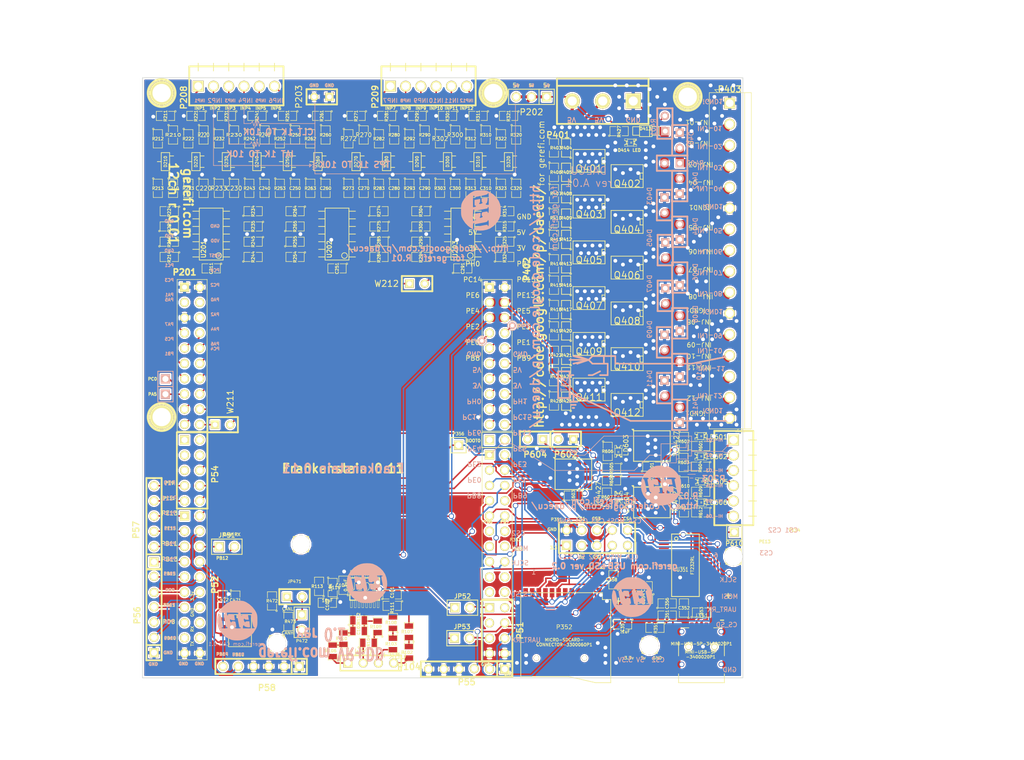
<source format=kicad_pcb>
(kicad_pcb (version 3) (host pcbnew "(2013-07-07 BZR 4022)-stable")
  (title_block (title "High or low side drive board for gerefi.com") (rev .01) (company gerefi.com) (comment 2 Art_Electro) (comment 3 Art_Electro))
  (layers (15 F.Cu signal) (0 B.Cu signal) (18 B.Paste user) (19 F.Paste user) (20 B.SilkS user) (21 F.SilkS user) (22 B.Mask user) (23 F.Mask user) (28 Edge.Cuts user))
  (net 0 "")
  (net 1 /3.3V)
  (net 2 /5V)
  (net 3 /CAM)
  (net 4 /CAM+)
  (net 5 /CAM-)
  (net 6 /CANH)
  (net 7 /CANL)
  (net 8 /CAN_RX)
  (net 9 /CAN_TX)
  (net 10 /CRANK)
  (net 11 /CRK2+)
  (net 12 /CRK2-)
  (net 13 /CS1)
  (net 14 /CS2)
  (net 15 /CS3)
  (net 16 /CS4)
  (net 17 /CS_SD_MODULE)
  (net 18 /HL1)
  (net 19 /HL2)
  (net 20 /HL3)
  (net 21 /HL4)
  (net 22 /HL5)
  (net 23 /HL6)
  (net 24 /H_IN1)
  (net 25 /H_IN2)
  (net 26 /H_IN3)
  (net 27 /H_IN4)
  (net 28 /H_IN5)
  (net 29 /H_IN6)
  (net 30 /INJ-01)
  (net 31 /INJ-01_2)
  (net 32 /INJ-01_5V)
  (net 33 /INJ-02)
  (net 34 /INJ-02_5V)
  (net 35 /INJ-03)
  (net 36 /INJ-03_5V)
  (net 37 /INJ-04)
  (net 38 /INJ-04_5V)
  (net 39 /INJ-05)
  (net 40 /INJ-05_5V)
  (net 41 /INJ-06)
  (net 42 /INJ-06_5V)
  (net 43 /INJ-07)
  (net 44 /INJ-07_5V)
  (net 45 /INJ-08)
  (net 46 /INJ-08_5V)
  (net 47 /INJ-09)
  (net 48 /INJ-09_5V)
  (net 49 /INJ-10)
  (net 50 /INJ-10_5V)
  (net 51 /INJ-11)
  (net 52 /INJ-11_5V)
  (net 53 /INJ-12)
  (net 54 /INJ-12_5V)
  (net 55 /INP1)
  (net 56 /INP10)
  (net 57 /INP11)
  (net 58 /INP12)
  (net 59 /INP2)
  (net 60 /INP3)
  (net 61 /INP4)
  (net 62 /INP5)
  (net 63 /INP6)
  (net 64 /INP7)
  (net 65 /INP8)
  (net 66 /INP9)
  (net 67 /OUT1)
  (net 68 /OUT10)
  (net 69 /OUT11)
  (net 70 /OUT12)
  (net 71 /OUT2)
  (net 72 /OUT3)
  (net 73 /OUT4)
  (net 74 /OUT5)
  (net 75 /OUT6)
  (net 76 /OUT7)
  (net 77 /OUT8)
  (net 78 /OUT9)
  (net 79 /PA5)
  (net 80 /PA8)
  (net 81 /PB10)
  (net 82 /PB11)
  (net 83 /PB12)
  (net 84 /PB13)
  (net 85 /PB14)
  (net 86 /PB15)
  (net 87 /PC0)
  (net 88 /PC6)
  (net 89 /PD10)
  (net 90 /PD11)
  (net 91 /PD8)
  (net 92 /PD9)
  (net 93 /PE11)
  (net 94 /PE13)
  (net 95 /PE15)
  (net 96 /PE9)
  (net 97 /PH0)
  (net 98 /PH1)
  (net 99 /SPI_MISO)
  (net 100 /SPI_MOSI)
  (net 101 /SPI_SCK)
  (net 102 /USART_RX)
  (net 103 /USART_TX)
  (net 104 /VP)
  (net 105 F-0000107)
  (net 106 F-0000108)
  (net 107 F-0000110)
  (net 108 F-0000112)
  (net 109 F-0000115)
  (net 110 F-0000143)
  (net 111 F-0000144)
  (net 112 F-0000145)
  (net 113 F-0000146)
  (net 114 F-0000147)
  (net 115 F-0000148)
  (net 116 F-0000149)
  (net 117 F-0000150)
  (net 118 F-0000151)
  (net 119 F-0000152)
  (net 120 F-0000153)
  (net 121 F-0000154)
  (net 122 F-0000155)
  (net 123 F-0000156)
  (net 124 F-0000161)
  (net 125 F-0000162)
  (net 126 F-000020)
  (net 127 F-000021)
  (net 128 F-000023)
  (net 129 F-000024)
  (net 130 F-000025)
  (net 131 F-000026)
  (net 132 F-000027)
  (net 133 F-000028)
  (net 134 F-000056)
  (net 135 F-000057)
  (net 136 F-000058)
  (net 137 F-000059)
  (net 138 F-000060)
  (net 139 F-000061)
  (net 140 F-000062)
  (net 141 F-000063)
  (net 142 F-000064)
  (net 143 F-000065)
  (net 144 F-000066)
  (net 145 F-000067)
  (net 146 F-000068)
  (net 147 F-000069)
  (net 148 F-000070)
  (net 149 F-000071)
  (net 150 F-000072)
  (net 151 F-000073)
  (net 152 F-000074)
  (net 153 F-000075)
  (net 154 F-000076)
  (net 155 F-000077)
  (net 156 F-000078)
  (net 157 F-000079)
  (net 158 F-000080)
  (net 159 F-000081)
  (net 160 F-000082)
  (net 161 F-000083)
  (net 162 F-000084)
  (net 163 F-000085)
  (net 164 F-000086)
  (net 165 F-000087)
  (net 166 F-000088)
  (net 167 F-000089)
  (net 168 F-000090)
  (net 169 F-000091)
  (net 170 F-000093)
  (net 171 F-000094)
  (net 172 GND)
  (net 173 N-000001)
  (net 174 N-0000010)
  (net 175 N-0000012)
  (net 176 N-000002)
  (net 177 N-0000020)
  (net 178 N-0000021)
  (net 179 N-0000024)
  (net 180 N-0000025)
  (net 181 N-0000028)
  (net 182 N-0000029)
  (net 183 N-000007)
  (net 184 N-000008)
  (module pin_array_4x2 (layer F.Cu) (at 179.07 184.15 270)
    (fp_text reference P51 (at 0 -3.81 270) (layer F.SilkS) (effects (font (size 1.016 1.016) (thickness 0.2032))))
    (fp_text value CONN_4X2 hide)
    (pad 1 thru_hole rect (at -3.81 1.27 270) (size 1.524 1.524) (drill 1.016) (layers *.Cu *.Mask F.SilkS) (net 80 /PA8))
    (pad 2 thru_hole circle (at -3.81 -1.27 270) (size 1.524 1.524) (drill 1.016) (layers *.Cu *.Mask F.SilkS))
    (pad 3 thru_hole circle (at -1.27 1.27 270) (size 1.524 1.524) (drill 1.016) (layers *.Cu *.Mask F.SilkS))
    (pad 4 thru_hole circle (at -1.27 -1.27 270) (size 1.524 1.524) (drill 1.016) (layers *.Cu *.Mask F.SilkS) (net 29 /H_IN6))
    (pad 5 thru_hole circle (at 1.27 1.27 270) (size 1.524 1.524) (drill 1.016) (layers *.Cu *.Mask F.SilkS) (net 88 /PC6))
    (pad 6 thru_hole circle (at 1.27 -1.27 270) (size 1.524 1.524) (drill 1.016) (layers *.Cu *.Mask F.SilkS) (net 28 /H_IN5))
    (pad 7 thru_hole circle (at 3.81 1.27 270) (size 1.524 1.524) (drill 1.016) (layers *.Cu *.Mask F.SilkS) (net 172 GND))
    (pad 8 thru_hole circle (at 3.81 -1.27 270) (size 1.524 1.524) (drill 1.016) (layers *.Cu *.Mask F.SilkS) (net 172 GND))
  )
  (module PIN_ARRAY_5x2 (layer F.Cu) (at 128.27 157.48 270)
    (fp_text reference P54 (at 0.635 -3.81 270) (layer F.SilkS) (effects (font (size 1.016 1.016) (thickness 0.2032))))
    (fp_text value CONN_5X2 hide)
    (pad 1 thru_hole rect (at -5.08 1.27 270) (size 1.524 1.524) (drill 1.016) (layers *.Cu *.Mask F.SilkS))
    (pad 2 thru_hole circle (at -5.08 -1.27 270) (size 1.524 1.524) (drill 1.016) (layers *.Cu *.Mask F.SilkS))
    (pad 3 thru_hole circle (at -2.54 1.27 270) (size 1.524 1.524) (drill 1.016) (layers *.Cu *.Mask F.SilkS))
    (pad 4 thru_hole circle (at -2.54 -1.27 270) (size 1.524 1.524) (drill 1.016) (layers *.Cu *.Mask F.SilkS))
    (pad 5 thru_hole circle (at 0 1.27 270) (size 1.524 1.524) (drill 1.016) (layers *.Cu *.Mask F.SilkS))
    (pad 6 thru_hole circle (at 0 -1.27 270) (size 1.524 1.524) (drill 1.016) (layers *.Cu *.Mask F.SilkS) (net 26 /H_IN3))
    (pad 7 thru_hole circle (at 2.54 1.27 270) (size 1.524 1.524) (drill 1.016) (layers *.Cu *.Mask F.SilkS) (net 96 /PE9))
    (pad 8 thru_hole circle (at 2.54 -1.27 270) (size 1.524 1.524) (drill 1.016) (layers *.Cu *.Mask F.SilkS) (net 24 /H_IN1))
    (pad 9 thru_hole circle (at 5.08 1.27 270) (size 1.524 1.524) (drill 1.016) (layers *.Cu *.Mask F.SilkS) (net 93 /PE11))
    (pad 10 thru_hole circle (at 5.08 -1.27 270) (size 1.524 1.524) (drill 1.016) (layers *.Cu *.Mask F.SilkS) (net 25 /H_IN2))
  )
  (module PIN_ARRAY_2X1 (layer F.Cu) (at 179.07 152.4)
    (fp_text reference P53 hide)
    (fp_text value CONN_2 hide)
    (pad 1 thru_hole rect (at -1.27 0) (size 1.524 1.524) (drill 1.016) (layers *.Cu *.Mask F.SilkS))
    (pad 2 thru_hole circle (at 1.27 0) (size 1.524 1.524) (drill 1.016) (layers *.Cu *.Mask F.SilkS))
  )
  (module PIN_ARRAY_10X2_M (layer F.Cu) (at 128.27 176.53 270)
    (fp_text reference P52 (at 0 -3.81 270) (layer F.SilkS) (effects (font (size 1.016 1.016) (thickness 0.254))))
    (fp_text value CONN_10X2 hide)
    (pad 1 thru_hole rect (at -11.47064 1.27 270) (size 1.524 1.524) (drill 0.8128) (layers *.Cu *.Mask F.SilkS) (net 94 /PE13))
    (pad 2 thru_hole circle (at -11.47064 -1.27 270) (size 1.524 1.524) (drill 1.016) (layers *.Cu *.Mask F.SilkS) (net 27 /H_IN4))
    (pad 3 thru_hole circle (at -8.93064 1.27 270) (size 1.524 1.524) (drill 1.016) (layers *.Cu *.Mask F.SilkS) (net 95 /PE15))
    (pad 4 thru_hole circle (at -8.93064 -1.27 270) (size 1.524 1.524) (drill 1.016) (layers *.Cu *.Mask F.SilkS) (net 81 /PB10))
    (pad 5 thru_hole circle (at -6.39064 1.27 270) (size 1.524 1.524) (drill 1.016) (layers *.Cu *.Mask F.SilkS) (net 82 /PB11))
    (pad 6 thru_hole circle (at -6.39064 -1.27 270) (size 1.524 1.524) (drill 1.016) (layers *.Cu *.Mask F.SilkS) (net 83 /PB12))
    (pad 7 thru_hole circle (at -3.85064 1.27 270) (size 1.524 1.524) (drill 1.016) (layers *.Cu *.Mask F.SilkS) (net 84 /PB13))
    (pad 8 thru_hole circle (at -3.85064 -1.27 270) (size 1.524 1.524) (drill 1.016) (layers *.Cu *.Mask F.SilkS) (net 85 /PB14))
    (pad 9 thru_hole circle (at -1.31064 1.27 270) (size 1.524 1.524) (drill 1.016) (layers *.Cu *.Mask F.SilkS) (net 86 /PB15))
    (pad 10 thru_hole circle (at -1.31064 -1.27 270) (size 1.524 1.524) (drill 1.016) (layers *.Cu *.Mask F.SilkS) (net 91 /PD8))
    (pad 11 thru_hole circle (at 1.22936 1.27 270) (size 1.524 1.524) (drill 1.016) (layers *.Cu *.Mask F.SilkS) (net 92 /PD9))
    (pad 12 thru_hole circle (at 1.22936 -1.27 270) (size 1.524 1.524) (drill 1.016) (layers *.Cu *.Mask F.SilkS) (net 89 /PD10))
    (pad 13 thru_hole circle (at 3.76936 1.27 270) (size 1.524 1.524) (drill 1.016) (layers *.Cu *.Mask F.SilkS) (net 90 /PD11))
    (pad 14 thru_hole circle (at 3.76936 -1.27 270) (size 1.524 1.524) (drill 1.016) (layers *.Cu *.Mask F.SilkS))
    (pad 15 thru_hole circle (at 6.30936 1.27 270) (size 1.524 1.524) (drill 1.016) (layers *.Cu *.Mask F.SilkS))
    (pad 16 thru_hole circle (at 6.30936 -1.27 270) (size 1.524 1.524) (drill 1.016) (layers *.Cu *.Mask F.SilkS))
    (pad 17 thru_hole circle (at 8.84936 1.27 270) (size 1.524 1.524) (drill 1.016) (layers *.Cu *.Mask F.SilkS))
    (pad 18 thru_hole circle (at 8.84936 -1.27 270) (size 1.524 1.524) (drill 1.016) (layers *.Cu *.Mask F.SilkS))
    (pad 19 thru_hole circle (at 11.38936 1.27 270) (size 1.524 1.524) (drill 1.016) (layers *.Cu *.Mask F.SilkS) (net 172 GND))
    (pad 20 thru_hole circle (at 11.38936 -1.27 270) (size 1.524 1.524) (drill 1.016) (layers *.Cu *.Mask F.SilkS) (net 172 GND))
  )
  (module PIN_ARRAY-6X1 (layer F.Cu) (at 121.92 181.483 90)
    (fp_text reference P56 (at -0.127 -2.794 90) (layer F.SilkS) (effects (font (size 1.016 1.016) (thickness 0.2032))))
    (fp_text value CONN_6 hide)
    (pad 1 thru_hole rect (at -6.35 0 90) (size 1.524 1.524) (drill 1.016) (layers *.Cu *.Mask F.SilkS) (net 172 GND))
    (pad 2 thru_hole circle (at -3.81 0 90) (size 1.524 1.524) (drill 1.016) (layers *.Cu *.Mask F.SilkS) (net 89 /PD10))
    (pad 3 thru_hole circle (at -1.27 0 90) (size 1.524 1.524) (drill 1.016) (layers *.Cu *.Mask F.SilkS) (net 91 /PD8))
    (pad 4 thru_hole circle (at 1.27 0 90) (size 1.524 1.524) (drill 1.016) (layers *.Cu *.Mask F.SilkS) (net 90 /PD11))
    (pad 5 thru_hole circle (at 3.683 0 90) (size 1.524 1.524) (drill 1.016) (layers *.Cu *.Mask F.SilkS) (net 92 /PD9))
    (pad 6 thru_hole circle (at 6.35 0 90) (size 1.524 1.524) (drill 1.016) (layers *.Cu *.Mask F.SilkS) (net 86 /PB15))
  )
  (module PIN_ARRAY-6X1 (layer F.Cu) (at 121.92 166.37 90)
    (fp_text reference P57 (at -1.016 -2.9845 90) (layer F.SilkS) (effects (font (size 1.016 1.016) (thickness 0.2032))))
    (fp_text value CONN_6 hide)
    (pad 1 thru_hole rect (at -6.35 0 90) (size 1.524 1.524) (drill 1.016) (layers *.Cu *.Mask F.SilkS) (net 84 /PB13))
    (pad 2 thru_hole circle (at -3.81 0 90) (size 1.524 1.524) (drill 1.016) (layers *.Cu *.Mask F.SilkS) (net 82 /PB11))
    (pad 3 thru_hole circle (at -1.27 0 90) (size 1.524 1.524) (drill 1.016) (layers *.Cu *.Mask F.SilkS) (net 95 /PE15))
    (pad 4 thru_hole circle (at 1.27 0 90) (size 1.524 1.524) (drill 1.016) (layers *.Cu *.Mask F.SilkS) (net 94 /PE13))
    (pad 5 thru_hole circle (at 3.81 0 90) (size 1.524 1.524) (drill 1.016) (layers *.Cu *.Mask F.SilkS) (net 93 /PE11))
    (pad 6 thru_hole circle (at 6.35 0 90) (size 1.524 1.524) (drill 1.016) (layers *.Cu *.Mask F.SilkS) (net 96 /PE9))
  )
  (module PIN_ARRAY-6X1 (layer F.Cu) (at 139.764 190.119 180)
    (fp_text reference P58 (at -0.9525 -3.556 180) (layer F.SilkS) (effects (font (size 1.016 1.016) (thickness 0.2032))))
    (fp_text value CONN_6 hide)
    (pad 1 thru_hole rect (at -6.35 0 180) (size 1.524 1.524) (drill 1.016) (layers *.Cu *.Mask F.SilkS) (net 172 GND))
    (pad 2 thru_hole circle (at -3.81 0 180) (size 1.524 1.524) (drill 1.016) (layers *.Cu *.Mask F.SilkS) (net 172 GND))
    (pad 3 thru_hole circle (at -1.27 0 180) (size 1.524 1.524) (drill 1.016) (layers *.Cu *.Mask F.SilkS) (net 172 GND))
    (pad 4 thru_hole circle (at 1.27 0 180) (size 1.524 1.524) (drill 1.016) (layers *.Cu *.Mask F.SilkS) (net 172 GND))
    (pad 5 thru_hole circle (at 3.81 0 180) (size 1.524 1.524) (drill 1.016) (layers *.Cu *.Mask F.SilkS) (net 81 /PB10))
    (pad 6 thru_hole circle (at 6.35 0 180) (size 1.524 1.524) (drill 1.016) (layers *.Cu *.Mask F.SilkS) (net 85 /PB14))
  )
  (module PIN_ARRAY_2_A (layer F.Cu) (at 173.292 180.34)
    (fp_text reference JP52 (at 0 -1.905) (layer F.SilkS) (effects (font (size 0.762 0.762) (thickness 0.1524))))
    (fp_text value JUMPER hide)
    (pad 1 thru_hole rect (at -1.27 0) (size 1.524 1.524) (drill 1.016) (layers *.Cu *.Mask F.SilkS) (net 10 /CRANK))
    (pad 2 thru_hole circle (at 1.27 0) (size 1.524 1.524) (drill 1.016) (layers *.Cu *.Mask F.SilkS) (net 80 /PA8))
  )
  (module PIN_ARRAY_2_A (layer F.Cu) (at 173.228 185.42)
    (fp_text reference JP53 (at 0 -1.905) (layer F.SilkS) (effects (font (size 0.762 0.762) (thickness 0.1524))))
    (fp_text value JUMPER hide)
    (pad 1 thru_hole rect (at -1.27 0) (size 1.524 1.524) (drill 1.016) (layers *.Cu *.Mask F.SilkS) (net 3 /CAM))
    (pad 2 thru_hole circle (at 1.27 0) (size 1.524 1.524) (drill 1.016) (layers *.Cu *.Mask F.SilkS) (net 88 /PC6))
  )
  (module PIN_ARRAY_2_A (layer F.Cu) (at 134.048 170.18)
    (fp_text reference JP51 (at 0 -1.905) (layer F.SilkS) (effects (font (size 0.762 0.762) (thickness 0.1524))))
    (fp_text value JUMPER hide)
    (pad 1 thru_hole rect (at -1.27 0) (size 1.524 1.524) (drill 1.016) (layers *.Cu *.Mask F.SilkS) (net 83 /PB12))
    (pad 2 thru_hole circle (at 1.27 0) (size 1.524 1.524) (drill 1.016) (layers *.Cu *.Mask F.SilkS) (net 8 /CAN_RX))
  )
  (module PIN_ARRAY-6X1 (layer F.Cu) (at 173.99 190.564 180)
    (fp_text reference P55 (at 0 -2.159 180) (layer F.SilkS) (effects (font (size 1.016 1.016) (thickness 0.2032))))
    (fp_text value CONN_6 hide)
    (pad 1 thru_hole rect (at -6.35 0 180) (size 1.524 1.524) (drill 1.016) (layers *.Cu *.Mask F.SilkS) (net 172 GND))
    (pad 2 thru_hole circle (at -3.81 0 180) (size 1.524 1.524) (drill 1.016) (layers *.Cu *.Mask F.SilkS) (net 28 /H_IN5))
    (pad 3 thru_hole circle (at -1.27 0.0635 180) (size 1.524 1.524) (drill 1.016) (layers *.Cu *.Mask F.SilkS) (net 29 /H_IN6))
    (pad 4 thru_hole circle (at 1.27 0 180) (size 1.524 1.524) (drill 1.016) (layers *.Cu *.Mask F.SilkS) (net 172 GND))
    (pad 5 thru_hole circle (at 3.81 0 180) (size 1.524 1.524) (drill 1.016) (layers *.Cu *.Mask F.SilkS) (net 172 GND))
    (pad 6 thru_hole circle (at 6.35 0 180) (size 1.524 1.524) (drill 1.016) (layers *.Cu *.Mask F.SilkS) (net 172 GND))
  )
  (module PIN_ARRAY_1 (layer F.Cu) (at 218.567 167.767 180)
    (fp_text reference P610 (at 0 -1.905 180) (layer F.SilkS) (effects (font (size 0.762 0.762) (thickness 0.1524))))
    (fp_text value CONN_1 hide)
    (pad 1 thru_hole rect (at 0 0 180) (size 1.524 1.524) (drill 1.016) (layers *.Cu *.Mask F.SilkS) (net 104 /VP))
  )
  (module SM0805 (layer F.Cu) (at 161.586 178.126)
    (fp_text reference C101 (at 0 -0.3175 90) (layer F.SilkS) (effects (font (size 0.50038 0.50038) (thickness 0.10922))))
    (fp_text value 1000pF hide)
    (pad 1 smd rect (at -0.9525 0) (size 0.889 1.397) (layers F.Cu F.Paste F.Mask) (net 130 F-000025))
    (pad 2 smd rect (at 0.9525 0) (size 0.889 1.397) (layers F.Cu F.Paste F.Mask) (net 131 F-000026))
  )
  (module SM0805 (layer F.Cu) (at 155.998 184.222)
    (fp_text reference C102 (at 0 -0.3175 90) (layer F.SilkS) (effects (font (size 0.50038 0.50038) (thickness 0.10922))))
    (fp_text value 1000pF hide)
    (pad 1 smd rect (at -0.9525 0) (size 0.889 1.397) (layers F.Cu F.Paste F.Mask) (net 132 F-000027))
    (pad 2 smd rect (at 0.9525 0) (size 0.889 1.397) (layers F.Cu F.Paste F.Mask) (net 133 F-000028))
  )
  (module SM0805 (layer F.Cu) (at 153.458 176.602 90)
    (fp_text reference C104 (at 0 -0.3175 180) (layer F.SilkS) (effects (font (size 0.50038 0.50038) (thickness 0.10922))))
    (fp_text value 0.1uF (at 0 0.381 90) (layer F.SilkS) (effects (font (size 0.50038 0.50038) (thickness 0.10922))))
    (pad 1 smd rect (at -0.9525 0 90) (size 0.889 1.397) (layers F.Cu F.Paste F.Mask) (net 2 /5V))
    (pad 2 smd rect (at 0.9525 0 90) (size 0.889 1.397) (layers F.Cu F.Paste F.Mask) (net 172 GND))
  )
  (module SM0805 (layer F.Cu) (at 164.38 187.778 90)
    (fp_text reference R102 (at 0 -0.3175 180) (layer F.SilkS) (effects (font (size 0.50038 0.50038) (thickness 0.10922))))
    (fp_text value 5k hide)
    (pad 1 smd rect (at -0.9525 0 90) (size 0.889 1.397) (layers F.Cu F.Paste F.Mask) (net 11 /CRK2+))
    (pad 2 smd rect (at 0.9525 0 90) (size 0.889 1.397) (layers F.Cu F.Paste F.Mask) (net 126 F-000020))
  )
  (module SM0805 (layer F.Cu) (at 161.713 186.381 90)
    (fp_text reference R103 (at 0 -0.3175 180) (layer F.SilkS) (effects (font (size 0.50038 0.50038) (thickness 0.10922))))
    (fp_text value 5k hide)
    (pad 1 smd rect (at -0.9525 0 90) (size 0.889 1.397) (layers F.Cu F.Paste F.Mask) (net 12 /CRK2-))
    (pad 2 smd rect (at 0.9525 0 90) (size 0.889 1.397) (layers F.Cu F.Paste F.Mask) (net 129 F-000024))
  )
  (module SM0805 (layer F.Cu) (at 157.649 186.191)
    (fp_text reference R104 (at 0 -0.3175 90) (layer F.SilkS) (effects (font (size 0.50038 0.50038) (thickness 0.10922))))
    (fp_text value 5k hide)
    (pad 1 smd rect (at -0.9525 0) (size 0.889 1.397) (layers F.Cu F.Paste F.Mask) (net 5 /CAM-))
    (pad 2 smd rect (at 0.9525 0) (size 0.889 1.397) (layers F.Cu F.Paste F.Mask) (net 127 F-000021))
  )
  (module SM0805 (layer F.Cu) (at 151.68 187.524 90)
    (fp_text reference R106 (at 0 -0.3175 180) (layer F.SilkS) (effects (font (size 0.50038 0.50038) (thickness 0.10922))))
    (fp_text value 5k hide)
    (pad 1 smd rect (at -0.9525 0 90) (size 0.889 1.397) (layers F.Cu F.Paste F.Mask) (net 4 /CAM+))
    (pad 2 smd rect (at 0.9525 0 90) (size 0.889 1.397) (layers F.Cu F.Paste F.Mask) (net 128 F-000023))
  )
  (module SM0805 (layer F.Cu) (at 164.38 184.349 90)
    (fp_text reference R107 (at 0 -0.3175 180) (layer F.SilkS) (effects (font (size 0.50038 0.50038) (thickness 0.10922))))
    (fp_text value 5k hide)
    (pad 1 smd rect (at -0.9525 0 90) (size 0.889 1.397) (layers F.Cu F.Paste F.Mask) (net 126 F-000020))
    (pad 2 smd rect (at 0.9525 0 90) (size 0.889 1.397) (layers F.Cu F.Paste F.Mask) (net 131 F-000026))
  )
  (module SM0805 (layer F.Cu) (at 161.713 182.825 90)
    (fp_text reference R108 (at 0 -0.3175 180) (layer F.SilkS) (effects (font (size 0.50038 0.50038) (thickness 0.10922))))
    (fp_text value 5k hide)
    (pad 1 smd rect (at -0.9525 0 90) (size 0.889 1.397) (layers F.Cu F.Paste F.Mask) (net 129 F-000024))
    (pad 2 smd rect (at 0.9525 0 90) (size 0.889 1.397) (layers F.Cu F.Paste F.Mask) (net 130 F-000025))
  )
  (module SM0805 (layer F.Cu) (at 159.173 183.524 90)
    (fp_text reference R109 (at 0 -0.3175 180) (layer F.SilkS) (effects (font (size 0.50038 0.50038) (thickness 0.10922))))
    (fp_text value 5k hide)
    (pad 1 smd rect (at -0.9525 0 90) (size 0.889 1.397) (layers F.Cu F.Paste F.Mask) (net 127 F-000021))
    (pad 2 smd rect (at 0.9525 0 90) (size 0.889 1.397) (layers F.Cu F.Paste F.Mask) (net 133 F-000028))
  )
  (module SM0805 (layer F.Cu) (at 153.458 185.492 90)
    (fp_text reference R110 (at 0 -0.3175 180) (layer F.SilkS) (effects (font (size 0.50038 0.50038) (thickness 0.10922))))
    (fp_text value 5k hide)
    (pad 1 smd rect (at -0.9525 0 90) (size 0.889 1.397) (layers F.Cu F.Paste F.Mask) (net 128 F-000023))
    (pad 2 smd rect (at 0.9525 0 90) (size 0.889 1.397) (layers F.Cu F.Paste F.Mask) (net 132 F-000027))
  )
  (module SM0805 (layer F.Cu) (at 161.586 180.031 180)
    (fp_text reference R111 (at 0 -0.3175 270) (layer F.SilkS) (effects (font (size 0.50038 0.50038) (thickness 0.10922))))
    (fp_text value 5k hide)
    (pad 1 smd rect (at -0.9525 0 180) (size 0.889 1.397) (layers F.Cu F.Paste F.Mask) (net 130 F-000025))
    (pad 2 smd rect (at 0.9525 0 180) (size 0.889 1.397) (layers F.Cu F.Paste F.Mask) (net 131 F-000026))
  )
  (module SM0805 (layer F.Cu) (at 155.998 182.444)
    (fp_text reference R112 (at 0 -0.3175 90) (layer F.SilkS) (effects (font (size 0.50038 0.50038) (thickness 0.10922))))
    (fp_text value 5k hide)
    (pad 1 smd rect (at -0.9525 0) (size 0.889 1.397) (layers F.Cu F.Paste F.Mask) (net 132 F-000027))
    (pad 2 smd rect (at 0.9525 0) (size 0.889 1.397) (layers F.Cu F.Paste F.Mask) (net 133 F-000028))
  )
  (module SM0805 (layer F.Cu) (at 149.416 176.784 90)
    (fp_text reference R113 (at 0 -0.3175 180) (layer F.SilkS) (effects (font (size 0.50038 0.50038) (thickness 0.10922))))
    (fp_text value 10k hide)
    (pad 1 smd rect (at -0.9525 0 90) (size 0.889 1.397) (layers F.Cu F.Paste F.Mask) (net 2 /5V))
    (pad 2 smd rect (at 0.9525 0 90) (size 0.889 1.397) (layers F.Cu F.Paste F.Mask) (net 10 /CRANK))
  )
  (module SM0805 (layer F.Cu) (at 151.68 176.983 270)
    (fp_text reference R114 (at 0 -0.3175 360) (layer F.SilkS) (effects (font (size 0.50038 0.50038) (thickness 0.10922))))
    (fp_text value 10k (at 0 0.381 270) (layer F.SilkS) (effects (font (size 0.50038 0.50038) (thickness 0.10922))))
    (pad 1 smd rect (at -0.9525 0 270) (size 0.889 1.397) (layers F.Cu F.Paste F.Mask) (net 3 /CAM))
    (pad 2 smd rect (at 0.9525 0 270) (size 0.889 1.397) (layers F.Cu F.Paste F.Mask) (net 2 /5V))
  )
  (module maxim-10-QSOP16 (layer F.Cu) (at 157.014 177.237 180)
    (fp_text reference U101 (at 0.254 0.381 180) (layer F.SilkS) (effects (font (size 1.27 1.27) (thickness 0.0889))))
    (fp_text value MAX9926/9927 hide)
    (pad 1 smd rect (at -2.2225 2.68986 180) (size 0.44958 1.4986) (layers F.Cu F.Paste F.Mask) (net 172 GND))
    (pad 2 smd rect (at -1.5875 2.68986 180) (size 0.44958 1.4986) (layers F.Cu F.Paste F.Mask))
    (pad 3 smd rect (at -0.9525 2.68986 180) (size 0.44958 1.4986) (layers F.Cu F.Paste F.Mask) (net 172 GND))
    (pad 4 smd rect (at -0.3175 2.68986 180) (size 0.44958 1.4986) (layers F.Cu F.Paste F.Mask) (net 10 /CRANK))
    (pad 5 smd rect (at 0.3175 2.68986 180) (size 0.44958 1.4986) (layers F.Cu F.Paste F.Mask) (net 3 /CAM))
    (pad 6 smd rect (at 0.9525 2.68986 180) (size 0.44958 1.4986) (layers F.Cu F.Paste F.Mask) (net 172 GND))
    (pad 7 smd rect (at 1.5875 2.68986 180) (size 0.44958 1.4986) (layers F.Cu F.Paste F.Mask))
    (pad 8 smd rect (at 2.2225 2.68986 180) (size 0.44958 1.4986) (layers F.Cu F.Paste F.Mask) (net 172 GND))
    (pad 9 smd rect (at 2.2225 -2.68986 180) (size 0.44958 1.4986) (layers F.Cu F.Paste F.Mask) (net 132 F-000027))
    (pad 10 smd rect (at 1.5875 -2.68986 180) (size 0.44958 1.4986) (layers F.Cu F.Paste F.Mask) (net 133 F-000028))
    (pad 11 smd rect (at 0.9525 -2.68986 180) (size 0.44958 1.4986) (layers F.Cu F.Paste F.Mask) (net 172 GND))
    (pad 12 smd rect (at 0.3175 -2.68986 180) (size 0.44958 1.4986) (layers F.Cu F.Paste F.Mask) (net 172 GND))
    (pad 13 smd rect (at -0.3175 -2.68986 180) (size 0.44958 1.4986) (layers F.Cu F.Paste F.Mask) (net 172 GND))
    (pad 14 smd rect (at -0.9525 -2.68986 180) (size 0.44958 1.4986) (layers F.Cu F.Paste F.Mask) (net 2 /5V))
    (pad 15 smd rect (at -1.5875 -2.68986 180) (size 0.44958 1.4986) (layers F.Cu F.Paste F.Mask) (net 130 F-000025))
    (pad 16 smd rect (at -2.2225 -2.68986 180) (size 0.44958 1.4986) (layers F.Cu F.Paste F.Mask) (net 131 F-000026))
  )
  (module PIN_ARRAY_4x1 (layer F.Cu) (at 158.03 189.556)
    (fp_text reference P104 (at 6.35 0.635) (layer F.SilkS) (effects (font (size 1.016 1.016) (thickness 0.2032))))
    (fp_text value CONN_4 hide)
    (pad 1 thru_hole rect (at -3.81 0) (size 1.524 1.524) (drill 1.016) (layers *.Cu *.Mask F.SilkS) (net 4 /CAM+))
    (pad 2 thru_hole circle (at -1.27 0) (size 1.524 1.524) (drill 1.016) (layers *.Cu *.Mask F.SilkS) (net 5 /CAM-))
    (pad 3 thru_hole circle (at 1.27 0) (size 1.524 1.524) (drill 1.016) (layers *.Cu *.Mask F.SilkS) (net 12 /CRK2-))
    (pad 4 thru_hole circle (at 3.81 0) (size 1.524 1.524) (drill 1.016) (layers *.Cu *.Mask F.SilkS) (net 11 /CRK2+))
  )
  (module SM0805 (layer F.Cu) (at 150.791 179.523 180)
    (fp_text reference C103 (at 0 -0.3175 270) (layer F.SilkS) (effects (font (size 0.50038 0.50038) (thickness 0.10922))))
    (fp_text value 10uF (at 0 0.381 180) (layer F.SilkS) (effects (font (size 0.50038 0.50038) (thickness 0.10922))))
    (pad 1 smd rect (at -0.9525 0 180) (size 0.889 1.397) (layers F.Cu F.Paste F.Mask) (net 172 GND))
    (pad 2 smd rect (at 0.9525 0 180) (size 0.889 1.397) (layers F.Cu F.Paste F.Mask) (net 2 /5V))
  )
  (module LOGO_F (layer B.Cu) (at 157.39525 176.22125 180)
    (fp_text reference G101 hide)
    (fp_text value LOGO hide)
  )
  (module PIN_ARRAY_3X1 (layer F.Cu) (at 184.785 95.25 180)
    (fp_text reference P202 (at 0 -2.54 180) (layer F.SilkS) (effects (font (size 1.016 1.016) (thickness 0.1524))))
    (fp_text value CONN_3 hide)
    (pad 1 thru_hole rect (at -2.54 0 180) (size 1.524 1.524) (drill 1.016) (layers *.Cu *.Mask F.SilkS) (net 2 /5V))
    (pad 2 thru_hole circle (at 0 0 180) (size 1.524 1.524) (drill 1.016) (layers *.Cu *.Mask F.SilkS) (net 2 /5V))
    (pad 3 thru_hole circle (at 2.54 0 180) (size 1.524 1.524) (drill 1.016) (layers *.Cu *.Mask F.SilkS) (net 2 /5V))
  )
  (module sot23 (layer F.Cu) (at 133.985 106.045 90)
    (fp_text reference D230 (at 0 0 90) (layer F.SilkS) (effects (font (size 0.50038 0.50038) (thickness 0.09906))))
    (fp_text value DOUBLE_SCHOTTKY hide)
    (pad 1 smd rect (at -0.9525 1.05664 90) (size 0.59944 1.00076) (layers F.Cu F.Paste F.Mask) (net 172 GND))
    (pad 2 smd rect (at 0 -1.05664 90) (size 0.59944 1.00076) (layers F.Cu F.Paste F.Mask) (net 170 F-000093))
    (pad 3 smd rect (at 0.9525 1.05664 90) (size 0.59944 1.00076) (layers F.Cu F.Paste F.Mask) (net 2 /5V))
  )
  (module sot23 (layer F.Cu) (at 170.815 106.045 90)
    (fp_text reference D300 (at 0 0 90) (layer F.SilkS) (effects (font (size 0.50038 0.50038) (thickness 0.09906))))
    (fp_text value DOUBLE_SCHOTTKY hide)
    (pad 1 smd rect (at -0.9525 1.05664 90) (size 0.59944 1.00076) (layers F.Cu F.Paste F.Mask) (net 172 GND))
    (pad 2 smd rect (at 0 -1.05664 90) (size 0.59944 1.00076) (layers F.Cu F.Paste F.Mask) (net 139 F-000061))
    (pad 3 smd rect (at 0.9525 1.05664 90) (size 0.59944 1.00076) (layers F.Cu F.Paste F.Mask) (net 2 /5V))
  )
  (module sot23 (layer F.Cu) (at 165.735 106.045 90)
    (fp_text reference D290 (at 0 0 90) (layer F.SilkS) (effects (font (size 0.50038 0.50038) (thickness 0.09906))))
    (fp_text value DOUBLE_SCHOTTKY hide)
    (pad 1 smd rect (at -0.9525 1.05664 90) (size 0.59944 1.00076) (layers F.Cu F.Paste F.Mask) (net 172 GND))
    (pad 2 smd rect (at 0 -1.05664 90) (size 0.59944 1.00076) (layers F.Cu F.Paste F.Mask) (net 140 F-000062))
    (pad 3 smd rect (at 0.9525 1.05664 90) (size 0.59944 1.00076) (layers F.Cu F.Paste F.Mask) (net 2 /5V))
  )
  (module sot23 (layer F.Cu) (at 128.905 106.045 90)
    (fp_text reference D220 (at 0 0 90) (layer F.SilkS) (effects (font (size 0.50038 0.50038) (thickness 0.09906))))
    (fp_text value DOUBLE_SCHOTTKY hide)
    (pad 1 smd rect (at -0.9525 1.05664 90) (size 0.59944 1.00076) (layers F.Cu F.Paste F.Mask) (net 172 GND))
    (pad 2 smd rect (at 0 -1.05664 90) (size 0.59944 1.00076) (layers F.Cu F.Paste F.Mask) (net 165 F-000087))
    (pad 3 smd rect (at 0.9525 1.05664 90) (size 0.59944 1.00076) (layers F.Cu F.Paste F.Mask) (net 2 /5V))
  )
  (module sot23 (layer F.Cu) (at 139.065 106.045 90)
    (fp_text reference D240 (at 0 0 90) (layer F.SilkS) (effects (font (size 0.50038 0.50038) (thickness 0.09906))))
    (fp_text value DOUBLE_SCHOTTKY hide)
    (pad 1 smd rect (at -0.9525 1.05664 90) (size 0.59944 1.00076) (layers F.Cu F.Paste F.Mask) (net 172 GND))
    (pad 2 smd rect (at 0 -1.05664 90) (size 0.59944 1.00076) (layers F.Cu F.Paste F.Mask) (net 169 F-000091))
    (pad 3 smd rect (at 0.9525 1.05664 90) (size 0.59944 1.00076) (layers F.Cu F.Paste F.Mask) (net 2 /5V))
  )
  (module sot23 (layer F.Cu) (at 123.825 106.045 90)
    (fp_text reference D210 (at 0 0 90) (layer F.SilkS) (effects (font (size 0.50038 0.50038) (thickness 0.09906))))
    (fp_text value DOUBLE_SCHOTTKY hide)
    (pad 1 smd rect (at -0.9525 1.05664 90) (size 0.59944 1.00076) (layers F.Cu F.Paste F.Mask) (net 172 GND))
    (pad 2 smd rect (at 0 -1.05664 90) (size 0.59944 1.00076) (layers F.Cu F.Paste F.Mask) (net 156 F-000078))
    (pad 3 smd rect (at 0.9525 1.05664 90) (size 0.59944 1.00076) (layers F.Cu F.Paste F.Mask) (net 2 /5V))
  )
  (module sot23 (layer F.Cu) (at 149.225 106.045 90)
    (fp_text reference D260 (at 0 0 90) (layer F.SilkS) (effects (font (size 0.50038 0.50038) (thickness 0.09906))))
    (fp_text value DOUBLE_SCHOTTKY hide)
    (pad 1 smd rect (at -0.9525 1.05664 90) (size 0.59944 1.00076) (layers F.Cu F.Paste F.Mask) (net 172 GND))
    (pad 2 smd rect (at 0 -1.05664 90) (size 0.59944 1.00076) (layers F.Cu F.Paste F.Mask) (net 151 F-000073))
    (pad 3 smd rect (at 0.9525 1.05664 90) (size 0.59944 1.00076) (layers F.Cu F.Paste F.Mask) (net 2 /5V))
  )
  (module sot23 (layer F.Cu) (at 144.145 106.045 90)
    (fp_text reference D250 (at 0 0 90) (layer F.SilkS) (effects (font (size 0.50038 0.50038) (thickness 0.09906))))
    (fp_text value DOUBLE_SCHOTTKY hide)
    (pad 1 smd rect (at -0.9525 1.05664 90) (size 0.59944 1.00076) (layers F.Cu F.Paste F.Mask) (net 172 GND))
    (pad 2 smd rect (at 0 -1.05664 90) (size 0.59944 1.00076) (layers F.Cu F.Paste F.Mask) (net 144 F-000066))
    (pad 3 smd rect (at 0.9525 1.05664 90) (size 0.59944 1.00076) (layers F.Cu F.Paste F.Mask) (net 2 /5V))
  )
  (module sot23 (layer F.Cu) (at 160.655 106.045 90)
    (fp_text reference D280 (at 0 0 90) (layer F.SilkS) (effects (font (size 0.50038 0.50038) (thickness 0.09906))))
    (fp_text value DOUBLE_SCHOTTKY hide)
    (pad 1 smd rect (at -0.9525 1.05664 90) (size 0.59944 1.00076) (layers F.Cu F.Paste F.Mask) (net 172 GND))
    (pad 2 smd rect (at 0 -1.05664 90) (size 0.59944 1.00076) (layers F.Cu F.Paste F.Mask) (net 134 F-000056))
    (pad 3 smd rect (at 0.9525 1.05664 90) (size 0.59944 1.00076) (layers F.Cu F.Paste F.Mask) (net 2 /5V))
  )
  (module sot23 (layer F.Cu) (at 155.575 106.045 90)
    (fp_text reference D270 (at 0 0 90) (layer F.SilkS) (effects (font (size 0.50038 0.50038) (thickness 0.09906))))
    (fp_text value DOUBLE_SCHOTTKY hide)
    (pad 1 smd rect (at -0.9525 1.05664 90) (size 0.59944 1.00076) (layers F.Cu F.Paste F.Mask) (net 172 GND))
    (pad 2 smd rect (at 0 -1.05664 90) (size 0.59944 1.00076) (layers F.Cu F.Paste F.Mask) (net 137 F-000059))
    (pad 3 smd rect (at 0.9525 1.05664 90) (size 0.59944 1.00076) (layers F.Cu F.Paste F.Mask) (net 2 /5V))
  )
  (module so-14 (layer F.Cu) (at 131.445 118.11 90)
    (fp_text reference U201 (at -2.54 -1.27 90) (layer F.SilkS) (effects (font (size 0.7493 0.7493) (thickness 0.14986))))
    (fp_text value LMV324IDR hide)
    (pad 1 smd rect (at -3.81 2.794 90) (size 0.635 1.27) (layers F.Cu F.Paste F.Mask) (net 138 F-000060))
    (pad 2 smd rect (at -2.54 2.794 90) (size 0.635 1.27) (layers F.Cu F.Paste F.Mask) (net 138 F-000060))
    (pad 3 smd rect (at -1.27 2.794 90) (size 0.635 1.27) (layers F.Cu F.Paste F.Mask) (net 160 F-000082))
    (pad 4 smd rect (at 0 2.794 90) (size 0.635 1.27) (layers F.Cu F.Paste F.Mask) (net 2 /5V))
    (pad 5 smd rect (at 1.27 2.794 90) (size 0.635 1.27) (layers F.Cu F.Paste F.Mask) (net 161 F-000083))
    (pad 6 smd rect (at 2.54 2.794 90) (size 0.635 1.27) (layers F.Cu F.Paste F.Mask) (net 171 F-000094))
    (pad 7 smd rect (at 3.81 2.794 90) (size 0.635 1.27) (layers F.Cu F.Paste F.Mask) (net 171 F-000094))
    (pad 8 smd rect (at 3.81 -2.794 90) (size 0.635 1.27) (layers F.Cu F.Paste F.Mask) (net 136 F-000058))
    (pad 9 smd rect (at 2.54 -2.794 90) (size 0.635 1.27) (layers F.Cu F.Paste F.Mask) (net 136 F-000058))
    (pad 10 smd rect (at 1.27 -2.794 90) (size 0.635 1.27) (layers F.Cu F.Paste F.Mask) (net 164 F-000086))
    (pad 11 smd rect (at 0 -2.794 90) (size 0.635 1.27) (layers F.Cu F.Paste F.Mask) (net 172 GND))
    (pad 12 smd rect (at -1.27 -2.794 90) (size 0.635 1.27) (layers F.Cu F.Paste F.Mask) (net 166 F-000088))
    (pad 13 smd rect (at -2.54 -2.794 90) (size 0.635 1.27) (layers F.Cu F.Paste F.Mask) (net 135 F-000057))
    (pad 14 smd rect (at -3.81 -2.794 90) (size 0.635 1.27) (layers F.Cu F.Paste F.Mask) (net 135 F-000057))
  )
  (module so-14 (layer F.Cu) (at 152.4 118.11 90)
    (fp_text reference U202 (at -2.54 -1.27 90) (layer F.SilkS) (effects (font (size 0.7493 0.7493) (thickness 0.14986))))
    (fp_text value LMV324IDR hide)
    (pad 1 smd rect (at -3.81 2.794 90) (size 0.635 1.27) (layers F.Cu F.Paste F.Mask) (net 168 F-000090))
    (pad 2 smd rect (at -2.54 2.794 90) (size 0.635 1.27) (layers F.Cu F.Paste F.Mask) (net 168 F-000090))
    (pad 3 smd rect (at -1.27 2.794 90) (size 0.635 1.27) (layers F.Cu F.Paste F.Mask) (net 163 F-000085))
    (pad 4 smd rect (at 0 2.794 90) (size 0.635 1.27) (layers F.Cu F.Paste F.Mask) (net 2 /5V))
    (pad 5 smd rect (at 1.27 2.794 90) (size 0.635 1.27) (layers F.Cu F.Paste F.Mask) (net 162 F-000084))
    (pad 6 smd rect (at 2.54 2.794 90) (size 0.635 1.27) (layers F.Cu F.Paste F.Mask) (net 158 F-000080))
    (pad 7 smd rect (at 3.81 2.794 90) (size 0.635 1.27) (layers F.Cu F.Paste F.Mask) (net 158 F-000080))
    (pad 8 smd rect (at 3.81 -2.794 90) (size 0.635 1.27) (layers F.Cu F.Paste F.Mask) (net 159 F-000081))
    (pad 9 smd rect (at 2.54 -2.794 90) (size 0.635 1.27) (layers F.Cu F.Paste F.Mask) (net 159 F-000081))
    (pad 10 smd rect (at 1.27 -2.794 90) (size 0.635 1.27) (layers F.Cu F.Paste F.Mask) (net 167 F-000089))
    (pad 11 smd rect (at 0 -2.794 90) (size 0.635 1.27) (layers F.Cu F.Paste F.Mask) (net 172 GND))
    (pad 12 smd rect (at -1.27 -2.794 90) (size 0.635 1.27) (layers F.Cu F.Paste F.Mask) (net 155 F-000077))
    (pad 13 smd rect (at -2.54 -2.794 90) (size 0.635 1.27) (layers F.Cu F.Paste F.Mask) (net 157 F-000079))
    (pad 14 smd rect (at -3.81 -2.794 90) (size 0.635 1.27) (layers F.Cu F.Paste F.Mask) (net 157 F-000079))
  )
  (module so-14 (layer F.Cu) (at 173.355 118.11 90)
    (fp_text reference U203 (at -2.54 -1.27 90) (layer F.SilkS) (effects (font (size 0.7493 0.7493) (thickness 0.14986))))
    (fp_text value LMV324IDR hide)
    (pad 1 smd rect (at -3.81 2.794 90) (size 0.635 1.27) (layers F.Cu F.Paste F.Mask) (net 147 F-000069))
    (pad 2 smd rect (at -2.54 2.794 90) (size 0.635 1.27) (layers F.Cu F.Paste F.Mask) (net 147 F-000069))
    (pad 3 smd rect (at -1.27 2.794 90) (size 0.635 1.27) (layers F.Cu F.Paste F.Mask) (net 149 F-000071))
    (pad 4 smd rect (at 0 2.794 90) (size 0.635 1.27) (layers F.Cu F.Paste F.Mask) (net 2 /5V))
    (pad 5 smd rect (at 1.27 2.794 90) (size 0.635 1.27) (layers F.Cu F.Paste F.Mask) (net 148 F-000070))
    (pad 6 smd rect (at 2.54 2.794 90) (size 0.635 1.27) (layers F.Cu F.Paste F.Mask) (net 146 F-000068))
    (pad 7 smd rect (at 3.81 2.794 90) (size 0.635 1.27) (layers F.Cu F.Paste F.Mask) (net 146 F-000068))
    (pad 8 smd rect (at 3.81 -2.794 90) (size 0.635 1.27) (layers F.Cu F.Paste F.Mask) (net 141 F-000063))
    (pad 9 smd rect (at 2.54 -2.794 90) (size 0.635 1.27) (layers F.Cu F.Paste F.Mask) (net 141 F-000063))
    (pad 10 smd rect (at 1.27 -2.794 90) (size 0.635 1.27) (layers F.Cu F.Paste F.Mask) (net 145 F-000067))
    (pad 11 smd rect (at 0 -2.794 90) (size 0.635 1.27) (layers F.Cu F.Paste F.Mask) (net 172 GND))
    (pad 12 smd rect (at -1.27 -2.794 90) (size 0.635 1.27) (layers F.Cu F.Paste F.Mask) (net 143 F-000065))
    (pad 13 smd rect (at -2.54 -2.794 90) (size 0.635 1.27) (layers F.Cu F.Paste F.Mask) (net 142 F-000064))
    (pad 14 smd rect (at -3.81 -2.794 90) (size 0.635 1.27) (layers F.Cu F.Paste F.Mask) (net 142 F-000064))
  )
  (module sot23 (layer F.Cu) (at 175.895 106.045 90)
    (fp_text reference D310 (at 0 0 90) (layer F.SilkS) (effects (font (size 0.50038 0.50038) (thickness 0.09906))))
    (fp_text value DOUBLE_SCHOTTKY hide)
    (pad 1 smd rect (at -0.9525 1.05664 90) (size 0.59944 1.00076) (layers F.Cu F.Paste F.Mask) (net 172 GND))
    (pad 2 smd rect (at 0 -1.05664 90) (size 0.59944 1.00076) (layers F.Cu F.Paste F.Mask) (net 152 F-000074))
    (pad 3 smd rect (at 0.9525 1.05664 90) (size 0.59944 1.00076) (layers F.Cu F.Paste F.Mask) (net 2 /5V))
  )
  (module sot23 (layer F.Cu) (at 180.975 106.045 90)
    (fp_text reference D320 (at 0 0 90) (layer F.SilkS) (effects (font (size 0.50038 0.50038) (thickness 0.09906))))
    (fp_text value DOUBLE_SCHOTTKY hide)
    (pad 1 smd rect (at -0.9525 1.05664 90) (size 0.59944 1.00076) (layers F.Cu F.Paste F.Mask) (net 172 GND))
    (pad 2 smd rect (at 0 -1.05664 90) (size 0.59944 1.00076) (layers F.Cu F.Paste F.Mask) (net 150 F-000072))
    (pad 3 smd rect (at 0.9525 1.05664 90) (size 0.59944 1.00076) (layers F.Cu F.Paste F.Mask) (net 2 /5V))
  )
  (module PIN_ARRAY_1 (layer B.Cu) (at 123.825 144.78)
    (fp_text reference P204 hide)
    (fp_text value CONN_1 hide)
    (pad 1 thru_hole rect (at 0 0) (size 1.524 1.524) (drill 1.016) (layers *.Cu *.Mask B.SilkS) (net 79 /PA5))
  )
  (module PIN_ARRAY_1 (layer B.Cu) (at 123.825 142.24 180)
    (fp_text reference P205 hide)
    (fp_text value CONN_1 hide)
    (pad 1 thru_hole rect (at 0 0 180) (size 1.524 1.524) (drill 1.016) (layers *.Cu *.Mask B.SilkS) (net 87 /PC0))
  )
  (module SIL-2 (layer F.Cu) (at 149.86 95.25 180)
    (fp_text reference P203 (at 3.81 0 270) (layer F.SilkS) (effects (font (size 1.016 1.016) (thickness 0.1524))))
    (fp_text value CONN_2 hide)
    (pad 1 thru_hole rect (at -1.27 0 180) (size 1.397 1.397) (drill 0.8128) (layers *.Cu *.Mask F.SilkS) (net 172 GND))
    (pad 2 thru_hole circle (at 1.27 0 180) (size 1.397 1.397) (drill 0.8128) (layers *.Cu *.Mask F.SilkS) (net 172 GND))
  )
  (module SIL-2 (layer F.Cu) (at 165.735 126.365)
    (fp_text reference W212 (at -5.08 0) (layer F.SilkS) (effects (font (size 1.016 1.016) (thickness 0.1524))))
    (fp_text value TEST hide)
    (pad 1 thru_hole rect (at -1.27 0) (size 1.397 1.397) (drill 0.8128) (layers *.Cu *.Mask F.SilkS) (net 70 /OUT12))
    (pad 2 thru_hole circle (at 1.27 0) (size 1.397 1.397) (drill 0.8128) (layers *.Cu *.Mask F.SilkS) (net 153 F-000075))
  )
  (module SIL-2 (layer F.Cu) (at 133.35 149.86)
    (fp_text reference W211 (at 1.27 -3.81 90) (layer F.SilkS) (effects (font (size 1.016 1.016) (thickness 0.1524))))
    (fp_text value TEST hide)
    (pad 1 thru_hole rect (at -1.27 0) (size 1.397 1.397) (drill 0.8128) (layers *.Cu *.Mask F.SilkS) (net 69 /OUT11))
    (pad 2 thru_hole circle (at 1.27 0) (size 1.397 1.397) (drill 0.8128) (layers *.Cu *.Mask F.SilkS) (net 154 F-000076))
  )
  (module LOGO_F (layer B.Cu) (at 176.403 114.173 90)
    (fp_text reference G201 hide)
    (fp_text value LOGO hide)
  )
  (module SM0805 (layer F.Cu) (at 131.445 123.825 180)
    (fp_text reference C211 (at 0 0 270) (layer F.SilkS) (effects (font (size 0.50038 0.50038) (thickness 0.10922))))
    (fp_text value 0.1uF hide)
    (pad 1 smd rect (at -0.9525 0 180) (size 0.889 1.397) (layers F.Cu F.Paste F.Mask) (net 2 /5V))
    (pad 2 smd rect (at 0.9525 0 180) (size 0.889 1.397) (layers F.Cu F.Paste F.Mask) (net 172 GND))
  )
  (module SM0805 (layer F.Cu) (at 173.355 123.825)
    (fp_text reference C291 (at 0 0 90) (layer F.SilkS) (effects (font (size 0.50038 0.50038) (thickness 0.10922))))
    (fp_text value 0.1uF hide)
    (pad 1 smd rect (at -0.9525 0) (size 0.889 1.397) (layers F.Cu F.Paste F.Mask) (net 172 GND))
    (pad 2 smd rect (at 0.9525 0) (size 0.889 1.397) (layers F.Cu F.Paste F.Mask) (net 2 /5V))
  )
  (module SM0805 (layer F.Cu) (at 152.4 123.825 180)
    (fp_text reference C251 (at 0 0 270) (layer F.SilkS) (effects (font (size 0.50038 0.50038) (thickness 0.10922))))
    (fp_text value 0.1uF hide)
    (pad 1 smd rect (at -0.9525 0 180) (size 0.889 1.397) (layers F.Cu F.Paste F.Mask) (net 2 /5V))
    (pad 2 smd rect (at 0.9525 0 180) (size 0.889 1.397) (layers F.Cu F.Paste F.Mask) (net 172 GND))
  )
  (module SM0805 (layer F.Cu) (at 124.46 119.38)
    (fp_text reference R215 (at 0 0 90) (layer F.SilkS) (effects (font (size 0.50038 0.50038) (thickness 0.10922))))
    (fp_text value 1500 hide)
    (pad 1 smd rect (at -0.9525 0) (size 0.889 1.397) (layers F.Cu F.Paste F.Mask) (net 67 /OUT1))
    (pad 2 smd rect (at 0.9525 0) (size 0.889 1.397) (layers F.Cu F.Paste F.Mask) (net 172 GND))
  )
  (module SM0805 (layer F.Cu) (at 124.46 121.92 180)
    (fp_text reference R214 (at 0 0 270) (layer F.SilkS) (effects (font (size 0.50038 0.50038) (thickness 0.10922))))
    (fp_text value 1500 hide)
    (pad 1 smd rect (at -0.9525 0 180) (size 0.889 1.397) (layers F.Cu F.Paste F.Mask) (net 135 F-000057))
    (pad 2 smd rect (at 0.9525 0 180) (size 0.889 1.397) (layers F.Cu F.Paste F.Mask) (net 67 /OUT1))
  )
  (module SM0805 (layer F.Cu) (at 123.825 98.425 180)
    (fp_text reference R211 (at 0 0 270) (layer F.SilkS) (effects (font (size 0.50038 0.50038) (thickness 0.10922))))
    (fp_text value 500K hide)
    (pad 1 smd rect (at -0.9525 0 180) (size 0.889 1.397) (layers F.Cu F.Paste F.Mask) (net 55 /INP1))
    (pad 2 smd rect (at 0.9525 0 180) (size 0.889 1.397) (layers F.Cu F.Paste F.Mask) (net 172 GND))
  )
  (module SM0805 (layer F.Cu) (at 124.46 116.84)
    (fp_text reference R225 (at 0 0 90) (layer F.SilkS) (effects (font (size 0.50038 0.50038) (thickness 0.10922))))
    (fp_text value 1500 hide)
    (pad 1 smd rect (at -0.9525 0) (size 0.889 1.397) (layers F.Cu F.Paste F.Mask) (net 71 /OUT2))
    (pad 2 smd rect (at 0.9525 0) (size 0.889 1.397) (layers F.Cu F.Paste F.Mask) (net 172 GND))
  )
  (module SM0805 (layer F.Cu) (at 124.46 114.3 180)
    (fp_text reference R224 (at 0 0 270) (layer F.SilkS) (effects (font (size 0.50038 0.50038) (thickness 0.10922))))
    (fp_text value 1500 hide)
    (pad 1 smd rect (at -0.9525 0 180) (size 0.889 1.397) (layers F.Cu F.Paste F.Mask) (net 136 F-000058))
    (pad 2 smd rect (at 0.9525 0 180) (size 0.889 1.397) (layers F.Cu F.Paste F.Mask) (net 71 /OUT2))
  )
  (module SM0805 (layer F.Cu) (at 128.905 98.425 180)
    (fp_text reference R221 (at 0 0 270) (layer F.SilkS) (effects (font (size 0.50038 0.50038) (thickness 0.10922))))
    (fp_text value 500K hide)
    (pad 1 smd rect (at -0.9525 0 180) (size 0.889 1.397) (layers F.Cu F.Paste F.Mask) (net 59 /INP2))
    (pad 2 smd rect (at 0.9525 0 180) (size 0.889 1.397) (layers F.Cu F.Paste F.Mask) (net 172 GND))
  )
  (module SM0805 (layer F.Cu) (at 138.43 116.84 180)
    (fp_text reference R235 (at 0 0 270) (layer F.SilkS) (effects (font (size 0.50038 0.50038) (thickness 0.10922))))
    (fp_text value 1500 hide)
    (pad 1 smd rect (at -0.9525 0 180) (size 0.889 1.397) (layers F.Cu F.Paste F.Mask) (net 72 /OUT3))
    (pad 2 smd rect (at 0.9525 0 180) (size 0.889 1.397) (layers F.Cu F.Paste F.Mask) (net 172 GND))
  )
  (module SM0805 (layer F.Cu) (at 138.43 114.3)
    (fp_text reference R234 (at 0 0 90) (layer F.SilkS) (effects (font (size 0.50038 0.50038) (thickness 0.10922))))
    (fp_text value 1500 hide)
    (pad 1 smd rect (at -0.9525 0) (size 0.889 1.397) (layers F.Cu F.Paste F.Mask) (net 171 F-000094))
    (pad 2 smd rect (at 0.9525 0) (size 0.889 1.397) (layers F.Cu F.Paste F.Mask) (net 72 /OUT3))
  )
  (module SM0805 (layer F.Cu) (at 133.985 98.425 180)
    (fp_text reference R231 (at 0 0 270) (layer F.SilkS) (effects (font (size 0.50038 0.50038) (thickness 0.10922))))
    (fp_text value 500K hide)
    (pad 1 smd rect (at -0.9525 0 180) (size 0.889 1.397) (layers F.Cu F.Paste F.Mask) (net 60 /INP3))
    (pad 2 smd rect (at 0.9525 0 180) (size 0.889 1.397) (layers F.Cu F.Paste F.Mask) (net 172 GND))
  )
  (module SM0805 (layer F.Cu) (at 139.065 98.425 180)
    (fp_text reference R241 (at 0 0 270) (layer F.SilkS) (effects (font (size 0.50038 0.50038) (thickness 0.10922))))
    (fp_text value 500K hide)
    (pad 1 smd rect (at -0.9525 0 180) (size 0.889 1.397) (layers F.Cu F.Paste F.Mask) (net 61 /INP4))
    (pad 2 smd rect (at 0.9525 0 180) (size 0.889 1.397) (layers F.Cu F.Paste F.Mask) (net 172 GND))
  )
  (module SM0805 (layer F.Cu) (at 138.43 121.92)
    (fp_text reference R244 (at 0 0 90) (layer F.SilkS) (effects (font (size 0.50038 0.50038) (thickness 0.10922))))
    (fp_text value 1500 hide)
    (pad 1 smd rect (at -0.9525 0) (size 0.889 1.397) (layers F.Cu F.Paste F.Mask) (net 138 F-000060))
    (pad 2 smd rect (at 0.9525 0) (size 0.889 1.397) (layers F.Cu F.Paste F.Mask) (net 73 /OUT4))
  )
  (module SM0805 (layer F.Cu) (at 138.43 119.38 180)
    (fp_text reference R245 (at 0 0 270) (layer F.SilkS) (effects (font (size 0.50038 0.50038) (thickness 0.10922))))
    (fp_text value 1500 hide)
    (pad 1 smd rect (at -0.9525 0 180) (size 0.889 1.397) (layers F.Cu F.Paste F.Mask) (net 73 /OUT4))
    (pad 2 smd rect (at 0.9525 0 180) (size 0.889 1.397) (layers F.Cu F.Paste F.Mask) (net 172 GND))
  )
  (module SM0805 (layer F.Cu) (at 122.555 110.49 270)
    (fp_text reference R213 (at 0 0 360) (layer F.SilkS) (effects (font (size 0.50038 0.50038) (thickness 0.10922))))
    (fp_text value 100 hide)
    (pad 1 smd rect (at -0.9525 0 270) (size 0.889 1.397) (layers F.Cu F.Paste F.Mask) (net 156 F-000078))
    (pad 2 smd rect (at 0.9525 0 270) (size 0.889 1.397) (layers F.Cu F.Paste F.Mask) (net 166 F-000088))
  )
  (module SM0805 (layer F.Cu) (at 125.095 101.6 270)
    (fp_text reference R210 (at 0 0 360) (layer F.SilkS) (effects (font (size 0.50038 0.7) (thickness 0.10922))))
    (fp_text value 2700 hide)
    (pad 1 smd rect (at -0.9525 0 270) (size 0.889 1.397) (layers F.Cu F.Paste F.Mask) (net 55 /INP1))
    (pad 2 smd rect (at 0.9525 0 270) (size 0.889 1.397) (layers F.Cu F.Paste F.Mask) (net 2 /5V))
  )
  (module SM0805 (layer F.Cu) (at 130.175 110.49 270)
    (fp_text reference C220 (at 0 0 360) (layer F.SilkS) (effects (font (size 0.7 0.7) (thickness 0.10922))))
    (fp_text value 0.01uF hide)
    (pad 1 smd rect (at -0.9525 0 270) (size 0.889 1.397) (layers F.Cu F.Paste F.Mask) (net 172 GND))
    (pad 2 smd rect (at 0.9525 0 270) (size 0.889 1.397) (layers F.Cu F.Paste F.Mask) (net 164 F-000086))
  )
  (module SM0805 (layer F.Cu) (at 125.095 110.49 270)
    (fp_text reference C210 (at 0 0 360) (layer F.SilkS) (effects (font (size 0.50038 0.50038) (thickness 0.10922))))
    (fp_text value 0.01uF hide)
    (pad 1 smd rect (at -0.9525 0 270) (size 0.889 1.397) (layers F.Cu F.Paste F.Mask) (net 172 GND))
    (pad 2 smd rect (at 0.9525 0 270) (size 0.889 1.397) (layers F.Cu F.Paste F.Mask) (net 166 F-000088))
  )
  (module SM0805 (layer F.Cu) (at 127.635 110.49 270)
    (fp_text reference R223 (at 0 0 360) (layer F.SilkS) (effects (font (size 0.50038 0.50038) (thickness 0.10922))))
    (fp_text value 100 hide)
    (pad 1 smd rect (at -0.9525 0 270) (size 0.889 1.397) (layers F.Cu F.Paste F.Mask) (net 165 F-000087))
    (pad 2 smd rect (at 0.9525 0 270) (size 0.889 1.397) (layers F.Cu F.Paste F.Mask) (net 164 F-000086))
  )
  (module SM0805 (layer F.Cu) (at 130.175 101.6 270)
    (fp_text reference R220 (at 0 0 360) (layer F.SilkS) (effects (font (size 0.7 0.50038) (thickness 0.10922))))
    (fp_text value 2700 hide)
    (pad 1 smd rect (at -0.9525 0 270) (size 0.889 1.397) (layers F.Cu F.Paste F.Mask) (net 59 /INP2))
    (pad 2 smd rect (at 0.9525 0 270) (size 0.889 1.397) (layers F.Cu F.Paste F.Mask) (net 2 /5V))
  )
  (module SM0805 (layer F.Cu) (at 132.715 110.49 270)
    (fp_text reference R233 (at 0 0 360) (layer F.SilkS) (effects (font (size 0.7 0.7) (thickness 0.10922))))
    (fp_text value 100 hide)
    (pad 1 smd rect (at -0.9525 0 270) (size 0.889 1.397) (layers F.Cu F.Paste F.Mask) (net 170 F-000093))
    (pad 2 smd rect (at 0.9525 0 270) (size 0.889 1.397) (layers F.Cu F.Paste F.Mask) (net 161 F-000083))
  )
  (module SM0805 (layer F.Cu) (at 135.255 101.6 270)
    (fp_text reference R230 (at 0 0 360) (layer F.SilkS) (effects (font (size 0.50038 0.7) (thickness 0.10922))))
    (fp_text value 2700 hide)
    (pad 1 smd rect (at -0.9525 0 270) (size 0.889 1.397) (layers F.Cu F.Paste F.Mask) (net 60 /INP3))
    (pad 2 smd rect (at 0.9525 0 270) (size 0.889 1.397) (layers F.Cu F.Paste F.Mask) (net 2 /5V))
  )
  (module SM0805 (layer F.Cu) (at 137.795 110.49 270)
    (fp_text reference R243 (at 0 0 360) (layer F.SilkS) (effects (font (size 0.50038 0.50038) (thickness 0.10922))))
    (fp_text value 100 hide)
    (pad 1 smd rect (at -0.9525 0 270) (size 0.889 1.397) (layers F.Cu F.Paste F.Mask) (net 169 F-000091))
    (pad 2 smd rect (at 0.9525 0 270) (size 0.889 1.397) (layers F.Cu F.Paste F.Mask) (net 160 F-000082))
  )
  (module SM0805 (layer F.Cu) (at 140.335 101.6 270)
    (fp_text reference R240 (at 0 0 360) (layer F.SilkS) (effects (font (size 0.7 0.50038) (thickness 0.10922))))
    (fp_text value 2700 hide)
    (pad 1 smd rect (at -0.9525 0 270) (size 0.889 1.397) (layers F.Cu F.Paste F.Mask) (net 61 /INP4))
    (pad 2 smd rect (at 0.9525 0 270) (size 0.889 1.397) (layers F.Cu F.Paste F.Mask) (net 2 /5V))
  )
  (module SM0805 (layer F.Cu) (at 145.415 119.38)
    (fp_text reference R255 (at 0 0 90) (layer F.SilkS) (effects (font (size 0.50038 0.50038) (thickness 0.10922))))
    (fp_text value 1500 hide)
    (pad 1 smd rect (at -0.9525 0) (size 0.889 1.397) (layers F.Cu F.Paste F.Mask) (net 74 /OUT5))
    (pad 2 smd rect (at 0.9525 0) (size 0.889 1.397) (layers F.Cu F.Paste F.Mask) (net 172 GND))
  )
  (module SM0805 (layer F.Cu) (at 150.495 101.6 270)
    (fp_text reference R260 (at 0 0 360) (layer F.SilkS) (effects (font (size 0.50038 0.50038) (thickness 0.10922))))
    (fp_text value 2700 hide)
    (pad 1 smd rect (at -0.9525 0 270) (size 0.889 1.397) (layers F.Cu F.Paste F.Mask) (net 63 /INP6))
    (pad 2 smd rect (at 0.9525 0 270) (size 0.889 1.397) (layers F.Cu F.Paste F.Mask) (net 2 /5V))
  )
  (module SM0805 (layer F.Cu) (at 147.955 110.49 270)
    (fp_text reference R263 (at 0 0 360) (layer F.SilkS) (effects (font (size 0.50038 0.50038) (thickness 0.10922))))
    (fp_text value 100 hide)
    (pad 1 smd rect (at -0.9525 0 270) (size 0.889 1.397) (layers F.Cu F.Paste F.Mask) (net 151 F-000073))
    (pad 2 smd rect (at 0.9525 0 270) (size 0.889 1.397) (layers F.Cu F.Paste F.Mask) (net 167 F-000089))
  )
  (module SM0805 (layer F.Cu) (at 145.415 101.6 270)
    (fp_text reference R250 (at 0 0 360) (layer F.SilkS) (effects (font (size 0.50038 0.50038) (thickness 0.10922))))
    (fp_text value 2700 hide)
    (pad 1 smd rect (at -0.9525 0 270) (size 0.889 1.397) (layers F.Cu F.Paste F.Mask) (net 62 /INP5))
    (pad 2 smd rect (at 0.9525 0 270) (size 0.889 1.397) (layers F.Cu F.Paste F.Mask) (net 2 /5V))
  )
  (module SM0805 (layer F.Cu) (at 142.875 110.49 270)
    (fp_text reference R253 (at 0 0 360) (layer F.SilkS) (effects (font (size 0.50038 0.50038) (thickness 0.10922))))
    (fp_text value 100 hide)
    (pad 1 smd rect (at -0.9525 0 270) (size 0.889 1.397) (layers F.Cu F.Paste F.Mask) (net 144 F-000066))
    (pad 2 smd rect (at 0.9525 0 270) (size 0.889 1.397) (layers F.Cu F.Paste F.Mask) (net 155 F-000077))
  )
  (module SM0805 (layer F.Cu) (at 127.635 102.235 270)
    (fp_text reference R222 (at 0 0 360) (layer F.SilkS) (effects (font (size 0.50038 0.50038) (thickness 0.10922))))
    (fp_text value 10k hide)
    (pad 1 smd rect (at -0.9525 0 270) (size 0.889 1.397) (layers F.Cu F.Paste F.Mask) (net 59 /INP2))
    (pad 2 smd rect (at 0.9525 0 270) (size 0.889 1.397) (layers F.Cu F.Paste F.Mask) (net 165 F-000087))
  )
  (module SM0805 (layer F.Cu) (at 122.555 102.235 270)
    (fp_text reference R212 (at 0 0 360) (layer F.SilkS) (effects (font (size 0.50038 0.50038) (thickness 0.10922))))
    (fp_text value 10k hide)
    (pad 1 smd rect (at -0.9525 0 270) (size 0.889 1.397) (layers F.Cu F.Paste F.Mask) (net 55 /INP1))
    (pad 2 smd rect (at 0.9525 0 270) (size 0.889 1.397) (layers F.Cu F.Paste F.Mask) (net 156 F-000078))
  )
  (module SM0805 (layer F.Cu) (at 144.145 98.425 180)
    (fp_text reference R251 (at 0 0 270) (layer F.SilkS) (effects (font (size 0.50038 0.50038) (thickness 0.10922))))
    (fp_text value 500K hide)
    (pad 1 smd rect (at -0.9525 0 180) (size 0.889 1.397) (layers F.Cu F.Paste F.Mask) (net 62 /INP5))
    (pad 2 smd rect (at 0.9525 0 180) (size 0.889 1.397) (layers F.Cu F.Paste F.Mask) (net 172 GND))
  )
  (module SM0805 (layer F.Cu) (at 145.415 121.92 180)
    (fp_text reference R254 (at 0 0 270) (layer F.SilkS) (effects (font (size 0.50038 0.50038) (thickness 0.10922))))
    (fp_text value 1500 hide)
    (pad 1 smd rect (at -0.9525 0 180) (size 0.889 1.397) (layers F.Cu F.Paste F.Mask) (net 157 F-000079))
    (pad 2 smd rect (at 0.9525 0 180) (size 0.889 1.397) (layers F.Cu F.Paste F.Mask) (net 74 /OUT5))
  )
  (module SM0805 (layer F.Cu) (at 166.37 119.38)
    (fp_text reference R295 (at 0 0 90) (layer F.SilkS) (effects (font (size 0.50038 0.50038) (thickness 0.10922))))
    (fp_text value 1500 hide)
    (pad 1 smd rect (at -0.9525 0) (size 0.889 1.397) (layers F.Cu F.Paste F.Mask) (net 78 /OUT9))
    (pad 2 smd rect (at 0.9525 0) (size 0.889 1.397) (layers F.Cu F.Paste F.Mask) (net 172 GND))
  )
  (module SM0805 (layer F.Cu) (at 166.37 121.92 180)
    (fp_text reference R294 (at 0 0 270) (layer F.SilkS) (effects (font (size 0.50038 0.50038) (thickness 0.10922))))
    (fp_text value 1500 hide)
    (pad 1 smd rect (at -0.9525 0 180) (size 0.889 1.397) (layers F.Cu F.Paste F.Mask) (net 142 F-000064))
    (pad 2 smd rect (at 0.9525 0 180) (size 0.889 1.397) (layers F.Cu F.Paste F.Mask) (net 78 /OUT9))
  )
  (module SM0805 (layer F.Cu) (at 165.735 98.425 180)
    (fp_text reference R291 (at 0 0 270) (layer F.SilkS) (effects (font (size 0.50038 0.50038) (thickness 0.10922))))
    (fp_text value 500K hide)
    (pad 1 smd rect (at -0.9525 0 180) (size 0.889 1.397) (layers F.Cu F.Paste F.Mask) (net 66 /INP9))
    (pad 2 smd rect (at 0.9525 0 180) (size 0.889 1.397) (layers F.Cu F.Paste F.Mask) (net 172 GND))
  )
  (module SM0805 (layer F.Cu) (at 170.815 98.425 180)
    (fp_text reference R301 (at 0 0 270) (layer F.SilkS) (effects (font (size 0.50038 0.50038) (thickness 0.10922))))
    (fp_text value 500K hide)
    (pad 1 smd rect (at -0.9525 0 180) (size 0.889 1.397) (layers F.Cu F.Paste F.Mask) (net 56 /INP10))
    (pad 2 smd rect (at 0.9525 0 180) (size 0.889 1.397) (layers F.Cu F.Paste F.Mask) (net 172 GND))
  )
  (module SM0805 (layer F.Cu) (at 166.37 114.3 180)
    (fp_text reference R304 (at 0 0 270) (layer F.SilkS) (effects (font (size 0.50038 0.50038) (thickness 0.10922))))
    (fp_text value 1500 hide)
    (pad 1 smd rect (at -0.9525 0 180) (size 0.889 1.397) (layers F.Cu F.Paste F.Mask) (net 141 F-000063))
    (pad 2 smd rect (at 0.9525 0 180) (size 0.889 1.397) (layers F.Cu F.Paste F.Mask) (net 68 /OUT10))
  )
  (module SM0805 (layer F.Cu) (at 166.37 116.84)
    (fp_text reference R305 (at 0 0 90) (layer F.SilkS) (effects (font (size 0.50038 0.50038) (thickness 0.10922))))
    (fp_text value 1500 hide)
    (pad 1 smd rect (at -0.9525 0) (size 0.889 1.397) (layers F.Cu F.Paste F.Mask) (net 68 /OUT10))
    (pad 2 smd rect (at 0.9525 0) (size 0.889 1.397) (layers F.Cu F.Paste F.Mask) (net 172 GND))
  )
  (module SM0805 (layer F.Cu) (at 164.465 110.49 270)
    (fp_text reference R293 (at 0 0 360) (layer F.SilkS) (effects (font (size 0.50038 0.50038) (thickness 0.10922))))
    (fp_text value 100 hide)
    (pad 1 smd rect (at -0.9525 0 270) (size 0.889 1.397) (layers F.Cu F.Paste F.Mask) (net 140 F-000062))
    (pad 2 smd rect (at 0.9525 0 270) (size 0.889 1.397) (layers F.Cu F.Paste F.Mask) (net 143 F-000065))
  )
  (module SM0805 (layer F.Cu) (at 167.005 110.49 270)
    (fp_text reference C290 (at 0 0 360) (layer F.SilkS) (effects (font (size 0.50038 0.50038) (thickness 0.10922))))
    (fp_text value 0.01uF hide)
    (pad 1 smd rect (at -0.9525 0 270) (size 0.889 1.397) (layers F.Cu F.Paste F.Mask) (net 172 GND))
    (pad 2 smd rect (at 0.9525 0 270) (size 0.889 1.397) (layers F.Cu F.Paste F.Mask) (net 143 F-000065))
  )
  (module SM0805 (layer F.Cu) (at 167.005 101.6 270)
    (fp_text reference R290 (at 0 0 360) (layer F.SilkS) (effects (font (size 0.50038 0.50038) (thickness 0.10922))))
    (fp_text value 2700 hide)
    (pad 1 smd rect (at -0.9525 0 270) (size 0.889 1.397) (layers F.Cu F.Paste F.Mask) (net 66 /INP9))
    (pad 2 smd rect (at 0.9525 0 270) (size 0.889 1.397) (layers F.Cu F.Paste F.Mask) (net 2 /5V))
  )
  (module SM0805 (layer F.Cu) (at 169.545 110.49 270)
    (fp_text reference R303 (at 0 0 360) (layer F.SilkS) (effects (font (size 0.50038 0.50038) (thickness 0.10922))))
    (fp_text value 100 hide)
    (pad 1 smd rect (at -0.9525 0 270) (size 0.889 1.397) (layers F.Cu F.Paste F.Mask) (net 139 F-000061))
    (pad 2 smd rect (at 0.9525 0 270) (size 0.889 1.397) (layers F.Cu F.Paste F.Mask) (net 145 F-000067))
  )
  (module SM0805 (layer F.Cu) (at 172.085 110.49 270)
    (fp_text reference C300 (at 0 0 360) (layer F.SilkS) (effects (font (size 0.50038 0.50038) (thickness 0.10922))))
    (fp_text value 0.01uF hide)
    (pad 1 smd rect (at -0.9525 0 270) (size 0.889 1.397) (layers F.Cu F.Paste F.Mask) (net 172 GND))
    (pad 2 smd rect (at 0.9525 0 270) (size 0.889 1.397) (layers F.Cu F.Paste F.Mask) (net 145 F-000067))
  )
  (module SM0805 (layer F.Cu) (at 172.085 101.6 270)
    (fp_text reference R300 (at 0 0 360) (layer F.SilkS) (effects (font (size 0.7 0.7) (thickness 0.10922))))
    (fp_text value 2700 hide)
    (pad 1 smd rect (at -0.9525 0 270) (size 0.889 1.397) (layers F.Cu F.Paste F.Mask) (net 56 /INP10))
    (pad 2 smd rect (at 0.9525 0 270) (size 0.889 1.397) (layers F.Cu F.Paste F.Mask) (net 2 /5V))
  )
  (module SM0805 (layer F.Cu) (at 135.255 110.49 270)
    (fp_text reference C230 (at 0 0 360) (layer F.SilkS) (effects (font (size 0.7 0.7) (thickness 0.10922))))
    (fp_text value 0.01uF hide)
    (pad 1 smd rect (at -0.9525 0 270) (size 0.889 1.397) (layers F.Cu F.Paste F.Mask) (net 172 GND))
    (pad 2 smd rect (at 0.9525 0 270) (size 0.889 1.397) (layers F.Cu F.Paste F.Mask) (net 161 F-000083))
  )
  (module SM0805 (layer F.Cu) (at 140.335 110.49 270)
    (fp_text reference C240 (at 0 0 360) (layer F.SilkS) (effects (font (size 0.50038 0.50038) (thickness 0.10922))))
    (fp_text value 0.01uF hide)
    (pad 1 smd rect (at -0.9525 0 270) (size 0.889 1.397) (layers F.Cu F.Paste F.Mask) (net 172 GND))
    (pad 2 smd rect (at 0.9525 0 270) (size 0.889 1.397) (layers F.Cu F.Paste F.Mask) (net 160 F-000082))
  )
  (module SM0805 (layer F.Cu) (at 145.415 110.49 270)
    (fp_text reference C250 (at 0 0 360) (layer F.SilkS) (effects (font (size 0.50038 0.50038) (thickness 0.10922))))
    (fp_text value 0.01uF hide)
    (pad 1 smd rect (at -0.9525 0 270) (size 0.889 1.397) (layers F.Cu F.Paste F.Mask) (net 172 GND))
    (pad 2 smd rect (at 0.9525 0 270) (size 0.889 1.397) (layers F.Cu F.Paste F.Mask) (net 155 F-000077))
  )
  (module SM0805 (layer F.Cu) (at 150.495 110.49 270)
    (fp_text reference C260 (at 0 0 360) (layer F.SilkS) (effects (font (size 0.50038 0.50038) (thickness 0.10922))))
    (fp_text value 0.01uF hide)
    (pad 1 smd rect (at -0.9525 0 270) (size 0.889 1.397) (layers F.Cu F.Paste F.Mask) (net 172 GND))
    (pad 2 smd rect (at 0.9525 0 270) (size 0.889 1.397) (layers F.Cu F.Paste F.Mask) (net 167 F-000089))
  )
  (module SM0805 (layer F.Cu) (at 149.86 98.425 180)
    (fp_text reference R261 (at 0 0 270) (layer F.SilkS) (effects (font (size 0.50038 0.50038) (thickness 0.10922))))
    (fp_text value 500K hide)
    (pad 1 smd rect (at -0.9525 0 180) (size 0.889 1.397) (layers F.Cu F.Paste F.Mask) (net 63 /INP6))
    (pad 2 smd rect (at 0.9525 0 180) (size 0.889 1.397) (layers F.Cu F.Paste F.Mask) (net 172 GND))
  )
  (module SM0805 (layer F.Cu) (at 161.925 110.49 270)
    (fp_text reference C280 (at 0 0 360) (layer F.SilkS) (effects (font (size 0.50038 0.50038) (thickness 0.10922))))
    (fp_text value 0.01uF hide)
    (pad 1 smd rect (at -0.9525 0 270) (size 0.889 1.397) (layers F.Cu F.Paste F.Mask) (net 172 GND))
    (pad 2 smd rect (at 0.9525 0 270) (size 0.889 1.397) (layers F.Cu F.Paste F.Mask) (net 163 F-000085))
  )
  (module SM0805 (layer F.Cu) (at 156.845 110.49 270)
    (fp_text reference C270 (at 0 0 360) (layer F.SilkS) (effects (font (size 0.50038 0.50038) (thickness 0.10922))))
    (fp_text value 0.01uF hide)
    (pad 1 smd rect (at -0.9525 0 270) (size 0.889 1.397) (layers F.Cu F.Paste F.Mask) (net 172 GND))
    (pad 2 smd rect (at 0.9525 0 270) (size 0.889 1.397) (layers F.Cu F.Paste F.Mask) (net 162 F-000084))
  )
  (module SM0805 (layer F.Cu) (at 159.385 114.3)
    (fp_text reference R274 (at 0 0 90) (layer F.SilkS) (effects (font (size 0.50038 0.50038) (thickness 0.10922))))
    (fp_text value 1500 hide)
    (pad 1 smd rect (at -0.9525 0) (size 0.889 1.397) (layers F.Cu F.Paste F.Mask) (net 158 F-000080))
    (pad 2 smd rect (at 0.9525 0) (size 0.889 1.397) (layers F.Cu F.Paste F.Mask) (net 76 /OUT7))
  )
  (module SM0805 (layer F.Cu) (at 159.385 116.84 180)
    (fp_text reference R275 (at 0 0 270) (layer F.SilkS) (effects (font (size 0.50038 0.50038) (thickness 0.10922))))
    (fp_text value 1500 hide)
    (pad 1 smd rect (at -0.9525 0 180) (size 0.889 1.397) (layers F.Cu F.Paste F.Mask) (net 76 /OUT7))
    (pad 2 smd rect (at 0.9525 0 180) (size 0.889 1.397) (layers F.Cu F.Paste F.Mask) (net 172 GND))
  )
  (module SM0805 (layer F.Cu) (at 161.925 101.6 270)
    (fp_text reference R280 (at 0 0 360) (layer F.SilkS) (effects (font (size 0.50038 0.50038) (thickness 0.10922))))
    (fp_text value 2700 hide)
    (pad 1 smd rect (at -0.9525 0 270) (size 0.889 1.397) (layers F.Cu F.Paste F.Mask) (net 65 /INP8))
    (pad 2 smd rect (at 0.9525 0 270) (size 0.889 1.397) (layers F.Cu F.Paste F.Mask) (net 2 /5V))
  )
  (module SM0805 (layer F.Cu) (at 159.385 110.49 270)
    (fp_text reference R283 (at 0 0 360) (layer F.SilkS) (effects (font (size 0.50038 0.50038) (thickness 0.10922))))
    (fp_text value 100 hide)
    (pad 1 smd rect (at -0.9525 0 270) (size 0.889 1.397) (layers F.Cu F.Paste F.Mask) (net 134 F-000056))
    (pad 2 smd rect (at 0.9525 0 270) (size 0.889 1.397) (layers F.Cu F.Paste F.Mask) (net 163 F-000085))
  )
  (module SM0805 (layer F.Cu) (at 156.845 101.6 270)
    (fp_text reference R270 (at 0 0 360) (layer F.SilkS) (effects (font (size 0.7 0.7) (thickness 0.10922))))
    (fp_text value 2700 hide)
    (pad 1 smd rect (at -0.9525 0 270) (size 0.889 1.397) (layers F.Cu F.Paste F.Mask) (net 64 /INP7))
    (pad 2 smd rect (at 0.9525 0 270) (size 0.889 1.397) (layers F.Cu F.Paste F.Mask) (net 2 /5V))
  )
  (module SM0805 (layer F.Cu) (at 154.305 110.49 270)
    (fp_text reference R273 (at 0 0 360) (layer F.SilkS) (effects (font (size 0.50038 0.50038) (thickness 0.10922))))
    (fp_text value 100 hide)
    (pad 1 smd rect (at -0.9525 0 270) (size 0.889 1.397) (layers F.Cu F.Paste F.Mask) (net 137 F-000059))
    (pad 2 smd rect (at 0.9525 0 270) (size 0.889 1.397) (layers F.Cu F.Paste F.Mask) (net 162 F-000084))
  )
  (module SM0805 (layer F.Cu) (at 159.385 119.38 180)
    (fp_text reference R285 (at 0 0 270) (layer F.SilkS) (effects (font (size 0.50038 0.50038) (thickness 0.10922))))
    (fp_text value 1500 hide)
    (pad 1 smd rect (at -0.9525 0 180) (size 0.889 1.397) (layers F.Cu F.Paste F.Mask) (net 77 /OUT8))
    (pad 2 smd rect (at 0.9525 0 180) (size 0.889 1.397) (layers F.Cu F.Paste F.Mask) (net 172 GND))
  )
  (module SM0805 (layer F.Cu) (at 159.385 121.92)
    (fp_text reference R284 (at 0 0 90) (layer F.SilkS) (effects (font (size 0.50038 0.50038) (thickness 0.10922))))
    (fp_text value 1500 hide)
    (pad 1 smd rect (at -0.9525 0) (size 0.889 1.397) (layers F.Cu F.Paste F.Mask) (net 168 F-000090))
    (pad 2 smd rect (at 0.9525 0) (size 0.889 1.397) (layers F.Cu F.Paste F.Mask) (net 77 /OUT8))
  )
  (module SM0805 (layer F.Cu) (at 160.655 98.425 180)
    (fp_text reference R281 (at 0 0 270) (layer F.SilkS) (effects (font (size 0.50038 0.50038) (thickness 0.10922))))
    (fp_text value 500K hide)
    (pad 1 smd rect (at -0.9525 0 180) (size 0.889 1.397) (layers F.Cu F.Paste F.Mask) (net 65 /INP8))
    (pad 2 smd rect (at 0.9525 0 180) (size 0.889 1.397) (layers F.Cu F.Paste F.Mask) (net 172 GND))
  )
  (module SM0805 (layer F.Cu) (at 155.575 98.425 180)
    (fp_text reference R271 (at 0 0 270) (layer F.SilkS) (effects (font (size 0.50038 0.50038) (thickness 0.10922))))
    (fp_text value 500K hide)
    (pad 1 smd rect (at -0.9525 0 180) (size 0.889 1.397) (layers F.Cu F.Paste F.Mask) (net 64 /INP7))
    (pad 2 smd rect (at 0.9525 0 180) (size 0.889 1.397) (layers F.Cu F.Paste F.Mask) (net 172 GND))
  )
  (module SM0805 (layer F.Cu) (at 132.715 102.235 270)
    (fp_text reference R232 (at 0 0 360) (layer F.SilkS) (effects (font (size 0.50038 0.50038) (thickness 0.10922))))
    (fp_text value 10k hide)
    (pad 1 smd rect (at -0.9525 0 270) (size 0.889 1.397) (layers F.Cu F.Paste F.Mask) (net 60 /INP3))
    (pad 2 smd rect (at 0.9525 0 270) (size 0.889 1.397) (layers F.Cu F.Paste F.Mask) (net 170 F-000093))
  )
  (module SM0805 (layer F.Cu) (at 137.795 102.235 270)
    (fp_text reference R242 (at 0 0 360) (layer F.SilkS) (effects (font (size 0.50038 0.50038) (thickness 0.10922))))
    (fp_text value 10k hide)
    (pad 1 smd rect (at -0.9525 0 270) (size 0.889 1.397) (layers F.Cu F.Paste F.Mask) (net 61 /INP4))
    (pad 2 smd rect (at 0.9525 0 270) (size 0.889 1.397) (layers F.Cu F.Paste F.Mask) (net 169 F-000091))
  )
  (module SM0805 (layer F.Cu) (at 142.875 102.235 270)
    (fp_text reference R252 (at 0 0 360) (layer F.SilkS) (effects (font (size 0.50038 0.50038) (thickness 0.10922))))
    (fp_text value 10k hide)
    (pad 1 smd rect (at -0.9525 0 270) (size 0.889 1.397) (layers F.Cu F.Paste F.Mask) (net 62 /INP5))
    (pad 2 smd rect (at 0.9525 0 270) (size 0.889 1.397) (layers F.Cu F.Paste F.Mask) (net 144 F-000066))
  )
  (module SM0805 (layer F.Cu) (at 147.955 102.235 270)
    (fp_text reference R262 (at 0 0 360) (layer F.SilkS) (effects (font (size 0.50038 0.50038) (thickness 0.10922))))
    (fp_text value 10k hide)
    (pad 1 smd rect (at -0.9525 0 270) (size 0.889 1.397) (layers F.Cu F.Paste F.Mask) (net 63 /INP6))
    (pad 2 smd rect (at 0.9525 0 270) (size 0.889 1.397) (layers F.Cu F.Paste F.Mask) (net 151 F-000073))
  )
  (module SM0805 (layer F.Cu) (at 169.545 102.235 270)
    (fp_text reference R302 (at 0 0 360) (layer F.SilkS) (effects (font (size 0.7 0.7) (thickness 0.10922))))
    (fp_text value 10k hide)
    (pad 1 smd rect (at -0.9525 0 270) (size 0.889 1.397) (layers F.Cu F.Paste F.Mask) (net 56 /INP10))
    (pad 2 smd rect (at 0.9525 0 270) (size 0.889 1.397) (layers F.Cu F.Paste F.Mask) (net 139 F-000061))
  )
  (module SM0805 (layer F.Cu) (at 164.465 102.235 270)
    (fp_text reference R292 (at 0 0 360) (layer F.SilkS) (effects (font (size 0.50038 0.50038) (thickness 0.10922))))
    (fp_text value 10k hide)
    (pad 1 smd rect (at -0.9525 0 270) (size 0.889 1.397) (layers F.Cu F.Paste F.Mask) (net 66 /INP9))
    (pad 2 smd rect (at 0.9525 0 270) (size 0.889 1.397) (layers F.Cu F.Paste F.Mask) (net 140 F-000062))
  )
  (module SM0805 (layer F.Cu) (at 159.385 102.235 270)
    (fp_text reference R282 (at 0 0 360) (layer F.SilkS) (effects (font (size 0.50038 0.50038) (thickness 0.10922))))
    (fp_text value 10k hide)
    (pad 1 smd rect (at -0.9525 0 270) (size 0.889 1.397) (layers F.Cu F.Paste F.Mask) (net 65 /INP8))
    (pad 2 smd rect (at 0.9525 0 270) (size 0.889 1.397) (layers F.Cu F.Paste F.Mask) (net 134 F-000056))
  )
  (module SM0805 (layer F.Cu) (at 154.305 102.235 270)
    (fp_text reference R272 (at 0 0 360) (layer F.SilkS) (effects (font (size 0.7 0.7) (thickness 0.10922))))
    (fp_text value 10k hide)
    (pad 1 smd rect (at -0.9525 0 270) (size 0.889 1.397) (layers F.Cu F.Paste F.Mask) (net 64 /INP7))
    (pad 2 smd rect (at 0.9525 0 270) (size 0.889 1.397) (layers F.Cu F.Paste F.Mask) (net 137 F-000059))
  )
  (module SM0805 (layer F.Cu) (at 145.415 114.3 180)
    (fp_text reference R264 (at 0 0 270) (layer F.SilkS) (effects (font (size 0.50038 0.50038) (thickness 0.10922))))
    (fp_text value 1500 hide)
    (pad 1 smd rect (at -0.9525 0 180) (size 0.889 1.397) (layers F.Cu F.Paste F.Mask) (net 159 F-000081))
    (pad 2 smd rect (at 0.9525 0 180) (size 0.889 1.397) (layers F.Cu F.Paste F.Mask) (net 75 /OUT6))
  )
  (module SM0805 (layer F.Cu) (at 145.415 116.84)
    (fp_text reference R265 (at 0 0 90) (layer F.SilkS) (effects (font (size 0.50038 0.50038) (thickness 0.10922))))
    (fp_text value 1500 hide)
    (pad 1 smd rect (at -0.9525 0) (size 0.889 1.397) (layers F.Cu F.Paste F.Mask) (net 75 /OUT6))
    (pad 2 smd rect (at 0.9525 0) (size 0.889 1.397) (layers F.Cu F.Paste F.Mask) (net 172 GND))
  )
  (module SM0805 (layer F.Cu) (at 180.34 116.84 180)
    (fp_text reference R315 (at 0 0 270) (layer F.SilkS) (effects (font (size 0.50038 0.50038) (thickness 0.10922))))
    (fp_text value 1500 hide)
    (pad 1 smd rect (at -0.9525 0 180) (size 0.889 1.397) (layers F.Cu F.Paste F.Mask) (net 154 F-000076))
    (pad 2 smd rect (at 0.9525 0 180) (size 0.889 1.397) (layers F.Cu F.Paste F.Mask) (net 172 GND))
  )
  (module SM0805 (layer F.Cu) (at 180.34 114.3)
    (fp_text reference R314 (at 0 0 90) (layer F.SilkS) (effects (font (size 0.50038 0.50038) (thickness 0.10922))))
    (fp_text value 1500 hide)
    (pad 1 smd rect (at -0.9525 0) (size 0.889 1.397) (layers F.Cu F.Paste F.Mask) (net 146 F-000068))
    (pad 2 smd rect (at 0.9525 0) (size 0.889 1.397) (layers F.Cu F.Paste F.Mask) (net 154 F-000076))
  )
  (module SM0805 (layer F.Cu) (at 175.895 98.425 180)
    (fp_text reference R311 (at 0 0 270) (layer F.SilkS) (effects (font (size 0.50038 0.50038) (thickness 0.10922))))
    (fp_text value 500K hide)
    (pad 1 smd rect (at -0.9525 0 180) (size 0.889 1.397) (layers F.Cu F.Paste F.Mask) (net 57 /INP11))
    (pad 2 smd rect (at 0.9525 0 180) (size 0.889 1.397) (layers F.Cu F.Paste F.Mask) (net 172 GND))
  )
  (module SM0805 (layer F.Cu) (at 180.975 98.425 180)
    (fp_text reference R321 (at 0 0 270) (layer F.SilkS) (effects (font (size 0.50038 0.50038) (thickness 0.10922))))
    (fp_text value 500K hide)
    (pad 1 smd rect (at -0.9525 0 180) (size 0.889 1.397) (layers F.Cu F.Paste F.Mask) (net 58 /INP12))
    (pad 2 smd rect (at 0.9525 0 180) (size 0.889 1.397) (layers F.Cu F.Paste F.Mask) (net 172 GND))
  )
  (module SM0805 (layer F.Cu) (at 180.34 121.92)
    (fp_text reference R324 (at 0 0 90) (layer F.SilkS) (effects (font (size 0.50038 0.50038) (thickness 0.10922))))
    (fp_text value 1500 hide)
    (pad 1 smd rect (at -0.9525 0) (size 0.889 1.397) (layers F.Cu F.Paste F.Mask) (net 147 F-000069))
    (pad 2 smd rect (at 0.9525 0) (size 0.889 1.397) (layers F.Cu F.Paste F.Mask) (net 153 F-000075))
  )
  (module SM0805 (layer F.Cu) (at 180.34 119.38 180)
    (fp_text reference R325 (at 0 0 270) (layer F.SilkS) (effects (font (size 0.50038 0.50038) (thickness 0.10922))))
    (fp_text value 1500 hide)
    (pad 1 smd rect (at -0.9525 0 180) (size 0.889 1.397) (layers F.Cu F.Paste F.Mask) (net 153 F-000075))
    (pad 2 smd rect (at 0.9525 0 180) (size 0.889 1.397) (layers F.Cu F.Paste F.Mask) (net 172 GND))
  )
  (module SM0805 (layer F.Cu) (at 174.625 110.49 270)
    (fp_text reference R313 (at 0 0 360) (layer F.SilkS) (effects (font (size 0.50038 0.50038) (thickness 0.10922))))
    (fp_text value 100 hide)
    (pad 1 smd rect (at -0.9525 0 270) (size 0.889 1.397) (layers F.Cu F.Paste F.Mask) (net 152 F-000074))
    (pad 2 smd rect (at 0.9525 0 270) (size 0.889 1.397) (layers F.Cu F.Paste F.Mask) (net 148 F-000070))
  )
  (module SM0805 (layer F.Cu) (at 177.165 110.49 270)
    (fp_text reference C310 (at 0 0 360) (layer F.SilkS) (effects (font (size 0.50038 0.50038) (thickness 0.10922))))
    (fp_text value 0.01uF hide)
    (pad 1 smd rect (at -0.9525 0 270) (size 0.889 1.397) (layers F.Cu F.Paste F.Mask) (net 172 GND))
    (pad 2 smd rect (at 0.9525 0 270) (size 0.889 1.397) (layers F.Cu F.Paste F.Mask) (net 148 F-000070))
  )
  (module SM0805 (layer F.Cu) (at 177.165 101.6 270)
    (fp_text reference R310 (at 0 0 360) (layer F.SilkS) (effects (font (size 0.50038 0.50038) (thickness 0.10922))))
    (fp_text value 2700 hide)
    (pad 1 smd rect (at -0.9525 0 270) (size 0.889 1.397) (layers F.Cu F.Paste F.Mask) (net 57 /INP11))
    (pad 2 smd rect (at 0.9525 0 270) (size 0.889 1.397) (layers F.Cu F.Paste F.Mask) (net 2 /5V))
  )
  (module SM0805 (layer F.Cu) (at 179.705 110.49 270)
    (fp_text reference R323 (at 0 0 360) (layer F.SilkS) (effects (font (size 0.50038 0.50038) (thickness 0.10922))))
    (fp_text value 100 hide)
    (pad 1 smd rect (at -0.9525 0 270) (size 0.889 1.397) (layers F.Cu F.Paste F.Mask) (net 150 F-000072))
    (pad 2 smd rect (at 0.9525 0 270) (size 0.889 1.397) (layers F.Cu F.Paste F.Mask) (net 149 F-000071))
  )
  (module SM0805 (layer F.Cu) (at 182.245 110.49 270)
    (fp_text reference C320 (at 0 0 360) (layer F.SilkS) (effects (font (size 0.50038 0.50038) (thickness 0.10922))))
    (fp_text value 0.01uF hide)
    (pad 1 smd rect (at -0.9525 0 270) (size 0.889 1.397) (layers F.Cu F.Paste F.Mask) (net 172 GND))
    (pad 2 smd rect (at 0.9525 0 270) (size 0.889 1.397) (layers F.Cu F.Paste F.Mask) (net 149 F-000071))
  )
  (module SM0805 (layer F.Cu) (at 182.245 101.6 270)
    (fp_text reference R320 (at 0 0 360) (layer F.SilkS) (effects (font (size 0.50038 0.50038) (thickness 0.10922))))
    (fp_text value 2700 hide)
    (pad 1 smd rect (at -0.9525 0 270) (size 0.889 1.397) (layers F.Cu F.Paste F.Mask) (net 58 /INP12))
    (pad 2 smd rect (at 0.9525 0 270) (size 0.889 1.397) (layers F.Cu F.Paste F.Mask) (net 2 /5V))
  )
  (module SM0805 (layer F.Cu) (at 179.705 102.235 270)
    (fp_text reference R322 (at 0 0 360) (layer F.SilkS) (effects (font (size 0.50038 0.50038) (thickness 0.10922))))
    (fp_text value 10k hide)
    (pad 1 smd rect (at -0.9525 0 270) (size 0.889 1.397) (layers F.Cu F.Paste F.Mask) (net 58 /INP12))
    (pad 2 smd rect (at 0.9525 0 270) (size 0.889 1.397) (layers F.Cu F.Paste F.Mask) (net 150 F-000072))
  )
  (module SM0805 (layer F.Cu) (at 174.625 102.235 270)
    (fp_text reference R312 (at 0 0 360) (layer F.SilkS) (effects (font (size 0.50038 0.50038) (thickness 0.10922))))
    (fp_text value 10k hide)
    (pad 1 smd rect (at -0.9525 0 270) (size 0.889 1.397) (layers F.Cu F.Paste F.Mask) (net 57 /INP11))
    (pad 2 smd rect (at 0.9525 0 270) (size 0.889 1.397) (layers F.Cu F.Paste F.Mask) (net 152 F-000074))
  )
  (module PIN_ARRAY_10X2_M (layer F.Cu) (at 128.27 138.43 270)
    (fp_text reference P201 (at -13.97 1.27 360) (layer F.SilkS) (effects (font (size 1.016 1.016) (thickness 0.254))))
    (fp_text value CONN_10X2 hide)
    (pad 1 thru_hole rect (at -11.47064 1.27 270) (size 1.524 1.524) (drill 0.8128) (layers *.Cu *.Mask F.SilkS) (net 172 GND))
    (pad 2 thru_hole circle (at -11.47064 -1.27 270) (size 1.524 1.524) (drill 1.016) (layers *.Cu *.Mask F.SilkS) (net 172 GND))
    (pad 3 thru_hole circle (at -8.93064 1.27 270) (size 1.524 1.524) (drill 1.016) (layers *.Cu *.Mask F.SilkS))
    (pad 4 thru_hole circle (at -8.93064 -1.27 270) (size 1.524 1.524) (drill 1.016) (layers *.Cu *.Mask F.SilkS))
    (pad 5 thru_hole circle (at -6.39064 1.27 270) (size 1.524 1.524) (drill 1.016) (layers *.Cu *.Mask F.SilkS) (net 172 GND))
    (pad 6 thru_hole circle (at -6.39064 -1.27 270) (size 1.524 1.524) (drill 1.016) (layers *.Cu *.Mask F.SilkS))
    (pad 7 thru_hole circle (at -3.85064 1.27 270) (size 1.524 1.524) (drill 1.016) (layers *.Cu *.Mask F.SilkS) (net 73 /OUT4))
    (pad 8 thru_hole circle (at -3.85064 -1.27 270) (size 1.524 1.524) (drill 1.016) (layers *.Cu *.Mask F.SilkS) (net 87 /PC0))
    (pad 9 thru_hole circle (at -1.31064 1.27 270) (size 1.524 1.524) (drill 1.016) (layers *.Cu *.Mask F.SilkS) (net 72 /OUT3))
    (pad 10 thru_hole circle (at -1.31064 -1.27 270) (size 1.524 1.524) (drill 1.016) (layers *.Cu *.Mask F.SilkS) (net 75 /OUT6))
    (pad 11 thru_hole circle (at 1.22936 1.27 270) (size 1.524 1.524) (drill 1.016) (layers *.Cu *.Mask F.SilkS) (net 67 /OUT1))
    (pad 12 thru_hole circle (at 1.22936 -1.27 270) (size 1.524 1.524) (drill 1.016) (layers *.Cu *.Mask F.SilkS) (net 74 /OUT5))
    (pad 13 thru_hole circle (at 3.76936 1.27 270) (size 1.524 1.524) (drill 1.016) (layers *.Cu *.Mask F.SilkS) (net 71 /OUT2))
    (pad 14 thru_hole circle (at 3.76936 -1.27 270) (size 1.524 1.524) (drill 1.016) (layers *.Cu *.Mask F.SilkS) (net 77 /OUT8))
    (pad 15 thru_hole circle (at 6.30936 1.27 270) (size 1.524 1.524) (drill 1.016) (layers *.Cu *.Mask F.SilkS) (net 79 /PA5))
    (pad 16 thru_hole circle (at 6.30936 -1.27 270) (size 1.524 1.524) (drill 1.016) (layers *.Cu *.Mask F.SilkS) (net 76 /OUT7))
    (pad 17 thru_hole circle (at 8.84936 1.27 270) (size 1.524 1.524) (drill 1.016) (layers *.Cu *.Mask F.SilkS) (net 68 /OUT10))
    (pad 18 thru_hole circle (at 8.84936 -1.27 270) (size 1.524 1.524) (drill 1.016) (layers *.Cu *.Mask F.SilkS) (net 78 /OUT9))
    (pad 19 thru_hole circle (at 11.38936 1.27 270) (size 1.524 1.524) (drill 1.016) (layers *.Cu *.Mask F.SilkS) (net 70 /OUT12))
    (pad 20 thru_hole circle (at 11.38936 -1.27 270) (size 1.524 1.524) (drill 1.016) (layers *.Cu *.Mask F.SilkS) (net 69 /OUT11))
  )
  (module 1pin (layer F.Cu) (at 178.435 94.615)
    (fp_text reference M202 hide)
    (fp_text value CONN_1 hide)
    (pad 1 thru_hole circle (at 0 0) (size 4.064 4.064) (drill 3.048) (layers *.Cu *.Mask F.SilkS))
  )
  (module 1pin (layer F.Cu) (at 123.19 148.59 90)
    (fp_text reference M201 hide)
    (fp_text value CONN_1 hide)
    (pad 1 thru_hole circle (at 0 0 90) (size 4.064 4.064) (drill 3.048) (layers *.Cu *.Mask F.SilkS))
  )
  (module 1pin (layer F.Cu) (at 123.19 94.615 90)
    (fp_text reference M200 hide)
    (fp_text value CONN_1 hide)
    (pad 1 thru_hole circle (at 0 0 90) (size 4.064 4.064) (drill 3.048) (layers *.Cu *.Mask F.SilkS))
  )
  (module 6_screw_term_.1in (layer F.Cu) (at 167.64 93.472)
    (fp_text reference P209 (at -8.89 1.778 90) (layer F.SilkS) (effects (font (size 1.016 1.016) (thickness 0.2032))))
    (fp_text value CONN_6 hide)
    (pad 1 thru_hole rect (at -6.35 0) (size 1.8 1.8) (drill 1.3) (layers *.Cu *.Mask F.SilkS) (net 64 /INP7))
    (pad 2 thru_hole circle (at -3.81 0) (size 1.8 1.8) (drill 1.3) (layers *.Cu *.Mask F.SilkS) (net 65 /INP8))
    (pad 3 thru_hole circle (at -1.27 0) (size 1.8 1.8) (drill 1.3) (layers *.Cu *.Mask F.SilkS) (net 66 /INP9))
    (pad 4 thru_hole circle (at 1.27 0) (size 1.8 1.8) (drill 1.3) (layers *.Cu *.Mask F.SilkS) (net 56 /INP10))
    (pad 5 thru_hole circle (at 3.81 0) (size 1.8 1.8) (drill 1.3) (layers *.Cu *.Mask F.SilkS) (net 57 /INP11))
    (pad 6 thru_hole circle (at 6.35 0) (size 1.8 1.8) (drill 1.3) (layers *.Cu *.Mask F.SilkS) (net 58 /INP12))
  )
  (module 6_screw_term_.1in (layer F.Cu) (at 135.636 93.472)
    (fp_text reference P208 (at -8.763 1.905 90) (layer F.SilkS) (effects (font (size 1.016 1.016) (thickness 0.2032))))
    (fp_text value CONN_6 hide)
    (pad 1 thru_hole rect (at -6.35 0) (size 1.8 1.8) (drill 1.3) (layers *.Cu *.Mask F.SilkS) (net 55 /INP1))
    (pad 2 thru_hole circle (at -3.81 0) (size 1.8 1.8) (drill 1.3) (layers *.Cu *.Mask F.SilkS) (net 59 /INP2))
    (pad 3 thru_hole circle (at -1.27 0) (size 1.8 1.8) (drill 1.3) (layers *.Cu *.Mask F.SilkS) (net 60 /INP3))
    (pad 4 thru_hole circle (at 1.27 0) (size 1.8 1.8) (drill 1.3) (layers *.Cu *.Mask F.SilkS) (net 61 /INP4))
    (pad 5 thru_hole circle (at 3.81 0) (size 1.8 1.8) (drill 1.3) (layers *.Cu *.Mask F.SilkS) (net 62 /INP5))
    (pad 6 thru_hole circle (at 6.35 0) (size 1.8 1.8) (drill 1.3) (layers *.Cu *.Mask F.SilkS) (net 63 /INP6))
  )
  (module SM0805 (layer F.Cu) (at 207.391 181.656)
    (fp_text reference C351 (at 0 0 90) (layer F.SilkS) (effects (font (size 0.50038 0.50038) (thickness 0.1016))))
    (fp_text value 4700pF hide)
    (pad 1 smd rect (at -0.9525 0) (size 0.889 1.397) (layers F.Cu F.Paste F.Mask) (net 172 GND))
    (pad 2 smd rect (at 0.9525 0) (size 0.889 1.397) (layers F.Cu F.Paste F.Mask) (net 107 F-0000110))
  )
  (module SM0805 (layer F.Cu) (at 210.185 180.386 90)
    (fp_text reference C352 (at 0 0 180) (layer F.SilkS) (effects (font (size 0.50038 0.50038) (thickness 0.1016))))
    (fp_text value 47pF hide)
    (pad 1 smd rect (at -0.9525 0 90) (size 0.889 1.397) (layers F.Cu F.Paste F.Mask) (net 172 GND))
    (pad 2 smd rect (at 0.9525 0 90) (size 0.889 1.397) (layers F.Cu F.Paste F.Mask) (net 109 F-0000115))
  )
  (module SM0805 (layer F.Cu) (at 213.106 181.148)
    (fp_text reference C353 (at 0 0 90) (layer F.SilkS) (effects (font (size 0.50038 0.50038) (thickness 0.1016))))
    (fp_text value 47pF hide)
    (pad 1 smd rect (at -0.9525 0) (size 0.889 1.397) (layers F.Cu F.Paste F.Mask) (net 172 GND))
    (pad 2 smd rect (at 0.9525 0) (size 0.889 1.397) (layers F.Cu F.Paste F.Mask) (net 106 F-0000108))
  )
  (module SM0805 (layer F.Cu) (at 203.454 178.862 180)
    (fp_text reference C354 (at 0 0 270) (layer F.SilkS) (effects (font (size 0.50038 0.50038) (thickness 0.1016))))
    (fp_text value 4.7uF hide)
    (pad 1 smd rect (at -0.9525 0 180) (size 0.889 1.397) (layers F.Cu F.Paste F.Mask) (net 2 /5V))
    (pad 2 smd rect (at 0.9525 0 180) (size 0.889 1.397) (layers F.Cu F.Paste F.Mask) (net 172 GND))
  )
  (module SM0805 (layer F.Cu) (at 203.39 176.766)
    (fp_text reference C355 (at 0 0 90) (layer F.SilkS) (effects (font (size 0.50038 0.50038) (thickness 0.1016))))
    (fp_text value .1uF hide)
    (pad 1 smd rect (at -0.9525 0) (size 0.889 1.397) (layers F.Cu F.Paste F.Mask) (net 172 GND))
    (pad 2 smd rect (at 0.9525 0) (size 0.889 1.397) (layers F.Cu F.Paste F.Mask) (net 2 /5V))
  )
  (module SM0805 (layer F.Cu) (at 207.391 179.624)
    (fp_text reference C356 (at 0 0 90) (layer F.SilkS) (effects (font (size 0.50038 0.50038) (thickness 0.1016))))
    (fp_text value .1uF hide)
    (pad 1 smd rect (at -0.9525 0) (size 0.889 1.397) (layers F.Cu F.Paste F.Mask) (net 172 GND))
    (pad 2 smd rect (at 0.9525 0) (size 0.889 1.397) (layers F.Cu F.Paste F.Mask) (net 108 F-0000112))
  )
  (module SM0805 (layer F.Cu) (at 205.359 183.688 180)
    (fp_text reference R351 (at -0.127 0 270) (layer F.SilkS) (effects (font (size 0.50038 0.50038) (thickness 0.1016))))
    (fp_text value 1M hide)
    (pad 1 smd rect (at -0.9525 0 180) (size 0.889 1.397) (layers F.Cu F.Paste F.Mask) (net 107 F-0000110))
    (pad 2 smd rect (at 0.9525 0 180) (size 0.889 1.397) (layers F.Cu F.Paste F.Mask) (net 172 GND))
  )
  (module ssop-28 (layer F.Cu) (at 210.439 173.274 270)
    (fp_text reference U351 (at 0.7 0.508 360) (layer F.SilkS) (effects (font (size 0.7 0.50038) (thickness 0.1016))))
    (fp_text value FT232RL (at 0 -1.143 270) (layer F.SilkS) (effects (font (size 0.50038 0.50038) (thickness 0.09906))))
    (pad 7 smd rect (at -0.32512 3.59918 270) (size 0.4064 1.651) (layers F.Cu F.Paste F.Mask) (net 172 GND))
    (pad 8 smd rect (at 0.32512 3.59918 270) (size 0.4064 1.651) (layers F.Cu F.Paste F.Mask))
    (pad 9 smd rect (at 0.97536 3.59918 270) (size 0.4064 1.651) (layers F.Cu F.Paste F.Mask))
    (pad 10 smd rect (at 1.6256 3.59918 270) (size 0.4064 1.651) (layers F.Cu F.Paste F.Mask))
    (pad 25 smd rect (at -2.27584 -3.59918 270) (size 0.4064 1.651) (layers F.Cu F.Paste F.Mask) (net 172 GND))
    (pad 4 smd rect (at -2.27584 3.59918 270) (size 0.4064 1.651) (layers F.Cu F.Paste F.Mask) (net 2 /5V))
    (pad 5 smd rect (at -1.6256 3.59918 270) (size 0.4064 1.651) (layers F.Cu F.Paste F.Mask) (net 102 /USART_RX))
    (pad 6 smd rect (at -0.97536 3.59918 270) (size 0.4064 1.651) (layers F.Cu F.Paste F.Mask))
    (pad 18 smd rect (at 2.27584 -3.59918 270) (size 0.4064 1.651) (layers F.Cu F.Paste F.Mask) (net 172 GND))
    (pad 19 smd rect (at 1.6256 -3.59918 270) (size 0.4064 1.651) (layers F.Cu F.Paste F.Mask))
    (pad 20 smd rect (at 0.97536 -3.59918 270) (size 0.4064 1.651) (layers F.Cu F.Paste F.Mask) (net 2 /5V))
    (pad 21 smd rect (at 0.32512 -3.59918 270) (size 0.4064 1.651) (layers F.Cu F.Paste F.Mask) (net 172 GND))
    (pad 22 smd rect (at -0.32512 -3.59918 270) (size 0.4064 1.651) (layers F.Cu F.Paste F.Mask))
    (pad 23 smd rect (at -0.97536 -3.59918 270) (size 0.4064 1.651) (layers F.Cu F.Paste F.Mask))
    (pad 11 smd rect (at 2.27584 3.59918 270) (size 0.4064 1.651) (layers F.Cu F.Paste F.Mask))
    (pad 24 smd rect (at -1.6256 -3.59918 270) (size 0.4064 1.651) (layers F.Cu F.Paste F.Mask))
    (pad 26 smd rect (at -2.92608 -3.59918 270) (size 0.4064 1.651) (layers F.Cu F.Paste F.Mask) (net 172 GND))
    (pad 27 smd rect (at -3.57378 -3.59918 270) (size 0.4064 1.651) (layers F.Cu F.Paste F.Mask))
    (pad 28 smd rect (at -4.22402 -3.59918 270) (size 0.4064 1.651) (layers F.Cu F.Paste F.Mask))
    (pad 1 smd rect (at -4.22402 3.59918 270) (size 0.4064 1.651) (layers F.Cu F.Paste F.Mask) (net 103 /USART_TX))
    (pad 2 smd rect (at -3.57378 3.59918 270) (size 0.4064 1.651) (layers F.Cu F.Paste F.Mask))
    (pad 3 smd rect (at -2.92608 3.59918 270) (size 0.4064 1.651) (layers F.Cu F.Paste F.Mask))
    (pad 12 smd rect (at 2.92608 3.59918 270) (size 0.4064 1.651) (layers F.Cu F.Paste F.Mask))
    (pad 13 smd rect (at 3.57378 3.59918 270) (size 0.4064 1.651) (layers F.Cu F.Paste F.Mask))
    (pad 14 smd rect (at 4.22402 3.59918 270) (size 0.4064 1.651) (layers F.Cu F.Paste F.Mask))
    (pad 15 smd rect (at 4.22402 -3.59918 270) (size 0.4064 1.651) (layers F.Cu F.Paste F.Mask) (net 106 F-0000108))
    (pad 16 smd rect (at 3.57378 -3.59918 270) (size 0.4064 1.651) (layers F.Cu F.Paste F.Mask) (net 109 F-0000115))
    (pad 17 smd rect (at 2.92608 -3.59918 270) (size 0.4064 1.651) (layers F.Cu F.Paste F.Mask) (net 108 F-0000112))
  )
  (module PIN_ARRAY_10X2 (layer F.Cu) (at 179.07 166.37 270)
    (fp_text reference P353 (at 2.667 -3.048 360) (layer F.SilkS) (effects (font (size 0.50038 0.50038) (thickness 0.1016))))
    (fp_text value CONN_10X2 hide)
    (pad 1 thru_hole rect (at -11.47064 1.27 270) (size 1.524 1.524) (drill 0.8128) (layers *.Cu *.Mask F.SilkS) (net 9 /CAN_TX))
    (pad 2 thru_hole circle (at -11.47064 -1.27 270) (size 1.524 1.524) (drill 1.016) (layers *.Cu *.Mask F.SilkS) (net 14 /CS2))
    (pad 3 thru_hole circle (at -8.93064 1.27 270) (size 1.524 1.524) (drill 1.016) (layers *.Cu *.Mask F.SilkS) (net 99 /SPI_MISO))
    (pad 4 thru_hole circle (at -8.93064 -1.27 270) (size 1.524 1.524) (drill 1.016) (layers *.Cu *.Mask F.SilkS) (net 100 /SPI_MOSI))
    (pad 5 thru_hole circle (at -6.39064 1.27 270) (size 1.524 1.524) (drill 1.016) (layers *.Cu *.Mask F.SilkS) (net 13 /CS1))
    (pad 6 thru_hole circle (at -6.39064 -1.27 270) (size 1.524 1.524) (drill 1.016) (layers *.Cu *.Mask F.SilkS) (net 101 /SPI_SCK))
    (pad 7 thru_hole circle (at -3.85064 1.27 270) (size 1.524 1.524) (drill 1.016) (layers *.Cu *.Mask F.SilkS) (net 15 /CS3))
    (pad 8 thru_hole circle (at -3.85064 -1.27 270) (size 1.524 1.524) (drill 1.016) (layers *.Cu *.Mask F.SilkS))
    (pad 9 thru_hole circle (at -1.31064 1.27 270) (size 1.524 1.524) (drill 1.016) (layers *.Cu *.Mask F.SilkS) (net 16 /CS4))
    (pad 10 thru_hole circle (at -1.31064 -1.27 270) (size 1.524 1.524) (drill 1.016) (layers *.Cu *.Mask F.SilkS) (net 17 /CS_SD_MODULE))
    (pad 11 thru_hole circle (at 1.22936 1.27 270) (size 1.524 1.524) (drill 1.016) (layers *.Cu *.Mask F.SilkS))
    (pad 12 thru_hole circle (at 1.22936 -1.27 270) (size 1.524 1.524) (drill 1.016) (layers *.Cu *.Mask F.SilkS))
    (pad 13 thru_hole circle (at 3.76936 1.27 270) (size 1.524 1.524) (drill 1.016) (layers *.Cu *.Mask F.SilkS))
    (pad 14 thru_hole circle (at 3.76936 -1.27 270) (size 1.524 1.524) (drill 1.016) (layers *.Cu *.Mask F.SilkS))
    (pad 15 thru_hole circle (at 6.30936 1.27 270) (size 1.524 1.524) (drill 1.016) (layers *.Cu *.Mask F.SilkS) (net 102 /USART_RX))
    (pad 16 thru_hole circle (at 6.30936 -1.27 270) (size 1.524 1.524) (drill 1.016) (layers *.Cu *.Mask F.SilkS) (net 103 /USART_TX))
    (pad 17 thru_hole circle (at 8.84936 1.27 270) (size 1.524 1.524) (drill 1.016) (layers *.Cu *.Mask F.SilkS))
    (pad 18 thru_hole circle (at 8.84936 -1.27 270) (size 1.524 1.524) (drill 1.016) (layers *.Cu *.Mask F.SilkS))
    (pad 19 thru_hole circle (at 11.38936 1.27 270) (size 1.524 1.524) (drill 1.016) (layers *.Cu *.Mask F.SilkS))
    (pad 20 thru_hole circle (at 11.38936 -1.27 270) (size 1.524 1.524) (drill 1.016) (layers *.Cu *.Mask F.SilkS))
  )
  (module PIN_ARRAY_5x2 (layer F.Cu) (at 195.707 168.702)
    (fp_text reference P351 (at -6.731 -3.048) (layer F.SilkS) (effects (font (size 0.50038 0.50038) (thickness 0.1016))))
    (fp_text value CONN_5X2 hide)
    (pad 1 thru_hole rect (at -5.08 1.27) (size 1.524 1.524) (drill 1.016) (layers *.Cu *.Mask F.SilkS) (net 1 /3.3V))
    (pad 2 thru_hole circle (at -5.08 -1.27) (size 1.524 1.524) (drill 1.016) (layers *.Cu *.Mask F.SilkS) (net 172 GND))
    (pad 3 thru_hole circle (at -2.54 1.27) (size 1.524 1.524) (drill 1.016) (layers *.Cu *.Mask F.SilkS) (net 2 /5V))
    (pad 4 thru_hole circle (at -2.54 -1.27) (size 1.524 1.524) (drill 1.016) (layers *.Cu *.Mask F.SilkS) (net 13 /CS1))
    (pad 5 thru_hole circle (at 0 1.27) (size 1.524 1.524) (drill 1.016) (layers *.Cu *.Mask F.SilkS) (net 14 /CS2))
    (pad 6 thru_hole circle (at 0 -1.27) (size 1.524 1.524) (drill 1.016) (layers *.Cu *.Mask F.SilkS) (net 15 /CS3))
    (pad 7 thru_hole circle (at 2.54 1.27) (size 1.524 1.524) (drill 1.016) (layers *.Cu *.Mask F.SilkS) (net 99 /SPI_MISO))
    (pad 8 thru_hole circle (at 2.54 -1.27) (size 1.524 1.524) (drill 1.016) (layers *.Cu *.Mask F.SilkS) (net 100 /SPI_MOSI))
    (pad 9 thru_hole circle (at 5.08 1.27) (size 1.524 1.524) (drill 1.016) (layers *.Cu *.Mask F.SilkS) (net 101 /SPI_SCK))
    (pad 10 thru_hole circle (at 5.08 -1.27) (size 1.524 1.524) (drill 1.016) (layers *.Cu *.Mask F.SilkS) (net 16 /CS4))
  )
  (module PIN_ARRAY_1 (layer F.Cu) (at 172.642 153.274)
    (fp_text reference P356 (at 0 -1.905) (layer F.SilkS) (effects (font (size 0.50038 0.50038) (thickness 0.1016))))
    (fp_text value CONN_1 hide)
    (pad 1 thru_hole rect (at 0 0) (size 1.524 1.524) (drill 1.016) (layers *.Cu *.Mask F.SilkS) (net 9 /CAN_TX))
  )
  (module LOGO_F (layer B.Cu) (at 201.549 178.608)
    (fp_text reference G305 hide)
    (fp_text value LOGO hide)
  )
  (module SM0805 (layer F.Cu) (at 199.962 183.116 180)
    (fp_text reference C357 (at 0 -0.3175 270) (layer F.SilkS) (effects (font (size 0.50038 0.50038) (thickness 0.10922))))
    (fp_text value .1uF (at -0.4445 -1.2065 180) (layer F.SilkS) (effects (font (size 0.50038 0.50038) (thickness 0.10922))))
    (pad 1 smd rect (at -0.9525 0 180) (size 0.889 1.397) (layers F.Cu F.Paste F.Mask) (net 172 GND))
    (pad 2 smd rect (at 0.9525 0 180) (size 0.889 1.397) (layers F.Cu F.Paste F.Mask) (net 1 /3.3V))
  )
  (module SM0805 (layer F.Cu) (at 198.438 175.687 90)
    (fp_text reference C358 (at 0 -0.3175 180) (layer F.SilkS) (effects (font (size 0.50038 0.50038) (thickness 0.10922))))
    (fp_text value 4.7uF hide)
    (pad 1 smd rect (at -0.9525 0 90) (size 0.889 1.397) (layers F.Cu F.Paste F.Mask) (net 1 /3.3V))
    (pad 2 smd rect (at 0.9525 0 90) (size 0.889 1.397) (layers F.Cu F.Paste F.Mask) (net 172 GND))
  )
  (module MINI-USB-5P-3400020P1 (layer F.Cu) (at 213.106 188.26)
    (fp_text reference J351 (at 0 -6.604) (layer F.SilkS) (effects (font (size 0.635 0.635) (thickness 0.0889))))
    (fp_text value MINI-USB-5P-3400020P1 (at 0 -1.905) (layer F.SilkS) (effects (font (size 0.50038 0.50038) (thickness 0.1016))))
    (pad 5 smd rect (at -1.6 -4.191) (size 0.508 2.54) (layers F.Cu F.Paste F.Mask) (net 105 F-0000107))
    (pad 4 smd rect (at -0.8 -4.191) (size 0.508 2.54) (layers F.Cu F.Paste F.Mask) (net 109 F-0000115))
    (pad 3 smd rect (at 0 -4.191) (size 0.508 2.54) (layers F.Cu F.Paste F.Mask) (net 106 F-0000108))
    (pad 2 smd rect (at 0.8 -4.191) (size 0.508 2.54) (layers F.Cu F.Paste F.Mask))
    (pad 1 smd rect (at 1.6 -4.191) (size 0.508 2.54) (layers F.Cu F.Paste F.Mask) (net 172 GND))
    (pad 6 smd rect (at -4.5 1.603 90) (size 2.794 2) (layers F.Cu F.Paste F.Mask) (net 107 F-0000110))
    (pad 6 smd rect (at 4.5 1.603 90) (size 2.794 2) (layers F.Cu F.Paste F.Mask) (net 107 F-0000110))
    (pad 6 smd rect (at -4.5 -3.897 90) (size 2.794 2) (layers F.Cu F.Paste F.Mask) (net 107 F-0000110))
    (pad 6 smd rect (at 4.5 -3.897 90) (size 2.794 2) (layers F.Cu F.Paste F.Mask) (net 107 F-0000110))
    (pad "" thru_hole circle (at -2.159 -1.397 90) (size 1.016 1.016) (drill 0.762) (layers *.Cu *.Mask F.SilkS))
    (pad "" thru_hole circle (at 2.159 -1.397 90) (size 1.016 1.016) (drill 0.762) (layers *.Cu *.Mask F.SilkS))
  )
  (module MICRO-SDCARD-CONNECTOR-3300060P1 (layer F.Cu) (at 190.5 185.339 270)
    (fp_text reference P352 (at -1.778 0.254 360) (layer F.SilkS) (effects (font (size 0.7 0.7) (thickness 0.1016))))
    (fp_text value MICRO-SDCARD-CONNECTOR-3300060P1 hide)
    (pad 1 smd rect (at -7.493 -2.114 270) (size 1.524 0.762) (layers F.Cu F.Paste F.Mask))
    (pad 2 smd rect (at -7.493 -1.014 270) (size 1.524 0.762) (layers F.Cu F.Paste F.Mask) (net 17 /CS_SD_MODULE))
    (pad 3 smd rect (at -7.493 0.086 270) (size 1.524 0.762) (layers F.Cu F.Paste F.Mask) (net 100 /SPI_MOSI))
    (pad 4 smd rect (at -7.493 1.186 270) (size 1.524 0.762) (layers F.Cu F.Paste F.Mask) (net 1 /3.3V))
    (pad 5 smd rect (at -7.493 2.286 270) (size 1.524 0.762) (layers F.Cu F.Paste F.Mask) (net 101 /SPI_SCK))
    (pad 6 smd rect (at -7.493 3.386 270) (size 1.524 0.762) (layers F.Cu F.Paste F.Mask) (net 172 GND))
    (pad 7 smd rect (at -7.493 4.486 270) (size 1.524 0.762) (layers F.Cu F.Paste F.Mask) (net 99 /SPI_MISO))
    (pad 8 smd rect (at -7.493 5.586 270) (size 1.524 0.762) (layers F.Cu F.Paste F.Mask))
    (pad 9 smd rect (at -7.493 6.686 270) (size 1.524 0.762) (layers F.Cu F.Paste F.Mask))
    (pad G1 smd rect (at -6.893 8.032 270) (size 1.524 1.016) (layers F.Cu F.Paste F.Mask) (net 172 GND))
    (pad G2 smd rect (at 2.88 7.686 270) (size 2.032 1.524) (layers F.Cu F.Paste F.Mask) (net 172 GND))
    (pad G3 smd rect (at 2.88 -7.714 270) (size 2.032 1.524) (layers F.Cu F.Paste F.Mask) (net 172 GND))
    (pad G4 smd rect (at -7.101 -6.895 270) (size 1.524 1.524) (layers F.Cu F.Paste F.Mask) (net 172 GND))
    (pad "" thru_hole circle (at 3.407 4.886 270) (size 0.889 0.889) (drill 0.762) (layers *.Cu *.Mask F.SilkS))
    (pad "" thru_hole circle (at 3.407 -3.114 270) (size 0.889 0.889) (drill 0.762) (layers *.Cu *.Mask F.SilkS))
  )
  (module PIN_ARRAY_1 (layer F.Cu) (at 204.47 186.672)
    (fp_text reference M351 hide)
    (fp_text value CONN_1 hide)
    (pad 1 thru_hole circle (at 0 0) (size 3 3) (drill 3) (layers *.Cu *.Mask F.SilkS))
  )
  (module PIN_ARRAY_1 (layer F.Cu) (at 218.44 171.831)
    (fp_text reference M352 hide)
    (fp_text value CONN_1 hide)
    (pad 1 thru_hole circle (at 0 0) (size 3 3) (drill 3) (layers *.Cu *.Mask F.SilkS))
  )
  (module SIL-16_3.5MM (layer F.Cu) (at 217.805 122.555 270)
    (fp_text reference P403 (at -28.575 0 360) (layer F.SilkS) (effects (font (size 1.016 1.016) (thickness 0.2032))))
    (fp_text value CONN_16 hide)
    (pad 16 thru_hole circle (at 26.25 0 270) (size 1.8 1.8) (drill 1.3) (layers *.Cu *.Mask F.SilkS) (net 172 GND))
    (pad 15 thru_hole circle (at 22.75 0 270) (size 1.8 1.8) (drill 1.3) (layers *.Cu *.Mask F.SilkS) (net 53 /INJ-12))
    (pad 1 thru_hole rect (at -26.25 0 270) (size 1.8 1.8) (drill 1.3) (layers *.Cu *.Mask F.SilkS) (net 172 GND))
    (pad 2 thru_hole circle (at -22.75 0 270) (size 1.8 1.8) (drill 1.3) (layers *.Cu *.Mask F.SilkS) (net 31 /INJ-01_2))
    (pad 3 thru_hole circle (at -19.25 0 270) (size 1.8 1.8) (drill 1.3) (layers *.Cu *.Mask F.SilkS) (net 33 /INJ-02))
    (pad 4 thru_hole circle (at -15.75 0 270) (size 1.8 1.8) (drill 1.3) (layers *.Cu *.Mask F.SilkS) (net 35 /INJ-03))
    (pad 5 thru_hole circle (at -12.25 0 270) (size 1.8 1.8) (drill 1.3) (layers *.Cu *.Mask F.SilkS) (net 37 /INJ-04))
    (pad 6 thru_hole circle (at -8.75 0 270) (size 1.8 1.8) (drill 1.3) (layers *.Cu *.Mask F.SilkS) (net 172 GND))
    (pad 7 thru_hole circle (at -5.25 0 270) (size 1.8 1.8) (drill 1.3) (layers *.Cu *.Mask F.SilkS) (net 39 /INJ-05))
    (pad 8 thru_hole circle (at -1.75 0 270) (size 1.8 1.8) (drill 1.3) (layers *.Cu *.Mask F.SilkS) (net 41 /INJ-06))
    (pad 9 thru_hole circle (at 1.75 0 270) (size 1.8 1.8) (drill 1.3) (layers *.Cu *.Mask F.SilkS) (net 43 /INJ-07))
    (pad 10 thru_hole circle (at 5.25 0 270) (size 1.8 1.8) (drill 1.3) (layers *.Cu *.Mask F.SilkS) (net 45 /INJ-08))
    (pad 11 thru_hole circle (at 8.75 0 270) (size 1.8 1.8) (drill 1.3) (layers *.Cu *.Mask F.SilkS) (net 172 GND))
    (pad 12 thru_hole circle (at 12.25 0 270) (size 1.8 1.8) (drill 1.3) (layers *.Cu *.Mask F.SilkS) (net 47 /INJ-09))
    (pad 13 thru_hole circle (at 15.75 0 270) (size 1.8 1.8) (drill 1.3) (layers *.Cu *.Mask F.SilkS) (net 49 /INJ-10))
    (pad 14 thru_hole circle (at 19.25 0 270) (size 1.8 1.8) (drill 1.3) (layers *.Cu *.Mask F.SilkS) (net 51 /INJ-11))
  )
  (module pin_array_10x2 (layer F.Cu) (at 179.07 138.43 270)
    (fp_text reference P402 (at -14.478 -4.953 270) (layer F.SilkS) (effects (font (size 1.016 1.016) (thickness 0.254))))
    (fp_text value CONN_10X2 hide)
    (pad 1 thru_hole rect (at -11.47064 1.27 270) (size 1.524 1.524) (drill 0.8128) (layers *.Cu *.Mask F.SilkS) (net 172 GND))
    (pad 2 thru_hole circle (at -11.47064 -1.27 270) (size 1.524 1.524) (drill 1.016) (layers *.Cu *.Mask F.SilkS) (net 172 GND))
    (pad 3 thru_hole circle (at -8.93064 1.27 270) (size 1.524 1.524) (drill 1.016) (layers *.Cu *.Mask F.SilkS) (net 2 /5V))
    (pad 4 thru_hole circle (at -8.93064 -1.27 270) (size 1.524 1.524) (drill 1.016) (layers *.Cu *.Mask F.SilkS) (net 2 /5V))
    (pad 5 thru_hole circle (at -6.39064 1.27 270) (size 1.524 1.524) (drill 1.016) (layers *.Cu *.Mask F.SilkS) (net 1 /3.3V))
    (pad 6 thru_hole circle (at -6.39064 -1.27 270) (size 1.524 1.524) (drill 1.016) (layers *.Cu *.Mask F.SilkS) (net 1 /3.3V))
    (pad 7 thru_hole circle (at -3.85064 1.27 270) (size 1.524 1.524) (drill 1.016) (layers *.Cu *.Mask F.SilkS) (net 97 /PH0))
    (pad 8 thru_hole circle (at -3.85064 -1.27 270) (size 1.524 1.524) (drill 1.016) (layers *.Cu *.Mask F.SilkS) (net 98 /PH1))
    (pad 9 thru_hole circle (at -1.31064 1.27 270) (size 1.524 1.524) (drill 1.016) (layers *.Cu *.Mask F.SilkS) (net 32 /INJ-01_5V))
    (pad 10 thru_hole circle (at -1.31064 -1.27 270) (size 1.524 1.524) (drill 1.016) (layers *.Cu *.Mask F.SilkS) (net 34 /INJ-02_5V))
    (pad 11 thru_hole circle (at 1.22936 1.27 270) (size 1.524 1.524) (drill 1.016) (layers *.Cu *.Mask F.SilkS) (net 36 /INJ-03_5V))
    (pad 12 thru_hole circle (at 1.22936 -1.27 270) (size 1.524 1.524) (drill 1.016) (layers *.Cu *.Mask F.SilkS) (net 38 /INJ-04_5V))
    (pad 13 thru_hole circle (at 3.76936 1.27 270) (size 1.524 1.524) (drill 1.016) (layers *.Cu *.Mask F.SilkS) (net 40 /INJ-05_5V))
    (pad 14 thru_hole circle (at 3.76936 -1.27 270) (size 1.524 1.524) (drill 1.016) (layers *.Cu *.Mask F.SilkS) (net 42 /INJ-06_5V))
    (pad 15 thru_hole circle (at 6.30936 1.27 270) (size 1.524 1.524) (drill 1.016) (layers *.Cu *.Mask F.SilkS) (net 44 /INJ-07_5V))
    (pad 16 thru_hole circle (at 6.30936 -1.27 270) (size 1.524 1.524) (drill 1.016) (layers *.Cu *.Mask F.SilkS) (net 46 /INJ-08_5V))
    (pad 17 thru_hole circle (at 8.84936 1.27 270) (size 1.524 1.524) (drill 1.016) (layers *.Cu *.Mask F.SilkS) (net 48 /INJ-09_5V))
    (pad 18 thru_hole circle (at 8.84936 -1.27 270) (size 1.524 1.524) (drill 1.016) (layers *.Cu *.Mask F.SilkS) (net 50 /INJ-10_5V))
    (pad 19 thru_hole circle (at 11.38936 1.27 270) (size 1.524 1.524) (drill 1.016) (layers *.Cu *.Mask F.SilkS) (net 52 /INJ-11_5V))
    (pad 20 thru_hole circle (at 11.38936 -1.27 270) (size 1.524 1.524) (drill 1.016) (layers *.Cu *.Mask F.SilkS) (net 54 /INJ-12_5V))
  )
  (module SM0805 (layer F.Cu) (at 188.532 103.759 270)
    (fp_text reference R403 (at 0 -0.3175 360) (layer F.SilkS) (effects (font (size 0.50038 0.50038) (thickness 0.10922))))
    (fp_text value 20R hide)
    (pad 1 smd rect (at -0.9525 0 270) (size 0.889 1.397) (layers F.Cu F.Paste F.Mask) (net 118 F-0000151))
    (pad 2 smd rect (at 0.9525 0 270) (size 0.889 1.397) (layers F.Cu F.Paste F.Mask) (net 32 /INJ-01_5V))
  )
  (module SM0805 (layer F.Cu) (at 188.532 107.823 270)
    (fp_text reference R406 (at 0 -0.3175 360) (layer F.SilkS) (effects (font (size 0.50038 0.50038) (thickness 0.10922))))
    (fp_text value 20R hide)
    (pad 1 smd rect (at -0.9525 0 270) (size 0.889 1.397) (layers F.Cu F.Paste F.Mask) (net 113 F-0000146))
    (pad 2 smd rect (at 0.9525 0 270) (size 0.889 1.397) (layers F.Cu F.Paste F.Mask) (net 34 /INJ-02_5V))
  )
  (module SM0805 (layer F.Cu) (at 188.532 111.379 270)
    (fp_text reference R407 (at 0 -0.3175 360) (layer F.SilkS) (effects (font (size 0.50038 0.50038) (thickness 0.10922))))
    (fp_text value 20R hide)
    (pad 1 smd rect (at -0.9525 0 270) (size 0.889 1.397) (layers F.Cu F.Paste F.Mask) (net 120 F-0000153))
    (pad 2 smd rect (at 0.9525 0 270) (size 0.889 1.397) (layers F.Cu F.Paste F.Mask) (net 36 /INJ-03_5V))
  )
  (module SM0805 (layer F.Cu) (at 188.532 115.443 270)
    (fp_text reference R410 (at 0 -0.3175 360) (layer F.SilkS) (effects (font (size 0.50038 0.50038) (thickness 0.10922))))
    (fp_text value 20R hide)
    (pad 1 smd rect (at -0.9525 0 270) (size 0.889 1.397) (layers F.Cu F.Paste F.Mask) (net 111 F-0000144))
    (pad 2 smd rect (at 0.9525 0 270) (size 0.889 1.397) (layers F.Cu F.Paste F.Mask) (net 38 /INJ-04_5V))
  )
  (module SM0805 (layer F.Cu) (at 188.532 118.999 270)
    (fp_text reference R411 (at 0 -0.3175 360) (layer F.SilkS) (effects (font (size 0.50038 0.50038) (thickness 0.10922))))
    (fp_text value 20R hide)
    (pad 1 smd rect (at -0.9525 0 270) (size 0.889 1.397) (layers F.Cu F.Paste F.Mask) (net 119 F-0000152))
    (pad 2 smd rect (at 0.9525 0 270) (size 0.889 1.397) (layers F.Cu F.Paste F.Mask) (net 40 /INJ-05_5V))
  )
  (module SM0805 (layer F.Cu) (at 188.532 123.063 270)
    (fp_text reference R414 (at 0 -0.3175 360) (layer F.SilkS) (effects (font (size 0.50038 0.50038) (thickness 0.10922))))
    (fp_text value 20R hide)
    (pad 1 smd rect (at -0.9525 0 270) (size 0.889 1.397) (layers F.Cu F.Paste F.Mask) (net 112 F-0000145))
    (pad 2 smd rect (at 0.9525 0 270) (size 0.889 1.397) (layers F.Cu F.Paste F.Mask) (net 42 /INJ-06_5V))
  )
  (module SIL-2 (layer B.Cu) (at 206.946 136.144 270)
    (fp_text reference D409 (at -2.159 2.4765 270) (layer B.SilkS) (effects (font (size 0.762 0.762) (thickness 0.127)) (justify mirror)))
    (fp_text value DIODE hide)
    (pad 1 thru_hole rect (at -1.27 0 270) (size 1.397 1.397) (drill 0.8128) (layers *.Cu *.Mask B.SilkS) (net 172 GND))
    (pad 2 thru_hole circle (at 1.27 0 270) (size 1.397 1.397) (drill 0.8128) (layers *.Cu *.Mask B.SilkS) (net 47 /INJ-09))
  )
  (module SIL-2 (layer B.Cu) (at 206.946 113.284 270)
    (fp_text reference D403 (at -1.524 2.4765 270) (layer B.SilkS) (effects (font (size 0.762 0.762) (thickness 0.127)) (justify mirror)))
    (fp_text value DIODE hide)
    (pad 1 thru_hole rect (at -1.27 0 270) (size 1.397 1.397) (drill 0.8128) (layers *.Cu *.Mask B.SilkS) (net 172 GND))
    (pad 2 thru_hole circle (at 1.27 0 270) (size 1.397 1.397) (drill 0.8128) (layers *.Cu *.Mask B.SilkS) (net 35 /INJ-03))
  )
  (module SIL-2 (layer B.Cu) (at 209.486 132.969 90)
    (fp_text reference D408 (at 1.524 2.6035 90) (layer B.SilkS) (effects (font (size 0.762 0.762) (thickness 0.127)) (justify mirror)))
    (fp_text value DIODE hide)
    (pad 1 thru_hole rect (at -1.27 0 90) (size 1.397 1.397) (drill 0.8128) (layers *.Cu *.Mask B.SilkS) (net 172 GND))
    (pad 2 thru_hole circle (at 1.27 0 90) (size 1.397 1.397) (drill 0.8128) (layers *.Cu *.Mask B.SilkS) (net 45 /INJ-08))
  )
  (module SIL-2 (layer B.Cu) (at 209.486 110.109 90)
    (fp_text reference D402 (at 0.889 2.6035 90) (layer B.SilkS) (effects (font (size 0.762 0.762) (thickness 0.127)) (justify mirror)))
    (fp_text value DIODE hide)
    (pad 1 thru_hole rect (at -1.27 0 90) (size 1.397 1.397) (drill 0.8128) (layers *.Cu *.Mask B.SilkS) (net 172 GND))
    (pad 2 thru_hole circle (at 1.27 0 90) (size 1.397 1.397) (drill 0.8128) (layers *.Cu *.Mask B.SilkS) (net 33 /INJ-02))
  )
  (module SIL-2 (layer B.Cu) (at 207.074 128.397 270)
    (fp_text reference D407 (at -2.032 2.6035 270) (layer B.SilkS) (effects (font (size 0.762 0.762) (thickness 0.127)) (justify mirror)))
    (fp_text value DIODE hide)
    (pad 1 thru_hole rect (at -1.27 0 270) (size 1.397 1.397) (drill 0.8128) (layers *.Cu *.Mask B.SilkS) (net 172 GND))
    (pad 2 thru_hole circle (at 1.27 0 270) (size 1.397 1.397) (drill 0.8128) (layers *.Cu *.Mask B.SilkS) (net 43 /INJ-07))
  )
  (module SIL-2 (layer B.Cu) (at 209.486 102.489 270)
    (fp_text reference D401 (at 0 -1.905 270) (layer B.SilkS) (effects (font (size 0.762 0.762) (thickness 0.127)) (justify mirror)))
    (fp_text value DIODE hide)
    (pad 1 thru_hole rect (at -1.27 0 270) (size 1.397 1.397) (drill 0.8128) (layers *.Cu *.Mask B.SilkS) (net 172 GND))
    (pad 2 thru_hole circle (at 1.27 0 270) (size 1.397 1.397) (drill 0.8128) (layers *.Cu *.Mask B.SilkS) (net 31 /INJ-01_2))
  )
  (module SM0805 (layer F.Cu) (at 190.564 118.999 90)
    (fp_text reference R412 (at 0 0 180) (layer F.SilkS) (effects (font (size 0.508 0.508) (thickness 0.127))))
    (fp_text value 1K hide)
    (pad 1 smd rect (at -0.9525 0 90) (size 0.889 1.397) (layers F.Cu F.Paste F.Mask) (net 172 GND))
    (pad 2 smd rect (at 0.9525 0 90) (size 0.889 1.397) (layers F.Cu F.Paste F.Mask) (net 119 F-0000152))
  )
  (module SM0805 (layer F.Cu) (at 190.564 123.063 90)
    (fp_text reference R413 (at 0 0 180) (layer F.SilkS) (effects (font (size 0.508 0.508) (thickness 0.127))))
    (fp_text value 1K hide)
    (pad 1 smd rect (at -0.9525 0 90) (size 0.889 1.397) (layers F.Cu F.Paste F.Mask) (net 172 GND))
    (pad 2 smd rect (at 0.9525 0 90) (size 0.889 1.397) (layers F.Cu F.Paste F.Mask) (net 112 F-0000145))
  )
  (module SM0805 (layer F.Cu) (at 190.564 111.379 90)
    (fp_text reference R408 (at 0 0 180) (layer F.SilkS) (effects (font (size 0.508 0.508) (thickness 0.127))))
    (fp_text value 1K hide)
    (pad 1 smd rect (at -0.9525 0 90) (size 0.889 1.397) (layers F.Cu F.Paste F.Mask) (net 172 GND))
    (pad 2 smd rect (at 0.9525 0 90) (size 0.889 1.397) (layers F.Cu F.Paste F.Mask) (net 120 F-0000153))
  )
  (module SM0805 (layer F.Cu) (at 190.564 115.443 90)
    (fp_text reference R409 (at 0 0 180) (layer F.SilkS) (effects (font (size 0.508 0.508) (thickness 0.127))))
    (fp_text value 1K hide)
    (pad 1 smd rect (at -0.9525 0 90) (size 0.889 1.397) (layers F.Cu F.Paste F.Mask) (net 172 GND))
    (pad 2 smd rect (at 0.9525 0 90) (size 0.889 1.397) (layers F.Cu F.Paste F.Mask) (net 111 F-0000144))
  )
  (module SM0805 (layer F.Cu) (at 190.564 107.823 90)
    (fp_text reference R405 (at 0 0 180) (layer F.SilkS) (effects (font (size 0.508 0.508) (thickness 0.127))))
    (fp_text value 1K hide)
    (pad 1 smd rect (at -0.9525 0 90) (size 0.889 1.397) (layers F.Cu F.Paste F.Mask) (net 172 GND))
    (pad 2 smd rect (at 0.9525 0 90) (size 0.889 1.397) (layers F.Cu F.Paste F.Mask) (net 113 F-0000146))
  )
  (module SM0805 (layer F.Cu) (at 190.564 103.759 90)
    (fp_text reference R404 (at 0 0 180) (layer F.SilkS) (effects (font (size 0.508 0.508) (thickness 0.127))))
    (fp_text value 1K hide)
    (pad 1 smd rect (at -0.9525 0 90) (size 0.889 1.397) (layers F.Cu F.Paste F.Mask) (net 172 GND))
    (pad 2 smd rect (at 0.9525 0 90) (size 0.889 1.397) (layers F.Cu F.Paste F.Mask) (net 118 F-0000151))
  )
  (module SO8E_ST (layer F.Cu) (at 194.374 121.158 180)
    (fp_text reference Q405 (at 0 -1.27 180) (layer F.SilkS) (effects (font (size 1.143 1.143) (thickness 0.1524))))
    (fp_text value OVP_DRIVER hide)
    (pad 2 smd rect (at -1.905 -2.667 180) (size 0.508 1.143) (layers F.Cu F.Paste F.Mask) (net 39 /INJ-05))
    (pad 3 smd rect (at -1.905 2.667 180) (size 0.508 1.143) (layers F.Cu F.Paste F.Mask) (net 172 GND))
    (pad 2 smd rect (at -0.635 -2.667 180) (size 0.508 1.143) (layers F.Cu F.Paste F.Mask) (net 39 /INJ-05))
    (pad 2 smd rect (at 0.635 -2.667 180) (size 0.508 1.143) (layers F.Cu F.Paste F.Mask) (net 39 /INJ-05))
    (pad 2 smd rect (at 1.905 -2.667 180) (size 0.508 1.143) (layers F.Cu F.Paste F.Mask) (net 39 /INJ-05))
    (pad 3 smd rect (at -0.635 2.667 180) (size 0.508 1.143) (layers F.Cu F.Paste F.Mask) (net 172 GND))
    (pad 3 smd rect (at 0.635 2.667 180) (size 0.508 1.143) (layers F.Cu F.Paste F.Mask) (net 172 GND))
    (pad 1 smd rect (at 1.905 2.667 180) (size 0.508 1.143) (layers F.Cu F.Paste F.Mask) (net 119 F-0000152))
  )
  (module SO8E_ST (layer F.Cu) (at 200.724 123.698 180)
    (fp_text reference Q406 (at 0 -1.27 180) (layer F.SilkS) (effects (font (size 1.143 1.143) (thickness 0.1524))))
    (fp_text value OVP_DRIVER hide)
    (pad 2 smd rect (at -1.905 -2.667 180) (size 0.508 1.143) (layers F.Cu F.Paste F.Mask) (net 41 /INJ-06))
    (pad 3 smd rect (at -1.905 2.667 180) (size 0.508 1.143) (layers F.Cu F.Paste F.Mask) (net 172 GND))
    (pad 2 smd rect (at -0.635 -2.667 180) (size 0.508 1.143) (layers F.Cu F.Paste F.Mask) (net 41 /INJ-06))
    (pad 2 smd rect (at 0.635 -2.667 180) (size 0.508 1.143) (layers F.Cu F.Paste F.Mask) (net 41 /INJ-06))
    (pad 2 smd rect (at 1.905 -2.667 180) (size 0.508 1.143) (layers F.Cu F.Paste F.Mask) (net 41 /INJ-06))
    (pad 3 smd rect (at -0.635 2.667 180) (size 0.508 1.143) (layers F.Cu F.Paste F.Mask) (net 172 GND))
    (pad 3 smd rect (at 0.635 2.667 180) (size 0.508 1.143) (layers F.Cu F.Paste F.Mask) (net 172 GND))
    (pad 1 smd rect (at 1.905 2.667 180) (size 0.508 1.143) (layers F.Cu F.Paste F.Mask) (net 112 F-0000145))
  )
  (module SO8E_ST (layer F.Cu) (at 194.374 113.538 180)
    (fp_text reference Q403 (at 0 -1.27 180) (layer F.SilkS) (effects (font (size 1.143 1.143) (thickness 0.1524))))
    (fp_text value OVP_DRIVER hide)
    (pad 2 smd rect (at -1.905 -2.667 180) (size 0.508 1.143) (layers F.Cu F.Paste F.Mask) (net 35 /INJ-03))
    (pad 3 smd rect (at -1.905 2.667 180) (size 0.508 1.143) (layers F.Cu F.Paste F.Mask) (net 172 GND))
    (pad 2 smd rect (at -0.635 -2.667 180) (size 0.508 1.143) (layers F.Cu F.Paste F.Mask) (net 35 /INJ-03))
    (pad 2 smd rect (at 0.635 -2.667 180) (size 0.508 1.143) (layers F.Cu F.Paste F.Mask) (net 35 /INJ-03))
    (pad 2 smd rect (at 1.905 -2.667 180) (size 0.508 1.143) (layers F.Cu F.Paste F.Mask) (net 35 /INJ-03))
    (pad 3 smd rect (at -0.635 2.667 180) (size 0.508 1.143) (layers F.Cu F.Paste F.Mask) (net 172 GND))
    (pad 3 smd rect (at 0.635 2.667 180) (size 0.508 1.143) (layers F.Cu F.Paste F.Mask) (net 172 GND))
    (pad 1 smd rect (at 1.905 2.667 180) (size 0.508 1.143) (layers F.Cu F.Paste F.Mask) (net 120 F-0000153))
  )
  (module SO8E_ST (layer F.Cu) (at 200.724 108.458 180)
    (fp_text reference Q402 (at 0 -1.27 180) (layer F.SilkS) (effects (font (size 1.143 1.143) (thickness 0.1524))))
    (fp_text value OVP_DRIVER hide)
    (pad 2 smd rect (at -1.905 -2.667 180) (size 0.508 1.143) (layers F.Cu F.Paste F.Mask) (net 33 /INJ-02))
    (pad 3 smd rect (at -1.905 2.667 180) (size 0.508 1.143) (layers F.Cu F.Paste F.Mask) (net 172 GND))
    (pad 2 smd rect (at -0.635 -2.667 180) (size 0.508 1.143) (layers F.Cu F.Paste F.Mask) (net 33 /INJ-02))
    (pad 2 smd rect (at 0.635 -2.667 180) (size 0.508 1.143) (layers F.Cu F.Paste F.Mask) (net 33 /INJ-02))
    (pad 2 smd rect (at 1.905 -2.667 180) (size 0.508 1.143) (layers F.Cu F.Paste F.Mask) (net 33 /INJ-02))
    (pad 3 smd rect (at -0.635 2.667 180) (size 0.508 1.143) (layers F.Cu F.Paste F.Mask) (net 172 GND))
    (pad 3 smd rect (at 0.635 2.667 180) (size 0.508 1.143) (layers F.Cu F.Paste F.Mask) (net 172 GND))
    (pad 1 smd rect (at 1.905 2.667 180) (size 0.508 1.143) (layers F.Cu F.Paste F.Mask) (net 113 F-0000146))
  )
  (module SO8E_ST (layer F.Cu) (at 194.374 105.918 180)
    (fp_text reference Q401 (at 0 -1.27 180) (layer F.SilkS) (effects (font (size 1.143 1.143) (thickness 0.1524))))
    (fp_text value OVP_DRIVER hide)
    (pad 2 smd rect (at -1.905 -2.667 180) (size 0.508 1.143) (layers F.Cu F.Paste F.Mask) (net 30 /INJ-01))
    (pad 3 smd rect (at -1.905 2.667 180) (size 0.508 1.143) (layers F.Cu F.Paste F.Mask) (net 172 GND))
    (pad 2 smd rect (at -0.635 -2.667 180) (size 0.508 1.143) (layers F.Cu F.Paste F.Mask) (net 30 /INJ-01))
    (pad 2 smd rect (at 0.635 -2.667 180) (size 0.508 1.143) (layers F.Cu F.Paste F.Mask) (net 30 /INJ-01))
    (pad 2 smd rect (at 1.905 -2.667 180) (size 0.508 1.143) (layers F.Cu F.Paste F.Mask) (net 30 /INJ-01))
    (pad 3 smd rect (at -0.635 2.667 180) (size 0.508 1.143) (layers F.Cu F.Paste F.Mask) (net 172 GND))
    (pad 3 smd rect (at 0.635 2.667 180) (size 0.508 1.143) (layers F.Cu F.Paste F.Mask) (net 172 GND))
    (pad 1 smd rect (at 1.905 2.667 180) (size 0.508 1.143) (layers F.Cu F.Paste F.Mask) (net 118 F-0000151))
  )
  (module SO8E_ST (layer F.Cu) (at 200.724 116.078 180)
    (fp_text reference Q404 (at 0 -1.27 180) (layer F.SilkS) (effects (font (size 1.143 1.143) (thickness 0.1524))))
    (fp_text value OVP_DRIVER hide)
    (pad 2 smd rect (at -1.905 -2.667 180) (size 0.508 1.143) (layers F.Cu F.Paste F.Mask) (net 37 /INJ-04))
    (pad 3 smd rect (at -1.905 2.667 180) (size 0.508 1.143) (layers F.Cu F.Paste F.Mask) (net 172 GND))
    (pad 2 smd rect (at -0.635 -2.667 180) (size 0.508 1.143) (layers F.Cu F.Paste F.Mask) (net 37 /INJ-04))
    (pad 2 smd rect (at 0.635 -2.667 180) (size 0.508 1.143) (layers F.Cu F.Paste F.Mask) (net 37 /INJ-04))
    (pad 2 smd rect (at 1.905 -2.667 180) (size 0.508 1.143) (layers F.Cu F.Paste F.Mask) (net 37 /INJ-04))
    (pad 3 smd rect (at -0.635 2.667 180) (size 0.508 1.143) (layers F.Cu F.Paste F.Mask) (net 172 GND))
    (pad 3 smd rect (at 0.635 2.667 180) (size 0.508 1.143) (layers F.Cu F.Paste F.Mask) (net 172 GND))
    (pad 1 smd rect (at 1.905 2.667 180) (size 0.508 1.143) (layers F.Cu F.Paste F.Mask) (net 111 F-0000144))
  )
  (module SO8E_ST (layer F.Cu) (at 194.374 136.398 180)
    (fp_text reference Q409 (at 0 -1.27 180) (layer F.SilkS) (effects (font (size 1.143 1.143) (thickness 0.1524))))
    (fp_text value OVP_DRIVER hide)
    (pad 2 smd rect (at -1.905 -2.667 180) (size 0.508 1.143) (layers F.Cu F.Paste F.Mask) (net 47 /INJ-09))
    (pad 3 smd rect (at -1.905 2.667 180) (size 0.508 1.143) (layers F.Cu F.Paste F.Mask) (net 172 GND))
    (pad 2 smd rect (at -0.635 -2.667 180) (size 0.508 1.143) (layers F.Cu F.Paste F.Mask) (net 47 /INJ-09))
    (pad 2 smd rect (at 0.635 -2.667 180) (size 0.508 1.143) (layers F.Cu F.Paste F.Mask) (net 47 /INJ-09))
    (pad 2 smd rect (at 1.905 -2.667 180) (size 0.508 1.143) (layers F.Cu F.Paste F.Mask) (net 47 /INJ-09))
    (pad 3 smd rect (at -0.635 2.667 180) (size 0.508 1.143) (layers F.Cu F.Paste F.Mask) (net 172 GND))
    (pad 3 smd rect (at 0.635 2.667 180) (size 0.508 1.143) (layers F.Cu F.Paste F.Mask) (net 172 GND))
    (pad 1 smd rect (at 1.905 2.667 180) (size 0.508 1.143) (layers F.Cu F.Paste F.Mask) (net 121 F-0000154))
  )
  (module SO8E_ST (layer F.Cu) (at 200.724 146.558 180)
    (fp_text reference Q412 (at 0 -1.27 180) (layer F.SilkS) (effects (font (size 1.143 1.143) (thickness 0.1524))))
    (fp_text value OVP_DRIVER hide)
    (pad 2 smd rect (at -1.905 -2.667 180) (size 0.508 1.143) (layers F.Cu F.Paste F.Mask) (net 53 /INJ-12))
    (pad 3 smd rect (at -1.905 2.667 180) (size 0.508 1.143) (layers F.Cu F.Paste F.Mask) (net 172 GND))
    (pad 2 smd rect (at -0.635 -2.667 180) (size 0.508 1.143) (layers F.Cu F.Paste F.Mask) (net 53 /INJ-12))
    (pad 2 smd rect (at 0.635 -2.667 180) (size 0.508 1.143) (layers F.Cu F.Paste F.Mask) (net 53 /INJ-12))
    (pad 2 smd rect (at 1.905 -2.667 180) (size 0.508 1.143) (layers F.Cu F.Paste F.Mask) (net 53 /INJ-12))
    (pad 3 smd rect (at -0.635 2.667 180) (size 0.508 1.143) (layers F.Cu F.Paste F.Mask) (net 172 GND))
    (pad 3 smd rect (at 0.635 2.667 180) (size 0.508 1.143) (layers F.Cu F.Paste F.Mask) (net 172 GND))
    (pad 1 smd rect (at 1.905 2.667 180) (size 0.508 1.143) (layers F.Cu F.Paste F.Mask) (net 117 F-0000150))
  )
  (module SO8E_ST (layer F.Cu) (at 194.374 144.018 180)
    (fp_text reference Q411 (at 0 -1.27 180) (layer F.SilkS) (effects (font (size 1.143 1.143) (thickness 0.1524))))
    (fp_text value OVP_DRIVER hide)
    (pad 2 smd rect (at -1.905 -2.667 180) (size 0.508 1.143) (layers F.Cu F.Paste F.Mask) (net 51 /INJ-11))
    (pad 3 smd rect (at -1.905 2.667 180) (size 0.508 1.143) (layers F.Cu F.Paste F.Mask) (net 172 GND))
    (pad 2 smd rect (at -0.635 -2.667 180) (size 0.508 1.143) (layers F.Cu F.Paste F.Mask) (net 51 /INJ-11))
    (pad 2 smd rect (at 0.635 -2.667 180) (size 0.508 1.143) (layers F.Cu F.Paste F.Mask) (net 51 /INJ-11))
    (pad 2 smd rect (at 1.905 -2.667 180) (size 0.508 1.143) (layers F.Cu F.Paste F.Mask) (net 51 /INJ-11))
    (pad 3 smd rect (at -0.635 2.667 180) (size 0.508 1.143) (layers F.Cu F.Paste F.Mask) (net 172 GND))
    (pad 3 smd rect (at 0.635 2.667 180) (size 0.508 1.143) (layers F.Cu F.Paste F.Mask) (net 172 GND))
    (pad 1 smd rect (at 1.905 2.667 180) (size 0.508 1.143) (layers F.Cu F.Paste F.Mask) (net 123 F-0000156))
  )
  (module SO8E_ST (layer F.Cu) (at 200.724 138.938 180)
    (fp_text reference Q410 (at 0 -1.27 180) (layer F.SilkS) (effects (font (size 1.143 1.143) (thickness 0.1524))))
    (fp_text value OVP_DRIVER hide)
    (pad 2 smd rect (at -1.905 -2.667 180) (size 0.508 1.143) (layers F.Cu F.Paste F.Mask) (net 49 /INJ-10))
    (pad 3 smd rect (at -1.905 2.667 180) (size 0.508 1.143) (layers F.Cu F.Paste F.Mask) (net 172 GND))
    (pad 2 smd rect (at -0.635 -2.667 180) (size 0.508 1.143) (layers F.Cu F.Paste F.Mask) (net 49 /INJ-10))
    (pad 2 smd rect (at 0.635 -2.667 180) (size 0.508 1.143) (layers F.Cu F.Paste F.Mask) (net 49 /INJ-10))
    (pad 2 smd rect (at 1.905 -2.667 180) (size 0.508 1.143) (layers F.Cu F.Paste F.Mask) (net 49 /INJ-10))
    (pad 3 smd rect (at -0.635 2.667 180) (size 0.508 1.143) (layers F.Cu F.Paste F.Mask) (net 172 GND))
    (pad 3 smd rect (at 0.635 2.667 180) (size 0.508 1.143) (layers F.Cu F.Paste F.Mask) (net 172 GND))
    (pad 1 smd rect (at 1.905 2.667 180) (size 0.508 1.143) (layers F.Cu F.Paste F.Mask) (net 115 F-0000148))
  )
  (module SO8E_ST (layer F.Cu) (at 194.374 128.778 180)
    (fp_text reference Q407 (at 0 -1.27 180) (layer F.SilkS) (effects (font (size 1.143 1.143) (thickness 0.1524))))
    (fp_text value OVP_DRIVER hide)
    (pad 2 smd rect (at -1.905 -2.667 180) (size 0.508 1.143) (layers F.Cu F.Paste F.Mask) (net 43 /INJ-07))
    (pad 3 smd rect (at -1.905 2.667 180) (size 0.508 1.143) (layers F.Cu F.Paste F.Mask) (net 172 GND))
    (pad 2 smd rect (at -0.635 -2.667 180) (size 0.508 1.143) (layers F.Cu F.Paste F.Mask) (net 43 /INJ-07))
    (pad 2 smd rect (at 0.635 -2.667 180) (size 0.508 1.143) (layers F.Cu F.Paste F.Mask) (net 43 /INJ-07))
    (pad 2 smd rect (at 1.905 -2.667 180) (size 0.508 1.143) (layers F.Cu F.Paste F.Mask) (net 43 /INJ-07))
    (pad 3 smd rect (at -0.635 2.667 180) (size 0.508 1.143) (layers F.Cu F.Paste F.Mask) (net 172 GND))
    (pad 3 smd rect (at 0.635 2.667 180) (size 0.508 1.143) (layers F.Cu F.Paste F.Mask) (net 172 GND))
    (pad 1 smd rect (at 1.905 2.667 180) (size 0.508 1.143) (layers F.Cu F.Paste F.Mask) (net 122 F-0000155))
  )
  (module SO8E_ST (layer F.Cu) (at 200.724 131.318 180)
    (fp_text reference Q408 (at 0 -1.27 180) (layer F.SilkS) (effects (font (size 1.143 1.143) (thickness 0.1524))))
    (fp_text value OVP_DRIVER hide)
    (pad 2 smd rect (at -1.905 -2.667 180) (size 0.508 1.143) (layers F.Cu F.Paste F.Mask) (net 45 /INJ-08))
    (pad 3 smd rect (at -1.905 2.667 180) (size 0.508 1.143) (layers F.Cu F.Paste F.Mask) (net 172 GND))
    (pad 2 smd rect (at -0.635 -2.667 180) (size 0.508 1.143) (layers F.Cu F.Paste F.Mask) (net 45 /INJ-08))
    (pad 2 smd rect (at 0.635 -2.667 180) (size 0.508 1.143) (layers F.Cu F.Paste F.Mask) (net 45 /INJ-08))
    (pad 2 smd rect (at 1.905 -2.667 180) (size 0.508 1.143) (layers F.Cu F.Paste F.Mask) (net 45 /INJ-08))
    (pad 3 smd rect (at -0.635 2.667 180) (size 0.508 1.143) (layers F.Cu F.Paste F.Mask) (net 172 GND))
    (pad 3 smd rect (at 0.635 2.667 180) (size 0.508 1.143) (layers F.Cu F.Paste F.Mask) (net 172 GND))
    (pad 1 smd rect (at 1.905 2.667 180) (size 0.508 1.143) (layers F.Cu F.Paste F.Mask) (net 110 F-0000143))
  )
  (module SM0805 (layer F.Cu) (at 190.564 145.923 90)
    (fp_text reference R425 (at 0 0 180) (layer F.SilkS) (effects (font (size 0.508 0.508) (thickness 0.127))))
    (fp_text value 1K hide)
    (pad 1 smd rect (at -0.9525 0 90) (size 0.889 1.397) (layers F.Cu F.Paste F.Mask) (net 172 GND))
    (pad 2 smd rect (at 0.9525 0 90) (size 0.889 1.397) (layers F.Cu F.Paste F.Mask) (net 117 F-0000150))
  )
  (module SM0805 (layer F.Cu) (at 190.564 141.859 90)
    (fp_text reference R424 (at 0 0 180) (layer F.SilkS) (effects (font (size 0.508 0.508) (thickness 0.127))))
    (fp_text value 1K hide)
    (pad 1 smd rect (at -0.9525 0 90) (size 0.889 1.397) (layers F.Cu F.Paste F.Mask) (net 172 GND))
    (pad 2 smd rect (at 0.9525 0 90) (size 0.889 1.397) (layers F.Cu F.Paste F.Mask) (net 123 F-0000156))
  )
  (module SM0805 (layer F.Cu) (at 190.564 134.239 90)
    (fp_text reference R420 (at 0 0 180) (layer F.SilkS) (effects (font (size 0.508 0.508) (thickness 0.127))))
    (fp_text value 1K hide)
    (pad 1 smd rect (at -0.9525 0 90) (size 0.889 1.397) (layers F.Cu F.Paste F.Mask) (net 172 GND))
    (pad 2 smd rect (at 0.9525 0 90) (size 0.889 1.397) (layers F.Cu F.Paste F.Mask) (net 121 F-0000154))
  )
  (module SM0805 (layer F.Cu) (at 190.564 138.303 90)
    (fp_text reference R421 (at 0 0 180) (layer F.SilkS) (effects (font (size 0.508 0.508) (thickness 0.127))))
    (fp_text value 1K hide)
    (pad 1 smd rect (at -0.9525 0 90) (size 0.889 1.397) (layers F.Cu F.Paste F.Mask) (net 172 GND))
    (pad 2 smd rect (at 0.9525 0 90) (size 0.889 1.397) (layers F.Cu F.Paste F.Mask) (net 115 F-0000148))
  )
  (module SM0805 (layer F.Cu) (at 190.564 126.619 90)
    (fp_text reference R416 (at 0 0 180) (layer F.SilkS) (effects (font (size 0.508 0.508) (thickness 0.127))))
    (fp_text value 1K hide)
    (pad 1 smd rect (at -0.9525 0 90) (size 0.889 1.397) (layers F.Cu F.Paste F.Mask) (net 172 GND))
    (pad 2 smd rect (at 0.9525 0 90) (size 0.889 1.397) (layers F.Cu F.Paste F.Mask) (net 122 F-0000155))
  )
  (module SM0805 (layer F.Cu) (at 190.564 130.683 90)
    (fp_text reference R417 (at 0 0 180) (layer F.SilkS) (effects (font (size 0.508 0.508) (thickness 0.127))))
    (fp_text value 1K hide)
    (pad 1 smd rect (at -0.9525 0 90) (size 0.889 1.397) (layers F.Cu F.Paste F.Mask) (net 172 GND))
    (pad 2 smd rect (at 0.9525 0 90) (size 0.889 1.397) (layers F.Cu F.Paste F.Mask) (net 110 F-0000143))
  )
  (module bornier3 (layer F.Cu) (at 196.66 95.9485 180)
    (fp_text reference P401 (at 7.4295 -5.6515 180) (layer F.SilkS) (effects (font (size 1.016 1.016) (thickness 0.2032))))
    (fp_text value CONN_3 hide)
    (pad 1 thru_hole rect (at -5.08 0 180) (size 2.54 2.54) (drill 1.524) (layers *.Cu *.Mask F.SilkS) (net 172 GND))
    (pad 2 thru_hole circle (at 0 0 180) (size 2.54 2.54) (drill 1.524) (layers *.Cu *.Mask F.SilkS) (net 1 /3.3V))
    (pad 3 thru_hole circle (at 5.08 0 180) (size 2.54 2.54) (drill 1.524) (layers *.Cu *.Mask F.SilkS) (net 2 /5V))
  )
  (module SOD-123 (layer F.Cu) (at 203.835 100.965)
    (fp_text reference D413 (at -0.0508 -0.4064) (layer F.SilkS) (effects (font (size 0.508 0.508) (thickness 0.127))))
    (fp_text value DIODE hide)
    (pad 1 smd rect (at -1.6256 -0.0254) (size 0.9652 1.27) (layers F.Cu F.Paste F.Mask) (net 116 F-0000149))
    (pad 2 smd rect (at 1.651 -0.0254) (size 0.9652 1.27) (layers F.Cu F.Paste F.Mask) (net 30 /INJ-01))
  )
  (module SM0805 (layer F.Cu) (at 199.39 100.965)
    (fp_text reference R427 (at 0 0.0635 90) (layer F.SilkS) (effects (font (size 0.508 0.508) (thickness 0.127))))
    (fp_text value 1K hide)
    (pad 1 smd rect (at -0.9525 0) (size 0.889 1.397) (layers F.Cu F.Paste F.Mask) (net 2 /5V))
    (pad 2 smd rect (at 0.9525 0) (size 0.889 1.397) (layers F.Cu F.Paste F.Mask) (net 114 F-0000147))
  )
  (module LED-0805 (layer F.Cu) (at 201.295 102.87)
    (fp_text reference D414 (at -1.143 1.27) (layer F.SilkS) (effects (font (size 0.508 0.508) (thickness 0.127))))
    (fp_text value LED (at 1.016 1.27) (layer F.SilkS) (effects (font (size 0.508 0.508) (thickness 0.127))))
    (pad 1 smd rect (at -1.04902 0) (size 1.19888 1.19888) (layers F.Cu F.Paste F.Mask) (net 114 F-0000147))
    (pad 2 smd rect (at 1.04902 0) (size 1.19888 1.19888) (layers F.Cu F.Paste F.Mask) (net 116 F-0000149))
  )
  (module SIL-2 (layer B.Cu) (at 209.486 117.729 90)
    (fp_text reference D404 (at 0.889 2.6035 90) (layer B.SilkS) (effects (font (size 0.762 0.762) (thickness 0.127)) (justify mirror)))
    (fp_text value DIODE hide)
    (pad 1 thru_hole rect (at -1.27 0 90) (size 1.397 1.397) (drill 0.8128) (layers *.Cu *.Mask B.SilkS) (net 172 GND))
    (pad 2 thru_hole circle (at 1.27 0 90) (size 1.397 1.397) (drill 0.8128) (layers *.Cu *.Mask B.SilkS) (net 37 /INJ-04))
  )
  (module SIL-2 (layer B.Cu) (at 209.486 140.589 90)
    (fp_text reference D410 (at -0.381 3.2385 90) (layer B.SilkS) (effects (font (size 0.762 0.762) (thickness 0.127)) (justify mirror)))
    (fp_text value DIODE hide)
    (pad 1 thru_hole rect (at -1.27 0 90) (size 1.397 1.397) (drill 0.8128) (layers *.Cu *.Mask B.SilkS) (net 172 GND))
    (pad 2 thru_hole circle (at 1.27 0 90) (size 1.397 1.397) (drill 0.8128) (layers *.Cu *.Mask B.SilkS) (net 49 /INJ-10))
  )
  (module SIL-2 (layer B.Cu) (at 207.074 120.777 270)
    (fp_text reference D405 (at -2.032 2.6035 270) (layer B.SilkS) (effects (font (size 0.762 0.762) (thickness 0.127)) (justify mirror)))
    (fp_text value DIODE hide)
    (pad 1 thru_hole rect (at -1.27 0 270) (size 1.397 1.397) (drill 0.8128) (layers *.Cu *.Mask B.SilkS) (net 172 GND))
    (pad 2 thru_hole circle (at 1.27 0 270) (size 1.397 1.397) (drill 0.8128) (layers *.Cu *.Mask B.SilkS) (net 39 /INJ-05))
  )
  (module SIL-2 (layer B.Cu) (at 206.946 143.764 270)
    (fp_text reference D411 (at -1.524 2.4765 270) (layer B.SilkS) (effects (font (size 0.762 0.762) (thickness 0.127)) (justify mirror)))
    (fp_text value DIODE hide)
    (pad 1 thru_hole rect (at -1.27 0 270) (size 1.397 1.397) (drill 0.8128) (layers *.Cu *.Mask B.SilkS) (net 172 GND))
    (pad 2 thru_hole circle (at 1.27 0 270) (size 1.397 1.397) (drill 0.8128) (layers *.Cu *.Mask B.SilkS) (net 51 /INJ-11))
  )
  (module SIL-2 (layer B.Cu) (at 209.486 125.349 90)
    (fp_text reference D406 (at 0.889 2.6035 90) (layer B.SilkS) (effects (font (size 0.762 0.762) (thickness 0.127)) (justify mirror)))
    (fp_text value DIODE hide)
    (pad 1 thru_hole rect (at -1.27 0 90) (size 1.397 1.397) (drill 0.8128) (layers *.Cu *.Mask B.SilkS) (net 172 GND))
    (pad 2 thru_hole circle (at 1.27 0 90) (size 1.397 1.397) (drill 0.8128) (layers *.Cu *.Mask B.SilkS) (net 41 /INJ-06))
  )
  (module SIL-2 (layer B.Cu) (at 209.486 148.209 90)
    (fp_text reference D412 (at 1.524 2.6035 90) (layer B.SilkS) (effects (font (size 0.762 0.762) (thickness 0.127)) (justify mirror)))
    (fp_text value DIODE hide)
    (pad 1 thru_hole rect (at -1.27 0 90) (size 1.397 1.397) (drill 0.8128) (layers *.Cu *.Mask B.SilkS) (net 172 GND))
    (pad 2 thru_hole circle (at 1.27 0 90) (size 1.397 1.397) (drill 0.8128) (layers *.Cu *.Mask B.SilkS) (net 53 /INJ-12))
  )
  (module SIL-2 (layer B.Cu) (at 207.01 99.695 90)
    (fp_text reference R401 (at -0.635 -1.905 90) (layer B.SilkS) (effects (font (size 0.762 0.762) (thickness 0.127)) (justify mirror)))
    (fp_text value OPT hide)
    (pad 1 thru_hole rect (at -1.27 0.0635 90) (size 1.397 1.397) (drill 0.8128) (layers *.Cu *.Mask B.SilkS) (net 30 /INJ-01))
    (pad 2 thru_hole circle (at 1.27 0 90) (size 1.397 1.397) (drill 0.8128) (layers *.Cu *.Mask B.SilkS) (net 2 /5V))
  )
  (module SIL-2 (layer B.Cu) (at 208.216 106.299 180)
    (fp_text reference R402 (at -3.81 0 180) (layer B.SilkS) (effects (font (size 0.762 0.762) (thickness 0.127)) (justify mirror)))
    (fp_text value 0R hide)
    (pad 1 thru_hole rect (at -1.27 0 180) (size 1.397 1.397) (drill 0.8128) (layers *.Cu *.Mask B.SilkS) (net 31 /INJ-01_2))
    (pad 2 thru_hole circle (at 1.27 0 180) (size 1.397 1.397) (drill 0.8128) (layers *.Cu *.Mask B.SilkS) (net 30 /INJ-01))
  )
  (module SM0805 (layer F.Cu) (at 188.532 126.619 270)
    (fp_text reference R415 (at 0 -0.3175 360) (layer F.SilkS) (effects (font (size 0.50038 0.50038) (thickness 0.10922))))
    (fp_text value 20R hide)
    (pad 1 smd rect (at -0.9525 0 270) (size 0.889 1.397) (layers F.Cu F.Paste F.Mask) (net 122 F-0000155))
    (pad 2 smd rect (at 0.9525 0 270) (size 0.889 1.397) (layers F.Cu F.Paste F.Mask) (net 44 /INJ-07_5V))
  )
  (module SM0805 (layer F.Cu) (at 188.532 130.683 270)
    (fp_text reference R418 (at 0 -0.3175 360) (layer F.SilkS) (effects (font (size 0.50038 0.50038) (thickness 0.10922))))
    (fp_text value 20R hide)
    (pad 1 smd rect (at -0.9525 0 270) (size 0.889 1.397) (layers F.Cu F.Paste F.Mask) (net 110 F-0000143))
    (pad 2 smd rect (at 0.9525 0 270) (size 0.889 1.397) (layers F.Cu F.Paste F.Mask) (net 46 /INJ-08_5V))
  )
  (module SM0805 (layer F.Cu) (at 188.532 134.239 270)
    (fp_text reference R419 (at 0 -0.3175 360) (layer F.SilkS) (effects (font (size 0.50038 0.50038) (thickness 0.10922))))
    (fp_text value 20R hide)
    (pad 1 smd rect (at -0.9525 0 270) (size 0.889 1.397) (layers F.Cu F.Paste F.Mask) (net 121 F-0000154))
    (pad 2 smd rect (at 0.9525 0 270) (size 0.889 1.397) (layers F.Cu F.Paste F.Mask) (net 48 /INJ-09_5V))
  )
  (module SM0805 (layer F.Cu) (at 188.532 138.303 270)
    (fp_text reference R422 (at 0 -0.3175 360) (layer F.SilkS) (effects (font (size 0.50038 0.50038) (thickness 0.10922))))
    (fp_text value 20R hide)
    (pad 1 smd rect (at -0.9525 0 270) (size 0.889 1.397) (layers F.Cu F.Paste F.Mask) (net 115 F-0000148))
    (pad 2 smd rect (at 0.9525 0 270) (size 0.889 1.397) (layers F.Cu F.Paste F.Mask) (net 50 /INJ-10_5V))
  )
  (module SM0805 (layer F.Cu) (at 188.532 141.859 270)
    (fp_text reference R423 (at 0 -0.3175 360) (layer F.SilkS) (effects (font (size 0.50038 0.50038) (thickness 0.10922))))
    (fp_text value 20R hide)
    (pad 1 smd rect (at -0.9525 0 270) (size 0.889 1.397) (layers F.Cu F.Paste F.Mask) (net 123 F-0000156))
    (pad 2 smd rect (at 0.9525 0 270) (size 0.889 1.397) (layers F.Cu F.Paste F.Mask) (net 52 /INJ-11_5V))
  )
  (module SM0805 (layer F.Cu) (at 188.532 145.923 270)
    (fp_text reference R426 (at 0 -0.3175 360) (layer F.SilkS) (effects (font (size 0.50038 0.50038) (thickness 0.10922))))
    (fp_text value 20R hide)
    (pad 1 smd rect (at -0.9525 0 270) (size 0.889 1.397) (layers F.Cu F.Paste F.Mask) (net 117 F-0000150))
    (pad 2 smd rect (at 0.9525 0 270) (size 0.889 1.397) (layers F.Cu F.Paste F.Mask) (net 54 /INJ-12_5V))
  )
  (module PINTST (layer B.Cu) (at 176.53 135.89)
    (fp_text reference P404 (at -1.905 0) (layer B.SilkS) (effects (font (size 0.508 0.508) (thickness 0.127)) (justify mirror)))
    (fp_text value CONN_1 hide)
    (pad 1 thru_hole circle (at 0 0) (size 1.143 1.143) (drill 0.635) (layers *.Cu *.Mask B.SilkS) (net 97 /PH0))
  )
  (module PINTST (layer B.Cu) (at 181.61 133.35)
    (fp_text reference P405 (at 1.905 0) (layer B.SilkS) (effects (font (size 0.508 0.508) (thickness 0.127)) (justify mirror)))
    (fp_text value CONN_1 hide)
    (pad 1 thru_hole circle (at 0 0) (size 1.143 1.143) (drill 0.635) (layers *.Cu *.Mask B.SilkS) (net 98 /PH1))
  )
  (module 1pin (layer F.Cu) (at 210.82 95.25)
    (fp_text reference M401 hide)
    (fp_text value CONN_1 hide)
    (pad 1 thru_hole circle (at 0 0) (size 4.064 4.064) (drill 3.048) (layers *.Cu *.Mask F.SilkS))
  )
  (module SM0805 (layer F.Cu) (at 135.478 179.086 270)
    (fp_text reference C471 (at 0 0 360) (layer F.SilkS) (effects (font (size 0.50038 0.50038) (thickness 0.1016))))
    (fp_text value .1uF hide)
    (pad 1 smd rect (at -0.9525 0 270) (size 0.889 1.397) (layers F.Cu F.Paste F.Mask) (net 172 GND))
    (pad 2 smd rect (at 0.9525 0 270) (size 0.889 1.397) (layers F.Cu F.Paste F.Mask) (net 1 /3.3V))
  )
  (module SM0805 (layer F.Cu) (at 133.383 179.022 90)
    (fp_text reference C472 (at 0 0 180) (layer F.SilkS) (effects (font (size 0.50038 0.50038) (thickness 0.1016))))
    (fp_text value 4.7uF hide)
    (pad 1 smd rect (at -0.9525 0 90) (size 0.889 1.397) (layers F.Cu F.Paste F.Mask) (net 1 /3.3V))
    (pad 2 smd rect (at 0.9525 0 90) (size 0.889 1.397) (layers F.Cu F.Paste F.Mask) (net 172 GND))
  )
  (module SM0805 (layer F.Cu) (at 141.574 179.213 90)
    (fp_text reference R472 (at 0 0 180) (layer F.SilkS) (effects (font (size 0.50038 0.50038) (thickness 0.1016))))
    (fp_text value 10k hide)
    (pad 1 smd rect (at -0.9525 0 90) (size 0.889 1.397) (layers F.Cu F.Paste F.Mask) (net 125 F-0000162))
    (pad 2 smd rect (at 0.9525 0 90) (size 0.889 1.397) (layers F.Cu F.Paste F.Mask) (net 172 GND))
  )
  (module LOGO_F (layer B.Cu) (at 135.796 182.515)
    (fp_text reference G471 hide)
    (fp_text value LOGO hide)
  )
  (module PIN_ARRAY_2_A (layer F.Cu) (at 146.528 182.769 270)
    (fp_text reference P472 (at 3.1115 0 360) (layer F.SilkS) (effects (font (size 0.50038 0.50038) (thickness 0.1016))))
    (fp_text value CONN_2 hide)
    (pad 1 thru_hole rect (at -1.27 0 270) (size 1.524 1.524) (drill 1.016) (layers *.Cu *.Mask F.SilkS) (net 7 /CANL))
    (pad 2 thru_hole circle (at 1.27 0 270) (size 1.524 1.524) (drill 1.016) (layers *.Cu *.Mask F.SilkS) (net 6 /CANH))
  )
  (module SO8E (layer F.Cu) (at 136.24 184.166 270)
    (fp_text reference U471 (at 0 -0.889 360) (layer F.SilkS) (effects (font (size 0.50038 0.50038) (thickness 0.1016))))
    (fp_text value SN65HVD230 hide)
    (pad 8 smd rect (at -1.905 -2.667 270) (size 0.59944 1.39954) (layers F.Cu F.Paste F.Mask) (net 125 F-0000162))
    (pad 1 smd rect (at -1.905 2.667 270) (size 0.59944 1.39954) (layers F.Cu F.Paste F.Mask) (net 9 /CAN_TX))
    (pad 7 smd rect (at -0.635 -2.667 270) (size 0.59944 1.39954) (layers F.Cu F.Paste F.Mask) (net 6 /CANH))
    (pad 6 smd rect (at 0.635 -2.667 270) (size 0.59944 1.39954) (layers F.Cu F.Paste F.Mask) (net 7 /CANL))
    (pad 5 smd rect (at 1.905 -2.667 270) (size 0.59944 1.39954) (layers F.Cu F.Paste F.Mask))
    (pad 2 smd rect (at -0.635 2.667 270) (size 0.59944 1.39954) (layers F.Cu F.Paste F.Mask) (net 172 GND))
    (pad 3 smd rect (at 0.635 2.667 270) (size 0.59944 1.39954) (layers F.Cu F.Paste F.Mask) (net 1 /3.3V))
    (pad 4 smd rect (at 1.905 2.667 270) (size 0.59944 1.39954) (layers F.Cu F.Paste F.Mask) (net 8 /CAN_RX))
  )
  (module SIL-2 (layer F.Cu) (at 145.321 178.514)
    (fp_text reference JP471 (at 0 -2.54) (layer F.SilkS) (effects (font (size 0.50038 0.50038) (thickness 0.1016))))
    (fp_text value JUMPER hide)
    (pad 1 thru_hole rect (at -1.27 0) (size 1.397 1.397) (drill 0.8128) (layers *.Cu *.Mask F.SilkS) (net 124 F-0000161))
    (pad 2 thru_hole circle (at 1.27 0) (size 1.397 1.397) (drill 0.8128) (layers *.Cu *.Mask F.SilkS) (net 7 /CANL))
  )
  (module SM0805 (layer F.Cu) (at 144.305 182.642 270)
    (fp_text reference R473 (at 0 -0.3175 360) (layer F.SilkS) (effects (font (size 0.50038 0.50038) (thickness 0.10922))))
    (fp_text value 120 hide)
    (pad 1 smd rect (at -0.9525 0 270) (size 0.889 1.397) (layers F.Cu F.Paste F.Mask) (net 124 F-0000161))
    (pad 2 smd rect (at 0.9525 0 270) (size 0.889 1.397) (layers F.Cu F.Paste F.Mask) (net 6 /CANH))
  )
  (module PIN_ARRAY_1 (layer F.Cu) (at 146.398 169.768)
    (fp_text reference M470 hide)
    (fp_text value CONN_1 hide)
    (pad 1 thru_hole circle (at 0 0) (size 3 3) (drill 3) (layers *.Cu *.Mask F.SilkS))
  )
  (module PIN_ARRAY_1 (layer F.Cu) (at 142.4 186.262)
    (fp_text reference M471 hide)
    (fp_text value CONN_1 hide)
    (pad 1 thru_hole circle (at 0 0) (size 3 3) (drill 3) (layers *.Cu *.Mask F.SilkS))
  )
  (module SOIC8-DFN (layer F.Cu) (at 191.77 158.115 90)
    (fp_text reference U602 hide)
    (fp_text value TC4427 (at -3.302 4.191 90) (layer F.SilkS) (effects (font (size 0.762 0.762) (thickness 0.127))))
    (pad 9 smd rect (at 0 0 90) (size 4.445 2.54) (layers F.Cu F.Paste F.Mask) (net 172 GND))
    (pad 5 smd rect (at -1.905 2.4765 90) (size 0.762 1.524) (layers F.Cu F.Paste F.Mask) (net 179 N-0000024))
    (pad 6 smd rect (at -0.635 2.4765 90) (size 0.762 1.524) (layers F.Cu F.Paste F.Mask) (net 104 /VP))
    (pad 7 smd rect (at 0.635 2.4765 90) (size 0.762 1.524) (layers F.Cu F.Paste F.Mask) (net 180 N-0000025))
    (pad 8 smd rect (at 1.905 2.4765 90) (size 0.762 1.524) (layers F.Cu F.Paste F.Mask))
    (pad 4 smd rect (at -1.905 -2.4765 90) (size 0.762 1.524) (layers F.Cu F.Paste F.Mask) (net 27 /H_IN4))
    (pad 3 smd rect (at -0.635 -2.4765 90) (size 0.762 1.524) (layers F.Cu F.Paste F.Mask) (net 172 GND))
    (pad 2 smd rect (at 0.635 -2.4765 90) (size 0.762 1.524) (layers F.Cu F.Paste F.Mask) (net 25 /H_IN2))
    (pad 1 smd rect (at 1.905 -2.4765 90) (size 0.762 1.524) (layers F.Cu F.Paste F.Mask))
  )
  (module SOIC8-DFN (layer F.Cu) (at 204.851 162.814 90)
    (fp_text reference U603 hide)
    (fp_text value TC4427 (at 0.508 3.937 90) (layer F.SilkS) (effects (font (size 0.762 0.762) (thickness 0.127))))
    (pad 9 smd rect (at 0 0 90) (size 4.445 2.54) (layers F.Cu F.Paste F.Mask) (net 172 GND))
    (pad 5 smd rect (at -1.905 2.4765 90) (size 0.762 1.524) (layers F.Cu F.Paste F.Mask) (net 182 N-0000029))
    (pad 6 smd rect (at -0.635 2.4765 90) (size 0.762 1.524) (layers F.Cu F.Paste F.Mask) (net 104 /VP))
    (pad 7 smd rect (at 0.635 2.4765 90) (size 0.762 1.524) (layers F.Cu F.Paste F.Mask) (net 175 N-0000012))
    (pad 8 smd rect (at 1.905 2.4765 90) (size 0.762 1.524) (layers F.Cu F.Paste F.Mask))
    (pad 4 smd rect (at -1.905 -2.4765 90) (size 0.762 1.524) (layers F.Cu F.Paste F.Mask) (net 28 /H_IN5))
    (pad 3 smd rect (at -0.635 -2.4765 90) (size 0.762 1.524) (layers F.Cu F.Paste F.Mask) (net 172 GND))
    (pad 2 smd rect (at 0.635 -2.4765 90) (size 0.762 1.524) (layers F.Cu F.Paste F.Mask) (net 29 /H_IN6))
    (pad 1 smd rect (at 1.905 -2.4765 90) (size 0.762 1.524) (layers F.Cu F.Paste F.Mask))
  )
  (module SOIC8-DFN (layer F.Cu) (at 204.851 153.416 90)
    (fp_text reference U601 hide)
    (fp_text value TC4427 (at 0.381 4.064 90) (layer F.SilkS) (effects (font (size 0.762 0.762) (thickness 0.127))))
    (pad 9 smd rect (at 0 0 90) (size 4.445 2.54) (layers F.Cu F.Paste F.Mask) (net 172 GND))
    (pad 5 smd rect (at -1.905 2.4765 90) (size 0.762 1.524) (layers F.Cu F.Paste F.Mask) (net 177 N-0000020))
    (pad 6 smd rect (at -0.635 2.4765 90) (size 0.762 1.524) (layers F.Cu F.Paste F.Mask) (net 104 /VP))
    (pad 7 smd rect (at 0.635 2.4765 90) (size 0.762 1.524) (layers F.Cu F.Paste F.Mask) (net 178 N-0000021))
    (pad 8 smd rect (at 1.905 2.4765 90) (size 0.762 1.524) (layers F.Cu F.Paste F.Mask))
    (pad 4 smd rect (at -1.905 -2.4765 90) (size 0.762 1.524) (layers F.Cu F.Paste F.Mask) (net 24 /H_IN1))
    (pad 3 smd rect (at -0.635 -2.4765 90) (size 0.762 1.524) (layers F.Cu F.Paste F.Mask) (net 172 GND))
    (pad 2 smd rect (at 0.635 -2.4765 90) (size 0.762 1.524) (layers F.Cu F.Paste F.Mask) (net 26 /H_IN3))
    (pad 1 smd rect (at 1.905 -2.4765 90) (size 0.762 1.524) (layers F.Cu F.Paste F.Mask))
  )
  (module SM0805 (layer F.Cu) (at 197.358 161.925 90)
    (fp_text reference R607 (at 0 0 180) (layer F.SilkS) (effects (font (size 0.50038 0.50038) (thickness 0.10922))))
    (fp_text value 2700 hide)
    (pad 1 smd rect (at -0.9525 0 90) (size 0.889 1.397) (layers F.Cu F.Paste F.Mask) (net 173 N-000001))
    (pad 2 smd rect (at 0.9525 0 90) (size 0.889 1.397) (layers F.Cu F.Paste F.Mask) (net 179 N-0000024))
  )
  (module SM0805 (layer F.Cu) (at 198.12 159.131 180)
    (fp_text reference R608 (at 0 0 270) (layer F.SilkS) (effects (font (size 0.50038 0.50038) (thickness 0.10922))))
    (fp_text value 100 hide)
    (pad 1 smd rect (at -0.9525 0 180) (size 0.889 1.397) (layers F.Cu F.Paste F.Mask) (net 21 /HL4))
    (pad 2 smd rect (at 0.9525 0 180) (size 0.889 1.397) (layers F.Cu F.Paste F.Mask) (net 179 N-0000024))
  )
  (module SM0805 (layer F.Cu) (at 210.185 160.0835 270)
    (fp_text reference R610 (at 0 0 360) (layer F.SilkS) (effects (font (size 0.50038 0.50038) (thickness 0.10922))))
    (fp_text value 2700 hide)
    (pad 1 smd rect (at -0.9525 0 270) (size 0.889 1.397) (layers F.Cu F.Paste F.Mask) (net 183 N-000007))
    (pad 2 smd rect (at 0.9525 0 270) (size 0.889 1.397) (layers F.Cu F.Paste F.Mask) (net 175 N-0000012))
  )
  (module SM0805 (layer F.Cu) (at 210.1215 156.1465 270)
    (fp_text reference R603 (at 0 0 360) (layer F.SilkS) (effects (font (size 0.50038 0.50038) (thickness 0.10922))))
    (fp_text value 2700 hide)
    (pad 1 smd rect (at -0.9525 0 270) (size 0.889 1.397) (layers F.Cu F.Paste F.Mask) (net 176 N-000002))
    (pad 2 smd rect (at 0.9525 0 270) (size 0.889 1.397) (layers F.Cu F.Paste F.Mask) (net 177 N-0000020))
  )
  (module SM0805 (layer F.Cu) (at 212.9155 156.845 180)
    (fp_text reference R604 (at 0 0 270) (layer F.SilkS) (effects (font (size 0.50038 0.50038) (thickness 0.10922))))
    (fp_text value 100 hide)
    (pad 1 smd rect (at -0.9525 0 180) (size 0.889 1.397) (layers F.Cu F.Paste F.Mask) (net 19 /HL2))
    (pad 2 smd rect (at 0.9525 0 180) (size 0.889 1.397) (layers F.Cu F.Paste F.Mask) (net 177 N-0000020))
  )
  (module SM0805 (layer F.Cu) (at 204.851 159.385)
    (fp_text reference C602 (at 0 -0.127 90) (layer F.SilkS) (effects (font (size 0.50038 0.50038) (thickness 0.10922))))
    (fp_text value 0.1uF hide)
    (pad 1 smd rect (at -0.9525 0) (size 0.889 1.397) (layers F.Cu F.Paste F.Mask) (net 172 GND))
    (pad 2 smd rect (at 0.9525 0) (size 0.889 1.397) (layers F.Cu F.Paste F.Mask) (net 104 /VP))
  )
  (module SM0805 (layer F.Cu) (at 212.979 153.416 180)
    (fp_text reference R601 (at 0 0 270) (layer F.SilkS) (effects (font (size 0.50038 0.50038) (thickness 0.10922))))
    (fp_text value 100 hide)
    (pad 1 smd rect (at -0.9525 0 180) (size 0.889 1.397) (layers F.Cu F.Paste F.Mask) (net 18 /HL1))
    (pad 2 smd rect (at 0.9525 0 180) (size 0.889 1.397) (layers F.Cu F.Paste F.Mask) (net 178 N-0000021))
  )
  (module SM0805 (layer F.Cu) (at 210.185 152.654 270)
    (fp_text reference R602 (at 0 0 360) (layer F.SilkS) (effects (font (size 0.50038 0.50038) (thickness 0.10922))))
    (fp_text value 2700 hide)
    (pad 1 smd rect (at -0.9525 0 270) (size 0.889 1.397) (layers F.Cu F.Paste F.Mask) (net 174 N-0000010))
    (pad 2 smd rect (at 0.9525 0 270) (size 0.889 1.397) (layers F.Cu F.Paste F.Mask) (net 178 N-0000021))
  )
  (module SM0805 (layer F.Cu) (at 198.12 157.099 180)
    (fp_text reference R605 (at 0 0 270) (layer F.SilkS) (effects (font (size 0.50038 0.50038) (thickness 0.10922))))
    (fp_text value 100 hide)
    (pad 1 smd rect (at -0.9525 0 180) (size 0.889 1.397) (layers F.Cu F.Paste F.Mask) (net 20 /HL3))
    (pad 2 smd rect (at 0.9525 0 180) (size 0.889 1.397) (layers F.Cu F.Paste F.Mask) (net 180 N-0000025))
  )
  (module SM0805 (layer F.Cu) (at 197.485 154.305 270)
    (fp_text reference R606 (at 0 0 360) (layer F.SilkS) (effects (font (size 0.50038 0.50038) (thickness 0.10922))))
    (fp_text value 2700 hide)
    (pad 1 smd rect (at -0.9525 0 270) (size 0.889 1.397) (layers F.Cu F.Paste F.Mask) (net 184 N-000008))
    (pad 2 smd rect (at 0.9525 0 270) (size 0.889 1.397) (layers F.Cu F.Paste F.Mask) (net 180 N-0000025))
  )
  (module SM0805 (layer F.Cu) (at 204.851 156.845)
    (fp_text reference C601 (at 0 0.254 90) (layer F.SilkS) (effects (font (size 0.50038 0.50038) (thickness 0.10922))))
    (fp_text value 0.1uF hide)
    (pad 1 smd rect (at -0.9525 0) (size 0.889 1.397) (layers F.Cu F.Paste F.Mask) (net 172 GND))
    (pad 2 smd rect (at 0.9525 0) (size 0.889 1.397) (layers F.Cu F.Paste F.Mask) (net 104 /VP))
  )
  (module SM0805 (layer F.Cu) (at 212.979 161.036 180)
    (fp_text reference R609 (at 0 0 270) (layer F.SilkS) (effects (font (size 0.50038 0.50038) (thickness 0.10922))))
    (fp_text value 100 hide)
    (pad 1 smd rect (at -0.9525 0 180) (size 0.889 1.397) (layers F.Cu F.Paste F.Mask) (net 22 /HL5))
    (pad 2 smd rect (at 0.9525 0 180) (size 0.889 1.397) (layers F.Cu F.Paste F.Mask) (net 175 N-0000012))
  )
  (module SM0805 (layer F.Cu) (at 191.77 161.671)
    (fp_text reference C603 (at 0 0 90) (layer F.SilkS) (effects (font (size 0.50038 0.50038) (thickness 0.10922))))
    (fp_text value 0.1uF hide)
    (pad 1 smd rect (at -0.9525 0) (size 0.889 1.397) (layers F.Cu F.Paste F.Mask) (net 172 GND))
    (pad 2 smd rect (at 0.9525 0) (size 0.889 1.397) (layers F.Cu F.Paste F.Mask) (net 104 /VP))
  )
  (module SM0805 (layer F.Cu) (at 212.979 164.465 180)
    (fp_text reference R612 (at 0 0 270) (layer F.SilkS) (effects (font (size 0.50038 0.50038) (thickness 0.10922))))
    (fp_text value 100 hide)
    (pad 1 smd rect (at -0.9525 0 180) (size 0.889 1.397) (layers F.Cu F.Paste F.Mask) (net 23 /HL6))
    (pad 2 smd rect (at 0.9525 0 180) (size 0.889 1.397) (layers F.Cu F.Paste F.Mask) (net 182 N-0000029))
  )
  (module SM0805 (layer F.Cu) (at 210.185 163.703 270)
    (fp_text reference R611 (at 0 0 360) (layer F.SilkS) (effects (font (size 0.50038 0.50038) (thickness 0.10922))))
    (fp_text value 2700 hide)
    (pad 1 smd rect (at -0.9525 0 270) (size 0.889 1.397) (layers F.Cu F.Paste F.Mask) (net 181 N-0000028))
    (pad 2 smd rect (at 0.9525 0 270) (size 0.889 1.397) (layers F.Cu F.Paste F.Mask) (net 182 N-0000029))
  )
  (module OSTVN06A150 (layer F.Cu) (at 218.44 158.75 270)
    (fp_text reference P603 hide)
    (fp_text value CONN_6 hide)
    (pad 1 thru_hole rect (at -6.35 0 270) (size 1.8 1.8) (drill 1.3) (layers *.Cu *.Mask F.SilkS) (net 18 /HL1))
    (pad 2 thru_hole circle (at -3.81 0 270) (size 1.8 1.8) (drill 1.3) (layers *.Cu *.Mask F.SilkS) (net 19 /HL2))
    (pad 3 thru_hole circle (at -1.27 0 270) (size 1.8 1.8) (drill 1.3) (layers *.Cu *.Mask F.SilkS) (net 20 /HL3))
    (pad 4 thru_hole circle (at 1.27 0 270) (size 1.8 1.8) (drill 1.3) (layers *.Cu *.Mask F.SilkS) (net 21 /HL4))
    (pad 5 thru_hole circle (at 3.81 0 270) (size 1.8 1.8) (drill 1.3) (layers *.Cu *.Mask F.SilkS) (net 22 /HL5))
    (pad 6 thru_hole circle (at 6.35 0 270) (size 1.8 1.8) (drill 1.3) (layers *.Cu *.Mask F.SilkS) (net 23 /HL6))
  )
  (module LED-0805 (layer F.Cu) (at 199.263 161.925 90)
    (fp_text reference LD604 (at -0.889 1.397 90) (layer F.SilkS) (effects (font (size 0.762 0.762) (thickness 0.127))))
    (fp_text value LED hide)
    (pad 1 smd rect (at -1.04902 0 90) (size 1.19888 1.19888) (layers F.Cu F.Paste F.Mask) (net 173 N-000001))
    (pad 2 smd rect (at 1.04902 0 90) (size 1.19888 1.19888) (layers F.Cu F.Paste F.Mask) (net 172 GND))
  )
  (module LED-0805 (layer F.Cu) (at 213.106 159.3215)
    (fp_text reference LD605 (at 2.667 0.0635) (layer F.SilkS) (effects (font (size 0.762 0.762) (thickness 0.127))))
    (fp_text value LED hide)
    (pad 1 smd rect (at -1.04902 0) (size 1.19888 1.19888) (layers F.Cu F.Paste F.Mask) (net 183 N-000007))
    (pad 2 smd rect (at 1.04902 0) (size 1.19888 1.19888) (layers F.Cu F.Paste F.Mask) (net 172 GND))
  )
  (module LED-0805 (layer F.Cu) (at 212.979 155.1305)
    (fp_text reference LD602 (at 2.667 0.0635) (layer F.SilkS) (effects (font (size 0.762 0.762) (thickness 0.127))))
    (fp_text value LED hide)
    (pad 1 smd rect (at -1.04902 0) (size 1.19888 1.19888) (layers F.Cu F.Paste F.Mask) (net 176 N-000002))
    (pad 2 smd rect (at 1.04902 0) (size 1.19888 1.19888) (layers F.Cu F.Paste F.Mask) (net 172 GND))
  )
  (module LED-0805 (layer F.Cu) (at 212.979 151.765)
    (fp_text reference LD601 (at 2.667 0.127) (layer F.SilkS) (effects (font (size 0.762 0.762) (thickness 0.127))))
    (fp_text value LED hide)
    (pad 1 smd rect (at -1.04902 0) (size 1.19888 1.19888) (layers F.Cu F.Paste F.Mask) (net 174 N-0000010))
    (pad 2 smd rect (at 1.04902 0) (size 1.19888 1.19888) (layers F.Cu F.Paste F.Mask) (net 172 GND))
  )
  (module LED-0805 (layer F.Cu) (at 212.979 162.814)
    (fp_text reference LD606 (at 2.667 0) (layer F.SilkS) (effects (font (size 0.762 0.762) (thickness 0.127))))
    (fp_text value LED hide)
    (pad 1 smd rect (at -1.04902 0) (size 1.19888 1.19888) (layers F.Cu F.Paste F.Mask) (net 181 N-0000028))
    (pad 2 smd rect (at 1.04902 0) (size 1.19888 1.19888) (layers F.Cu F.Paste F.Mask) (net 172 GND))
  )
  (module LED-0805 (layer F.Cu) (at 199.263 154.305 270)
    (fp_text reference LD603 (at -1.016 -1.27 270) (layer F.SilkS) (effects (font (size 0.762 0.762) (thickness 0.127))))
    (fp_text value LED hide)
    (pad 1 smd rect (at -1.04902 0 270) (size 1.19888 1.19888) (layers F.Cu F.Paste F.Mask) (net 184 N-000008))
    (pad 2 smd rect (at 1.04902 0 270) (size 1.19888 1.19888) (layers F.Cu F.Paste F.Mask) (net 172 GND))
  )
  (module SIL-2 (layer F.Cu) (at 185.42 152.273 180)
    (fp_text reference P604 (at 0 -2.54 180) (layer F.SilkS) (effects (font (size 1.016 1.016) (thickness 0.2032))))
    (fp_text value CONN_2 hide)
    (pad 1 thru_hole rect (at -1.27 0 180) (size 1.397 1.397) (drill 0.8128) (layers *.Cu *.Mask F.SilkS) (net 104 /VP))
    (pad 2 thru_hole circle (at 1.27 0 180) (size 1.397 1.397) (drill 0.8128) (layers *.Cu *.Mask F.SilkS))
  )
  (module SIL-2 (layer F.Cu) (at 190.5 152.273 180)
    (fp_text reference P602 (at 0 -2.54 180) (layer F.SilkS) (effects (font (size 1.016 1.016) (thickness 0.2032))))
    (fp_text value CONN_2 hide)
    (pad 1 thru_hole rect (at -1.27 0 180) (size 1.397 1.397) (drill 0.8128) (layers *.Cu *.Mask F.SilkS) (net 172 GND))
    (pad 2 thru_hole circle (at 1.27 0 180) (size 1.397 1.397) (drill 0.8128) (layers *.Cu *.Mask F.SilkS))
  )
  (module LOGO_F (layer B.Cu) (at 206.375 160.02)
    (fp_text reference G601 hide)
    (fp_text value LOGO hide)
  )
  (gr_text "Frankenstein 0.11" (at 153.416 157.1625) (layer B.SilkS) (effects (font (size 1.5 1.5) (thickness 0.3)) (justify mirror)))
  (gr_text "Frankenstein 0.11" (at 153.416 157.1625) (layer F.SilkS) (effects (font (size 1.5 1.5) (thickness 0.3))))
  (gr_text PB13 (at 124.5235 172.2755) (layer B.SilkS) (effects (font (size 0.508 0.508) (thickness 0.127)) (justify mirror)))
  (gr_text PB15 (at 124.5235 174.6885) (layer B.SilkS) (effects (font (size 0.508 0.508) (thickness 0.127)) (justify mirror)))
  (gr_text PD9 (at 124.587 177.419) (layer B.SilkS) (effects (font (size 0.508 0.508) (thickness 0.127)) (justify mirror)))
  (gr_text PD11 (at 124.46 179.8955) (layer B.SilkS) (effects (font (size 0.508 0.508) (thickness 0.127)) (justify mirror)))
  (gr_text PD8 (at 124.3965 182.6895) (layer B.SilkS) (effects (font (size 0.508 0.508) (thickness 0.127)) (justify mirror)))
  (gr_text PB10 (at 135.9535 188.1505) (layer B.SilkS) (effects (font (size 0.508 0.508) (thickness 0.127)) (justify mirror)))
  (gr_text PB14 (at 133.2865 188.087) (layer B.SilkS) (effects (font (size 0.508 0.508) (thickness 0.127)) (justify mirror)))
  (gr_text GND (at 129.4765 189.6745) (layer B.SilkS) (effects (font (size 0.508 0.508) (thickness 0.127)) (justify mirror)))
  (gr_text GND (at 126.8095 189.6745) (layer B.SilkS) (effects (font (size 0.508 0.508) (thickness 0.127)) (justify mirror)))
  (gr_text PD10 (at 124.587 185.42) (layer B.SilkS) (effects (font (size 0.508 0.508) (thickness 0.127)) (justify mirror)))
  (gr_text GND (at 124.2695 187.833) (layer B.SilkS) (effects (font (size 0.508 0.508) (thickness 0.127)) (justify mirror)))
  (gr_text GND (at 121.793 189.738) (layer B.SilkS) (effects (font (size 0.508 0.508) (thickness 0.127)) (justify mirror)))
  (gr_text PB12 (at 133.2865 172.085) (layer F.SilkS) (effects (font (size 0.508 0.508) (thickness 0.127))))
  (gr_text PB10 (at 135.9535 188.1505) (layer F.SilkS) (effects (font (size 0.508 0.508) (thickness 0.127))))
  (gr_text PB14 (at 133.2865 188.087) (layer F.SilkS) (effects (font (size 0.508 0.508) (thickness 0.127))))
  (gr_text PD10 (at 124.587 185.42) (layer F.SilkS) (effects (font (size 0.508 0.508) (thickness 0.127))))
  (gr_text PD8 (at 124.3965 182.6895) (layer F.SilkS) (effects (font (size 0.7 0.7) (thickness 0.127))))
  (gr_text PB11 (at 124.46 169.672) (layer B.SilkS) (effects (font (size 0.508 0.508) (thickness 0.127)) (justify mirror)))
  (gr_text PE15 (at 124.587 167.132) (layer B.SilkS) (effects (font (size 0.508 0.508) (thickness 0.127)) (justify mirror)))
  (gr_text PE13 (at 124.5235 164.592) (layer B.SilkS) (effects (font (size 0.508 0.508) (thickness 0.127)) (justify mirror)))
  (gr_text PE11 (at 124.46 162.1155) (layer B.SilkS) (effects (font (size 0.7 0.7) (thickness 0.127)) (justify mirror)))
  (gr_text PE9 (at 124.5235 159.5755) (layer B.SilkS) (effects (font (size 0.7 0.7) (thickness 0.127)) (justify mirror)))
  (gr_text PE11 (at 124.46 162.1155) (layer F.SilkS) (effects (font (size 0.508 0.508) (thickness 0.127))))
  (gr_text PE9 (at 124.5235 159.5755) (layer F.SilkS) (effects (font (size 0.508 0.508) (thickness 0.127))))
  (gr_text BOOT0 (at 175.0695 152.527) (layer F.SilkS) (effects (font (size 0.508 0.508) (thickness 0.127))))
  (gr_text GND (at 180.975 191.389) (layer F.SilkS) (effects (font (size 0.508 0.508) (thickness 0.127))))
  (gr_text GND (at 177.165 189.8015) (layer F.SilkS) (effects (font (size 0.508 0.508) (thickness 0.127))))
  (gr_text GND (at 129.4765 189.6745) (layer F.SilkS) (effects (font (size 0.508 0.508) (thickness 0.127))))
  (gr_text GND (at 126.8095 189.6745) (layer F.SilkS) (effects (font (size 0.508 0.508) (thickness 0.127))))
  (gr_text GND (at 121.793 189.738) (layer F.SilkS) (effects (font (size 0.508 0.508) (thickness 0.127))))
  (gr_text PE13 (at 124.5235 164.592) (layer F.SilkS) (effects (font (size 0.7 0.7) (thickness 0.127))))
  (gr_text PE15 (at 124.587 167.132) (layer F.SilkS) (effects (font (size 0.508 0.508) (thickness 0.127))))
  (gr_text PB11 (at 124.46 169.672) (layer F.SilkS) (effects (font (size 0.7 0.7) (thickness 0.127))))
  (gr_text PB13 (at 124.5235 172.2755) (layer F.SilkS) (effects (font (size 0.7 0.7) (thickness 0.127))))
  (gr_text PB15 (at 124.5235 174.6885) (layer F.SilkS) (effects (font (size 0.508 0.508) (thickness 0.127))))
  (gr_text PD9 (at 124.587 177.419) (layer F.SilkS) (effects (font (size 0.508 0.508) (thickness 0.127))))
  (gr_text PD11 (at 124.46 179.8955) (layer F.SilkS) (effects (font (size 0.508 0.508) (thickness 0.127))))
  (gr_text "CAN RX" (at 134.874 168.148) (layer F.SilkS) (effects (font (size 0.508 0.508) (thickness 0.127))))
  (gr_text GND (at 124.2695 187.833) (layer F.SilkS) (effects (font (size 0.508 0.508) (thickness 0.127))))
  (gr_line (start 220 192.024) (end 120 192.024) (angle 90) (layer Edge.Cuts) (width 0.1))
  (gr_line (start 220 92.075) (end 220 192.024) (angle 90) (layer Edge.Cuts) (width 0.1))
  (gr_line (start 120 192.024) (end 120 92.075) (angle 90) (layer Edge.Cuts) (width 0.1))
  (gr_line (start 120 92.075) (end 220 92.075) (angle 90) (layer Edge.Cuts) (width 0.1))
  (gr_text CAM- (at 156.12525 187.65125 180) (layer F.SilkS) (effects (font (size 1.016 1.016) (thickness 0.127))))
  (gr_text CRK+ (at 161.84025 188.28625 180) (layer F.SilkS) (effects (font (size 1.016 1.016) (thickness 0.127))))
  (gr_text "gerefi.com VR+DD\nver 0.1" (at 149.77525 186.38125 180) (layer B.SilkS) (effects (font (size 2.032 1.524) (thickness 0.381)) (justify mirror)))
  (gr_line (start 131.826 106.68) (end 131.826 96.393) (angle 90) (layer B.SilkS) (width 0.1))
  (gr_line (start 148.082 106.68) (end 131.826 106.68) (angle 90) (layer B.SilkS) (width 0.1))
  (gr_line (start 147.828 106.934) (end 148.082 106.68) (angle 90) (layer B.SilkS) (width 0.1))
  (gr_line (start 147.828 106.426) (end 147.828 106.934) (angle 90) (layer B.SilkS) (width 0.1))
  (gr_line (start 148.209 106.68) (end 147.828 106.426) (angle 90) (layer B.SilkS) (width 0.1))
  (gr_line (start 182.118 108.077) (end 182.118 96.393) (angle 90) (layer B.SilkS) (width 0.1))
  (gr_line (start 148.717 108.077) (end 182.118 108.077) (angle 90) (layer B.SilkS) (width 0.1))
  (gr_line (start 148.717 107.442) (end 148.717 108.077) (angle 90) (layer B.SilkS) (width 0.1))
  (gr_line (start 148.336 107.315) (end 148.717 107.442) (angle 90) (layer B.SilkS) (width 0.1))
  (gr_line (start 148.971 107.061) (end 148.336 107.315) (angle 90) (layer B.SilkS) (width 0.1))
  (gr_line (start 148.336 106.934) (end 148.971 107.061) (angle 90) (layer B.SilkS) (width 0.1))
  (gr_line (start 148.971 106.68) (end 148.336 106.934) (angle 90) (layer B.SilkS) (width 0.1))
  (gr_line (start 148.336 106.553) (end 148.971 106.68) (angle 90) (layer B.SilkS) (width 0.1))
  (gr_line (start 148.971 106.299) (end 148.336 106.553) (angle 90) (layer B.SilkS) (width 0.1))
  (gr_line (start 148.336 106.172) (end 148.971 106.299) (angle 90) (layer B.SilkS) (width 0.1))
  (gr_line (start 148.717 105.918) (end 148.336 106.172) (angle 90) (layer B.SilkS) (width 0.1))
  (gr_line (start 148.717 103.124) (end 148.717 105.918) (angle 90) (layer B.SilkS) (width 0.1))
  (gr_line (start 148.717 103.124) (end 148.59 103.124) (angle 90) (layer B.SilkS) (width 0.1))
  (gr_line (start 134.366 103.124) (end 136.906 103.124) (angle 90) (layer B.SilkS) (width 0.1))
  (gr_line (start 134.366 96.393) (end 134.366 103.124) (angle 90) (layer B.SilkS) (width 0.1))
  (gr_line (start 148.717 99.695) (end 148.717 103.124) (angle 90) (layer B.SilkS) (width 0.1))
  (gr_line (start 136.779 103.124) (end 137.922 103.124) (angle 90) (layer B.SilkS) (width 0.1))
  (gr_line (start 137.922 103.124) (end 138.176 102.743) (angle 90) (layer B.SilkS) (width 0.1))
  (gr_line (start 138.176 102.743) (end 138.43 103.505) (angle 90) (layer B.SilkS) (width 0.1))
  (gr_line (start 138.43 103.505) (end 138.684 102.743) (angle 90) (layer B.SilkS) (width 0.1))
  (gr_line (start 138.684 102.743) (end 138.938 103.505) (angle 90) (layer B.SilkS) (width 0.1))
  (gr_line (start 138.938 103.505) (end 139.192 102.743) (angle 90) (layer B.SilkS) (width 0.1))
  (gr_line (start 139.192 102.743) (end 139.446 103.505) (angle 90) (layer B.SilkS) (width 0.1))
  (gr_line (start 139.446 103.505) (end 139.573 103.124) (angle 90) (layer B.SilkS) (width 0.1))
  (gr_line (start 139.573 103.124) (end 148.59 103.124) (angle 90) (layer B.SilkS) (width 0.1))
  (gr_line (start 138.557 103.886) (end 139.192 102.235) (angle 90) (layer B.SilkS) (width 0.1))
  (gr_line (start 138.938 102.362) (end 139.192 102.489) (angle 90) (layer B.SilkS) (width 0.1))
  (gr_line (start 139.192 102.489) (end 139.192 102.235) (angle 90) (layer B.SilkS) (width 0.1))
  (gr_line (start 139.319 99.06) (end 139.319 98.806) (angle 90) (layer B.SilkS) (width 0.1))
  (gr_line (start 139.065 98.933) (end 139.319 99.06) (angle 90) (layer B.SilkS) (width 0.1))
  (gr_line (start 139.319 98.806) (end 139.065 98.933) (angle 90) (layer B.SilkS) (width 0.1))
  (gr_line (start 138.684 100.457) (end 139.319 98.806) (angle 90) (layer B.SilkS) (width 0.1))
  (gr_line (start 148.717 99.695) (end 148.717 96.139) (angle 90) (layer B.SilkS) (width 0.1))
  (gr_line (start 139.7 99.695) (end 148.717 99.695) (angle 90) (layer B.SilkS) (width 0.1))
  (gr_line (start 139.573 100.076) (end 139.7 99.695) (angle 90) (layer B.SilkS) (width 0.1))
  (gr_line (start 139.319 99.314) (end 139.573 100.076) (angle 90) (layer B.SilkS) (width 0.1))
  (gr_line (start 139.065 100.076) (end 139.319 99.314) (angle 90) (layer B.SilkS) (width 0.1))
  (gr_line (start 138.811 99.314) (end 139.065 100.076) (angle 90) (layer B.SilkS) (width 0.1))
  (gr_line (start 138.557 100.076) (end 138.811 99.314) (angle 90) (layer B.SilkS) (width 0.1))
  (gr_line (start 138.303 99.314) (end 138.557 100.076) (angle 90) (layer B.SilkS) (width 0.1))
  (gr_line (start 138.049 99.695) (end 138.303 99.314) (angle 90) (layer B.SilkS) (width 0.1))
  (gr_line (start 136.906 99.695) (end 138.049 99.695) (angle 90) (layer B.SilkS) (width 0.1))
  (gr_line (start 136.906 96.393) (end 136.906 99.695) (angle 90) (layer B.SilkS) (width 0.1))
  (gr_text "http://code.google.com/p/daecu/\nfor gerefi  R.01" (at 167.513 121.285) (layer B.SilkS) (effects (font (size 1.016 1.016) (thickness 0.2032)) (justify mirror)))
  (gr_text "TPS 1K TO 10K" (at 155.321 106.553) (layer B.SilkS) (effects (font (size 1.016 1.016) (thickness 0.2032)) (justify mirror)))
  (gr_text "IAT 1K TO 10K" (at 139.573 104.775) (layer B.SilkS) (effects (font (size 1.016 1.016) (thickness 0.2032)) (justify mirror)))
  (gr_text "CLT 1K TO 10K" (at 142.621 101.092) (layer B.SilkS) (effects (font (size 1.016 1.016) (thickness 0.2032)) (justify mirror)))
  (gr_text GND (at 151.13 93.345) (layer B.SilkS) (effects (font (size 0.508 0.508) (thickness 0.127)) (justify mirror)))
  (gr_text GND (at 148.59 93.345) (layer B.SilkS) (effects (font (size 0.508 0.508) (thickness 0.127)) (justify mirror)))
  (gr_text INP7 (at 161.29 95.885) (layer B.SilkS) (effects (font (size 0.7 0.7) (thickness 0.127)) (justify mirror)))
  (gr_text INP8 (at 163.83 95.885) (layer B.SilkS) (effects (font (size 0.508 0.508) (thickness 0.127)) (justify mirror)))
  (gr_text INP9 (at 166.37 95.885) (layer B.SilkS) (effects (font (size 0.7 0.7) (thickness 0.127)) (justify mirror)))
  (gr_text IN10 (at 168.91 95.885) (layer B.SilkS) (effects (font (size 0.7 0.7) (thickness 0.127)) (justify mirror)))
  (gr_text IN11 (at 171.45 95.885) (layer B.SilkS) (effects (font (size 0.7 0.7) (thickness 0.127)) (justify mirror)))
  (gr_text INP12 (at 173.99 95.885) (layer B.SilkS) (effects (font (size 0.508 0.508) (thickness 0.127)) (justify mirror)))
  (gr_text INP6 (at 142.24 95.885) (layer B.SilkS) (effects (font (size 0.7 0.7) (thickness 0.127)) (justify mirror)))
  (gr_text INP2 (at 132.08 95.885) (layer B.SilkS) (effects (font (size 0.7 0.7) (thickness 0.127)) (justify mirror)))
  (gr_text INP1 (at 129.54 95.885) (layer B.SilkS) (effects (font (size 0.508 0.508) (thickness 0.127)) (justify mirror)))
  (gr_text INP3 (at 134.62 95.885) (layer B.SilkS) (effects (font (size 0.508 0.508) (thickness 0.127)) (justify mirror)))
  (gr_text INP4 (at 137.16 95.885) (layer B.SilkS) (effects (font (size 0.7 0.7) (thickness 0.127)) (justify mirror)))
  (gr_text INP5 (at 139.7 95.885) (layer B.SilkS) (effects (font (size 0.508 0.508) (thickness 0.127)) (justify mirror)))
  (gr_text INP12 (at 173.99 97.155) (layer F.SilkS) (effects (font (size 0.508 0.508) (thickness 0.127))))
  (gr_text INP11 (at 171.45 97.155) (layer F.SilkS) (effects (font (size 0.508 0.508) (thickness 0.127))))
  (gr_text INP10 (at 168.91 97.155) (layer F.SilkS) (effects (font (size 0.508 0.508) (thickness 0.127))))
  (gr_text INP9 (at 166.37 97.155) (layer F.SilkS) (effects (font (size 0.508 0.508) (thickness 0.127))))
  (gr_text INP8 (at 163.83 97.155) (layer F.SilkS) (effects (font (size 0.508 0.508) (thickness 0.127))))
  (gr_text INP7 (at 161.29 97.155) (layer F.SilkS) (effects (font (size 0.508 0.508) (thickness 0.127))))
  (gr_text INP5 (at 139.7 97.155) (layer F.SilkS) (effects (font (size 0.508 0.508) (thickness 0.127))))
  (gr_text INP4 (at 137.16 97.155) (layer F.SilkS) (effects (font (size 0.508 0.508) (thickness 0.127))))
  (gr_text INP3 (at 134.62 97.155) (layer F.SilkS) (effects (font (size 0.508 0.508) (thickness 0.127))))
  (gr_text 5v (at 187.325 93.345) (layer B.SilkS) (effects (font (size 0.508 0.508) (thickness 0.127)) (justify mirror)))
  (gr_text 5v (at 184.785 93.345) (layer B.SilkS) (effects (font (size 0.508 0.508) (thickness 0.127)) (justify mirror)))
  (gr_text 5v (at 182.245 93.345) (layer B.SilkS) (effects (font (size 0.508 0.508) (thickness 0.127)) (justify mirror)))
  (gr_text "GND\n\n\nVDD\n\n\nGND\n\n\nPC1\n\n\nPC3\n\n\nPA1\nPA5\n\n\n\n\nPA7\n\n\nPC5\n\n\nPB1" (at 124.46 127) (layer B.SilkS) (effects (font (size 0.508 0.508) (thickness 0.127)) (justify mirror)))
  (gr_text "GND\n\n\nVDD\n\n\nNRST\n\n\nPC0\n\n\nPC2\n\n\nPA0\n\n\nPA2\n\n\nPA4\n\n\nPA6\nPC4" (at 132.08 127) (layer B.SilkS) (effects (font (size 0.508 0.508) (thickness 0.127)) (justify mirror)))
  (gr_text INP1 (at 129.54 97.155) (layer F.SilkS) (effects (font (size 0.508 0.508) (thickness 0.127))))
  (gr_text INP2 (at 132.08 97.155) (layer F.SilkS) (effects (font (size 0.508 0.508) (thickness 0.127))))
  (gr_text INP6 (at 142.24 97.155) (layer F.SilkS) (effects (font (size 0.508 0.508) (thickness 0.127))))
  (gr_text 5v (at 182.245 93.345) (layer F.SilkS) (effects (font (size 0.7 0.7) (thickness 0.127))))
  (gr_text 5v (at 184.785 93.345) (layer F.SilkS) (effects (font (size 0.508 0.508) (thickness 0.127))))
  (gr_text 5v (at 187.325 93.345) (layer F.SilkS) (effects (font (size 0.7 0.7) (thickness 0.127))))
  (gr_text PA5 (at 121.666 144.78) (layer F.SilkS) (effects (font (size 0.508 0.508) (thickness 0.127))))
  (gr_text PC0 (at 121.666 142.24) (layer F.SilkS) (effects (font (size 0.508 0.508) (thickness 0.127))))
  (gr_text GND (at 151.13 93.345) (layer F.SilkS) (effects (font (size 0.508 0.508) (thickness 0.127))))
  (gr_text GND (at 148.59 93.345) (layer F.SilkS) (effects (font (size 0.508 0.508) (thickness 0.127))))
  (gr_text "gerefi.com\n12ch r 0.01" (at 126.365 113.03 270) (layer F.SilkS) (effects (font (size 1.5 1.5) (thickness 0.3))))
  (gr_line (start 194.945 173.782) (end 195.072 173.782) (angle 90) (layer F.SilkS) (width 0.2))
  (gr_line (start 194.564 174.163) (end 194.564 173.274) (angle 90) (layer F.SilkS) (width 0.2))
  (gr_line (start 194.056 173.782) (end 194.945 173.782) (angle 90) (layer F.SilkS) (width 0.2))
  (gr_line (start 196.215 173.782) (end 196.977 173.782) (angle 90) (layer F.SilkS) (width 0.2))
  (gr_line (start 199.263 178.735) (end 199.263 179.751) (angle 90) (layer F.SilkS) (width 0.2))
  (gr_line (start 198.882 179.243) (end 199.644 179.243) (angle 90) (layer F.SilkS) (width 0.2))
  (gr_line (start 200.152 175.814) (end 200.787 175.814) (angle 90) (layer F.SilkS) (width 0.2))
  (gr_line (start 216.789 182.418) (end 216.281 182.418) (angle 90) (layer F.SilkS) (width 0.2))
  (gr_line (start 217.551 178.735) (end 217.551 177.973) (angle 90) (layer F.SilkS) (width 0.2))
  (gr_line (start 217.17 178.354) (end 217.932 178.354) (angle 90) (layer F.SilkS) (width 0.2))
  (gr_text 6 (at 215.519 171.623) (layer B.SilkS) (effects (font (size 0.762 0.762) (thickness 0.127)) (justify mirror)))
  (gr_text 1 (at 185.166 174.417) (layer B.SilkS) (effects (font (size 0.762 0.762) (thickness 0.127)) (justify mirror)))
  (gr_text "CLK MISO CS2 5V 3.3V" (at 195.961 171.877) (layer B.SilkS) (effects (font (size 0.762 0.762) (thickness 0.127)) (justify mirror)))
  (gr_text "CS4 MOSI CS3 CS1 GND" (at 196.088 165.908) (layer B.SilkS) (effects (font (size 0.762 0.762) (thickness 0.127)) (justify mirror)))
  (gr_text "CS2  5V 3.3V" (at 203.073 189.022) (layer B.SilkS) (effects (font (size 0.762 0.762) (thickness 0.127)) (justify mirror)))
  (gr_text MOSI (at 182.88 170.48) (layer B.SilkS) (effects (font (size 0.762 0.762) (thickness 0.127)) (justify mirror)))
  (gr_text UART_RX (at 183.896 185.72) (layer B.SilkS) (effects (font (size 0.762 0.762) (thickness 0.127)) (justify mirror)))
  (gr_text CS_SD (at 183.134 178.1) (layer B.SilkS) (effects (font (size 0.762 0.762) (thickness 0.127)) (justify mirror)))
  (gr_text SCLK (at 182.88 172.893) (layer B.SilkS) (effects (font (size 0.762 0.762) (thickness 0.127)) (justify mirror)))
  (gr_text GND (at 217.805 190.673) (layer B.SilkS) (effects (font (size 0.762 0.762) (thickness 0.127)) (justify mirror)))
  (gr_text CS_SD (at 217.297 183.18) (layer B.SilkS) (effects (font (size 0.762 0.762) (thickness 0.127)) (justify mirror)))
  (gr_text UART_RX (at 216.535 180.64) (layer B.SilkS) (effects (font (size 0.762 0.762) (thickness 0.127)) (justify mirror)))
  (gr_text CS2 (at 182.626 167.94) (layer B.SilkS) (effects (font (size 0.762 0.762) (thickness 0.127)) (justify mirror)))
  (gr_text MOSI (at 217.805 178.481) (layer B.SilkS) (effects (font (size 0.762 0.762) (thickness 0.127)) (justify mirror)))
  (gr_text SCLK (at 217.551 175.687) (layer B.SilkS) (effects (font (size 0.762 0.762) (thickness 0.127)) (justify mirror)))
  (gr_text CS3 (at 223.901 171.242) (layer B.SilkS) (effects (font (size 0.762 0.762) (thickness 0.127)) (justify mirror)))
  (gr_text "CS1 CS2" (at 226.695 167.432) (layer B.SilkS) (effects (font (size 0.762 0.762) (thickness 0.127)) (justify mirror)))
  (gr_text PB5 (at 182.626 170.607) (layer F.SilkS) (effects (font (size 0.50038 0.50038) (thickness 0.125095))))
  (gr_text CS2 (at 195.707 171.877) (layer F.SilkS) (effects (font (size 0.50038 0.50038) (thickness 0.125095))))
  (gr_text CS4 (at 200.787 165.527) (layer F.SilkS) (effects (font (size 0.50038 0.50038) (thickness 0.125095))))
  (gr_text CS3 (at 195.58 165.527) (layer F.SilkS) (effects (font (size 0.50038 0.50038) (thickness 0.125095))))
  (gr_text CS1 (at 193.04 165.527) (layer F.SilkS) (effects (font (size 0.50038 0.50038) (thickness 0.125095))))
  (gr_text 5v (at 193.167 171.877) (layer F.SilkS) (effects (font (size 0.50038 0.50038) (thickness 0.125095))))
  (gr_text 3.3 (at 188.468 170.353) (layer F.SilkS) (effects (font (size 0.50038 0.50038) (thickness 0.125095))))
  (gr_text PB7 (at 180.34 166.035) (layer F.SilkS) (effects (font (size 0.50038 0.50038) (thickness 0.125095))))
  (gr_text PB6 (at 177.546 166.035) (layer F.SilkS) (effects (font (size 0.50038 0.50038) (thickness 0.125095))))
  (gr_text GND (at 188.214 167.305) (layer F.SilkS) (effects (font (size 0.50038 0.50038) (thickness 0.125095))))
  (gr_text PE14 (at 228.6 167.432) (layer F.SilkS) (effects (font (size 0.50038 0.50038) (thickness 0.125095))))
  (gr_text PE13 (at 223.647 169.337) (layer F.SilkS) (effects (font (size 0.50038 0.50038) (thickness 0.125095))))
  (gr_text "3.3v   5v   GND" (at 203.3905 188.7045) (layer F.SilkS) (effects (font (size 0.50038 0.50038) (thickness 0.1016))))
  (gr_text "gerefi.com USB+SD ver 0.2" (at 198.628 173.401) (layer B.SilkS) (effects (font (size 1 1) (thickness 0.25)) (justify mirror)))
  (gr_text "MINI-USB-5P\n-3400020P1" (at 212.979 188.133) (layer F.SilkS) (effects (font (size 0.50038 0.50038) (thickness 0.1016))))
  (gr_text "MICRO-SDCARD-\nCONNECTOR-3300060P1" (at 190.246 186.101) (layer F.SilkS) (effects (font (size 0.50038 0.50038) (thickness 0.1016))))
  (gr_line (start 201.295 149.225) (end 191.77 144.78) (angle 90) (layer B.SilkS) (width 0.254))
  (gr_line (start 208.915 149.225) (end 201.295 149.225) (angle 90) (layer B.SilkS) (width 0.254))
  (gr_line (start 217.805 149.225) (end 208.915 149.225) (angle 90) (layer B.SilkS) (width 0.254))
  (gr_line (start 191.643 147.066) (end 191.897 147.066) (angle 90) (layer B.SilkS) (width 0.254))
  (gr_line (start 191.389 146.558) (end 192.151 146.558) (angle 90) (layer B.SilkS) (width 0.254))
  (gr_line (start 191.135 146.05) (end 192.405 146.05) (angle 90) (layer B.SilkS) (width 0.254))
  (gr_line (start 191.77 144.78) (end 191.77 146.05) (angle 90) (layer B.SilkS) (width 0.254))
  (gr_line (start 191.135 144.78) (end 191.77 144.78) (angle 90) (layer B.SilkS) (width 0.254))
  (gr_line (start 191.77 141.605) (end 191.135 141.605) (angle 90) (layer B.SilkS) (width 0.254))
  (gr_line (start 189.23 140.97) (end 191.135 140.97) (angle 90) (layer B.SilkS) (width 0.254))
  (gr_line (start 189.23 145.415) (end 189.23 140.97) (angle 90) (layer B.SilkS) (width 0.254))
  (gr_line (start 191.135 145.415) (end 189.23 145.415) (angle 90) (layer B.SilkS) (width 0.254))
  (gr_line (start 191.135 140.97) (end 191.135 145.415) (angle 90) (layer B.SilkS) (width 0.254))
  (gr_line (start 211.455 139.7) (end 217.805 138.43) (angle 90) (layer B.SilkS) (width 0.254))
  (gr_line (start 198.755 139.7) (end 211.455 139.7) (angle 90) (layer B.SilkS) (width 0.254))
  (gr_line (start 198.755 138.43) (end 198.755 139.7) (angle 90) (layer B.SilkS) (width 0.254))
  (gr_line (start 196.85 138.43) (end 198.755 138.43) (angle 90) (layer B.SilkS) (width 0.254))
  (gr_line (start 197.485 139.7) (end 197.485 140.97) (angle 90) (layer B.SilkS) (width 0.254))
  (gr_line (start 196.85 139.7) (end 197.485 139.7) (angle 90) (layer B.SilkS) (width 0.254))
  (gr_line (start 194.31 139.065) (end 191.135 139.065) (angle 90) (layer B.SilkS) (width 0.254))
  (gr_line (start 194.31 139.065) (end 191.77 139.7) (angle 90) (layer B.SilkS) (width 0.254))
  (gr_line (start 194.31 139.065) (end 191.77 138.43) (angle 90) (layer B.SilkS) (width 0.254))
  (gr_line (start 194.31 139.065) (end 192.405 138.43) (angle 90) (layer B.SilkS) (width 0.254))
  (gr_line (start 194.31 139.065) (end 192.405 139.7) (angle 90) (layer B.SilkS) (width 0.254))
  (gr_line (start 194.945 139.7) (end 196.85 139.7) (angle 90) (layer B.SilkS) (width 0.254))
  (gr_line (start 194.31 139.065) (end 194.945 139.7) (angle 90) (layer B.SilkS) (width 0.254))
  (gr_line (start 194.945 138.43) (end 194.31 139.065) (angle 90) (layer B.SilkS) (width 0.254))
  (gr_line (start 196.85 138.43) (end 194.945 138.43) (angle 90) (layer B.SilkS) (width 0.254))
  (gr_line (start 196.85 139.7) (end 196.85 138.43) (angle 90) (layer B.SilkS) (width 0.254))
  (gr_line (start 197.485 141.605) (end 197.485 140.97) (angle 90) (layer B.SilkS) (width 0.254))
  (gr_line (start 196.215 141.605) (end 197.485 141.605) (angle 90) (layer B.SilkS) (width 0.254))
  (gr_line (start 194.945 141.605) (end 196.215 140.97) (angle 90) (layer B.SilkS) (width 0.254))
  (gr_line (start 194.31 141.605) (end 194.945 141.605) (angle 90) (layer B.SilkS) (width 0.254))
  (gr_line (start 201.295 149.225) (end 191.77 144.78) (angle 90) (layer B.SilkS) (width 0.254))
  (gr_line (start 208.915 149.225) (end 201.295 149.225) (angle 90) (layer B.SilkS) (width 0.254))
  (gr_line (start 217.805 149.225) (end 208.915 149.225) (angle 90) (layer B.SilkS) (width 0.254))
  (gr_line (start 191.643 147.066) (end 191.897 147.066) (angle 90) (layer B.SilkS) (width 0.254))
  (gr_line (start 191.389 146.558) (end 192.151 146.558) (angle 90) (layer B.SilkS) (width 0.254))
  (gr_line (start 191.135 146.05) (end 192.405 146.05) (angle 90) (layer B.SilkS) (width 0.254))
  (gr_line (start 191.77 144.78) (end 191.77 146.05) (angle 90) (layer B.SilkS) (width 0.254))
  (gr_line (start 191.135 144.78) (end 191.77 144.78) (angle 90) (layer B.SilkS) (width 0.254))
  (gr_line (start 191.77 141.605) (end 191.135 141.605) (angle 90) (layer B.SilkS) (width 0.254))
  (gr_line (start 189.23 140.97) (end 191.135 140.97) (angle 90) (layer B.SilkS) (width 0.254))
  (gr_line (start 189.23 145.415) (end 189.23 140.97) (angle 90) (layer B.SilkS) (width 0.254))
  (gr_line (start 191.135 145.415) (end 189.23 145.415) (angle 90) (layer B.SilkS) (width 0.254))
  (gr_line (start 191.135 140.97) (end 191.135 145.415) (angle 90) (layer B.SilkS) (width 0.254))
  (gr_line (start 211.455 139.7) (end 217.805 138.43) (angle 90) (layer B.SilkS) (width 0.254))
  (gr_line (start 198.755 139.7) (end 211.455 139.7) (angle 90) (layer B.SilkS) (width 0.254))
  (gr_line (start 198.755 138.43) (end 198.755 139.7) (angle 90) (layer B.SilkS) (width 0.254))
  (gr_line (start 196.85 138.43) (end 198.755 138.43) (angle 90) (layer B.SilkS) (width 0.254))
  (gr_line (start 197.485 139.7) (end 197.485 140.97) (angle 90) (layer B.SilkS) (width 0.254))
  (gr_line (start 196.85 139.7) (end 197.485 139.7) (angle 90) (layer B.SilkS) (width 0.254))
  (gr_line (start 194.31 139.065) (end 191.135 139.065) (angle 90) (layer B.SilkS) (width 0.254))
  (gr_line (start 194.31 139.065) (end 191.77 139.7) (angle 90) (layer B.SilkS) (width 0.254))
  (gr_line (start 194.31 139.065) (end 191.77 138.43) (angle 90) (layer B.SilkS) (width 0.254))
  (gr_line (start 194.31 139.065) (end 192.405 138.43) (angle 90) (layer B.SilkS) (width 0.254))
  (gr_line (start 194.31 139.065) (end 192.405 139.7) (angle 90) (layer B.SilkS) (width 0.254))
  (gr_line (start 194.945 139.7) (end 196.85 139.7) (angle 90) (layer B.SilkS) (width 0.254))
  (gr_line (start 194.31 139.065) (end 194.945 139.7) (angle 90) (layer B.SilkS) (width 0.254))
  (gr_line (start 194.945 138.43) (end 194.31 139.065) (angle 90) (layer B.SilkS) (width 0.254))
  (gr_line (start 196.85 138.43) (end 194.945 138.43) (angle 90) (layer B.SilkS) (width 0.254))
  (gr_line (start 196.85 139.7) (end 196.85 138.43) (angle 90) (layer B.SilkS) (width 0.254))
  (gr_line (start 197.485 141.605) (end 197.485 140.97) (angle 90) (layer B.SilkS) (width 0.254))
  (gr_line (start 196.215 141.605) (end 197.485 141.605) (angle 90) (layer B.SilkS) (width 0.254))
  (gr_line (start 194.945 141.605) (end 196.215 140.97) (angle 90) (layer B.SilkS) (width 0.254))
  (gr_line (start 194.31 141.605) (end 194.945 141.605) (angle 90) (layer B.SilkS) (width 0.254))
  (gr_text "for gerefi.com" (at 186.436 104.648 90) (layer F.SilkS) (effects (font (size 1.016 1.016) (thickness 0.127))))
  (gr_text http://code.google.com/p/daecu/ (at 186.055 130.175 90) (layer F.SilkS) (effects (font (size 1.524 1.524) (thickness 0.254))))
  (gr_text BAT (at 190.246 143.129 90) (layer B.SilkS) (effects (font (size 1.016 1.016) (thickness 0.127)) (justify mirror)))
  (gr_text INJ-08 (at 213 128.5 180) (layer F.SilkS) (effects (font (size 0.762 0.762) (thickness 0.1143))))
  (gr_text INJ-08 (at 214.5 128 180) (layer B.SilkS) (effects (font (size 0.762 0.762) (thickness 0.1143)) (justify mirror)))
  (gr_text iGND1 (at 215 96 180) (layer B.SilkS) (effects (font (size 0.762 0.762) (thickness 0.1143)) (justify mirror)))
  (gr_text INJ-01 (at 214.5 100.5 180) (layer B.SilkS) (effects (font (size 0.762 0.762) (thickness 0.1143)) (justify mirror)))
  (gr_text INJ-02 (at 214.5 103.5 180) (layer B.SilkS) (effects (font (size 0.762 0.762) (thickness 0.1143)) (justify mirror)))
  (gr_text INJ-03 (at 214.5 107 180) (layer B.SilkS) (effects (font (size 0.762 0.762) (thickness 0.1143)) (justify mirror)))
  (gr_text iGND1 (at 215 113.5 180) (layer B.SilkS) (effects (font (size 0.762 0.762) (thickness 0.1143)) (justify mirror)))
  (gr_text INJ-04 (at 214.5 110.5 180) (layer B.SilkS) (effects (font (size 0.762 0.762) (thickness 0.1143)) (justify mirror)))
  (gr_text INJ-05 (at 214.5 117.5 180) (layer B.SilkS) (effects (font (size 0.762 0.762) (thickness 0.1143)) (justify mirror)))
  (gr_text INJ-06 (at 214.5 121 180) (layer B.SilkS) (effects (font (size 0.762 0.762) (thickness 0.1143)) (justify mirror)))
  (gr_text INJ-07 (at 214.5 124.5 180) (layer B.SilkS) (effects (font (size 0.762 0.762) (thickness 0.1143)) (justify mirror)))
  (gr_text iGND1 (at 215 131 180) (layer B.SilkS) (effects (font (size 0.762 0.762) (thickness 0.1143)) (justify mirror)))
  (gr_text INJ-10 (at 214.5 137.5 180) (layer B.SilkS) (effects (font (size 0.762 0.762) (thickness 0.1143)) (justify mirror)))
  (gr_text INJ-09 (at 214.5 135 180) (layer B.SilkS) (effects (font (size 0.762 0.762) (thickness 0.1143)) (justify mirror)))
  (gr_text INJ-12 (at 214.5 145 180) (layer B.SilkS) (effects (font (size 0.762 0.762) (thickness 0.1143)) (justify mirror)))
  (gr_text INJ-11 (at 215 140.5 180) (layer B.SilkS) (effects (font (size 0.762 0.762) (thickness 0.1143)) (justify mirror)))
  (gr_text iGND1 (at 215 147.5 180) (layer B.SilkS) (effects (font (size 0.762 0.762) (thickness 0.1143)) (justify mirror)))
  (gr_text iGND1 (at 212.09 130.81 180) (layer F.SilkS) (effects (font (size 0.762 0.762) (thickness 0.1143))))
  (gr_text http://code.google.com/p/daecu/ (at 185.42 130.175 90) (layer B.SilkS) (effects (font (size 1.524 1.524) (thickness 0.254)) (justify mirror)))
  (gr_text iGND1 (at 212.09 147.955 180) (layer F.SilkS) (effects (font (size 0.762 0.762) (thickness 0.1143))))
  (gr_text INJ-09 (at 212.725 136.525 180) (layer F.SilkS) (effects (font (size 0.762 0.762) (thickness 0.1143))))
  (gr_text INJ-08 (at 212.725 132.715 180) (layer F.SilkS) (effects (font (size 0.762 0.762) (thickness 0.1143))))
  (gr_text INJ-07 (at 213 124 180) (layer F.SilkS) (effects (font (size 0.762 0.762) (thickness 0.1143))))
  (gr_text INJ-10 (at 212.725 138.43 180) (layer F.SilkS) (effects (font (size 0.762 0.762) (thickness 0.1143))))
  (gr_text INJ-11 (at 212.725 140.335 180) (layer F.SilkS) (effects (font (size 0.762 0.762) (thickness 0.1143))))
  (gr_text INJ-12 (at 212.725 145.415 180) (layer F.SilkS) (effects (font (size 0.762 0.762) (thickness 0.1143))))
  (gr_text "5V     3V      GND" (at 196.85 99.06 180) (layer B.SilkS) (effects (font (size 0.8128 0.8128) (thickness 0.127)) (justify mirror)))
  (gr_text "PB8\n\nPE0\n\nPE2\n\nPE4\n\nPE6\n\nPC14\n\nPH0\n\n3V\n\n5V\n\nGND" (at 176.53 149.86 180) (layer B.SilkS) (effects (font (size 0.8128 0.8128) (thickness 0.127)) (justify right mirror)))
  (gr_text "PB9\n\nPE1\n\nPE3\n\nPE5\n\nPE13\n\nPC15\n\nPH1\n\n3V\n\n5V\n\nGND" (at 181.61 149.86 180) (layer B.SilkS) (effects (font (size 0.8128 0.8128) (thickness 0.127)) (justify left mirror)))
  (gr_text "GND\n\n5V\n\n3V\n\nPH1\n\nPC15\n\nPE13\n\nPE5\n\nPE3\n\nPE1\n\nPB9" (at 182.245 127) (layer F.SilkS) (effects (font (size 0.8128 0.8128) (thickness 0.127)) (justify left)))
  (gr_text "GND\n\n5V\n\n3V\n\nPH0\n\nPC14\n\nPE6\n\nPE4\n\nPE2\n\nPE0\n\nPB8" (at 175.006 127) (layer F.SilkS) (effects (font (size 0.8128 0.8128) (thickness 0.127))))
  (gr_text "DAECU\nrev A.01" (at 194.31 108.585) (layer B.SilkS) (effects (font (size 1.27 1.27) (thickness 0.127)) (justify mirror)))
  (gr_text INJ-01 (at 212.5 99.5 180) (layer F.SilkS) (effects (font (size 0.762 0.762) (thickness 0.1143))))
  (gr_text INJ-02 (at 212.5 103 180) (layer F.SilkS) (effects (font (size 0.762 0.762) (thickness 0.1143))))
  (gr_text INJ-03 (at 213 106.5 180) (layer F.SilkS) (effects (font (size 0.762 0.762) (thickness 0.1143))))
  (gr_text INJ-06 (at 213 121 180) (layer F.SilkS) (effects (font (size 0.762 0.762) (thickness 0.1143))))
  (gr_text INJ-05 (at 213 117 180) (layer F.SilkS) (effects (font (size 0.762 0.762) (thickness 0.1143))))
  (gr_text INJ-04 (at 213 109.5 180) (layer F.SilkS) (effects (font (size 0.762 0.762) (thickness 0.1143))))
  (gr_text iGND1 (at 212.725 113.665 180) (layer F.SilkS) (effects (font (size 0.762 0.762) (thickness 0.1143))))
  (gr_text INJ-08 (at 214.5 128 180) (layer B.SilkS) (effects (font (size 0.762 0.762) (thickness 0.1143)) (justify mirror)))
  (gr_text iGND1 (at 215 96 180) (layer B.SilkS) (effects (font (size 0.762 0.762) (thickness 0.1143)) (justify mirror)))
  (gr_text INJ-01 (at 214.5 100.5 180) (layer B.SilkS) (effects (font (size 0.762 0.762) (thickness 0.1143)) (justify mirror)))
  (gr_text INJ-02 (at 214.5 103.5 180) (layer B.SilkS) (effects (font (size 0.762 0.762) (thickness 0.1143)) (justify mirror)))
  (gr_text INJ-03 (at 214.5 107 180) (layer B.SilkS) (effects (font (size 0.762 0.762) (thickness 0.1143)) (justify mirror)))
  (gr_text iGND1 (at 215 113.5 180) (layer B.SilkS) (effects (font (size 0.762 0.762) (thickness 0.1143)) (justify mirror)))
  (gr_text INJ-04 (at 214.5 110.5 180) (layer B.SilkS) (effects (font (size 0.762 0.762) (thickness 0.1143)) (justify mirror)))
  (gr_text INJ-05 (at 214.5 117.5 180) (layer B.SilkS) (effects (font (size 0.762 0.762) (thickness 0.1143)) (justify mirror)))
  (gr_text INJ-06 (at 214.5 121 180) (layer B.SilkS) (effects (font (size 0.762 0.762) (thickness 0.1143)) (justify mirror)))
  (gr_text INJ-07 (at 214.5 124.5 180) (layer B.SilkS) (effects (font (size 0.762 0.762) (thickness 0.1143)) (justify mirror)))
  (gr_text iGND1 (at 215 131 180) (layer B.SilkS) (effects (font (size 0.762 0.762) (thickness 0.1143)) (justify mirror)))
  (gr_text INJ-10 (at 214.5 137.5 180) (layer B.SilkS) (effects (font (size 0.762 0.762) (thickness 0.1143)) (justify mirror)))
  (gr_text INJ-09 (at 214.5 135 180) (layer B.SilkS) (effects (font (size 0.762 0.762) (thickness 0.1143)) (justify mirror)))
  (gr_text INJ-12 (at 214.5 145 180) (layer B.SilkS) (effects (font (size 0.762 0.762) (thickness 0.1143)) (justify mirror)))
  (gr_text INJ-11 (at 215 140.5 180) (layer B.SilkS) (effects (font (size 0.762 0.762) (thickness 0.1143)) (justify mirror)))
  (gr_text iGND1 (at 215 147.5 180) (layer B.SilkS) (effects (font (size 0.762 0.762) (thickness 0.1143)) (justify mirror)))
  (gr_text "3V     5V      GND" (at 196.85 99.06 180) (layer B.SilkS) (effects (font (size 0.8128 0.8128) (thickness 0.127)) (justify mirror)))
  (gr_text "PB8\n\nPE0\n\nPE2\n\nPE4\n\nPE6\n\nPC14\n\nPH0\n\n3V\n\n5V\n\nGND" (at 176.53 149.86 180) (layer B.SilkS) (effects (font (size 0.8128 0.8128) (thickness 0.127)) (justify right mirror)))
  (gr_text "PB9\n\nPE1\n\nPE3\n\nPE5\n\nPE13\n\nPC15\n\nPH1\n\n3V\n\n5V\n\nGND" (at 181.61 149.86 180) (layer B.SilkS) (effects (font (size 0.8128 0.8128) (thickness 0.127)) (justify left mirror)))
  (gr_text "for gerefi.com" (at 188.595 115.57 90) (layer B.SilkS) (effects (font (size 1.016 1.016) (thickness 0.127)) (justify mirror)))
  (gr_text "gerefi.com CAN 0.1" (at 135.3515 186.3885) (layer B.SilkS) (effects (font (size 0.6 0.6) (thickness 0.075)) (justify mirror)))
  (gr_text CANL (at 144.178 180.5465) (layer F.SilkS) (effects (font (size 0.50038 0.50038) (thickness 0.1016))))
  (gr_text CANH (at 144.178 184.547) (layer F.SilkS) (effects (font (size 0.50038 0.50038) (thickness 0.1016))))
  (gr_text "TX    RX    GND   3.3v" (at 128.303 182.1975 90) (layer F.SilkS) (effects (font (size 0.50038 0.50038) (thickness 0.1016))))
  (gr_line (start 177.8 154.94) (end 179.705 153.035) (angle 90) (layer B.SilkS) (width 0.1))
  (gr_line (start 218.44 152.4) (end 216.535 154.305) (angle 90) (layer B.SilkS) (width 0.1))
  (gr_line (start 216.535 154.305) (end 211.455 154.305) (angle 90) (layer B.SilkS) (width 0.1))
  (gr_line (start 201.93 157.48) (end 198.755 157.48) (angle 90) (layer B.SilkS) (width 0.1))
  (gr_line (start 200.025 151.765) (end 196.85 151.765) (angle 90) (layer B.SilkS) (width 0.1))
  (gr_line (start 200.025 151.765) (end 211.455 151.765) (angle 90) (layer B.SilkS) (width 0.1))
  (gr_line (start 193.675 154.94) (end 196.85 151.765) (angle 90) (layer B.SilkS) (width 0.1))
  (gr_line (start 189.23 154.94) (end 193.675 154.94) (angle 90) (layer B.SilkS) (width 0.1))
  (gr_line (start 186.69 152.4) (end 189.23 154.94) (angle 90) (layer B.SilkS) (width 0.1))
  (gr_line (start 181.61 153.035) (end 179.705 153.035) (angle 90) (layer B.SilkS) (width 0.1))
  (gr_line (start 188.595 157.48) (end 181.61 153.035) (angle 90) (layer B.SilkS) (width 0.1))
  (gr_line (start 216.535 154.305) (end 218.44 154.94) (angle 90) (layer B.SilkS) (width 0.1))
  (gr_text P203 (at 215.138 158.877) (layer B.SilkS) (effects (font (size 1.016 1.016) (thickness 0.2032)) (justify mirror)))
  (gr_text "for gerefi.com" (at 196.85 162.56) (layer B.SilkS) (effects (font (size 1.016 1.016) (thickness 0.2032)) (justify mirror)))
  (gr_line (start 204.47 154.94) (end 206.375 154.94) (angle 90) (layer B.SilkS) (width 0.1))
  (gr_line (start 201.93 157.48) (end 204.47 154.94) (angle 90) (layer B.SilkS) (width 0.1))
  (gr_line (start 188.595 157.48) (end 198.755 157.48) (angle 90) (layer B.SilkS) (width 0.1))
  (gr_line (start 177.8 154.94) (end 179.705 153.035) (angle 90) (layer B.SilkS) (width 0.1))
  (gr_line (start 211.201 158.75) (end 211.709 158.75) (angle 90) (layer B.SilkS) (width 0.1))
  (gr_line (start 211.455 152.654) (end 211.455 151.765) (angle 90) (layer B.SilkS) (width 0.1))
  (gr_line (start 211.455 154.305) (end 211.455 154.051) (angle 90) (layer B.SilkS) (width 0.1))
  (gr_line (start 210.82 152.654) (end 211.455 152.654) (angle 90) (layer B.SilkS) (width 0.1))
  (gr_line (start 210.82 154.051) (end 211.455 154.051) (angle 90) (layer B.SilkS) (width 0.1))
  (gr_line (start 210.185 155.575) (end 210.566 155.575) (angle 90) (layer B.SilkS) (width 0.1))
  (gr_line (start 210.566 156.21) (end 210.566 155.575) (angle 90) (layer B.SilkS) (width 0.1))
  (gr_line (start 210.566 153.67) (end 210.185 153.67) (angle 90) (layer B.SilkS) (width 0.1))
  (gr_line (start 210.566 153.035) (end 210.566 153.67) (angle 90) (layer B.SilkS) (width 0.1))
  (gr_line (start 211.455 155.067) (end 210.82 155.067) (angle 90) (layer B.SilkS) (width 0.1))
  (gr_line (start 211.455 154.305) (end 211.455 155.067) (angle 90) (layer B.SilkS) (width 0.1))
  (gr_line (start 210.82 156.464) (end 210.82 154.813) (angle 90) (layer B.SilkS) (width 0.1))
  (gr_line (start 210.82 156.21) (end 211.455 156.21) (angle 90) (layer B.SilkS) (width 0.1))
  (gr_line (start 206.375 153.035) (end 208.915 153.035) (angle 90) (layer B.SilkS) (width 0.1))
  (gr_line (start 206.375 156.21) (end 206.375 153.035) (angle 90) (layer B.SilkS) (width 0.1))
  (gr_line (start 208.915 156.21) (end 206.375 156.21) (angle 90) (layer B.SilkS) (width 0.1))
  (gr_line (start 208.915 153.035) (end 208.915 156.21) (angle 90) (layer B.SilkS) (width 0.1))
  (gr_line (start 210.185 155.575) (end 208.915 155.575) (angle 90) (layer B.SilkS) (width 0.1))
  (gr_line (start 210.82 158.115) (end 212.09 158.115) (angle 90) (layer B.SilkS) (width 0.1))
  (gr_line (start 210.185 157.48) (end 212.725 157.48) (angle 90) (layer B.SilkS) (width 0.1))
  (gr_line (start 211.455 156.21) (end 211.455 157.48) (angle 90) (layer B.SilkS) (width 0.1))
  (gr_line (start 210.185 153.67) (end 208.915 153.67) (angle 90) (layer B.SilkS) (width 0.1))
  (gr_line (start 210.82 154.305) (end 210.82 152.4) (angle 90) (layer B.SilkS) (width 0.1))
  (gr_line (start 210.82 153.67) (end 210.82 154.305) (angle 90) (layer B.SilkS) (width 0.1))
  (gr_text "R.02\nhttps://code.google.com/p/daecu/" (at 212.725 162.56) (layer B.SilkS) (effects (font (size 1.016 1.016) (thickness 0.2032)) (justify left mirror)))
  (gr_text HI-LO2 (at 215.265 154.94) (layer B.SilkS) (effects (font (size 0.508 0.508) (thickness 0.127)) (justify mirror)))
  (gr_text HI-LO1 (at 215.265 152.4) (layer B.SilkS) (effects (font (size 0.508 0.508) (thickness 0.127)) (justify mirror)))
  (gr_text HI-LO3 (at 215.265 157.48) (layer B.SilkS) (effects (font (size 0.508 0.508) (thickness 0.127)) (justify mirror)))
  (gr_text HI-LO4 (at 215.265 160.02) (layer B.SilkS) (effects (font (size 0.508 0.508) (thickness 0.127)) (justify mirror)))
  (gr_text GND (at 191.77 154.305) (layer B.SilkS) (effects (font (size 0.508 0.508) (thickness 0.127)) (justify mirror)))
  (gr_text VP (at 186.69 154.305) (layer B.SilkS) (effects (font (size 0.508 0.508) (thickness 0.127)) (justify mirror)))
  (gr_text HI-LO6 (at 215.265 165.1) (layer B.SilkS) (effects (font (size 0.508 0.508) (thickness 0.127)) (justify mirror)))
  (gr_text HI-LO5 (at 215.265 162.56) (layer B.SilkS) (effects (font (size 0.508 0.508) (thickness 0.127)) (justify mirror)))
  (segment (start 133.573 184.801) (end 135.239 184.801) (width 0.254) (layer F.Cu) (net 1))
  (segment (start 171.45 165.1) (end 171.5066 165.1) (width 0.254) (layer B.Cu) (net 1))
  (via (at 171.45 165.1) (size 0.889) (layers F.Cu B.Cu) (net 1))
  (segment (start 155.575 165.1) (end 171.45 165.1) (width 0.254) (layer F.Cu) (net 1))
  (segment (start 145.415 175.26) (end 155.575 165.1) (width 0.254) (layer F.Cu) (net 1))
  (segment (start 141.605 175.26) (end 145.415 175.26) (width 0.254) (layer F.Cu) (net 1))
  (segment (start 137.16 179.705) (end 141.605 175.26) (width 0.254) (layer F.Cu) (net 1))
  (segment (start 137.16 182.88) (end 137.16 179.705) (width 0.254) (layer F.Cu) (net 1))
  (segment (start 135.239 184.801) (end 137.16 182.88) (width 0.254) (layer F.Cu) (net 1))
  (via (at 181.1918 171.4094) (size 0.889) (layers F.Cu B.Cu) (net 1))
  (segment (start 190.627 169.972) (end 189.5345 169.972) (width 0.254) (layer F.Cu) (net 1))
  (segment (start 181.1918 171.4094) (end 182.5861 170.0151) (width 0.254) (layer F.Cu) (net 1))
  (segment (start 182.5861 170.0151) (end 182.5861 168.964) (width 0.254) (layer F.Cu) (net 1))
  (segment (start 182.5861 168.964) (end 183.6605 167.8896) (width 0.254) (layer F.Cu) (net 1))
  (segment (start 183.6605 167.8896) (end 187.4521 167.8896) (width 0.254) (layer F.Cu) (net 1))
  (segment (start 187.4521 167.8896) (end 189.5345 169.972) (width 0.254) (layer F.Cu) (net 1))
  (segment (start 171.5066 165.1) (end 171.5066 165.4757) (width 0.254) (layer B.Cu) (net 1))
  (segment (start 171.5066 165.4757) (end 177.4403 171.4094) (width 0.254) (layer B.Cu) (net 1))
  (segment (start 177.4403 171.4094) (end 181.1918 171.4094) (width 0.254) (layer B.Cu) (net 1))
  (segment (start 195.326 176.64) (end 194.85 177.116) (width 0.254) (layer F.Cu) (net 1))
  (segment (start 198.438 176.64) (end 195.326 176.64) (width 0.254) (layer F.Cu) (net 1))
  (segment (start 191.072 170.416) (end 190.627 169.972) (width 0.254) (layer F.Cu) (net 1))
  (segment (start 191.072 176.449) (end 191.072 170.416) (width 0.254) (layer F.Cu) (net 1))
  (segment (start 193.421 99.187) (end 196.66 95.9485) (width 0.508) (layer F.Cu) (net 1))
  (segment (start 188.087 99.187) (end 193.421 99.187) (width 0.508) (layer F.Cu) (net 1))
  (segment (start 187.198 100.076) (end 188.087 99.187) (width 0.508) (layer F.Cu) (net 1))
  (segment (start 187.198 105.401) (end 187.198 100.076) (width 0.508) (layer F.Cu) (net 1))
  (segment (start 185.039 107.56) (end 187.198 105.401) (width 0.508) (layer F.Cu) (net 1))
  (segment (start 185.039 118.11) (end 185.039 107.56) (width 0.508) (layer F.Cu) (net 1))
  (segment (start 184.531 118.618) (end 185.039 118.11) (width 0.508) (layer F.Cu) (net 1))
  (segment (start 184.531 122.682) (end 184.531 118.618) (width 0.508) (layer F.Cu) (net 1))
  (segment (start 184.023 123.19) (end 184.531 122.682) (width 0.508) (layer F.Cu) (net 1))
  (segment (start 184.023 125.857) (end 184.023 123.19) (width 0.508) (layer F.Cu) (net 1))
  (segment (start 183.515 126.365) (end 184.023 125.857) (width 0.508) (layer F.Cu) (net 1))
  (segment (start 183.515 129.963) (end 183.515 126.365) (width 0.508) (layer F.Cu) (net 1))
  (segment (start 181.439 132.039) (end 183.515 129.963) (width 0.508) (layer F.Cu) (net 1))
  (segment (start 180.34 132.039) (end 181.439 132.039) (width 0.508) (layer F.Cu) (net 1))
  (segment (start 194.183 176.449) (end 194.85 177.116) (width 0.254) (layer F.Cu) (net 1))
  (segment (start 191.135 176.449) (end 194.183 176.449) (width 0.254) (layer F.Cu) (net 1))
  (segment (start 191.072 176.449) (end 191.135 176.449) (width 0.254) (layer F.Cu) (net 1))
  (segment (start 191.135 176.449) (end 191.072 176.449) (width 0.254) (layer F.Cu) (net 1))
  (segment (start 189.314 177) (end 189.314 177.846) (width 0.254) (layer F.Cu) (net 1))
  (segment (start 189.865 176.449) (end 189.314 177) (width 0.254) (layer F.Cu) (net 1))
  (segment (start 191.072 176.449) (end 189.865 176.449) (width 0.254) (layer F.Cu) (net 1))
  (segment (start 199.009 183.116) (end 199.0095 183.116) (width 0.254) (layer F.Cu) (net 1))
  (segment (start 133.4145 184.6425) (end 133.573 184.801) (width 0.254) (layer F.Cu) (net 1))
  (segment (start 132.8435 184.6425) (end 133.4145 184.6425) (width 0.254) (layer F.Cu) (net 1))
  (segment (start 180.3396 132.039) (end 180.34 132.039) (width 1.3818) (layer F.Cu) (net 1))
  (segment (start 180.3396 132.039) (end 180.34 132.0394) (width 0.254) (layer F.Cu) (net 1))
  (segment (start 133.383 179.9745) (end 133.383 179.975) (width 0.254) (layer F.Cu) (net 1))
  (segment (start 132.113 184.484) (end 132.8435 184.6425) (width 0.254) (layer F.Cu) (net 1))
  (segment (start 132.24 181.118) (end 132.113 184.484) (width 0.254) (layer F.Cu) (net 1))
  (segment (start 133.383 179.975) (end 132.24 181.118) (width 0.254) (layer F.Cu) (net 1))
  (segment (start 198.438 176.6395) (end 198.438 176.64) (width 0.254) (layer F.Cu) (net 1))
  (segment (start 198.12 181.529) (end 198.12 183.1399) (width 0.254) (layer F.Cu) (net 1))
  (segment (start 195.453 178.862) (end 198.12 181.529) (width 0.254) (layer F.Cu) (net 1))
  (segment (start 195.453 177.719) (end 195.453 178.862) (width 0.254) (layer F.Cu) (net 1))
  (segment (start 194.85 177.116) (end 195.453 177.719) (width 0.254) (layer F.Cu) (net 1))
  (segment (start 198.374 183.116) (end 199.009 183.116) (width 0.254) (layer F.Cu) (net 1))
  (segment (start 198.12 183.37) (end 198.374 183.116) (width 0.254) (layer F.Cu) (net 1))
  (segment (start 198.12 183.1399) (end 198.12 183.37) (width 0.254) (layer F.Cu) (net 1))
  (segment (start 177.8 132.039) (end 177.8004 132.039) (width 1.3818) (layer F.Cu) (net 1))
  (segment (start 177.8004 132.039) (end 180.3396 132.039) (width 1.3818) (layer F.Cu) (net 1))
  (segment (start 177.8004 132.039) (end 177.8 132.0394) (width 0.254) (layer F.Cu) (net 1))
  (segment (start 171.5066 138.3328) (end 171.5066 165.1) (width 0.254) (layer B.Cu) (net 1))
  (segment (start 177.8 132.0394) (end 171.5066 138.3328) (width 0.254) (layer B.Cu) (net 1))
  (segment (start 135.542 180.102) (end 135.51 180.07) (width 0.254) (layer F.Cu) (net 1))
  (segment (start 133.446 180.038) (end 133.383 179.975) (width 0.254) (layer F.Cu) (net 1))
  (segment (start 135.478 180.038) (end 133.446 180.038) (width 0.254) (layer F.Cu) (net 1))
  (segment (start 135.51 180.07) (end 135.478 180.038) (width 0.254) (layer F.Cu) (net 1))
  (segment (start 135.5095 180.07) (end 135.478 180.0385) (width 0.254) (layer F.Cu) (net 1))
  (segment (start 135.51 180.07) (end 135.5095 180.07) (width 0.254) (layer F.Cu) (net 1))
  (segment (start 188.005 140.3594) (end 188.005 140.7356) (width 0.254) (layer B.Cu) (net 2))
  (segment (start 188.005 140.3594) (end 188.005 137.1644) (width 0.254) (layer B.Cu) (net 2))
  (segment (start 180.34 129.4994) (end 188.005 137.1644) (width 0.254) (layer B.Cu) (net 2))
  (segment (start 211.4106 168.3563) (end 211.4106 173.655) (width 0.254) (layer F.Cu) (net 2))
  (segment (start 211.4106 168.3563) (end 210.0782 167.0239) (width 0.254) (layer F.Cu) (net 2))
  (segment (start 210.0782 167.0239) (end 206.237 167.0239) (width 0.254) (layer F.Cu) (net 2))
  (via (at 206.237 167.0239) (size 0.889) (layers F.Cu B.Cu) (net 2))
  (segment (start 205.1239 167.0239) (end 206.237 167.0239) (width 0.254) (layer B.Cu) (net 2))
  (segment (start 202.7428 164.6428) (end 205.1239 167.0239) (width 0.254) (layer B.Cu) (net 2))
  (segment (start 202.7428 163.1696) (end 202.7428 164.6428) (width 0.254) (layer B.Cu) (net 2))
  (segment (start 201.5744 162.0012) (end 202.7428 163.1696) (width 0.254) (layer B.Cu) (net 2))
  (segment (start 198.0946 162.0012) (end 201.5744 162.0012) (width 0.254) (layer B.Cu) (net 2))
  (segment (start 196.3674 163.7284) (end 198.0946 162.0012) (width 0.254) (layer B.Cu) (net 2))
  (segment (start 193.7766 163.7284) (end 196.3674 163.7284) (width 0.254) (layer B.Cu) (net 2))
  (segment (start 192.6844 162.6362) (end 193.7766 163.7284) (width 0.254) (layer B.Cu) (net 2))
  (segment (start 192.6844 160.90794) (end 192.6844 162.6362) (width 0.254) (layer B.Cu) (net 2))
  (segment (start 194.0052 159.58714) (end 192.6844 160.90794) (width 0.254) (layer B.Cu) (net 2))
  (segment (start 194.0052 157.0228) (end 194.0052 159.58714) (width 0.254) (layer B.Cu) (net 2))
  (segment (start 191.2112 154.2288) (end 194.0052 157.0228) (width 0.254) (layer B.Cu) (net 2))
  (segment (start 188.7474 154.2288) (end 191.2112 154.2288) (width 0.254) (layer B.Cu) (net 2))
  (segment (start 188.0362 153.5176) (end 188.7474 154.2288) (width 0.254) (layer B.Cu) (net 2))
  (segment (start 188.0362 151.4856) (end 188.0362 153.5176) (width 0.254) (layer B.Cu) (net 2))
  (segment (start 188.6458 150.876) (end 188.0362 151.4856) (width 0.254) (layer B.Cu) (net 2))
  (segment (start 198.3994 150.876) (end 188.6458 150.876) (width 0.254) (layer B.Cu) (net 2))
  (segment (start 199.1106 150.1648) (end 198.3994 150.876) (width 0.254) (layer B.Cu) (net 2))
  (segment (start 199.1106 148.8948) (end 199.1106 150.1648) (width 0.254) (layer B.Cu) (net 2))
  (segment (start 196.9516 146.7358) (end 199.1106 148.8948) (width 0.254) (layer B.Cu) (net 2))
  (segment (start 194.0052 146.7358) (end 196.9516 146.7358) (width 0.254) (layer B.Cu) (net 2))
  (segment (start 188.005 140.7356) (end 194.0052 146.7358) (width 0.254) (layer B.Cu) (net 2))
  (via (at 197.612 98.933) (size 1.016) (layers F.Cu B.Cu) (net 2))
  (via (at 163.4643 171.5236) (size 0.889) (layers F.Cu B.Cu) (net 2))
  (segment (start 152.887 177.936) (end 153.458 177.555) (width 0.254) (layer F.Cu) (net 2))
  (segment (start 153.268 177.555) (end 152.887 177.936) (width 0.254) (layer F.Cu) (net 2))
  (segment (start 182.436 102.552) (end 182.245 102.552) (width 0.508) (layer F.Cu) (net 2))
  (segment (start 183.515 101.473) (end 182.436 102.552) (width 0.508) (layer F.Cu) (net 2))
  (segment (start 183.515 96.647) (end 183.515 101.473) (width 0.508) (layer F.Cu) (net 2))
  (segment (start 184.785 95.377) (end 183.515 96.647) (width 0.508) (layer F.Cu) (net 2))
  (segment (start 184.785 95.25) (end 184.785 95.377) (width 0.508) (layer F.Cu) (net 2))
  (segment (start 184.785 95.25) (end 187.325 95.25) (width 0.508) (layer F.Cu) (net 2))
  (segment (start 182.245 95.25) (end 184.785 95.25) (width 0.508) (layer F.Cu) (net 2))
  (segment (start 182.032 102.766) (end 182.245 102.552) (width 0.508) (layer F.Cu) (net 2))
  (segment (start 182.032 105.092) (end 182.032 102.766) (width 0.508) (layer F.Cu) (net 2))
  (segment (start 181.928 102.235) (end 182.245 102.552) (width 0.508) (layer F.Cu) (net 2))
  (segment (start 177.927 102.235) (end 181.928 102.235) (width 0.508) (layer F.Cu) (net 2))
  (segment (start 177.61 102.552) (end 177.927 102.235) (width 0.508) (layer F.Cu) (net 2))
  (segment (start 177.165 102.552) (end 177.61 102.552) (width 0.508) (layer F.Cu) (net 2))
  (segment (start 176.952 105.092) (end 176.952 102.766) (width 0.508) (layer F.Cu) (net 2))
  (segment (start 176.952 102.766) (end 177.165 102.552) (width 0.254) (layer F.Cu) (net 2))
  (segment (start 171.872 105.092) (end 171.872 102.766) (width 0.508) (layer F.Cu) (net 2))
  (segment (start 171.872 102.766) (end 172.085 102.552) (width 0.254) (layer F.Cu) (net 2))
  (segment (start 166.792 105.092) (end 166.792 102.766) (width 0.508) (layer F.Cu) (net 2))
  (segment (start 166.792 102.766) (end 167.005 102.552) (width 0.254) (layer F.Cu) (net 2))
  (segment (start 161.712 105.092) (end 161.712 102.766) (width 0.508) (layer F.Cu) (net 2))
  (segment (start 161.712 102.766) (end 161.925 102.552) (width 0.254) (layer F.Cu) (net 2))
  (segment (start 156.632 105.092) (end 156.632 102.766) (width 0.508) (layer F.Cu) (net 2))
  (segment (start 156.632 102.766) (end 156.845 102.552) (width 0.254) (layer F.Cu) (net 2))
  (segment (start 150.282 105.092) (end 150.282 102.766) (width 0.508) (layer F.Cu) (net 2))
  (segment (start 150.282 102.766) (end 150.495 102.552) (width 0.254) (layer F.Cu) (net 2))
  (segment (start 145.202 105.092) (end 145.202 102.766) (width 0.508) (layer F.Cu) (net 2))
  (segment (start 145.202 102.766) (end 145.415 102.552) (width 0.254) (layer F.Cu) (net 2))
  (segment (start 140.122 105.092) (end 140.122 102.766) (width 0.508) (layer F.Cu) (net 2))
  (segment (start 140.122 102.766) (end 140.335 102.552) (width 0.254) (layer F.Cu) (net 2))
  (segment (start 135.042 105.092) (end 135.042 102.766) (width 0.508) (layer F.Cu) (net 2))
  (segment (start 135.042 102.766) (end 135.255 102.552) (width 0.254) (layer F.Cu) (net 2))
  (segment (start 129.962 105.092) (end 129.962 102.766) (width 0.508) (layer F.Cu) (net 2))
  (segment (start 129.962 102.766) (end 130.175 102.552) (width 0.254) (layer F.Cu) (net 2))
  (segment (start 124.882 105.092) (end 124.882 102.766) (width 0.508) (layer F.Cu) (net 2))
  (segment (start 129.54 102.235) (end 125.412 102.235) (width 0.508) (layer F.Cu) (net 2))
  (segment (start 129.858 102.552) (end 129.54 102.235) (width 0.254) (layer F.Cu) (net 2))
  (segment (start 130.175 102.552) (end 129.858 102.552) (width 0.254) (layer F.Cu) (net 2))
  (segment (start 130.492 102.235) (end 130.175 102.552) (width 0.254) (layer F.Cu) (net 2))
  (segment (start 134.938 102.552) (end 134.62 102.235) (width 0.254) (layer F.Cu) (net 2))
  (segment (start 135.255 102.552) (end 134.938 102.552) (width 0.254) (layer F.Cu) (net 2))
  (segment (start 135.572 102.235) (end 135.255 102.552) (width 0.254) (layer F.Cu) (net 2))
  (segment (start 139.7 102.235) (end 135.572 102.235) (width 0.508) (layer F.Cu) (net 2))
  (segment (start 140.018 102.552) (end 139.7 102.235) (width 0.254) (layer F.Cu) (net 2))
  (segment (start 140.335 102.552) (end 140.018 102.552) (width 0.254) (layer F.Cu) (net 2))
  (segment (start 140.652 102.235) (end 140.335 102.552) (width 0.254) (layer F.Cu) (net 2))
  (segment (start 144.78 102.235) (end 140.652 102.235) (width 0.508) (layer F.Cu) (net 2))
  (segment (start 145.098 102.552) (end 144.78 102.235) (width 0.254) (layer F.Cu) (net 2))
  (segment (start 145.415 102.552) (end 145.098 102.552) (width 0.254) (layer F.Cu) (net 2))
  (segment (start 145.732 102.235) (end 145.415 102.552) (width 0.254) (layer F.Cu) (net 2))
  (segment (start 149.86 102.235) (end 145.732 102.235) (width 0.508) (layer F.Cu) (net 2))
  (segment (start 150.178 102.552) (end 149.86 102.235) (width 0.254) (layer F.Cu) (net 2))
  (segment (start 150.495 102.552) (end 150.178 102.552) (width 0.254) (layer F.Cu) (net 2))
  (segment (start 154.305 118.11) (end 155.194 118.11) (width 0.508) (layer F.Cu) (net 2))
  (segment (start 152.718 116.522) (end 154.305 118.11) (width 0.508) (layer F.Cu) (net 2))
  (segment (start 152.718 102.235) (end 152.718 116.522) (width 0.508) (layer F.Cu) (net 2))
  (segment (start 152.718 102.235) (end 153.035 102.235) (width 0.254) (layer F.Cu) (net 2))
  (segment (start 156.528 102.552) (end 156.21 102.235) (width 0.254) (layer F.Cu) (net 2))
  (segment (start 156.845 102.552) (end 156.528 102.552) (width 0.254) (layer F.Cu) (net 2))
  (segment (start 156.21 102.235) (end 153.035 102.235) (width 0.508) (layer F.Cu) (net 2))
  (segment (start 157.162 102.235) (end 156.845 102.552) (width 0.254) (layer F.Cu) (net 2))
  (segment (start 161.29 102.235) (end 157.162 102.235) (width 0.508) (layer F.Cu) (net 2))
  (segment (start 161.608 102.552) (end 161.29 102.235) (width 0.254) (layer F.Cu) (net 2))
  (segment (start 161.925 102.552) (end 161.608 102.552) (width 0.254) (layer F.Cu) (net 2))
  (segment (start 162.242 102.235) (end 161.925 102.552) (width 0.254) (layer F.Cu) (net 2))
  (segment (start 166.37 102.235) (end 162.242 102.235) (width 0.508) (layer F.Cu) (net 2))
  (segment (start 166.688 102.552) (end 166.37 102.235) (width 0.254) (layer F.Cu) (net 2))
  (segment (start 167.005 102.552) (end 166.688 102.552) (width 0.254) (layer F.Cu) (net 2))
  (segment (start 167.322 102.235) (end 167.005 102.552) (width 0.254) (layer F.Cu) (net 2))
  (segment (start 171.45 102.235) (end 167.322 102.235) (width 0.508) (layer F.Cu) (net 2))
  (segment (start 171.768 102.552) (end 171.45 102.235) (width 0.254) (layer F.Cu) (net 2))
  (segment (start 172.085 102.552) (end 171.768 102.552) (width 0.254) (layer F.Cu) (net 2))
  (segment (start 172.402 102.235) (end 172.085 102.552) (width 0.254) (layer F.Cu) (net 2))
  (segment (start 176.848 102.552) (end 176.53 102.235) (width 0.254) (layer F.Cu) (net 2))
  (segment (start 177.165 102.552) (end 176.848 102.552) (width 0.254) (layer F.Cu) (net 2))
  (segment (start 180.889 129.499) (end 180.34 129.499) (width 0.508) (layer F.Cu) (net 2))
  (segment (start 182.753 127.635) (end 180.889 129.499) (width 0.508) (layer F.Cu) (net 2))
  (segment (start 182.753 125.857) (end 182.753 127.635) (width 0.508) (layer F.Cu) (net 2))
  (segment (start 183.261 125.349) (end 182.753 125.857) (width 0.508) (layer F.Cu) (net 2))
  (segment (start 183.261 122.809) (end 183.261 125.349) (width 0.508) (layer F.Cu) (net 2))
  (segment (start 183.769 122.301) (end 183.261 122.809) (width 0.508) (layer F.Cu) (net 2))
  (segment (start 183.769 118.11) (end 183.769 122.301) (width 0.508) (layer F.Cu) (net 2))
  (segment (start 184.277 117.602) (end 183.769 118.11) (width 0.508) (layer F.Cu) (net 2))
  (segment (start 184.277 107.244) (end 184.277 117.602) (width 0.508) (layer F.Cu) (net 2))
  (segment (start 186.436 105.085) (end 184.277 107.244) (width 0.508) (layer F.Cu) (net 2))
  (segment (start 186.436 99.7604) (end 186.436 105.085) (width 0.508) (layer F.Cu) (net 2))
  (segment (start 187.771 98.425) (end 186.436 99.7604) (width 0.508) (layer F.Cu) (net 2))
  (segment (start 190.627 98.425) (end 187.771 98.425) (width 0.508) (layer F.Cu) (net 2))
  (segment (start 191.58 97.4725) (end 190.627 98.425) (width 0.508) (layer F.Cu) (net 2))
  (segment (start 191.58 95.9485) (end 191.58 97.4725) (width 0.508) (layer F.Cu) (net 2))
  (segment (start 194.31 98.679) (end 191.58 95.9485) (width 0.254) (layer B.Cu) (net 2))
  (segment (start 197.358 98.679) (end 194.31 98.679) (width 0.254) (layer B.Cu) (net 2))
  (segment (start 197.612 98.933) (end 197.358 98.679) (width 0.254) (layer B.Cu) (net 2))
  (segment (start 209.55 173.655) (end 209.55 173.614) (width 0.254) (layer F.Cu) (net 2))
  (segment (start 209.509 173.614) (end 209.55 173.614) (width 0.254) (layer F.Cu) (net 2))
  (segment (start 209.591 173.614) (end 209.55 173.655) (width 0.254) (layer F.Cu) (net 2))
  (segment (start 209.55 173.614) (end 209.591 173.614) (width 0.254) (layer F.Cu) (net 2))
  (segment (start 176.53 102.235) (end 173.355 102.235) (width 0.508) (layer F.Cu) (net 2))
  (segment (start 173.355 102.235) (end 172.402 102.235) (width 0.508) (layer F.Cu) (net 2))
  (segment (start 153.035 102.235) (end 152.718 102.235) (width 0.508) (layer F.Cu) (net 2))
  (segment (start 150.812 102.235) (end 150.495 102.552) (width 0.508) (layer F.Cu) (net 2))
  (segment (start 152.718 102.235) (end 150.812 102.235) (width 0.508) (layer F.Cu) (net 2))
  (segment (start 154.305 118.11) (end 155.194 118.11) (width 0.508) (layer F.Cu) (net 2))
  (segment (start 134.62 102.235) (end 131.445 102.235) (width 0.508) (layer F.Cu) (net 2))
  (segment (start 131.445 102.235) (end 130.492 102.235) (width 0.508) (layer F.Cu) (net 2))
  (segment (start 173.355 116.205) (end 175.26 118.11) (width 0.508) (layer F.Cu) (net 2))
  (segment (start 173.355 102.235) (end 173.355 116.205) (width 0.508) (layer F.Cu) (net 2))
  (segment (start 175.26 118.11) (end 176.149 118.11) (width 0.508) (layer F.Cu) (net 2))
  (segment (start 175.26 118.11) (end 176.149 118.11) (width 0.508) (layer F.Cu) (net 2))
  (segment (start 131.445 116.205) (end 133.35 118.11) (width 0.508) (layer F.Cu) (net 2))
  (segment (start 131.445 102.235) (end 131.445 116.205) (width 0.508) (layer F.Cu) (net 2))
  (segment (start 133.35 118.11) (end 134.239 118.11) (width 0.508) (layer F.Cu) (net 2))
  (segment (start 133.35 118.11) (end 134.239 118.11) (width 0.508) (layer F.Cu) (net 2))
  (segment (start 151.68 177.936) (end 152.887 177.936) (width 0.254) (layer F.Cu) (net 2))
  (segment (start 157.967 178.063) (end 157.967 178.995) (width 0.254) (layer F.Cu) (net 2))
  (segment (start 157.84 177.936) (end 157.967 178.063) (width 0.254) (layer F.Cu) (net 2))
  (segment (start 152.887 177.936) (end 157.84 177.936) (width 0.254) (layer F.Cu) (net 2))
  (segment (start 157.967 178.995) (end 157.967 179.927) (width 0.254) (layer F.Cu) (net 2))
  (segment (start 157.9665 178.9955) (end 157.9665 179.9269) (width 0.254) (layer F.Cu) (net 2))
  (segment (start 157.967 178.995) (end 157.9665 178.9955) (width 0.254) (layer F.Cu) (net 2))
  (segment (start 153.352 123.825) (end 153.352 123.0821) (width 0.508) (layer F.Cu) (net 2))
  (segment (start 153.352 119.062) (end 154.305 118.11) (width 0.508) (layer F.Cu) (net 2))
  (segment (start 153.352 123.0821) (end 153.352 119.062) (width 0.508) (layer F.Cu) (net 2))
  (segment (start 153.3525 123.0826) (end 153.3525 123.825) (width 0.254) (layer F.Cu) (net 2))
  (segment (start 153.352 123.0821) (end 153.3525 123.0826) (width 0.254) (layer F.Cu) (net 2))
  (segment (start 208.671 170.998) (end 206.8396 170.998) (width 0.254) (layer F.Cu) (net 2))
  (segment (start 209.55 171.877) (end 208.671 170.998) (width 0.254) (layer F.Cu) (net 2))
  (segment (start 209.55 173.614) (end 209.55 171.877) (width 0.254) (layer F.Cu) (net 2))
  (segment (start 194.056 169.972) (end 193.167 169.972) (width 0.254) (layer F.Cu) (net 2))
  (segment (start 194.564 170.48) (end 194.056 169.972) (width 0.254) (layer F.Cu) (net 2))
  (segment (start 194.564 170.988) (end 194.564 170.48) (width 0.254) (layer F.Cu) (net 2))
  (segment (start 194.945 171.369) (end 194.564 170.988) (width 0.254) (layer F.Cu) (net 2))
  (segment (start 195.961 171.369) (end 194.945 171.369) (width 0.254) (layer F.Cu) (net 2))
  (segment (start 196.469 171.877) (end 195.961 171.369) (width 0.254) (layer F.Cu) (net 2))
  (segment (start 196.469 173.274) (end 196.469 171.877) (width 0.254) (layer F.Cu) (net 2))
  (segment (start 196.977 173.782) (end 196.469 173.274) (width 0.254) (layer F.Cu) (net 2))
  (segment (start 198.628 173.782) (end 196.977 173.782) (width 0.254) (layer F.Cu) (net 2))
  (segment (start 199.517 172.893) (end 198.628 173.782) (width 0.254) (layer F.Cu) (net 2))
  (segment (start 202.057 172.893) (end 199.517 172.893) (width 0.254) (layer F.Cu) (net 2))
  (segment (start 202.565 172.385) (end 202.057 172.893) (width 0.254) (layer F.Cu) (net 2))
  (segment (start 202.565 171.623) (end 202.565 172.385) (width 0.254) (layer F.Cu) (net 2))
  (segment (start 203.19 170.998) (end 202.565 171.623) (width 0.254) (layer F.Cu) (net 2))
  (segment (start 206.8396 170.998) (end 203.19 170.998) (width 0.254) (layer F.Cu) (net 2))
  (segment (start 206.8396 170.998) (end 206.8398 170.9982) (width 0.254) (layer F.Cu) (net 2))
  (segment (start 180.3396 129.499) (end 180.34 129.499) (width 1.3818) (layer F.Cu) (net 2))
  (segment (start 180.3396 129.499) (end 180.34 129.4994) (width 0.254) (layer F.Cu) (net 2))
  (segment (start 204.3745 176.798) (end 204.3425 176.766) (width 0.254) (layer F.Cu) (net 2))
  (segment (start 204.3745 176.798) (end 204.343 176.766) (width 0.254) (layer F.Cu) (net 2))
  (segment (start 214.0382 174.2494) (end 214.0379 174.2491) (width 0.254) (layer F.Cu) (net 2))
  (segment (start 214.0379 174.2491) (end 214.038 174.249) (width 0.254) (layer F.Cu) (net 2))
  (segment (start 208.534 174.671) (end 208.534 175.052) (width 0.254) (layer F.Cu) (net 2))
  (segment (start 209.55 173.655) (end 208.534 174.671) (width 0.254) (layer F.Cu) (net 2))
  (segment (start 208.534 175.052) (end 208.534 175.179) (width 0.254) (layer F.Cu) (net 2))
  (segment (start 182.032 105.0921) (end 182.032 105.092) (width 0.254) (layer F.Cu) (net 2))
  (segment (start 182.0316 105.0925) (end 182.032 105.0921) (width 0.254) (layer F.Cu) (net 2))
  (segment (start 176.952 105.0921) (end 176.952 105.092) (width 0.254) (layer F.Cu) (net 2))
  (segment (start 176.9516 105.0925) (end 176.952 105.0921) (width 0.254) (layer F.Cu) (net 2))
  (segment (start 156.632 105.0921) (end 156.632 105.092) (width 0.254) (layer F.Cu) (net 2))
  (segment (start 156.6316 105.0925) (end 156.632 105.0921) (width 0.254) (layer F.Cu) (net 2))
  (segment (start 161.712 105.0921) (end 161.712 105.092) (width 0.254) (layer F.Cu) (net 2))
  (segment (start 161.7116 105.0925) (end 161.712 105.0921) (width 0.254) (layer F.Cu) (net 2))
  (segment (start 145.202 105.0921) (end 145.202 105.092) (width 0.254) (layer F.Cu) (net 2))
  (segment (start 145.2016 105.0925) (end 145.202 105.0921) (width 0.254) (layer F.Cu) (net 2))
  (segment (start 150.282 105.0921) (end 150.282 105.092) (width 0.254) (layer F.Cu) (net 2))
  (segment (start 150.2816 105.0925) (end 150.282 105.0921) (width 0.254) (layer F.Cu) (net 2))
  (segment (start 124.882 105.0921) (end 124.882 105.092) (width 0.254) (layer F.Cu) (net 2))
  (segment (start 124.8816 105.0925) (end 124.882 105.0921) (width 0.254) (layer F.Cu) (net 2))
  (segment (start 140.122 105.0921) (end 140.122 105.092) (width 0.254) (layer F.Cu) (net 2))
  (segment (start 140.1216 105.0925) (end 140.122 105.0921) (width 0.254) (layer F.Cu) (net 2))
  (segment (start 129.962 105.0921) (end 129.962 105.092) (width 0.254) (layer F.Cu) (net 2))
  (segment (start 129.9616 105.0925) (end 129.962 105.0921) (width 0.254) (layer F.Cu) (net 2))
  (segment (start 166.792 105.0921) (end 166.792 105.092) (width 0.254) (layer F.Cu) (net 2))
  (segment (start 166.7916 105.0925) (end 166.792 105.0921) (width 0.254) (layer F.Cu) (net 2))
  (segment (start 171.872 105.0921) (end 171.872 105.092) (width 0.254) (layer F.Cu) (net 2))
  (segment (start 171.8716 105.0925) (end 171.872 105.0921) (width 0.254) (layer F.Cu) (net 2))
  (segment (start 135.042 105.0921) (end 135.042 105.092) (width 0.254) (layer F.Cu) (net 2))
  (segment (start 135.0416 105.0925) (end 135.042 105.0921) (width 0.254) (layer F.Cu) (net 2))
  (segment (start 149.807 179.4915) (end 149.8385 179.523) (width 0.254) (layer F.Cu) (net 2))
  (segment (start 149.839 179.523) (end 149.807 179.4915) (width 0.254) (layer F.Cu) (net 2))
  (segment (start 198.438 100.9645) (end 198.438 100.012) (width 0.254) (layer F.Cu) (net 2))
  (segment (start 198.4375 100.965) (end 198.438 100.9645) (width 0.254) (layer F.Cu) (net 2))
  (segment (start 198.882 99.568) (end 198.438 100.012) (width 0.254) (layer F.Cu) (net 2))
  (segment (start 205.867 99.568) (end 198.882 99.568) (width 0.254) (layer F.Cu) (net 2))
  (segment (start 207.01 98.425) (end 205.867 99.568) (width 0.254) (layer F.Cu) (net 2))
  (segment (start 198.438 99.7585) (end 197.612 98.933) (width 0.254) (layer F.Cu) (net 2))
  (segment (start 198.438 100.012) (end 198.438 99.7585) (width 0.254) (layer F.Cu) (net 2))
  (segment (start 204.406 178.862) (end 204.406 177.846) (width 0.254) (layer F.Cu) (net 2))
  (segment (start 205.042 178.227) (end 204.406 178.862) (width 0.254) (layer F.Cu) (net 2))
  (segment (start 207.899 178.227) (end 205.042 178.227) (width 0.254) (layer F.Cu) (net 2))
  (segment (start 208.534 177.592) (end 207.899 178.227) (width 0.254) (layer F.Cu) (net 2))
  (segment (start 208.534 175.179) (end 208.534 177.592) (width 0.254) (layer F.Cu) (net 2))
  (segment (start 204.406 176.83) (end 204.3745 176.798) (width 0.254) (layer F.Cu) (net 2))
  (segment (start 204.406 177.846) (end 204.406 176.83) (width 0.254) (layer F.Cu) (net 2))
  (segment (start 204.4065 177.8465) (end 204.4065 178.862) (width 0.254) (layer F.Cu) (net 2))
  (segment (start 204.406 177.846) (end 204.4065 177.8465) (width 0.254) (layer F.Cu) (net 2))
  (segment (start 209.55 173.655) (end 211.4106 173.655) (width 0.254) (layer F.Cu) (net 2))
  (segment (start 213.998 174.29) (end 214.0379 174.2491) (width 0.254) (layer F.Cu) (net 2))
  (segment (start 212.852 174.29) (end 213.998 174.29) (width 0.254) (layer F.Cu) (net 2))
  (segment (start 212.217 173.655) (end 212.852 174.29) (width 0.254) (layer F.Cu) (net 2))
  (segment (start 211.4106 173.655) (end 212.217 173.655) (width 0.254) (layer F.Cu) (net 2))
  (segment (start 182.245 102.5525) (end 182.245 102.552) (width 0.254) (layer F.Cu) (net 2))
  (segment (start 177.165 102.5525) (end 177.165 102.552) (width 0.254) (layer F.Cu) (net 2))
  (segment (start 156.845 102.5525) (end 156.845 102.552) (width 0.254) (layer F.Cu) (net 2))
  (segment (start 161.925 102.5525) (end 161.925 102.552) (width 0.254) (layer F.Cu) (net 2))
  (segment (start 172.085 102.5525) (end 172.085 102.552) (width 0.254) (layer F.Cu) (net 2))
  (segment (start 167.005 102.5525) (end 167.005 102.552) (width 0.254) (layer F.Cu) (net 2))
  (segment (start 145.415 102.5525) (end 145.415 102.552) (width 0.254) (layer F.Cu) (net 2))
  (segment (start 150.495 102.5525) (end 150.495 102.552) (width 0.254) (layer F.Cu) (net 2))
  (segment (start 140.335 102.5525) (end 140.335 102.552) (width 0.254) (layer F.Cu) (net 2))
  (segment (start 135.255 102.5525) (end 135.255 102.552) (width 0.254) (layer F.Cu) (net 2))
  (segment (start 130.175 102.5525) (end 130.175 102.552) (width 0.254) (layer F.Cu) (net 2))
  (segment (start 125.095 102.5525) (end 125.0948 102.5523) (width 0.254) (layer F.Cu) (net 2))
  (segment (start 125.095 102.552) (end 125.0948 102.5523) (width 0.254) (layer F.Cu) (net 2))
  (segment (start 125.412 102.235) (end 125.095 102.552) (width 0.254) (layer F.Cu) (net 2))
  (segment (start 125.0948 102.5523) (end 124.882 102.766) (width 0.254) (layer F.Cu) (net 2))
  (segment (start 174.308 123.825) (end 174.308 123.0821) (width 0.508) (layer F.Cu) (net 2))
  (segment (start 174.308 119.062) (end 175.26 118.11) (width 0.508) (layer F.Cu) (net 2))
  (segment (start 174.308 123.0821) (end 174.308 119.062) (width 0.508) (layer F.Cu) (net 2))
  (segment (start 174.3075 123.0826) (end 174.3075 123.825) (width 0.254) (layer F.Cu) (net 2))
  (segment (start 174.308 123.0821) (end 174.3075 123.0826) (width 0.254) (layer F.Cu) (net 2))
  (segment (start 132.398 123.825) (end 132.398 123.0821) (width 0.508) (layer F.Cu) (net 2))
  (segment (start 132.398 119.062) (end 133.35 118.11) (width 0.508) (layer F.Cu) (net 2))
  (segment (start 132.398 123.0821) (end 132.398 119.062) (width 0.508) (layer F.Cu) (net 2))
  (segment (start 132.3975 123.0826) (end 132.3975 123.825) (width 0.254) (layer F.Cu) (net 2))
  (segment (start 132.398 123.0821) (end 132.3975 123.0826) (width 0.254) (layer F.Cu) (net 2))
  (segment (start 190.906 95.25) (end 191.249 95.5929) (width 0.254) (layer F.Cu) (net 2))
  (segment (start 187.325 95.25) (end 190.906 95.25) (width 0.254) (layer F.Cu) (net 2))
  (segment (start 191.249 95.5929) (end 191.592 95.9358) (width 0.254) (layer F.Cu) (net 2))
  (segment (start 191.58 95.9239) (end 191.58 95.9485) (width 0.254) (layer F.Cu) (net 2))
  (segment (start 191.249 95.5929) (end 191.58 95.9239) (width 0.254) (layer F.Cu) (net 2))
  (segment (start 152.061 177.555) (end 151.8705 177.7455) (width 0.254) (layer F.Cu) (net 2))
  (segment (start 153.268 177.555) (end 152.061 177.555) (width 0.254) (layer F.Cu) (net 2))
  (segment (start 151.8705 177.7455) (end 151.68 177.936) (width 0.254) (layer F.Cu) (net 2))
  (segment (start 151.87 177.7455) (end 151.68 177.9355) (width 0.254) (layer F.Cu) (net 2))
  (segment (start 151.8705 177.7455) (end 151.87 177.7455) (width 0.254) (layer F.Cu) (net 2))
  (segment (start 153.363 177.555) (end 153.268 177.555) (width 0.254) (layer F.Cu) (net 2))
  (segment (start 153.363 177.555) (end 153.268 177.555) (width 0.254) (layer F.Cu) (net 2))
  (segment (start 153.4575 177.555) (end 153.363 177.555) (width 0.254) (layer F.Cu) (net 2))
  (segment (start 153.4575 177.555) (end 153.363 177.555) (width 0.254) (layer F.Cu) (net 2))
  (segment (start 149.775 179.46) (end 149.775 177.936) (width 0.254) (layer F.Cu) (net 2))
  (segment (start 149.807 179.4915) (end 149.775 179.46) (width 0.254) (layer F.Cu) (net 2))
  (segment (start 149.775 177.936) (end 151.68 177.936) (width 0.254) (layer F.Cu) (net 2))
  (segment (start 149.5755 177.7365) (end 149.416 177.7365) (width 0.254) (layer F.Cu) (net 2))
  (segment (start 149.775 177.936) (end 149.5755 177.7365) (width 0.254) (layer F.Cu) (net 2))
  (segment (start 152.0942 171.5236) (end 163.4643 171.5236) (width 0.254) (layer F.Cu) (net 2))
  (segment (start 148.3869 175.2309) (end 152.0942 171.5236) (width 0.254) (layer F.Cu) (net 2))
  (segment (start 148.3869 176.4168) (end 148.3869 175.2309) (width 0.254) (layer F.Cu) (net 2))
  (segment (start 148.9316 176.9615) (end 148.3869 176.4168) (width 0.254) (layer F.Cu) (net 2))
  (segment (start 149.416 176.9615) (end 148.9316 176.9615) (width 0.254) (layer F.Cu) (net 2))
  (segment (start 163.4643 143.8351) (end 177.8 129.4994) (width 0.254) (layer B.Cu) (net 2))
  (segment (start 163.4643 171.5236) (end 163.4643 143.8351) (width 0.254) (layer B.Cu) (net 2))
  (segment (start 149.416 177.7365) (end 149.416 176.9615) (width 0.254) (layer F.Cu) (net 2))
  (segment (start 177.8 129.499) (end 177.8004 129.499) (width 1.3818) (layer F.Cu) (net 2))
  (segment (start 177.8004 129.499) (end 180.3396 129.499) (width 1.3818) (layer F.Cu) (net 2))
  (segment (start 177.8004 129.499) (end 177.8 129.4994) (width 0.254) (layer F.Cu) (net 2))
  (segment (start 153.458 177.555) (end 153.4578 177.555) (width 0.254) (layer F.Cu) (net 2))
  (segment (start 153.4578 177.555) (end 153.4575 177.555) (width 0.254) (layer F.Cu) (net 2))
  (segment (start 153.458 177.555) (end 153.4578 177.555) (width 0.254) (layer F.Cu) (net 2))
  (segment (start 153.4578 177.555) (end 153.4575 177.555) (width 0.254) (layer F.Cu) (net 2))
  (segment (start 153.458 177.5548) (end 153.458 177.5545) (width 0.254) (layer F.Cu) (net 2))
  (segment (start 153.4578 177.555) (end 153.458 177.5548) (width 0.254) (layer F.Cu) (net 2))
  (segment (start 151.68 176.0305) (end 151.68 176.031) (width 0.254) (layer F.Cu) (net 3))
  (segment (start 156.697 174.547) (end 156.697 174.0825) (width 0.254) (layer F.Cu) (net 3))
  (segment (start 156.6965 174.083) (end 156.6965 174.5471) (width 0.254) (layer F.Cu) (net 3))
  (segment (start 156.697 174.0825) (end 156.6965 174.083) (width 0.254) (layer F.Cu) (net 3))
  (segment (start 156.697 173.618) (end 156.379 173.3) (width 0.254) (layer F.Cu) (net 3))
  (segment (start 156.697 174.0825) (end 156.697 173.618) (width 0.254) (layer F.Cu) (net 3))
  (segment (start 151.68 174.062) (end 151.68 176.0305) (width 0.254) (layer F.Cu) (net 3))
  (segment (start 152.442 173.3) (end 151.68 174.062) (width 0.254) (layer F.Cu) (net 3))
  (segment (start 156.379 173.3) (end 152.442 173.3) (width 0.254) (layer F.Cu) (net 3))
  (segment (start 170.8655 184.6006) (end 170.8655 185.42) (width 0.254) (layer F.Cu) (net 3))
  (segment (start 159.5649 173.3) (end 170.8655 184.6006) (width 0.254) (layer F.Cu) (net 3))
  (segment (start 156.379 173.3) (end 159.5649 173.3) (width 0.254) (layer F.Cu) (net 3))
  (segment (start 171.958 185.42) (end 170.8655 185.42) (width 0.254) (layer F.Cu) (net 3))
  (segment (start 152.315 189.556) (end 154.22 189.556) (width 0.254) (layer F.Cu) (net 4))
  (segment (start 151.68 188.921) (end 152.315 189.556) (width 0.254) (layer F.Cu) (net 4))
  (segment (start 151.68 188.477) (end 151.68 188.921) (width 0.254) (layer F.Cu) (net 4))
  (segment (start 151.68 188.477) (end 151.68 188.4765) (width 0.254) (layer F.Cu) (net 4))
  (segment (start 156.76 186.254) (end 156.7285 186.2225) (width 0.254) (layer F.Cu) (net 5))
  (segment (start 156.76 189.556) (end 156.76 186.254) (width 0.254) (layer F.Cu) (net 5))
  (segment (start 156.7285 186.2225) (end 156.697 186.191) (width 0.254) (layer F.Cu) (net 5))
  (segment (start 156.728 186.2225) (end 156.6965 186.191) (width 0.254) (layer F.Cu) (net 5))
  (segment (start 156.7285 186.2225) (end 156.728 186.2225) (width 0.254) (layer F.Cu) (net 5))
  (segment (start 138.908 183.531) (end 138.907 183.531) (width 0.254) (layer F.Cu) (net 6))
  (segment (start 144.0255 183.315) (end 144.305 183.5945) (width 0.254) (layer F.Cu) (net 6))
  (segment (start 143.746 183.036) (end 144.0255 183.315) (width 0.254) (layer F.Cu) (net 6))
  (segment (start 141.066 183.036) (end 143.746 183.036) (width 0.254) (layer F.Cu) (net 6))
  (segment (start 140.698 183.404) (end 141.066 183.036) (width 0.254) (layer F.Cu) (net 6))
  (segment (start 140.686 183.404) (end 140.698 183.404) (width 0.254) (layer F.Cu) (net 6))
  (segment (start 140.686 184.484) (end 140.686 183.404) (width 0.254) (layer F.Cu) (net 6))
  (segment (start 140.241 184.928) (end 140.686 184.484) (width 0.254) (layer F.Cu) (net 6))
  (segment (start 140.241 186.642) (end 140.241 184.928) (width 0.254) (layer F.Cu) (net 6))
  (segment (start 139.924 186.96) (end 140.241 186.642) (width 0.254) (layer F.Cu) (net 6))
  (segment (start 137.892 186.96) (end 139.924 186.96) (width 0.254) (layer F.Cu) (net 6))
  (segment (start 137.574 186.642) (end 137.892 186.96) (width 0.254) (layer F.Cu) (net 6))
  (segment (start 137.574 184.039) (end 137.574 186.642) (width 0.254) (layer F.Cu) (net 6))
  (segment (start 138.082 183.531) (end 137.574 184.039) (width 0.254) (layer F.Cu) (net 6))
  (segment (start 138.907 183.531) (end 138.082 183.531) (width 0.254) (layer F.Cu) (net 6))
  (segment (start 146.083 183.594) (end 146.528 184.039) (width 0.254) (layer F.Cu) (net 6))
  (segment (start 144.305 183.594) (end 146.083 183.594) (width 0.254) (layer F.Cu) (net 6))
  (segment (start 144.0255 183.315) (end 144.305 183.594) (width 0.254) (layer F.Cu) (net 6))
  (segment (start 146.591 181.436) (end 146.528 181.499) (width 0.254) (layer F.Cu) (net 7))
  (segment (start 146.591 178.514) (end 146.591 181.436) (width 0.254) (layer F.Cu) (net 7))
  (segment (start 139.67 184.801) (end 138.908 184.801) (width 0.254) (layer F.Cu) (net 7))
  (segment (start 140.178 184.293) (end 139.67 184.801) (width 0.254) (layer F.Cu) (net 7))
  (segment (start 140.241 182.896) (end 140.178 184.293) (width 0.254) (layer F.Cu) (net 7))
  (segment (start 140.697 182.578) (end 140.241 182.896) (width 0.254) (layer F.Cu) (net 7))
  (segment (start 145.448 182.578) (end 140.697 182.578) (width 0.254) (layer F.Cu) (net 7))
  (segment (start 146.528 181.499) (end 145.448 182.578) (width 0.254) (layer F.Cu) (net 7))
  (segment (start 138.908 184.801) (end 138.907 184.801) (width 0.254) (layer F.Cu) (net 7))
  (segment (start 131.6095 173.8885) (end 135.318 170.18) (width 0.254) (layer F.Cu) (net 8))
  (segment (start 131.6095 185.1378) (end 131.6095 173.8885) (width 0.254) (layer F.Cu) (net 8))
  (segment (start 132.5427 186.071) (end 131.6095 185.1378) (width 0.254) (layer F.Cu) (net 8))
  (segment (start 133.573 186.071) (end 132.5427 186.071) (width 0.254) (layer F.Cu) (net 8))
  (segment (start 166.0735 158.75) (end 171.5495 153.274) (width 0.254) (layer F.Cu) (net 9))
  (segment (start 129.206 158.75) (end 166.0735 158.75) (width 0.254) (layer F.Cu) (net 9))
  (segment (start 128.4474 159.5086) (end 129.206 158.75) (width 0.254) (layer F.Cu) (net 9))
  (segment (start 128.4474 165.5404) (end 128.4474 159.5086) (width 0.254) (layer F.Cu) (net 9))
  (segment (start 129.059 166.152) (end 128.4474 165.5404) (width 0.254) (layer F.Cu) (net 9))
  (segment (start 132.8609 166.152) (end 129.059 166.152) (width 0.254) (layer F.Cu) (net 9))
  (segment (start 136.5141 169.8052) (end 132.8609 166.152) (width 0.254) (layer F.Cu) (net 9))
  (segment (start 136.5141 180.6158) (end 136.5141 169.8052) (width 0.254) (layer F.Cu) (net 9))
  (segment (start 134.8689 182.261) (end 136.5141 180.6158) (width 0.254) (layer F.Cu) (net 9))
  (segment (start 133.573 182.261) (end 134.8689 182.261) (width 0.254) (layer F.Cu) (net 9))
  (segment (start 172.642 153.274) (end 171.5495 153.274) (width 0.254) (layer F.Cu) (net 9))
  (segment (start 175.3599 154.8994) (end 177.8 154.8994) (width 0.254) (layer B.Cu) (net 9))
  (segment (start 173.7345 153.274) (end 175.3599 154.8994) (width 0.254) (layer B.Cu) (net 9))
  (segment (start 172.642 153.274) (end 173.7345 153.274) (width 0.254) (layer B.Cu) (net 9))
  (via (at 159.5194 177.2197) (size 0.889) (layers F.Cu B.Cu) (net 10))
  (segment (start 158.5348 177.2197) (end 159.5194 177.2197) (width 0.254) (layer F.Cu) (net 10))
  (segment (start 157.3315 176.0164) (end 158.5348 177.2197) (width 0.254) (layer F.Cu) (net 10))
  (segment (start 157.3315 174.5471) (end 157.3315 176.0164) (width 0.254) (layer F.Cu) (net 10))
  (segment (start 167.8092 177.2197) (end 170.9295 180.34) (width 0.254) (layer B.Cu) (net 10))
  (segment (start 159.5194 177.2197) (end 167.8092 177.2197) (width 0.254) (layer B.Cu) (net 10))
  (segment (start 172.022 180.34) (end 170.9295 180.34) (width 0.254) (layer B.Cu) (net 10))
  (segment (start 163.41 172.8205) (end 170.9295 180.34) (width 0.254) (layer F.Cu) (net 10))
  (segment (start 151.652 172.8205) (end 163.41 172.8205) (width 0.254) (layer F.Cu) (net 10))
  (segment (start 149.416 175.0565) (end 151.652 172.8205) (width 0.254) (layer F.Cu) (net 10))
  (segment (start 149.416 175.8315) (end 149.416 175.0565) (width 0.254) (layer F.Cu) (net 10))
  (segment (start 172.022 180.34) (end 170.9295 180.34) (width 0.254) (layer F.Cu) (net 10))
  (segment (start 163.555 189.556) (end 164.38 188.731) (width 0.254) (layer F.Cu) (net 11))
  (segment (start 161.84 189.556) (end 163.555 189.556) (width 0.254) (layer F.Cu) (net 11))
  (segment (start 164.38 188.731) (end 164.38 188.7305) (width 0.254) (layer F.Cu) (net 11))
  (segment (start 159.3 189.556) (end 159.872 189.556) (width 0.254) (layer F.Cu) (net 12))
  (segment (start 160.189 187.334) (end 161.7125 187.334) (width 0.254) (layer F.Cu) (net 12))
  (segment (start 159.3 188.223) (end 160.189 187.334) (width 0.254) (layer F.Cu) (net 12))
  (segment (start 159.3 189.556) (end 159.3 188.223) (width 0.254) (layer F.Cu) (net 12))
  (segment (start 161.7125 187.334) (end 161.713 187.334) (width 0.254) (layer F.Cu) (net 12))
  (segment (start 161.7125 187.334) (end 161.713 187.3335) (width 0.254) (layer F.Cu) (net 12))
  (via (at 184.4595 160.5967) (size 0.889) (layers F.Cu B.Cu) (net 13))
  (via (at 182.4519 159.9111) (size 0.889) (layers F.Cu B.Cu) (net 13))
  (segment (start 193.4845 167.559) (end 193.4845 167.432) (width 0.254) (layer F.Cu) (net 13))
  (segment (start 193.802 167.559) (end 193.4845 167.559) (width 0.254) (layer F.Cu) (net 13))
  (segment (start 193.4845 167.559) (end 193.167 167.559) (width 0.254) (layer F.Cu) (net 13))
  (segment (start 193.167 167.432) (end 193.4845 167.432) (width 0.254) (layer F.Cu) (net 13))
  (segment (start 193.4845 167.432) (end 193.802 167.432) (width 0.254) (layer F.Cu) (net 13))
  (segment (start 192.9124 167.432) (end 192.659 167.432) (width 0.254) (layer B.Cu) (net 13))
  (segment (start 193.167 167.432) (end 192.9124 167.432) (width 0.254) (layer B.Cu) (net 13))
  (segment (start 186.0771 160.5967) (end 184.4595 160.5967) (width 0.254) (layer B.Cu) (net 13))
  (segment (start 192.9124 167.432) (end 186.0771 160.5967) (width 0.254) (layer B.Cu) (net 13))
  (segment (start 183.1375 160.5967) (end 184.4595 160.5967) (width 0.254) (layer F.Cu) (net 13))
  (segment (start 182.4519 159.9111) (end 183.1375 160.5967) (width 0.254) (layer F.Cu) (net 13))
  (segment (start 178.9198 158.8596) (end 177.8 159.9794) (width 0.254) (layer B.Cu) (net 13))
  (segment (start 181.4004 158.8596) (end 178.9198 158.8596) (width 0.254) (layer B.Cu) (net 13))
  (segment (start 182.4519 159.9111) (end 181.4004 158.8596) (width 0.254) (layer B.Cu) (net 13))
  (segment (start 196.977 167.051) (end 196.977 167) (width 0.254) (layer B.Cu) (net 14))
  (segment (start 196.977 166.797) (end 197.612 166.162) (width 0.254) (layer B.Cu) (net 14))
  (segment (start 196.977 167) (end 196.977 166.797) (width 0.254) (layer B.Cu) (net 14))
  (segment (start 196.977 167.051) (end 196.977 167) (width 0.254) (layer B.Cu) (net 14))
  (segment (start 195.707 169.972) (end 195.707 169.9085) (width 0.254) (layer B.Cu) (net 14))
  (segment (start 196.977 168.575) (end 196.977 167.051) (width 0.254) (layer B.Cu) (net 14))
  (segment (start 195.707 169.845) (end 196.977 168.575) (width 0.254) (layer B.Cu) (net 14))
  (segment (start 195.707 169.9085) (end 195.707 169.845) (width 0.254) (layer B.Cu) (net 14))
  (segment (start 185.0396 159.599) (end 180.34 154.8994) (width 0.254) (layer B.Cu) (net 14))
  (segment (start 186.9149 159.599) (end 185.0396 159.599) (width 0.254) (layer B.Cu) (net 14))
  (segment (start 194.437 167.1211) (end 186.9149 159.599) (width 0.254) (layer B.Cu) (net 14))
  (segment (start 194.437 168.6385) (end 194.437 167.1211) (width 0.254) (layer B.Cu) (net 14))
  (segment (start 195.707 169.9085) (end 194.437 168.6385) (width 0.254) (layer B.Cu) (net 14))
  (via (at 204.597 168.702) (size 0.889) (layers F.Cu B.Cu) (net 15))
  (segment (start 195.453 167.432) (end 195.707 167.432) (width 0.254) (layer B.Cu) (net 15))
  (segment (start 212.814 169.553) (end 215.9 173.02) (width 0.254) (layer B.Cu) (net 15))
  (segment (start 205.905 169.553) (end 212.814 169.553) (width 0.254) (layer B.Cu) (net 15))
  (segment (start 205.054 169.083) (end 205.905 169.553) (width 0.254) (layer B.Cu) (net 15))
  (segment (start 204.673 169.083) (end 205.054 169.083) (width 0.254) (layer B.Cu) (net 15))
  (segment (start 204.292 168.702) (end 204.673 169.083) (width 0.254) (layer B.Cu) (net 15))
  (segment (start 204.597 168.702) (end 204.292 168.702) (width 0.254) (layer B.Cu) (net 15))
  (segment (start 204.346 168.702) (end 204.597 168.702) (width 0.254) (layer F.Cu) (net 15))
  (segment (start 205.905 169.553) (end 205.943 169.591) (width 0.254) (layer B.Cu) (net 15))
  (segment (start 196.215 167.432) (end 197.5041 166.1429) (width 0.254) (layer F.Cu) (net 15))
  (segment (start 195.707 167.432) (end 196.215 167.432) (width 0.254) (layer F.Cu) (net 15))
  (segment (start 204.597 168.067) (end 204.597 168.702) (width 0.254) (layer F.Cu) (net 15))
  (segment (start 202.565 166.035) (end 204.597 168.067) (width 0.254) (layer F.Cu) (net 15))
  (segment (start 197.612 166.035) (end 202.565 166.035) (width 0.254) (layer F.Cu) (net 15))
  (segment (start 197.5041 166.1429) (end 197.612 166.035) (width 0.254) (layer F.Cu) (net 15))
  (segment (start 176.706 163.6134) (end 177.8 162.5194) (width 0.254) (layer F.Cu) (net 15))
  (segment (start 176.706 165.5327) (end 176.706 163.6134) (width 0.254) (layer F.Cu) (net 15))
  (segment (start 177.3489 166.1756) (end 176.706 165.5327) (width 0.254) (layer F.Cu) (net 15))
  (segment (start 181.0499 166.1756) (end 177.3489 166.1756) (width 0.254) (layer F.Cu) (net 15))
  (segment (start 181.2036 166.0219) (end 181.0499 166.1756) (width 0.254) (layer F.Cu) (net 15))
  (segment (start 197.3831 166.0219) (end 181.2036 166.0219) (width 0.254) (layer F.Cu) (net 15))
  (segment (start 197.5041 166.1429) (end 197.3831 166.0219) (width 0.254) (layer F.Cu) (net 15))
  (via (at 217.678 174.544) (size 0.889) (layers F.Cu B.Cu) (net 16))
  (segment (start 217.678 174.544) (end 217.805 175.941) (width 0.254) (layer F.Cu) (net 16))
  (segment (start 216.662 174.544) (end 217.678 174.544) (width 0.254) (layer B.Cu) (net 16))
  (segment (start 212.471 170.226) (end 216.662 174.544) (width 0.254) (layer B.Cu) (net 16))
  (segment (start 205.678 170.226) (end 212.471 170.226) (width 0.254) (layer B.Cu) (net 16))
  (segment (start 204.916 169.591) (end 205.678 170.226) (width 0.254) (layer B.Cu) (net 16))
  (segment (start 204.089 169.591) (end 204.916 169.591) (width 0.254) (layer B.Cu) (net 16))
  (segment (start 203.454 168.956) (end 204.089 169.591) (width 0.254) (layer B.Cu) (net 16))
  (segment (start 203.454 168.194) (end 203.454 168.956) (width 0.254) (layer B.Cu) (net 16))
  (segment (start 202.692 167.432) (end 203.454 168.194) (width 0.254) (layer B.Cu) (net 16))
  (segment (start 200.787 167.432) (end 202.692 167.432) (width 0.254) (layer B.Cu) (net 16))
  (segment (start 178.9113 163.9481) (end 177.8 165.0594) (width 0.254) (layer F.Cu) (net 16))
  (segment (start 180.9561 163.9481) (end 178.9113 163.9481) (width 0.254) (layer F.Cu) (net 16))
  (segment (start 182.5438 165.5358) (end 180.9561 163.9481) (width 0.254) (layer F.Cu) (net 16))
  (segment (start 202.7479 165.5358) (end 182.5438 165.5358) (width 0.254) (layer F.Cu) (net 16))
  (segment (start 205.3893 168.1772) (end 202.7479 165.5358) (width 0.254) (layer F.Cu) (net 16))
  (segment (start 205.3893 169.0655) (end 205.3893 168.1772) (width 0.254) (layer F.Cu) (net 16))
  (segment (start 204.9281 169.5267) (end 205.3893 169.0655) (width 0.254) (layer F.Cu) (net 16))
  (segment (start 202.8817 169.5267) (end 204.9281 169.5267) (width 0.254) (layer F.Cu) (net 16))
  (segment (start 200.787 167.432) (end 202.8817 169.5267) (width 0.254) (layer F.Cu) (net 16))
  (via (at 178.9026 168.702) (size 0.889) (layers F.Cu B.Cu) (net 17))
  (segment (start 176.0855 171.45) (end 178.8795 171.5135) (width 0.254) (layer F.Cu) (net 17))
  (segment (start 178.8795 171.5135) (end 178.9026 168.702) (width 0.254) (layer F.Cu) (net 17))
  (segment (start 176.276 179.0065) (end 176.0855 171.45) (width 0.254) (layer F.Cu) (net 17))
  (segment (start 180.7877 178.9026) (end 176.276 179.0065) (width 0.254) (layer F.Cu) (net 17))
  (segment (start 182.171 180.2859) (end 180.7877 178.9026) (width 0.254) (layer F.Cu) (net 17))
  (segment (start 190.5881 180.2859) (end 182.171 180.2859) (width 0.254) (layer F.Cu) (net 17))
  (segment (start 191.514 179.36) (end 190.5881 180.2859) (width 0.254) (layer F.Cu) (net 17))
  (segment (start 191.514 177.846) (end 191.514 179.36) (width 0.254) (layer F.Cu) (net 17))
  (segment (start 178.9026 166.4968) (end 180.34 165.0594) (width 0.254) (layer B.Cu) (net 17))
  (segment (start 178.9026 168.702) (end 178.9026 166.4968) (width 0.254) (layer B.Cu) (net 17))
  (segment (start 213.9315 153.416) (end 217.424 153.416) (width 0.254) (layer F.Cu) (net 18))
  (segment (start 217.424 153.416) (end 218.44 152.4) (width 0.254) (layer F.Cu) (net 18))
  (segment (start 218.313 154.813) (end 218.44 154.94) (width 0.254) (layer F.Cu) (net 19))
  (segment (start 213.868 156.845) (end 216.0905 156.845) (width 0.254) (layer F.Cu) (net 19))
  (segment (start 217.9955 154.94) (end 218.44 154.94) (width 0.254) (layer F.Cu) (net 19))
  (segment (start 216.0905 156.845) (end 217.9955 154.94) (width 0.254) (layer F.Cu) (net 19))
  (segment (start 218.034 157.886) (end 218.44 157.48) (width 0.254) (layer F.Cu) (net 20))
  (segment (start 218.44 157.48) (end 217.424 157.48) (width 0.254) (layer F.Cu) (net 20))
  (segment (start 200.279 157.099) (end 199.0725 157.099) (width 0.254) (layer F.Cu) (net 20))
  (segment (start 201.066398 157.886398) (end 200.279 157.099) (width 0.254) (layer F.Cu) (net 20))
  (segment (start 217.017602 157.886398) (end 201.066398 157.886398) (width 0.254) (layer F.Cu) (net 20))
  (segment (start 217.424 157.48) (end 217.017602 157.886398) (width 0.254) (layer F.Cu) (net 20))
  (segment (start 199.0725 159.131) (end 200.406 159.131) (width 0.254) (layer F.Cu) (net 21))
  (segment (start 216.7636 158.3436) (end 218.44 160.02) (width 0.254) (layer F.Cu) (net 21))
  (segment (start 201.1934 158.3436) (end 216.7636 158.3436) (width 0.254) (layer F.Cu) (net 21))
  (segment (start 200.406 159.131) (end 201.1934 158.3436) (width 0.254) (layer F.Cu) (net 21))
  (segment (start 213.9315 161.036) (end 216.154 161.036) (width 0.254) (layer F.Cu) (net 22))
  (segment (start 217.678 162.56) (end 218.44 162.56) (width 0.254) (layer F.Cu) (net 22))
  (segment (start 216.154 161.036) (end 217.678 162.56) (width 0.254) (layer F.Cu) (net 22))
  (segment (start 213.9315 164.465) (end 217.805 164.465) (width 0.254) (layer F.Cu) (net 23))
  (segment (start 217.805 164.465) (end 218.44 165.1) (width 0.254) (layer F.Cu) (net 23))
  (segment (start 176.92 153.7716) (end 182.2196 153.7716) (width 0.254) (layer F.Cu) (net 24))
  (segment (start 176.92 153.7716) (end 170.6716 160.02) (width 0.254) (layer F.Cu) (net 24))
  (segment (start 129.54 160.02) (end 170.6716 160.02) (width 0.254) (layer F.Cu) (net 24))
  (segment (start 201.9935 154.94) (end 202.3745 155.321) (width 0.254) (layer F.Cu) (net 24))
  (segment (start 200.914 154.94) (end 201.9935 154.94) (width 0.254) (layer F.Cu) (net 24))
  (segment (start 200.279 154.305) (end 200.914 154.94) (width 0.254) (layer F.Cu) (net 24))
  (segment (start 196.215 154.305) (end 200.279 154.305) (width 0.254) (layer F.Cu) (net 24))
  (segment (start 195.834 153.924) (end 196.215 154.305) (width 0.254) (layer F.Cu) (net 24))
  (segment (start 194.818 153.924) (end 195.834 153.924) (width 0.254) (layer F.Cu) (net 24))
  (segment (start 193.675 155.067) (end 194.818 153.924) (width 0.254) (layer F.Cu) (net 24))
  (segment (start 183.515 155.067) (end 193.675 155.067) (width 0.254) (layer F.Cu) (net 24))
  (segment (start 182.2196 153.7716) (end 183.515 155.067) (width 0.254) (layer F.Cu) (net 24))
  (segment (start 183.7538 157.7899) (end 186.2531 157.7899) (width 0.254) (layer F.Cu) (net 25))
  (segment (start 183.7538 157.7899) (end 182.6618 157.7899) (width 0.254) (layer F.Cu) (net 25))
  (segment (start 182.6618 157.7899) (end 181.9197 158.532) (width 0.254) (layer F.Cu) (net 25))
  (segment (start 181.9197 158.532) (end 179.8718 158.532) (width 0.254) (layer F.Cu) (net 25))
  (segment (start 179.8718 158.532) (end 178.8925 157.5527) (width 0.254) (layer F.Cu) (net 25))
  (segment (start 178.8925 157.5527) (end 178.8925 156.9868) (width 0.254) (layer F.Cu) (net 25))
  (segment (start 178.8925 156.9868) (end 178.2526 156.3469) (width 0.254) (layer F.Cu) (net 25))
  (segment (start 178.2526 156.3469) (end 176.031 156.3469) (width 0.254) (layer F.Cu) (net 25))
  (segment (start 176.031 156.3469) (end 171.9003 160.4776) (width 0.254) (layer F.Cu) (net 25))
  (segment (start 171.9003 160.4776) (end 131.6224 160.4776) (width 0.254) (layer F.Cu) (net 25))
  (segment (start 129.54 162.56) (end 131.6224 160.4776) (width 0.254) (layer F.Cu) (net 25))
  (segment (start 186.563 157.48) (end 189.2935 157.48) (width 0.254) (layer F.Cu) (net 25))
  (segment (start 186.2531 157.7899) (end 186.563 157.48) (width 0.254) (layer F.Cu) (net 25))
  (segment (start 182.118 151.2715) (end 182.118 151.257) (width 0.254) (layer F.Cu) (net 26))
  (segment (start 200.914 152.781) (end 202.3745 152.781) (width 0.254) (layer F.Cu) (net 26))
  (segment (start 199.263 151.13) (end 200.914 152.781) (width 0.254) (layer F.Cu) (net 26))
  (segment (start 182.245 151.13) (end 199.263 151.13) (width 0.254) (layer F.Cu) (net 26))
  (segment (start 182.118 151.257) (end 182.245 151.13) (width 0.254) (layer F.Cu) (net 26))
  (segment (start 135.7485 151.2715) (end 129.54 157.48) (width 0.254) (layer F.Cu) (net 26))
  (segment (start 182.118 151.2715) (end 135.7485 151.2715) (width 0.254) (layer F.Cu) (net 26))
  (segment (start 189.2935 160.02) (end 186.69 160.02) (width 0.254) (layer F.Cu) (net 27))
  (segment (start 182.9128 159.0904) (end 182.1766 159.0904) (width 0.254) (layer F.Cu) (net 27))
  (segment (start 182.1766 159.0904) (end 181.6769 159.5901) (width 0.254) (layer F.Cu) (net 27))
  (segment (start 181.6769 159.5901) (end 181.6769 160.2343) (width 0.254) (layer F.Cu) (net 27))
  (segment (start 181.6769 160.2343) (end 180.6618 161.2494) (width 0.254) (layer F.Cu) (net 27))
  (segment (start 180.6618 161.2494) (end 133.35 161.2494) (width 0.254) (layer F.Cu) (net 27))
  (segment (start 133.35 161.2494) (end 129.54 165.0594) (width 0.254) (layer F.Cu) (net 27))
  (segment (start 183.7538 159.0904) (end 182.9128 159.0904) (width 0.254) (layer F.Cu) (net 27))
  (segment (start 185.7604 159.0904) (end 183.7538 159.0904) (width 0.254) (layer F.Cu) (net 27))
  (segment (start 186.69 160.02) (end 185.7604 159.0904) (width 0.254) (layer F.Cu) (net 27))
  (segment (start 202.3745 164.719) (end 201.168 164.719) (width 0.254) (layer F.Cu) (net 28))
  (segment (start 181.7212 184.0388) (end 180.34 185.42) (width 0.254) (layer B.Cu) (net 28))
  (segment (start 181.7212 184.0388) (end 181.7212 171.9761) (width 0.254) (layer B.Cu) (net 28))
  (segment (start 181.7212 171.9761) (end 182.1365 171.5608) (width 0.254) (layer B.Cu) (net 28))
  (segment (start 182.1365 171.5608) (end 182.1365 163.3392) (width 0.254) (layer B.Cu) (net 28))
  (segment (start 192.3686 162.9774) (end 182.4983 162.9774) (width 0.254) (layer F.Cu) (net 28))
  (segment (start 182.4983 162.9774) (end 182.1365 163.3392) (width 0.254) (layer F.Cu) (net 28))
  (via (at 182.1365 163.3392) (size 0.889) (layers F.Cu B.Cu) (net 28))
  (segment (start 194.469798 165.078598) (end 192.3686 162.9774) (width 0.254) (layer F.Cu) (net 28))
  (segment (start 200.808402 165.078598) (end 194.469798 165.078598) (width 0.254) (layer F.Cu) (net 28))
  (segment (start 201.168 164.719) (end 200.808402 165.078598) (width 0.254) (layer F.Cu) (net 28))
  (segment (start 180.34 185.42) (end 180.53 185.42) (width 0.254) (layer F.Cu) (net 28))
  (segment (start 179.07 189.294) (end 177.8 190.564) (width 0.254) (layer B.Cu) (net 28))
  (segment (start 179.07 186.69) (end 179.07 189.294) (width 0.254) (layer B.Cu) (net 28))
  (segment (start 180.34 185.42) (end 179.07 186.69) (width 0.254) (layer B.Cu) (net 28))
  (segment (start 202.3745 162.179) (end 201.168 162.179) (width 0.254) (layer F.Cu) (net 29))
  (segment (start 195.9776 183.4561) (end 180.9161 183.4561) (width 0.254) (layer F.Cu) (net 29))
  (segment (start 180.9161 183.4561) (end 180.34 182.88) (width 0.254) (layer F.Cu) (net 29))
  (segment (start 199.6944 167.9434) (end 200.453 168.702) (width 0.254) (layer B.Cu) (net 29))
  (segment (start 200.453 168.702) (end 201.0869 168.702) (width 0.254) (layer B.Cu) (net 29))
  (segment (start 201.0869 168.702) (end 201.893 169.5081) (width 0.254) (layer B.Cu) (net 29))
  (segment (start 201.893 169.5081) (end 201.893 177.5407) (width 0.254) (layer B.Cu) (net 29))
  (segment (start 201.893 177.5407) (end 195.9776 183.4561) (width 0.254) (layer B.Cu) (net 29))
  (via (at 195.9776 183.4561) (size 0.889) (layers F.Cu B.Cu) (net 29))
  (segment (start 199.6944 164.7956) (end 199.6944 167.9434) (width 0.254) (layer B.Cu) (net 29))
  (segment (start 200.279 164.211) (end 199.6944 164.7956) (width 0.254) (layer B.Cu) (net 29))
  (via (at 200.279 164.211) (size 0.889) (layers F.Cu B.Cu) (net 29))
  (segment (start 200.279 163.068) (end 200.279 164.211) (width 0.254) (layer F.Cu) (net 29))
  (segment (start 201.168 162.179) (end 200.279 163.068) (width 0.254) (layer F.Cu) (net 29))
  (via (at 175.7915 184.3122) (size 0.889) (layers F.Cu B.Cu) (net 29))
  (segment (start 175.7915 189.969) (end 175.7915 184.3122) (width 0.254) (layer B.Cu) (net 29))
  (segment (start 175.26 190.5005) (end 175.7915 189.969) (width 0.254) (layer B.Cu) (net 29))
  (segment (start 178.9078 184.3122) (end 180.34 182.88) (width 0.254) (layer F.Cu) (net 29))
  (segment (start 175.7915 184.3122) (end 178.9078 184.3122) (width 0.254) (layer F.Cu) (net 29))
  (segment (start 192.468 108.585) (end 192.469 108.585) (width 1.3818) (layer F.Cu) (net 30))
  (segment (start 192.469 108.585) (end 193.739 108.585) (width 1.3818) (layer F.Cu) (net 30))
  (segment (start 193.739 108.585) (end 195.009 108.585) (width 1.3818) (layer F.Cu) (net 30))
  (segment (start 195.009 108.585) (end 196.279 108.585) (width 1.3818) (layer F.Cu) (net 30))
  (segment (start 206.946 107.506) (end 206.946 106.299) (width 1.3818) (layer F.Cu) (net 30))
  (segment (start 206.375 108.077) (end 206.946 107.506) (width 1.3818) (layer F.Cu) (net 30))
  (segment (start 205.332 108.077) (end 206.375 108.077) (width 1.3818) (layer F.Cu) (net 30))
  (segment (start 203.919 109.489) (end 205.332 108.077) (width 1.3818) (layer F.Cu) (net 30))
  (segment (start 197.754 109.489) (end 203.919 109.489) (width 1.3818) (layer F.Cu) (net 30))
  (segment (start 196.85 108.585) (end 197.754 109.489) (width 1.3818) (layer F.Cu) (net 30))
  (segment (start 196.279 108.585) (end 196.85 108.585) (width 1.3818) (layer F.Cu) (net 30))
  (segment (start 207.061 100.9525) (end 207.0735 100.965) (width 0.254) (layer F.Cu) (net 30))
  (segment (start 206.946 101.092) (end 206.946 106.299) (width 1.3818) (layer F.Cu) (net 30))
  (segment (start 207.074 100.965) (end 206.946 101.092) (width 1.3818) (layer F.Cu) (net 30))
  (segment (start 207.061 100.9525) (end 207.074 100.965) (width 1.3818) (layer F.Cu) (net 30))
  (segment (start 205.486 100.94) (end 205.4864 100.94) (width 1.3818) (layer F.Cu) (net 30))
  (segment (start 207.048 100.94) (end 207.061 100.9525) (width 1.3818) (layer F.Cu) (net 30))
  (segment (start 205.4864 100.94) (end 207.048 100.94) (width 1.3818) (layer F.Cu) (net 30))
  (segment (start 205.4864 100.94) (end 205.486 100.9396) (width 0.254) (layer F.Cu) (net 30))
  (segment (start 211.311 106.299) (end 217.805 99.805) (width 1.3818) (layer F.Cu) (net 31))
  (segment (start 209.486 106.299) (end 211.311 106.299) (width 1.3818) (layer F.Cu) (net 31))
  (segment (start 209.486 103.759) (end 209.486 106.299) (width 1.3818) (layer F.Cu) (net 31))
  (segment (start 177.8 137.119) (end 177.8004 137.119) (width 0.254) (layer F.Cu) (net 32))
  (segment (start 177.8004 137.119) (end 177.8 137.1194) (width 0.254) (layer F.Cu) (net 32))
  (segment (start 188.532 104.966) (end 188.532 104.712) (width 0.254) (layer F.Cu) (net 32))
  (segment (start 185.674 107.823) (end 188.532 104.966) (width 0.254) (layer F.Cu) (net 32))
  (segment (start 185.674 118.535) (end 185.674 107.823) (width 0.254) (layer F.Cu) (net 32))
  (segment (start 185.166 119.043) (end 185.674 118.535) (width 0.254) (layer F.Cu) (net 32))
  (segment (start 185.166 123.027) (end 185.166 119.043) (width 0.254) (layer F.Cu) (net 32))
  (segment (start 184.658 123.535) (end 185.166 123.027) (width 0.254) (layer F.Cu) (net 32))
  (segment (start 184.658 126.369) (end 184.658 123.535) (width 0.254) (layer F.Cu) (net 32))
  (segment (start 184.15 126.877) (end 184.658 126.369) (width 0.254) (layer F.Cu) (net 32))
  (segment (start 184.15 130.226) (end 184.15 126.877) (width 0.254) (layer F.Cu) (net 32))
  (segment (start 183.007 131.369) (end 184.15 130.226) (width 0.254) (layer F.Cu) (net 32))
  (segment (start 183.007 134.874) (end 183.007 131.369) (width 0.254) (layer F.Cu) (net 32))
  (segment (start 182.118 135.763) (end 183.007 134.874) (width 0.254) (layer F.Cu) (net 32))
  (segment (start 179.197 135.763) (end 182.118 135.763) (width 0.254) (layer F.Cu) (net 32))
  (segment (start 177.841 137.119) (end 179.197 135.763) (width 0.254) (layer F.Cu) (net 32))
  (segment (start 177.8004 137.119) (end 177.841 137.119) (width 0.254) (layer F.Cu) (net 32))
  (segment (start 188.532 104.7115) (end 188.532 104.712) (width 0.254) (layer F.Cu) (net 32))
  (segment (start 212.271 108.839) (end 217.805 103.305) (width 1.3818) (layer F.Cu) (net 33))
  (segment (start 209.486 108.839) (end 212.271 108.839) (width 1.3818) (layer F.Cu) (net 33))
  (segment (start 198.818 111.125) (end 198.819 111.125) (width 1.3818) (layer F.Cu) (net 33))
  (segment (start 198.819 111.125) (end 200.089 111.125) (width 1.3818) (layer F.Cu) (net 33))
  (segment (start 200.089 111.125) (end 201.359 111.125) (width 1.3818) (layer F.Cu) (net 33))
  (segment (start 201.359 111.125) (end 202.629 111.125) (width 1.3818) (layer F.Cu) (net 33))
  (segment (start 208.407 108.839) (end 209.486 108.839) (width 1.3818) (layer F.Cu) (net 33))
  (segment (start 207.518 109.728) (end 208.407 108.839) (width 1.3818) (layer F.Cu) (net 33))
  (segment (start 205.994 109.728) (end 207.518 109.728) (width 1.3818) (layer F.Cu) (net 33))
  (segment (start 204.597 111.125) (end 205.994 109.728) (width 1.3818) (layer F.Cu) (net 33))
  (segment (start 202.629 111.125) (end 204.597 111.125) (width 1.3818) (layer F.Cu) (net 33))
  (segment (start 180.34 137.119) (end 180.3404 137.119) (width 0.254) (layer F.Cu) (net 34))
  (segment (start 187.642 108.776) (end 188.532 108.776) (width 0.254) (layer F.Cu) (net 34))
  (segment (start 186.944 109.474) (end 187.642 108.776) (width 0.254) (layer F.Cu) (net 34))
  (segment (start 186.944 113.201) (end 186.944 109.474) (width 0.254) (layer F.Cu) (net 34))
  (segment (start 186.182 113.963) (end 186.944 113.201) (width 0.254) (layer F.Cu) (net 34))
  (segment (start 186.182 118.745) (end 186.182 113.963) (width 0.254) (layer F.Cu) (net 34))
  (segment (start 185.674 119.253) (end 186.182 118.745) (width 0.254) (layer F.Cu) (net 34))
  (segment (start 185.674 123.237) (end 185.674 119.253) (width 0.254) (layer F.Cu) (net 34))
  (segment (start 185.166 123.745) (end 185.674 123.237) (width 0.254) (layer F.Cu) (net 34))
  (segment (start 185.166 126.579) (end 185.166 123.745) (width 0.254) (layer F.Cu) (net 34))
  (segment (start 184.658 127.087) (end 185.166 126.579) (width 0.254) (layer F.Cu) (net 34))
  (segment (start 184.658 130.436) (end 184.658 127.087) (width 0.254) (layer F.Cu) (net 34))
  (segment (start 183.515 131.579) (end 184.658 130.436) (width 0.254) (layer F.Cu) (net 34))
  (segment (start 183.515 136.402) (end 183.515 131.579) (width 0.254) (layer F.Cu) (net 34))
  (segment (start 182.797 137.119) (end 183.515 136.402) (width 0.254) (layer F.Cu) (net 34))
  (segment (start 180.3404 137.119) (end 182.797 137.119) (width 0.254) (layer F.Cu) (net 34))
  (segment (start 180.3404 137.119) (end 180.34 137.1194) (width 0.254) (layer F.Cu) (net 34))
  (segment (start 188.532 108.7755) (end 188.532 108.776) (width 0.254) (layer F.Cu) (net 34))
  (segment (start 210.056 114.554) (end 217.805 106.805) (width 1.3818) (layer F.Cu) (net 35))
  (segment (start 206.946 114.554) (end 210.056 114.554) (width 1.3818) (layer F.Cu) (net 35))
  (segment (start 192.468 116.205) (end 192.469 116.205) (width 1.3818) (layer F.Cu) (net 35))
  (segment (start 192.469 116.205) (end 193.739 116.205) (width 1.3818) (layer F.Cu) (net 35))
  (segment (start 193.739 116.205) (end 195.009 116.205) (width 1.3818) (layer F.Cu) (net 35))
  (segment (start 195.009 116.205) (end 196.279 116.205) (width 1.3818) (layer F.Cu) (net 35))
  (segment (start 206.946 115.76) (end 206.946 114.554) (width 1.3818) (layer F.Cu) (net 35))
  (segment (start 206.487 116.22) (end 206.946 115.76) (width 1.3818) (layer F.Cu) (net 35))
  (segment (start 204.935 116.22) (end 206.487 116.22) (width 1.3818) (layer F.Cu) (net 35))
  (segment (start 204.046 117.109) (end 204.935 116.22) (width 1.3818) (layer F.Cu) (net 35))
  (segment (start 197.881 117.109) (end 204.046 117.109) (width 1.3818) (layer F.Cu) (net 35))
  (segment (start 196.977 116.205) (end 197.881 117.109) (width 1.3818) (layer F.Cu) (net 35))
  (segment (start 196.279 116.205) (end 196.977 116.205) (width 1.3818) (layer F.Cu) (net 35))
  (segment (start 177.8 139.659) (end 177.8004 139.659) (width 0.254) (layer F.Cu) (net 36))
  (segment (start 186.69 114.173) (end 188.532 112.332) (width 0.254) (layer F.Cu) (net 36))
  (segment (start 186.69 119.043) (end 186.69 114.173) (width 0.254) (layer F.Cu) (net 36))
  (segment (start 186.182 119.551) (end 186.69 119.043) (width 0.254) (layer F.Cu) (net 36))
  (segment (start 186.182 123.448) (end 186.182 119.551) (width 0.254) (layer F.Cu) (net 36))
  (segment (start 185.674 123.956) (end 186.182 123.448) (width 0.254) (layer F.Cu) (net 36))
  (segment (start 185.674 126.79) (end 185.674 123.956) (width 0.254) (layer F.Cu) (net 36))
  (segment (start 185.166 127.298) (end 185.674 126.79) (width 0.254) (layer F.Cu) (net 36))
  (segment (start 185.166 130.647) (end 185.166 127.298) (width 0.254) (layer F.Cu) (net 36))
  (segment (start 184.023 131.79) (end 185.166 130.647) (width 0.254) (layer F.Cu) (net 36))
  (segment (start 184.023 136.612) (end 184.023 131.79) (width 0.254) (layer F.Cu) (net 36))
  (segment (start 182.205 138.43) (end 184.023 136.612) (width 0.254) (layer F.Cu) (net 36))
  (segment (start 179.197 138.43) (end 182.205 138.43) (width 0.254) (layer F.Cu) (net 36))
  (segment (start 177.968 139.659) (end 179.197 138.43) (width 0.254) (layer F.Cu) (net 36))
  (segment (start 177.8004 139.659) (end 177.968 139.659) (width 0.254) (layer F.Cu) (net 36))
  (segment (start 177.8004 139.659) (end 177.8 139.6594) (width 0.254) (layer F.Cu) (net 36))
  (segment (start 188.532 112.3315) (end 188.532 112.332) (width 0.254) (layer F.Cu) (net 36))
  (segment (start 211.651 116.459) (end 217.805 110.305) (width 1.3818) (layer F.Cu) (net 37))
  (segment (start 209.486 116.459) (end 211.651 116.459) (width 1.3818) (layer F.Cu) (net 37))
  (segment (start 198.818 118.745) (end 198.819 118.745) (width 1.3818) (layer F.Cu) (net 37))
  (segment (start 198.819 118.745) (end 200.089 118.745) (width 1.3818) (layer F.Cu) (net 37))
  (segment (start 200.089 118.745) (end 201.359 118.745) (width 1.3818) (layer F.Cu) (net 37))
  (segment (start 201.359 118.745) (end 202.629 118.745) (width 1.3818) (layer F.Cu) (net 37))
  (segment (start 208.915 116.459) (end 209.486 116.459) (width 1.3818) (layer F.Cu) (net 37))
  (segment (start 207.518 117.856) (end 208.915 116.459) (width 1.3818) (layer F.Cu) (net 37))
  (segment (start 205.613 117.856) (end 207.518 117.856) (width 1.3818) (layer F.Cu) (net 37))
  (segment (start 204.724 118.745) (end 205.613 117.856) (width 1.3818) (layer F.Cu) (net 37))
  (segment (start 202.629 118.745) (end 204.724 118.745) (width 1.3818) (layer F.Cu) (net 37))
  (segment (start 180.34 139.659) (end 180.3404 139.659) (width 0.254) (layer F.Cu) (net 38))
  (segment (start 187.896 116.396) (end 188.532 116.396) (width 0.254) (layer F.Cu) (net 38))
  (segment (start 187.198 117.094) (end 187.896 116.396) (width 0.254) (layer F.Cu) (net 38))
  (segment (start 187.198 119.253) (end 187.198 117.094) (width 0.254) (layer F.Cu) (net 38))
  (segment (start 186.69 119.761) (end 187.198 119.253) (width 0.254) (layer F.Cu) (net 38))
  (segment (start 186.69 123.658) (end 186.69 119.761) (width 0.254) (layer F.Cu) (net 38))
  (segment (start 186.182 124.166) (end 186.69 123.658) (width 0.254) (layer F.Cu) (net 38))
  (segment (start 186.182 127) (end 186.182 124.166) (width 0.254) (layer F.Cu) (net 38))
  (segment (start 185.674 127.508) (end 186.182 127) (width 0.254) (layer F.Cu) (net 38))
  (segment (start 185.674 130.857) (end 185.674 127.508) (width 0.254) (layer F.Cu) (net 38))
  (segment (start 184.531 132) (end 185.674 130.857) (width 0.254) (layer F.Cu) (net 38))
  (segment (start 184.531 136.823) (end 184.531 132) (width 0.254) (layer F.Cu) (net 38))
  (segment (start 184.023 137.331) (end 184.531 136.823) (width 0.254) (layer F.Cu) (net 38))
  (segment (start 184.023 138.684) (end 184.023 137.331) (width 0.254) (layer F.Cu) (net 38))
  (segment (start 183.048 139.659) (end 184.023 138.684) (width 0.254) (layer F.Cu) (net 38))
  (segment (start 180.3404 139.659) (end 183.048 139.659) (width 0.254) (layer F.Cu) (net 38))
  (segment (start 180.3404 139.659) (end 180.34 139.6594) (width 0.254) (layer F.Cu) (net 38))
  (segment (start 188.532 116.3955) (end 188.532 116.396) (width 0.254) (layer F.Cu) (net 38))
  (segment (start 213.063 122.047) (end 217.805 117.305) (width 1.3818) (layer F.Cu) (net 39))
  (segment (start 207.074 122.047) (end 213.063 122.047) (width 1.3818) (layer F.Cu) (net 39))
  (segment (start 192.468 123.825) (end 192.469 123.825) (width 1.3818) (layer F.Cu) (net 39))
  (segment (start 192.469 123.825) (end 193.739 123.825) (width 1.3818) (layer F.Cu) (net 39))
  (segment (start 193.739 123.825) (end 195.009 123.825) (width 1.3818) (layer F.Cu) (net 39))
  (segment (start 195.009 123.825) (end 196.279 123.825) (width 1.3818) (layer F.Cu) (net 39))
  (segment (start 207.074 123.254) (end 207.074 122.047) (width 1.3818) (layer F.Cu) (net 39))
  (segment (start 206.614 123.713) (end 207.074 123.254) (width 1.3818) (layer F.Cu) (net 39))
  (segment (start 205.062 123.713) (end 206.614 123.713) (width 1.3818) (layer F.Cu) (net 39))
  (segment (start 204.046 124.729) (end 205.062 123.713) (width 1.3818) (layer F.Cu) (net 39))
  (segment (start 198.008 124.729) (end 204.046 124.729) (width 1.3818) (layer F.Cu) (net 39))
  (segment (start 197.104 123.825) (end 198.008 124.729) (width 1.3818) (layer F.Cu) (net 39))
  (segment (start 196.279 123.825) (end 197.104 123.825) (width 1.3818) (layer F.Cu) (net 39))
  (segment (start 177.8 142.199) (end 177.8004 142.199) (width 0.254) (layer F.Cu) (net 40))
  (segment (start 187.198 121.285) (end 188.532 119.952) (width 0.254) (layer F.Cu) (net 40))
  (segment (start 187.198 123.869) (end 187.198 121.285) (width 0.254) (layer F.Cu) (net 40))
  (segment (start 186.69 124.377) (end 187.198 123.869) (width 0.254) (layer F.Cu) (net 40))
  (segment (start 186.69 127.214) (end 186.69 124.377) (width 0.254) (layer F.Cu) (net 40))
  (segment (start 186.182 127.722) (end 186.69 127.214) (width 0.254) (layer F.Cu) (net 40))
  (segment (start 186.182 131.068) (end 186.182 127.722) (width 0.254) (layer F.Cu) (net 40))
  (segment (start 185.039 132.211) (end 186.182 131.068) (width 0.254) (layer F.Cu) (net 40))
  (segment (start 185.039 137.033) (end 185.039 132.211) (width 0.254) (layer F.Cu) (net 40))
  (segment (start 184.531 137.541) (end 185.039 137.033) (width 0.254) (layer F.Cu) (net 40))
  (segment (start 184.531 139.954) (end 184.531 137.541) (width 0.254) (layer F.Cu) (net 40))
  (segment (start 183.642 140.843) (end 184.531 139.954) (width 0.254) (layer F.Cu) (net 40))
  (segment (start 179.197 140.843) (end 183.642 140.843) (width 0.254) (layer F.Cu) (net 40))
  (segment (start 177.841 142.199) (end 179.197 140.843) (width 0.254) (layer F.Cu) (net 40))
  (segment (start 177.8004 142.199) (end 177.841 142.199) (width 0.254) (layer F.Cu) (net 40))
  (segment (start 177.8004 142.199) (end 177.8 142.1994) (width 0.254) (layer F.Cu) (net 40))
  (segment (start 188.532 119.9515) (end 188.532 119.952) (width 0.254) (layer F.Cu) (net 40))
  (segment (start 214.531 124.079) (end 217.805 120.805) (width 1.3818) (layer F.Cu) (net 41))
  (segment (start 209.486 124.079) (end 214.531 124.079) (width 1.3818) (layer F.Cu) (net 41))
  (segment (start 198.818 126.365) (end 198.819 126.365) (width 1.3818) (layer F.Cu) (net 41))
  (segment (start 198.819 126.365) (end 200.089 126.365) (width 1.3818) (layer F.Cu) (net 41))
  (segment (start 200.089 126.365) (end 201.359 126.365) (width 1.3818) (layer F.Cu) (net 41))
  (segment (start 201.359 126.365) (end 202.629 126.365) (width 1.3818) (layer F.Cu) (net 41))
  (segment (start 208.915 124.079) (end 209.486 124.079) (width 1.3818) (layer F.Cu) (net 41))
  (segment (start 207.645 125.349) (end 208.915 124.079) (width 1.3818) (layer F.Cu) (net 41))
  (segment (start 205.74 125.349) (end 207.645 125.349) (width 1.3818) (layer F.Cu) (net 41))
  (segment (start 204.724 126.365) (end 205.74 125.349) (width 1.3818) (layer F.Cu) (net 41))
  (segment (start 202.629 126.365) (end 204.724 126.365) (width 1.3818) (layer F.Cu) (net 41))
  (segment (start 180.34 142.199) (end 180.3404 142.199) (width 0.254) (layer F.Cu) (net 42))
  (segment (start 187.77 124.016) (end 188.532 124.016) (width 0.254) (layer F.Cu) (net 42))
  (segment (start 187.198 124.587) (end 187.77 124.016) (width 0.254) (layer F.Cu) (net 42))
  (segment (start 187.198 127.425) (end 187.198 124.587) (width 0.254) (layer F.Cu) (net 42))
  (segment (start 186.69 127.933) (end 187.198 127.425) (width 0.254) (layer F.Cu) (net 42))
  (segment (start 186.69 131.278) (end 186.69 127.933) (width 0.254) (layer F.Cu) (net 42))
  (segment (start 185.547 132.421) (end 186.69 131.278) (width 0.254) (layer F.Cu) (net 42))
  (segment (start 185.547 137.414) (end 185.547 132.421) (width 0.254) (layer F.Cu) (net 42))
  (segment (start 185.039 137.922) (end 185.547 137.414) (width 0.254) (layer F.Cu) (net 42))
  (segment (start 185.039 141.224) (end 185.039 137.922) (width 0.254) (layer F.Cu) (net 42))
  (segment (start 184.064 142.199) (end 185.039 141.224) (width 0.254) (layer F.Cu) (net 42))
  (segment (start 180.3404 142.199) (end 184.064 142.199) (width 0.254) (layer F.Cu) (net 42))
  (segment (start 180.3404 142.199) (end 180.34 142.1994) (width 0.254) (layer F.Cu) (net 42))
  (segment (start 188.532 124.0155) (end 188.532 124.016) (width 0.254) (layer F.Cu) (net 42))
  (segment (start 212.443 129.667) (end 217.805 124.305) (width 1.3818) (layer F.Cu) (net 43))
  (segment (start 207.074 129.667) (end 212.443 129.667) (width 1.3818) (layer F.Cu) (net 43))
  (segment (start 192.468 131.445) (end 192.469 131.445) (width 1.3818) (layer F.Cu) (net 43))
  (segment (start 192.469 131.445) (end 193.739 131.445) (width 1.3818) (layer F.Cu) (net 43))
  (segment (start 193.739 131.445) (end 195.009 131.445) (width 1.3818) (layer F.Cu) (net 43))
  (segment (start 195.009 131.445) (end 196.279 131.445) (width 1.3818) (layer F.Cu) (net 43))
  (segment (start 207.074 131.128) (end 207.074 129.667) (width 1.3818) (layer F.Cu) (net 43))
  (segment (start 206.741 131.46) (end 207.074 131.128) (width 1.3818) (layer F.Cu) (net 43))
  (segment (start 204.681 131.46) (end 206.741 131.46) (width 1.3818) (layer F.Cu) (net 43))
  (segment (start 203.792 132.349) (end 204.681 131.46) (width 1.3818) (layer F.Cu) (net 43))
  (segment (start 198.008 132.349) (end 203.792 132.349) (width 1.3818) (layer F.Cu) (net 43))
  (segment (start 197.104 131.445) (end 198.008 132.349) (width 1.3818) (layer F.Cu) (net 43))
  (segment (start 196.279 131.445) (end 197.104 131.445) (width 1.3818) (layer F.Cu) (net 43))
  (segment (start 177.8 144.739) (end 177.8004 144.739) (width 0.254) (layer F.Cu) (net 44))
  (segment (start 187.77 127.572) (end 188.532 127.572) (width 0.254) (layer F.Cu) (net 44))
  (segment (start 187.198 128.143) (end 187.77 127.572) (width 0.254) (layer F.Cu) (net 44))
  (segment (start 187.198 131.489) (end 187.198 128.143) (width 0.254) (layer F.Cu) (net 44))
  (segment (start 186.055 132.632) (end 187.198 131.489) (width 0.254) (layer F.Cu) (net 44))
  (segment (start 186.055 137.922) (end 186.055 132.632) (width 0.254) (layer F.Cu) (net 44))
  (segment (start 185.547 138.43) (end 186.055 137.922) (width 0.254) (layer F.Cu) (net 44))
  (segment (start 185.547 141.605) (end 185.547 138.43) (width 0.254) (layer F.Cu) (net 44))
  (segment (start 183.642 143.51) (end 185.547 141.605) (width 0.254) (layer F.Cu) (net 44))
  (segment (start 179.07 143.51) (end 183.642 143.51) (width 0.254) (layer F.Cu) (net 44))
  (segment (start 177.841 144.739) (end 179.07 143.51) (width 0.254) (layer F.Cu) (net 44))
  (segment (start 177.8004 144.739) (end 177.841 144.739) (width 0.254) (layer F.Cu) (net 44))
  (segment (start 177.8004 144.739) (end 177.8 144.7394) (width 0.254) (layer F.Cu) (net 44))
  (segment (start 188.532 127.5715) (end 188.532 127.572) (width 0.254) (layer F.Cu) (net 44))
  (segment (start 213.911 131.699) (end 217.805 127.805) (width 1.3818) (layer F.Cu) (net 45))
  (segment (start 209.486 131.699) (end 213.911 131.699) (width 1.3818) (layer F.Cu) (net 45))
  (segment (start 198.818 133.985) (end 198.819 133.985) (width 1.3818) (layer F.Cu) (net 45))
  (segment (start 198.819 133.985) (end 200.089 133.985) (width 1.3818) (layer F.Cu) (net 45))
  (segment (start 200.089 133.985) (end 201.359 133.985) (width 1.3818) (layer F.Cu) (net 45))
  (segment (start 201.359 133.985) (end 202.629 133.985) (width 1.3818) (layer F.Cu) (net 45))
  (segment (start 208.915 131.699) (end 209.486 131.699) (width 1.3818) (layer F.Cu) (net 45))
  (segment (start 207.518 133.096) (end 208.915 131.699) (width 1.3818) (layer F.Cu) (net 45))
  (segment (start 205.359 133.096) (end 207.518 133.096) (width 1.3818) (layer F.Cu) (net 45))
  (segment (start 204.47 133.985) (end 205.359 133.096) (width 1.3818) (layer F.Cu) (net 45))
  (segment (start 202.629 133.985) (end 204.47 133.985) (width 1.3818) (layer F.Cu) (net 45))
  (segment (start 180.34 144.739) (end 180.3404 144.739) (width 0.254) (layer F.Cu) (net 46))
  (segment (start 180.3404 144.739) (end 180.34 144.7394) (width 0.254) (layer F.Cu) (net 46))
  (segment (start 188.523 131.6355) (end 188.5225 131.636) (width 0.254) (layer F.Cu) (net 46))
  (segment (start 188.532 131.6355) (end 188.523 131.6355) (width 0.254) (layer F.Cu) (net 46))
  (segment (start 187.77 131.636) (end 188.5225 131.636) (width 0.254) (layer F.Cu) (net 46))
  (segment (start 186.563 132.842) (end 187.77 131.636) (width 0.254) (layer F.Cu) (net 46))
  (segment (start 186.563 138.557) (end 186.563 132.842) (width 0.254) (layer F.Cu) (net 46))
  (segment (start 186.182 138.938) (end 186.563 138.557) (width 0.254) (layer F.Cu) (net 46))
  (segment (start 186.182 142.24) (end 186.182 138.938) (width 0.254) (layer F.Cu) (net 46))
  (segment (start 185.547 142.875) (end 186.182 142.24) (width 0.254) (layer F.Cu) (net 46))
  (segment (start 185.547 144.018) (end 185.547 142.875) (width 0.254) (layer F.Cu) (net 46))
  (segment (start 184.826 144.739) (end 185.547 144.018) (width 0.254) (layer F.Cu) (net 46))
  (segment (start 180.3404 144.739) (end 184.826 144.739) (width 0.254) (layer F.Cu) (net 46))
  (segment (start 188.5225 131.636) (end 188.532 131.636) (width 0.254) (layer F.Cu) (net 46))
  (segment (start 215.196 137.414) (end 217.805 134.805) (width 1.3818) (layer F.Cu) (net 47))
  (segment (start 206.946 137.414) (end 215.196 137.414) (width 1.3818) (layer F.Cu) (net 47))
  (segment (start 192.468 139.065) (end 192.469 139.065) (width 1.3818) (layer F.Cu) (net 47))
  (segment (start 192.469 139.065) (end 193.739 139.065) (width 1.3818) (layer F.Cu) (net 47))
  (segment (start 193.739 139.065) (end 195.009 139.065) (width 1.3818) (layer F.Cu) (net 47))
  (segment (start 195.009 139.065) (end 196.279 139.065) (width 1.3818) (layer F.Cu) (net 47))
  (segment (start 206.946 138.974) (end 206.946 137.414) (width 1.3818) (layer F.Cu) (net 47))
  (segment (start 206.84 139.08) (end 206.946 138.974) (width 1.3818) (layer F.Cu) (net 47))
  (segment (start 204.681 139.08) (end 206.84 139.08) (width 1.3818) (layer F.Cu) (net 47))
  (segment (start 203.792 139.969) (end 204.681 139.08) (width 1.3818) (layer F.Cu) (net 47))
  (segment (start 198.516 139.969) (end 203.792 139.969) (width 1.3818) (layer F.Cu) (net 47))
  (segment (start 197.612 139.065) (end 198.516 139.969) (width 1.3818) (layer F.Cu) (net 47))
  (segment (start 196.279 139.065) (end 197.612 139.065) (width 1.3818) (layer F.Cu) (net 47))
  (segment (start 177.8 147.279) (end 177.8004 147.279) (width 0.254) (layer F.Cu) (net 48))
  (segment (start 187.325 136.398) (end 188.532 135.192) (width 0.254) (layer F.Cu) (net 48))
  (segment (start 187.325 138.938) (end 187.325 136.398) (width 0.254) (layer F.Cu) (net 48))
  (segment (start 186.817 139.446) (end 187.325 138.938) (width 0.254) (layer F.Cu) (net 48))
  (segment (start 186.817 142.621) (end 186.817 139.446) (width 0.254) (layer F.Cu) (net 48))
  (segment (start 186.182 143.256) (end 186.817 142.621) (width 0.254) (layer F.Cu) (net 48))
  (segment (start 186.182 144.907) (end 186.182 143.256) (width 0.254) (layer F.Cu) (net 48))
  (segment (start 185.039 146.05) (end 186.182 144.907) (width 0.254) (layer F.Cu) (net 48))
  (segment (start 179.07 146.05) (end 185.039 146.05) (width 0.254) (layer F.Cu) (net 48))
  (segment (start 177.841 147.279) (end 179.07 146.05) (width 0.254) (layer F.Cu) (net 48))
  (segment (start 177.8004 147.279) (end 177.841 147.279) (width 0.254) (layer F.Cu) (net 48))
  (segment (start 177.8004 147.279) (end 177.8 147.2794) (width 0.254) (layer F.Cu) (net 48))
  (segment (start 188.532 135.1915) (end 188.532 135.192) (width 0.254) (layer F.Cu) (net 48))
  (segment (start 216.791 139.319) (end 217.805 138.305) (width 1.3818) (layer F.Cu) (net 49))
  (segment (start 209.486 139.319) (end 216.791 139.319) (width 1.3818) (layer F.Cu) (net 49))
  (segment (start 198.818 141.605) (end 198.819 141.605) (width 1.3818) (layer F.Cu) (net 49))
  (segment (start 198.819 141.605) (end 200.089 141.605) (width 1.3818) (layer F.Cu) (net 49))
  (segment (start 200.089 141.605) (end 201.359 141.605) (width 1.3818) (layer F.Cu) (net 49))
  (segment (start 201.359 141.605) (end 202.629 141.605) (width 1.3818) (layer F.Cu) (net 49))
  (segment (start 208.915 139.319) (end 209.486 139.319) (width 1.3818) (layer F.Cu) (net 49))
  (segment (start 207.518 140.716) (end 208.915 139.319) (width 1.3818) (layer F.Cu) (net 49))
  (segment (start 205.359 140.716) (end 207.518 140.716) (width 1.3818) (layer F.Cu) (net 49))
  (segment (start 204.47 141.605) (end 205.359 140.716) (width 1.3818) (layer F.Cu) (net 49))
  (segment (start 202.629 141.605) (end 204.47 141.605) (width 1.3818) (layer F.Cu) (net 49))
  (segment (start 180.34 147.279) (end 180.3404 147.279) (width 0.254) (layer F.Cu) (net 50))
  (segment (start 188.15 139.256) (end 188.532 139.256) (width 0.254) (layer F.Cu) (net 50))
  (segment (start 187.325 140.081) (end 188.15 139.256) (width 0.254) (layer F.Cu) (net 50))
  (segment (start 187.325 143.3) (end 187.325 140.081) (width 0.254) (layer F.Cu) (net 50))
  (segment (start 186.817 143.808) (end 187.325 143.3) (width 0.254) (layer F.Cu) (net 50))
  (segment (start 186.817 145.796) (end 186.817 143.808) (width 0.254) (layer F.Cu) (net 50))
  (segment (start 185.334 147.279) (end 186.817 145.796) (width 0.254) (layer F.Cu) (net 50))
  (segment (start 180.3404 147.279) (end 185.334 147.279) (width 0.254) (layer F.Cu) (net 50))
  (segment (start 180.3404 147.279) (end 180.34 147.2794) (width 0.254) (layer F.Cu) (net 50))
  (segment (start 188.532 139.2555) (end 188.532 139.256) (width 0.254) (layer F.Cu) (net 50))
  (segment (start 214.576 145.034) (end 217.805 141.805) (width 1.3818) (layer F.Cu) (net 51))
  (segment (start 206.946 145.034) (end 214.576 145.034) (width 1.3818) (layer F.Cu) (net 51))
  (segment (start 192.468 146.685) (end 192.469 146.685) (width 1.3818) (layer F.Cu) (net 51))
  (segment (start 193.739 146.685) (end 192.469 146.685) (width 1.3818) (layer F.Cu) (net 51))
  (segment (start 195.009 146.685) (end 193.739 146.685) (width 1.3818) (layer F.Cu) (net 51))
  (segment (start 195.8818 147.587) (end 196.279 147.587) (width 0.254) (layer F.Cu) (net 51))
  (segment (start 195.6435 147.3487) (end 195.8818 147.587) (width 0.254) (layer F.Cu) (net 51))
  (segment (start 195.6435 146.685) (end 195.6435 147.3487) (width 0.254) (layer F.Cu) (net 51))
  (segment (start 196.278 146.685) (end 195.6435 146.685) (width 1.3818) (layer F.Cu) (net 51))
  (segment (start 197.183 147.589) (end 196.278 146.685) (width 1.3818) (layer F.Cu) (net 51))
  (segment (start 205.951 147.589) (end 197.183 147.589) (width 1.3818) (layer F.Cu) (net 51))
  (segment (start 206.946 146.594) (end 205.951 147.589) (width 1.3818) (layer F.Cu) (net 51))
  (segment (start 206.946 145.034) (end 206.946 146.594) (width 1.3818) (layer F.Cu) (net 51))
  (segment (start 195.6435 146.685) (end 195.009 146.685) (width 1.3818) (layer F.Cu) (net 51))
  (segment (start 196.279 146.685) (end 196.279 147.587) (width 0.254) (layer F.Cu) (net 51))
  (segment (start 177.8 149.819) (end 177.8004 149.819) (width 0.254) (layer F.Cu) (net 52))
  (segment (start 187.325 144.018) (end 188.532 142.812) (width 0.254) (layer F.Cu) (net 52))
  (segment (start 187.325 146.939) (end 187.325 144.018) (width 0.254) (layer F.Cu) (net 52))
  (segment (start 185.801 148.463) (end 187.325 146.939) (width 0.254) (layer F.Cu) (net 52))
  (segment (start 179.197 148.463) (end 185.801 148.463) (width 0.254) (layer F.Cu) (net 52))
  (segment (start 177.841 149.819) (end 179.197 148.463) (width 0.254) (layer F.Cu) (net 52))
  (segment (start 177.8004 149.819) (end 177.841 149.819) (width 0.254) (layer F.Cu) (net 52))
  (segment (start 177.8004 149.819) (end 177.8 149.8194) (width 0.254) (layer F.Cu) (net 52))
  (segment (start 188.532 142.8115) (end 188.532 142.812) (width 0.254) (layer F.Cu) (net 52))
  (segment (start 216.171 146.939) (end 217.805 145.305) (width 1.3818) (layer F.Cu) (net 53))
  (segment (start 209.486 146.939) (end 216.171 146.939) (width 1.3818) (layer F.Cu) (net 53))
  (segment (start 198.818 149.225) (end 198.819 149.225) (width 1.3818) (layer F.Cu) (net 53))
  (segment (start 198.819 149.225) (end 200.089 149.225) (width 1.3818) (layer F.Cu) (net 53))
  (segment (start 200.089 149.225) (end 201.359 149.225) (width 1.3818) (layer F.Cu) (net 53))
  (segment (start 201.359 149.225) (end 202.629 149.225) (width 1.3818) (layer F.Cu) (net 53))
  (segment (start 208.915 146.939) (end 209.486 146.939) (width 1.3818) (layer F.Cu) (net 53))
  (segment (start 206.629 149.225) (end 208.915 146.939) (width 1.3818) (layer F.Cu) (net 53))
  (segment (start 202.629 149.225) (end 206.629 149.225) (width 1.3818) (layer F.Cu) (net 53))
  (segment (start 180.34 149.819) (end 180.3404 149.819) (width 0.254) (layer F.Cu) (net 54))
  (segment (start 188.532 149.288) (end 188.532 146.876) (width 0.254) (layer F.Cu) (net 54))
  (segment (start 188.001 149.819) (end 188.532 149.288) (width 0.254) (layer F.Cu) (net 54))
  (segment (start 180.3404 149.819) (end 188.001 149.819) (width 0.254) (layer F.Cu) (net 54))
  (segment (start 180.3404 149.819) (end 180.34 149.8194) (width 0.254) (layer F.Cu) (net 54))
  (segment (start 188.532 146.8755) (end 188.532 146.876) (width 0.254) (layer F.Cu) (net 54))
  (segment (start 124.9365 98.425) (end 124.7775 98.425) (width 0.254) (layer F.Cu) (net 55))
  (segment (start 125.095 98.425) (end 124.9365 98.425) (width 0.254) (layer F.Cu) (net 55))
  (segment (start 129.286 94.234) (end 125.095 98.425) (width 0.254) (layer F.Cu) (net 55))
  (segment (start 129.286 93.472) (end 129.286 94.234) (width 0.254) (layer F.Cu) (net 55))
  (segment (start 122.555 101.2825) (end 122.555 101.282) (width 0.254) (layer F.Cu) (net 55))
  (segment (start 125.095 100.6475) (end 125.0948 100.6477) (width 0.254) (layer F.Cu) (net 55))
  (segment (start 124.778 100.33) (end 125.0948 100.6477) (width 0.254) (layer F.Cu) (net 55))
  (segment (start 124.778 98.425) (end 124.778 100.33) (width 0.254) (layer F.Cu) (net 55))
  (segment (start 124.9365 98.425) (end 124.778 98.425) (width 0.254) (layer F.Cu) (net 55))
  (segment (start 123.19 100.648) (end 122.555 101.282) (width 0.254) (layer F.Cu) (net 55))
  (segment (start 125.095 100.648) (end 123.19 100.648) (width 0.254) (layer F.Cu) (net 55))
  (segment (start 125.0948 100.6477) (end 125.095 100.648) (width 0.254) (layer F.Cu) (net 55))
  (segment (start 171.768 98.1075) (end 171.768 98.6663) (width 0.254) (layer F.Cu) (net 56))
  (segment (start 168.91 95.25) (end 171.768 98.1075) (width 0.254) (layer F.Cu) (net 56))
  (segment (start 168.91 93.472) (end 168.91 95.25) (width 0.254) (layer F.Cu) (net 56))
  (segment (start 171.7675 98.6658) (end 171.7675 98.425) (width 0.254) (layer F.Cu) (net 56))
  (segment (start 171.768 98.6663) (end 171.7675 98.6658) (width 0.254) (layer F.Cu) (net 56))
  (segment (start 169.545 101.2825) (end 169.545 101.282) (width 0.254) (layer F.Cu) (net 56))
  (segment (start 172.085 100.6475) (end 172.0848 100.6477) (width 0.254) (layer F.Cu) (net 56))
  (segment (start 171.768 100.33) (end 172.0848 100.6477) (width 0.254) (layer F.Cu) (net 56))
  (segment (start 171.768 98.6663) (end 171.768 100.33) (width 0.254) (layer F.Cu) (net 56))
  (segment (start 170.18 100.648) (end 169.545 101.282) (width 0.254) (layer F.Cu) (net 56))
  (segment (start 172.085 100.648) (end 170.18 100.648) (width 0.254) (layer F.Cu) (net 56))
  (segment (start 172.0848 100.6477) (end 172.085 100.648) (width 0.254) (layer F.Cu) (net 56))
  (segment (start 171.45 95.885) (end 171.45 93.472) (width 0.254) (layer F.Cu) (net 57))
  (segment (start 172.72 97.155) (end 171.45 95.885) (width 0.254) (layer F.Cu) (net 57))
  (segment (start 175.895 97.155) (end 172.72 97.155) (width 0.254) (layer F.Cu) (net 57))
  (segment (start 176.848 98.1075) (end 175.895 97.155) (width 0.254) (layer F.Cu) (net 57))
  (segment (start 176.848 97.8535) (end 176.848 98.1075) (width 0.254) (layer F.Cu) (net 57))
  (segment (start 176.848 98.1075) (end 176.848 98.2662) (width 0.254) (layer F.Cu) (net 57))
  (segment (start 176.848 98.2662) (end 176.848 98.425) (width 0.254) (layer F.Cu) (net 57))
  (segment (start 176.848 98.425) (end 176.848 98.2662) (width 0.254) (layer F.Cu) (net 57))
  (segment (start 176.848 98.2662) (end 176.848 98.1075) (width 0.254) (layer F.Cu) (net 57))
  (segment (start 176.8475 98.2667) (end 176.8475 98.425) (width 0.254) (layer F.Cu) (net 57))
  (segment (start 176.848 98.2662) (end 176.8475 98.2667) (width 0.254) (layer F.Cu) (net 57))
  (segment (start 174.625 101.2825) (end 174.625 101.282) (width 0.254) (layer F.Cu) (net 57))
  (segment (start 177.165 100.6475) (end 177.1648 100.6477) (width 0.254) (layer F.Cu) (net 57))
  (segment (start 176.848 100.33) (end 177.1648 100.6477) (width 0.254) (layer F.Cu) (net 57))
  (segment (start 176.848 98.425) (end 176.848 100.33) (width 0.254) (layer F.Cu) (net 57))
  (segment (start 175.26 100.648) (end 174.625 101.282) (width 0.254) (layer F.Cu) (net 57))
  (segment (start 177.165 100.648) (end 175.26 100.648) (width 0.254) (layer F.Cu) (net 57))
  (segment (start 177.1648 100.6477) (end 177.165 100.648) (width 0.254) (layer F.Cu) (net 57))
  (segment (start 181.928 97.9805) (end 181.928 98.6028) (width 0.254) (layer F.Cu) (net 58))
  (segment (start 181.9275 98.6023) (end 181.9275 98.425) (width 0.254) (layer F.Cu) (net 58))
  (segment (start 181.928 98.6028) (end 181.9275 98.6023) (width 0.254) (layer F.Cu) (net 58))
  (segment (start 179.705 101.2825) (end 179.705 101.282) (width 0.254) (layer F.Cu) (net 58))
  (segment (start 173.99 93.98) (end 173.99 93.472) (width 0.254) (layer F.Cu) (net 58))
  (segment (start 177.165 97.155) (end 173.99 93.98) (width 0.254) (layer F.Cu) (net 58))
  (segment (start 177.8 97.155) (end 177.165 97.155) (width 0.254) (layer F.Cu) (net 58))
  (segment (start 177.8 99.06) (end 177.8 97.155) (width 0.254) (layer F.Cu) (net 58))
  (segment (start 179.705 100.965) (end 177.8 99.06) (width 0.254) (layer F.Cu) (net 58))
  (segment (start 179.705 101.282) (end 179.705 100.965) (width 0.254) (layer F.Cu) (net 58))
  (segment (start 182.245 100.6475) (end 182.2448 100.6477) (width 0.254) (layer F.Cu) (net 58))
  (segment (start 181.928 100.33) (end 182.2448 100.6477) (width 0.254) (layer F.Cu) (net 58))
  (segment (start 181.928 98.6028) (end 181.928 100.33) (width 0.254) (layer F.Cu) (net 58))
  (segment (start 180.34 100.648) (end 179.705 101.282) (width 0.254) (layer F.Cu) (net 58))
  (segment (start 182.245 100.648) (end 180.34 100.648) (width 0.254) (layer F.Cu) (net 58))
  (segment (start 182.2448 100.6477) (end 182.245 100.648) (width 0.254) (layer F.Cu) (net 58))
  (segment (start 131.826 95.504) (end 131.826 93.472) (width 0.254) (layer F.Cu) (net 59))
  (segment (start 129.858 97.4725) (end 131.826 95.504) (width 0.254) (layer F.Cu) (net 59))
  (segment (start 129.858 97.7265) (end 129.858 97.4725) (width 0.254) (layer F.Cu) (net 59))
  (segment (start 129.858 98.425) (end 129.858 98.0757) (width 0.254) (layer F.Cu) (net 59))
  (segment (start 129.858 98.0757) (end 129.858 97.7265) (width 0.254) (layer F.Cu) (net 59))
  (segment (start 129.858 97.7265) (end 129.858 98.0757) (width 0.254) (layer F.Cu) (net 59))
  (segment (start 129.858 98.0757) (end 129.858 98.425) (width 0.254) (layer F.Cu) (net 59))
  (segment (start 129.8575 98.0762) (end 129.8575 98.425) (width 0.254) (layer F.Cu) (net 59))
  (segment (start 129.858 98.0757) (end 129.8575 98.0762) (width 0.254) (layer F.Cu) (net 59))
  (segment (start 127.635 101.2825) (end 127.635 101.282) (width 0.254) (layer F.Cu) (net 59))
  (segment (start 130.175 100.6475) (end 130.1748 100.6477) (width 0.254) (layer F.Cu) (net 59))
  (segment (start 129.858 100.33) (end 130.1748 100.6477) (width 0.254) (layer F.Cu) (net 59))
  (segment (start 129.858 98.425) (end 129.858 100.33) (width 0.254) (layer F.Cu) (net 59))
  (segment (start 128.27 100.648) (end 127.635 101.282) (width 0.254) (layer F.Cu) (net 59))
  (segment (start 130.175 100.648) (end 128.27 100.648) (width 0.254) (layer F.Cu) (net 59))
  (segment (start 130.1748 100.6477) (end 130.175 100.648) (width 0.254) (layer F.Cu) (net 59))
  (segment (start 132.715 101.2825) (end 132.715 101.282) (width 0.254) (layer F.Cu) (net 60))
  (segment (start 135.255 100.6475) (end 135.2548 100.6477) (width 0.254) (layer F.Cu) (net 60))
  (segment (start 133.35 100.648) (end 132.715 101.282) (width 0.254) (layer F.Cu) (net 60))
  (segment (start 135.255 100.648) (end 133.35 100.648) (width 0.254) (layer F.Cu) (net 60))
  (segment (start 135.2548 100.6477) (end 135.255 100.648) (width 0.254) (layer F.Cu) (net 60))
  (segment (start 134.938 96.2025) (end 134.938 98.2662) (width 0.254) (layer F.Cu) (net 60))
  (segment (start 134.366 95.631) (end 134.938 96.2025) (width 0.254) (layer F.Cu) (net 60))
  (segment (start 134.366 93.472) (end 134.366 95.631) (width 0.254) (layer F.Cu) (net 60))
  (segment (start 134.938 100.33) (end 135.2548 100.6477) (width 0.254) (layer F.Cu) (net 60))
  (segment (start 134.938 98.2662) (end 134.938 100.33) (width 0.254) (layer F.Cu) (net 60))
  (segment (start 134.9375 98.2667) (end 134.9375 98.425) (width 0.254) (layer F.Cu) (net 60))
  (segment (start 134.938 98.2662) (end 134.9375 98.2667) (width 0.254) (layer F.Cu) (net 60))
  (segment (start 136.906 94.996) (end 136.906 93.472) (width 0.254) (layer F.Cu) (net 61))
  (segment (start 137.795 95.885) (end 136.906 94.996) (width 0.254) (layer F.Cu) (net 61))
  (segment (start 138.43 95.885) (end 137.795 95.885) (width 0.254) (layer F.Cu) (net 61))
  (segment (start 140.018 97.4725) (end 138.43 95.885) (width 0.254) (layer F.Cu) (net 61))
  (segment (start 140.018 97.7265) (end 140.018 97.4725) (width 0.254) (layer F.Cu) (net 61))
  (segment (start 140.018 98.425) (end 140.018 98.0757) (width 0.254) (layer F.Cu) (net 61))
  (segment (start 140.018 98.0757) (end 140.018 97.7265) (width 0.254) (layer F.Cu) (net 61))
  (segment (start 140.018 97.7265) (end 140.018 98.0757) (width 0.254) (layer F.Cu) (net 61))
  (segment (start 140.018 98.0757) (end 140.018 98.425) (width 0.254) (layer F.Cu) (net 61))
  (segment (start 140.0175 98.0762) (end 140.0175 98.425) (width 0.254) (layer F.Cu) (net 61))
  (segment (start 140.018 98.0757) (end 140.0175 98.0762) (width 0.254) (layer F.Cu) (net 61))
  (segment (start 137.795 101.2825) (end 137.795 101.282) (width 0.254) (layer F.Cu) (net 61))
  (segment (start 140.335 100.6475) (end 140.3348 100.6477) (width 0.254) (layer F.Cu) (net 61))
  (segment (start 140.018 100.33) (end 140.3348 100.6477) (width 0.254) (layer F.Cu) (net 61))
  (segment (start 140.018 98.425) (end 140.018 100.33) (width 0.254) (layer F.Cu) (net 61))
  (segment (start 138.43 100.648) (end 137.795 101.282) (width 0.254) (layer F.Cu) (net 61))
  (segment (start 140.335 100.648) (end 138.43 100.648) (width 0.254) (layer F.Cu) (net 61))
  (segment (start 140.3348 100.6477) (end 140.335 100.648) (width 0.254) (layer F.Cu) (net 61))
  (segment (start 145.098 98.1075) (end 145.098 98.6663) (width 0.254) (layer F.Cu) (net 62))
  (segment (start 143.51 96.52) (end 145.098 98.1075) (width 0.254) (layer F.Cu) (net 62))
  (segment (start 140.97 96.52) (end 143.51 96.52) (width 0.254) (layer F.Cu) (net 62))
  (segment (start 139.446 94.996) (end 140.97 96.52) (width 0.254) (layer F.Cu) (net 62))
  (segment (start 139.446 93.472) (end 139.446 94.996) (width 0.254) (layer F.Cu) (net 62))
  (segment (start 145.0975 98.6658) (end 145.0975 98.425) (width 0.254) (layer F.Cu) (net 62))
  (segment (start 145.098 98.6663) (end 145.0975 98.6658) (width 0.254) (layer F.Cu) (net 62))
  (segment (start 142.875 101.2825) (end 142.875 101.282) (width 0.254) (layer F.Cu) (net 62))
  (segment (start 145.2565 100.489) (end 145.415 100.6475) (width 0.254) (layer F.Cu) (net 62))
  (segment (start 145.098 100.33) (end 145.2565 100.489) (width 0.254) (layer F.Cu) (net 62))
  (segment (start 145.098 98.6663) (end 145.098 100.33) (width 0.254) (layer F.Cu) (net 62))
  (segment (start 143.51 100.648) (end 142.875 101.282) (width 0.254) (layer F.Cu) (net 62))
  (segment (start 145.415 100.648) (end 143.51 100.648) (width 0.254) (layer F.Cu) (net 62))
  (segment (start 145.2565 100.489) (end 145.415 100.648) (width 0.254) (layer F.Cu) (net 62))
  (segment (start 143.764 95.25) (end 141.986 93.472) (width 0.254) (layer F.Cu) (net 63))
  (segment (start 144.145 95.25) (end 143.764 95.25) (width 0.254) (layer F.Cu) (net 63))
  (segment (start 146.05 97.155) (end 144.145 95.25) (width 0.254) (layer F.Cu) (net 63))
  (segment (start 150.495 97.155) (end 146.05 97.155) (width 0.254) (layer F.Cu) (net 63))
  (segment (start 150.812 97.4725) (end 150.495 97.155) (width 0.254) (layer F.Cu) (net 63))
  (segment (start 150.812 97.8535) (end 150.812 97.4725) (width 0.254) (layer F.Cu) (net 63))
  (segment (start 150.812 98.425) (end 150.812 98.1392) (width 0.254) (layer F.Cu) (net 63))
  (segment (start 150.812 98.1392) (end 150.812 97.8535) (width 0.254) (layer F.Cu) (net 63))
  (segment (start 150.812 97.8535) (end 150.812 98.1392) (width 0.254) (layer F.Cu) (net 63))
  (segment (start 150.812 98.1392) (end 150.812 98.425) (width 0.254) (layer F.Cu) (net 63))
  (segment (start 150.8125 98.1397) (end 150.8125 98.425) (width 0.254) (layer F.Cu) (net 63))
  (segment (start 150.812 98.1392) (end 150.8125 98.1397) (width 0.254) (layer F.Cu) (net 63))
  (segment (start 147.955 101.2825) (end 147.955 101.282) (width 0.254) (layer F.Cu) (net 63))
  (segment (start 150.6535 100.489) (end 150.495 100.6475) (width 0.254) (layer F.Cu) (net 63))
  (segment (start 150.812 100.33) (end 150.6535 100.489) (width 0.254) (layer F.Cu) (net 63))
  (segment (start 150.812 98.425) (end 150.812 100.33) (width 0.254) (layer F.Cu) (net 63))
  (segment (start 148.59 100.648) (end 147.955 101.282) (width 0.254) (layer F.Cu) (net 63))
  (segment (start 150.495 100.648) (end 148.59 100.648) (width 0.254) (layer F.Cu) (net 63))
  (segment (start 150.6535 100.489) (end 150.495 100.648) (width 0.254) (layer F.Cu) (net 63))
  (segment (start 156.528 98.2345) (end 156.528 98.7298) (width 0.254) (layer F.Cu) (net 64))
  (segment (start 161.29 93.472) (end 156.528 98.2345) (width 0.254) (layer F.Cu) (net 64))
  (segment (start 156.5275 98.7293) (end 156.5275 98.425) (width 0.254) (layer F.Cu) (net 64))
  (segment (start 156.528 98.7298) (end 156.5275 98.7293) (width 0.254) (layer F.Cu) (net 64))
  (segment (start 154.305 101.2825) (end 154.305 101.282) (width 0.254) (layer F.Cu) (net 64))
  (segment (start 156.6865 100.489) (end 156.845 100.6475) (width 0.254) (layer F.Cu) (net 64))
  (segment (start 156.528 100.33) (end 156.6865 100.489) (width 0.254) (layer F.Cu) (net 64))
  (segment (start 156.528 98.7298) (end 156.528 100.33) (width 0.254) (layer F.Cu) (net 64))
  (segment (start 154.94 100.648) (end 154.305 101.282) (width 0.254) (layer F.Cu) (net 64))
  (segment (start 156.845 100.648) (end 154.94 100.648) (width 0.254) (layer F.Cu) (net 64))
  (segment (start 156.6865 100.489) (end 156.845 100.648) (width 0.254) (layer F.Cu) (net 64))
  (segment (start 161.608 97.4725) (end 161.608 98.3488) (width 0.254) (layer F.Cu) (net 65))
  (segment (start 163.83 95.25) (end 161.608 97.4725) (width 0.254) (layer F.Cu) (net 65))
  (segment (start 163.83 93.472) (end 163.83 95.25) (width 0.254) (layer F.Cu) (net 65))
  (segment (start 161.6075 98.3493) (end 161.6075 98.425) (width 0.254) (layer F.Cu) (net 65))
  (segment (start 161.608 98.3488) (end 161.6075 98.3493) (width 0.254) (layer F.Cu) (net 65))
  (segment (start 159.385 101.2825) (end 159.385 101.282) (width 0.254) (layer F.Cu) (net 65))
  (segment (start 161.7665 100.489) (end 161.925 100.6475) (width 0.254) (layer F.Cu) (net 65))
  (segment (start 161.608 100.33) (end 161.7665 100.489) (width 0.254) (layer F.Cu) (net 65))
  (segment (start 161.608 98.3488) (end 161.608 100.33) (width 0.254) (layer F.Cu) (net 65))
  (segment (start 160.02 100.648) (end 159.385 101.282) (width 0.254) (layer F.Cu) (net 65))
  (segment (start 161.925 100.648) (end 160.02 100.648) (width 0.254) (layer F.Cu) (net 65))
  (segment (start 161.7665 100.489) (end 161.925 100.648) (width 0.254) (layer F.Cu) (net 65))
  (segment (start 166.688 96.8375) (end 166.688 98.0313) (width 0.254) (layer F.Cu) (net 66))
  (segment (start 166.37 96.52) (end 166.688 96.8375) (width 0.254) (layer F.Cu) (net 66))
  (segment (start 166.37 93.472) (end 166.37 96.52) (width 0.254) (layer F.Cu) (net 66))
  (segment (start 166.6875 98.0318) (end 166.6875 98.425) (width 0.254) (layer F.Cu) (net 66))
  (segment (start 166.688 98.0313) (end 166.6875 98.0318) (width 0.254) (layer F.Cu) (net 66))
  (segment (start 164.465 101.2825) (end 164.465 101.282) (width 0.254) (layer F.Cu) (net 66))
  (segment (start 167.005 100.6475) (end 167.0048 100.6477) (width 0.254) (layer F.Cu) (net 66))
  (segment (start 166.688 100.33) (end 167.0048 100.6477) (width 0.254) (layer F.Cu) (net 66))
  (segment (start 166.688 98.0313) (end 166.688 100.33) (width 0.254) (layer F.Cu) (net 66))
  (segment (start 165.1 100.648) (end 164.465 101.282) (width 0.254) (layer F.Cu) (net 66))
  (segment (start 167.005 100.648) (end 165.1 100.648) (width 0.254) (layer F.Cu) (net 66))
  (segment (start 167.0048 100.6477) (end 167.005 100.648) (width 0.254) (layer F.Cu) (net 66))
  (segment (start 123.508 119.38) (end 123.508 120.015) (width 0.254) (layer F.Cu) (net 67))
  (segment (start 123.5075 120.0145) (end 123.5075 119.38) (width 0.254) (layer F.Cu) (net 67))
  (segment (start 123.508 120.015) (end 123.5075 120.0145) (width 0.254) (layer F.Cu) (net 67))
  (segment (start 126.9996 139.659) (end 127 139.659) (width 0.254) (layer F.Cu) (net 67))
  (segment (start 126.9996 139.659) (end 127 139.6594) (width 0.254) (layer F.Cu) (net 67))
  (segment (start 123.508 120.015) (end 123.508 120.9675) (width 0.254) (layer F.Cu) (net 67))
  (segment (start 126.324 139.659) (end 126.9996 139.659) (width 0.254) (layer F.Cu) (net 67))
  (segment (start 122.377 135.712) (end 126.324 139.659) (width 0.254) (layer F.Cu) (net 67))
  (segment (start 122.377 123.05) (end 122.377 135.712) (width 0.254) (layer F.Cu) (net 67))
  (segment (start 123.508 121.92) (end 122.377 123.05) (width 0.254) (layer F.Cu) (net 67))
  (segment (start 123.508 120.9675) (end 123.508 121.92) (width 0.254) (layer F.Cu) (net 67))
  (segment (start 123.5075 120.968) (end 123.5075 121.92) (width 0.254) (layer F.Cu) (net 67))
  (segment (start 123.508 120.9675) (end 123.5075 120.968) (width 0.254) (layer F.Cu) (net 67))
  (segment (start 165.418 114.3) (end 165.418 115.57) (width 0.254) (layer F.Cu) (net 68))
  (segment (start 165.418 116.84) (end 165.4175 116.84) (width 0.254) (layer F.Cu) (net 68))
  (segment (start 165.418 115.57) (end 165.418 116.84) (width 0.254) (layer F.Cu) (net 68))
  (segment (start 165.4175 115.5695) (end 165.4175 114.3) (width 0.254) (layer F.Cu) (net 68))
  (segment (start 165.418 115.57) (end 165.4175 115.5695) (width 0.254) (layer F.Cu) (net 68))
  (segment (start 128.229 146.05) (end 127 147.279) (width 0.254) (layer F.Cu) (net 68))
  (segment (start 130.81 146.05) (end 128.229 146.05) (width 0.254) (layer F.Cu) (net 68))
  (segment (start 133.35 143.51) (end 130.81 146.05) (width 0.254) (layer F.Cu) (net 68))
  (segment (start 133.35 136.525) (end 133.35 143.51) (width 0.254) (layer F.Cu) (net 68))
  (segment (start 143.51 126.365) (end 133.35 136.525) (width 0.254) (layer F.Cu) (net 68))
  (segment (start 160.655 126.365) (end 143.51 126.365) (width 0.254) (layer F.Cu) (net 68))
  (segment (start 163.195 123.825) (end 160.655 126.365) (width 0.254) (layer F.Cu) (net 68))
  (segment (start 163.195 118.11) (end 163.195 123.825) (width 0.254) (layer F.Cu) (net 68))
  (segment (start 164.465 116.84) (end 163.195 118.11) (width 0.254) (layer F.Cu) (net 68))
  (segment (start 165.4175 116.84) (end 164.465 116.84) (width 0.254) (layer F.Cu) (net 68))
  (segment (start 127 147.279) (end 127 147.2794) (width 0.254) (layer F.Cu) (net 68))
  (segment (start 129.581 149.86) (end 129.5605 149.8395) (width 0.254) (layer F.Cu) (net 69))
  (segment (start 132.08 149.86) (end 129.581 149.86) (width 0.254) (layer F.Cu) (net 69))
  (segment (start 129.5605 149.8395) (end 129.54 149.819) (width 0.254) (layer F.Cu) (net 69))
  (segment (start 129.5601 149.8395) (end 129.54 149.8194) (width 0.254) (layer F.Cu) (net 69))
  (segment (start 129.5605 149.8395) (end 129.5601 149.8395) (width 0.254) (layer F.Cu) (net 69))
  (segment (start 128.229 148.59) (end 127 149.819) (width 0.254) (layer F.Cu) (net 70))
  (segment (start 130.175 148.59) (end 128.229 148.59) (width 0.254) (layer F.Cu) (net 70))
  (segment (start 130.81 147.955) (end 130.175 148.59) (width 0.254) (layer F.Cu) (net 70))
  (segment (start 132.08 147.955) (end 130.81 147.955) (width 0.254) (layer F.Cu) (net 70))
  (segment (start 134.62 145.415) (end 132.08 147.955) (width 0.254) (layer F.Cu) (net 70))
  (segment (start 134.62 137.795) (end 134.62 145.415) (width 0.254) (layer F.Cu) (net 70))
  (segment (start 144.78 127.635) (end 134.62 137.795) (width 0.254) (layer F.Cu) (net 70))
  (segment (start 161.925 127.635) (end 144.78 127.635) (width 0.254) (layer F.Cu) (net 70))
  (segment (start 163.195 126.365) (end 161.925 127.635) (width 0.254) (layer F.Cu) (net 70))
  (segment (start 164.465 126.365) (end 163.195 126.365) (width 0.254) (layer F.Cu) (net 70))
  (segment (start 127 149.819) (end 127 149.8194) (width 0.254) (layer F.Cu) (net 70))
  (segment (start 127 142.19936) (end 126.95936 142.19936) (width 0.254) (layer F.Cu) (net 71))
  (segment (start 121.919798 118.427702) (end 123.5075 116.84) (width 0.254) (layer F.Cu) (net 71))
  (segment (start 121.919798 137.159798) (end 121.919798 118.427702) (width 0.254) (layer F.Cu) (net 71))
  (segment (start 126.95936 142.19936) (end 121.919798 137.159798) (width 0.254) (layer F.Cu) (net 71))
  (segment (start 123.508 114.3) (end 123.508 115.57) (width 0.254) (layer F.Cu) (net 71))
  (segment (start 123.508 116.84) (end 123.5075 116.84) (width 0.254) (layer F.Cu) (net 71))
  (segment (start 123.508 115.57) (end 123.508 116.84) (width 0.254) (layer F.Cu) (net 71))
  (segment (start 123.5075 115.5695) (end 123.5075 114.3) (width 0.254) (layer F.Cu) (net 71))
  (segment (start 123.508 115.57) (end 123.5075 115.5695) (width 0.254) (layer F.Cu) (net 71))
  (segment (start 139.382 116.84) (end 139.382 115.57) (width 0.254) (layer F.Cu) (net 72))
  (segment (start 139.3825 116.84) (end 139.382 116.84) (width 0.254) (layer F.Cu) (net 72))
  (segment (start 139.382 115.57) (end 139.382 114.3) (width 0.254) (layer F.Cu) (net 72))
  (segment (start 139.3825 115.5695) (end 139.3825 114.3) (width 0.254) (layer F.Cu) (net 72))
  (segment (start 139.382 115.57) (end 139.3825 115.5695) (width 0.254) (layer F.Cu) (net 72))
  (segment (start 139.7 116.84) (end 139.3825 116.84) (width 0.254) (layer F.Cu) (net 72))
  (segment (start 140.97 118.11) (end 139.7 116.84) (width 0.254) (layer F.Cu) (net 72))
  (segment (start 140.97 122.543) (end 140.97 118.11) (width 0.254) (layer F.Cu) (net 72))
  (segment (start 132.703 130.81) (end 140.97 122.543) (width 0.254) (layer F.Cu) (net 72))
  (segment (start 128.905 130.81) (end 132.703 130.81) (width 0.254) (layer F.Cu) (net 72))
  (segment (start 128.27 131.445) (end 128.905 130.81) (width 0.254) (layer F.Cu) (net 72))
  (segment (start 128.27 135.849) (end 128.27 131.445) (width 0.254) (layer F.Cu) (net 72))
  (segment (start 127 137.119) (end 128.27 135.849) (width 0.254) (layer F.Cu) (net 72))
  (segment (start 127 137.119) (end 127 137.1194) (width 0.254) (layer F.Cu) (net 72))
  (segment (start 139.3825 121.524) (end 139.3825 121.92) (width 0.254) (layer F.Cu) (net 73))
  (segment (start 139.382 121.5235) (end 139.3825 121.524) (width 0.254) (layer F.Cu) (net 73))
  (segment (start 127 134.579) (end 126.9996 134.579) (width 0.254) (layer F.Cu) (net 73))
  (segment (start 139.382 122.238) (end 139.382 121.5235) (width 0.254) (layer F.Cu) (net 73))
  (segment (start 136.525 125.095) (end 139.382 122.238) (width 0.254) (layer F.Cu) (net 73))
  (segment (start 126.365 125.095) (end 136.525 125.095) (width 0.254) (layer F.Cu) (net 73))
  (segment (start 125.73 125.73) (end 126.365 125.095) (width 0.254) (layer F.Cu) (net 73))
  (segment (start 125.73 133.35) (end 125.73 125.73) (width 0.254) (layer F.Cu) (net 73))
  (segment (start 126.959 134.579) (end 125.73 133.35) (width 0.254) (layer F.Cu) (net 73))
  (segment (start 126.9996 134.579) (end 126.959 134.579) (width 0.254) (layer F.Cu) (net 73))
  (segment (start 126.9996 134.579) (end 127 134.5794) (width 0.254) (layer F.Cu) (net 73))
  (segment (start 139.382 121.5235) (end 139.382 120.4517) (width 0.254) (layer F.Cu) (net 73))
  (segment (start 139.382 120.4517) (end 139.382 119.38) (width 0.254) (layer F.Cu) (net 73))
  (segment (start 139.3825 120.4512) (end 139.3825 119.38) (width 0.254) (layer F.Cu) (net 73))
  (segment (start 139.382 120.4517) (end 139.3825 120.4512) (width 0.254) (layer F.Cu) (net 73))
  (segment (start 144.462 119.38) (end 144.462 120.015) (width 0.254) (layer F.Cu) (net 74))
  (segment (start 144.4625 120.0145) (end 144.4625 119.38) (width 0.254) (layer F.Cu) (net 74))
  (segment (start 144.462 120.015) (end 144.4625 120.0145) (width 0.254) (layer F.Cu) (net 74))
  (segment (start 129.54 139.659) (end 129.54 139.6594) (width 0.254) (layer F.Cu) (net 74))
  (segment (start 144.462 120.015) (end 144.462 120.9675) (width 0.254) (layer F.Cu) (net 74))
  (segment (start 131.445 137.754) (end 129.54 139.659) (width 0.254) (layer F.Cu) (net 74))
  (segment (start 131.445 134.62) (end 131.445 137.754) (width 0.254) (layer F.Cu) (net 74))
  (segment (start 144.145 121.92) (end 131.445 134.62) (width 0.254) (layer F.Cu) (net 74))
  (segment (start 144.462 121.92) (end 144.145 121.92) (width 0.254) (layer F.Cu) (net 74))
  (segment (start 144.462 120.9675) (end 144.462 121.92) (width 0.254) (layer F.Cu) (net 74))
  (segment (start 144.4625 120.968) (end 144.4625 121.92) (width 0.254) (layer F.Cu) (net 74))
  (segment (start 144.462 120.9675) (end 144.4625 120.968) (width 0.254) (layer F.Cu) (net 74))
  (segment (start 144.462 114.3) (end 144.462 114.9998) (width 0.254) (layer F.Cu) (net 75))
  (segment (start 144.4625 114.9993) (end 144.4625 114.3) (width 0.254) (layer F.Cu) (net 75))
  (segment (start 144.462 114.9998) (end 144.4625 114.9993) (width 0.254) (layer F.Cu) (net 75))
  (segment (start 129.54 137.119) (end 129.54 137.1194) (width 0.254) (layer F.Cu) (net 75))
  (segment (start 144.462 114.9998) (end 144.462 115.9199) (width 0.254) (layer F.Cu) (net 75))
  (segment (start 130.81 135.849) (end 129.54 137.119) (width 0.254) (layer F.Cu) (net 75))
  (segment (start 130.81 133.985) (end 130.81 135.849) (width 0.254) (layer F.Cu) (net 75))
  (segment (start 142.24 122.555) (end 130.81 133.985) (width 0.254) (layer F.Cu) (net 75))
  (segment (start 142.24 118.745) (end 142.24 122.555) (width 0.254) (layer F.Cu) (net 75))
  (segment (start 144.145 116.84) (end 142.24 118.745) (width 0.254) (layer F.Cu) (net 75))
  (segment (start 144.462 116.84) (end 144.145 116.84) (width 0.254) (layer F.Cu) (net 75))
  (segment (start 144.462 115.9199) (end 144.462 116.84) (width 0.254) (layer F.Cu) (net 75))
  (segment (start 144.4625 115.9204) (end 144.4625 116.84) (width 0.254) (layer F.Cu) (net 75))
  (segment (start 144.462 115.9199) (end 144.4625 115.9204) (width 0.254) (layer F.Cu) (net 75))
  (segment (start 160.4965 116.84) (end 160.3375 116.84) (width 0.254) (layer F.Cu) (net 76))
  (segment (start 160.338 116.84) (end 160.338 115.57) (width 0.254) (layer F.Cu) (net 76))
  (segment (start 160.4965 116.84) (end 160.338 116.84) (width 0.254) (layer F.Cu) (net 76))
  (segment (start 160.338 115.57) (end 160.338 114.3) (width 0.254) (layer F.Cu) (net 76))
  (segment (start 160.3375 115.5695) (end 160.3375 114.3) (width 0.254) (layer F.Cu) (net 76))
  (segment (start 160.338 115.57) (end 160.3375 115.5695) (width 0.254) (layer F.Cu) (net 76))
  (segment (start 160.655 116.84) (end 160.4965 116.84) (width 0.254) (layer F.Cu) (net 76))
  (segment (start 161.925 118.11) (end 160.655 116.84) (width 0.254) (layer F.Cu) (net 76))
  (segment (start 161.925 123.19) (end 161.925 118.11) (width 0.254) (layer F.Cu) (net 76))
  (segment (start 159.385 125.73) (end 161.925 123.19) (width 0.254) (layer F.Cu) (net 76))
  (segment (start 142.875 125.73) (end 159.385 125.73) (width 0.254) (layer F.Cu) (net 76))
  (segment (start 132.715 135.89) (end 142.875 125.73) (width 0.254) (layer F.Cu) (net 76))
  (segment (start 132.715 141.564) (end 132.715 135.89) (width 0.254) (layer F.Cu) (net 76))
  (segment (start 129.54 144.739) (end 132.715 141.564) (width 0.254) (layer F.Cu) (net 76))
  (segment (start 129.54 144.739) (end 129.54 144.7394) (width 0.254) (layer F.Cu) (net 76))
  (segment (start 160.338 120.253) (end 160.338 119.38) (width 0.254) (layer F.Cu) (net 77))
  (segment (start 160.3375 120.2525) (end 160.3375 119.38) (width 0.254) (layer F.Cu) (net 77))
  (segment (start 160.338 120.253) (end 160.3375 120.2525) (width 0.254) (layer F.Cu) (net 77))
  (segment (start 129.54 142.199) (end 129.54 142.1994) (width 0.254) (layer F.Cu) (net 77))
  (segment (start 160.338 122.872) (end 160.338 121.5625) (width 0.254) (layer F.Cu) (net 77))
  (segment (start 158.115 125.095) (end 160.338 122.872) (width 0.254) (layer F.Cu) (net 77))
  (segment (start 142.24 125.095) (end 158.115 125.095) (width 0.254) (layer F.Cu) (net 77))
  (segment (start 132.08 135.255) (end 142.24 125.095) (width 0.254) (layer F.Cu) (net 77))
  (segment (start 132.08 139.659) (end 132.08 135.255) (width 0.254) (layer F.Cu) (net 77))
  (segment (start 129.54 142.199) (end 132.08 139.659) (width 0.254) (layer F.Cu) (net 77))
  (segment (start 160.338 121.5625) (end 160.338 120.253) (width 0.254) (layer F.Cu) (net 77))
  (segment (start 160.3375 121.563) (end 160.3375 121.92) (width 0.254) (layer F.Cu) (net 77))
  (segment (start 160.338 121.5625) (end 160.3375 121.563) (width 0.254) (layer F.Cu) (net 77))
  (segment (start 165.4175 121.1265) (end 165.4175 121.92) (width 0.254) (layer F.Cu) (net 78))
  (segment (start 165.418 121.126) (end 165.4175 121.1265) (width 0.254) (layer F.Cu) (net 78))
  (segment (start 165.418 119.38) (end 165.418 120.253) (width 0.254) (layer F.Cu) (net 78))
  (segment (start 165.418 120.253) (end 165.418 121.126) (width 0.254) (layer F.Cu) (net 78))
  (segment (start 165.4175 120.2525) (end 165.4175 119.38) (width 0.254) (layer F.Cu) (net 78))
  (segment (start 165.418 120.253) (end 165.4175 120.2525) (width 0.254) (layer F.Cu) (net 78))
  (segment (start 129.5404 147.279) (end 129.54 147.279) (width 0.254) (layer F.Cu) (net 78))
  (segment (start 130.851 147.279) (end 129.5404 147.279) (width 0.254) (layer F.Cu) (net 78))
  (segment (start 133.985 144.145) (end 130.851 147.279) (width 0.254) (layer F.Cu) (net 78))
  (segment (start 133.985 137.16) (end 133.985 144.145) (width 0.254) (layer F.Cu) (net 78))
  (segment (start 144.145 127) (end 133.985 137.16) (width 0.254) (layer F.Cu) (net 78))
  (segment (start 161.29 127) (end 144.145 127) (width 0.254) (layer F.Cu) (net 78))
  (segment (start 165.418 122.872) (end 161.29 127) (width 0.254) (layer F.Cu) (net 78))
  (segment (start 165.418 121.126) (end 165.418 122.872) (width 0.254) (layer F.Cu) (net 78))
  (segment (start 129.5404 147.279) (end 129.54 147.2794) (width 0.254) (layer F.Cu) (net 78))
  (segment (start 126.959 144.78) (end 126.9795 144.7595) (width 0.254) (layer F.Cu) (net 79))
  (segment (start 123.825 144.78) (end 126.959 144.78) (width 0.254) (layer F.Cu) (net 79))
  (segment (start 126.9795 144.7595) (end 127 144.739) (width 0.254) (layer F.Cu) (net 79))
  (segment (start 126.9799 144.7595) (end 127 144.7394) (width 0.254) (layer F.Cu) (net 79))
  (segment (start 126.9795 144.7595) (end 126.9799 144.7595) (width 0.254) (layer F.Cu) (net 79))
  (segment (start 174.942 180.15) (end 177.8 180.34) (width 0.254) (layer F.Cu) (net 80))
  (segment (start 174.752 180.34) (end 174.942 180.15) (width 0.254) (layer F.Cu) (net 80))
  (segment (start 174.562 180.34) (end 174.752 180.34) (width 0.254) (layer F.Cu) (net 80))
  (segment (start 128.3674 168.772) (end 129.54 167.5994) (width 0.254) (layer B.Cu) (net 81))
  (segment (start 128.3674 173.0899) (end 128.3674 168.772) (width 0.254) (layer B.Cu) (net 81))
  (segment (start 129.0495 173.772) (end 128.3674 173.0899) (width 0.254) (layer B.Cu) (net 81))
  (segment (start 129.6559 173.772) (end 129.0495 173.772) (width 0.254) (layer B.Cu) (net 81))
  (segment (start 131.9564 176.0725) (end 129.6559 173.772) (width 0.254) (layer B.Cu) (net 81))
  (segment (start 131.9564 190.2371) (end 131.9564 176.0725) (width 0.254) (layer B.Cu) (net 81))
  (segment (start 132.9744 191.2551) (end 131.9564 190.2371) (width 0.254) (layer B.Cu) (net 81))
  (segment (start 134.8179 191.2551) (end 132.9744 191.2551) (width 0.254) (layer B.Cu) (net 81))
  (segment (start 135.954 190.119) (end 134.8179 191.2551) (width 0.254) (layer B.Cu) (net 81))
  (segment (start 127 170.139) (end 126.9996 170.139) (width 0.254) (layer F.Cu) (net 82))
  (segment (start 121.961 170.139) (end 121.92 170.18) (width 0.254) (layer F.Cu) (net 82))
  (segment (start 126.9996 170.139) (end 121.961 170.139) (width 0.254) (layer F.Cu) (net 82))
  (segment (start 126.9996 170.139) (end 127 170.1394) (width 0.254) (layer F.Cu) (net 82))
  (segment (start 129.5806 170.18) (end 129.54 170.18) (width 0.254) (layer F.Cu) (net 83))
  (segment (start 129.5806 170.18) (end 129.54 170.1394) (width 0.254) (layer F.Cu) (net 83))
  (segment (start 132.207 170.18) (end 129.5806 170.18) (width 0.254) (layer F.Cu) (net 83))
  (segment (start 132.207 170.18) (end 132.778 170.18) (width 0.254) (layer F.Cu) (net 83))
  (segment (start 127 172.679) (end 126.9996 172.679) (width 0.254) (layer F.Cu) (net 84))
  (segment (start 121.961 172.679) (end 121.92 172.72) (width 0.254) (layer F.Cu) (net 84))
  (segment (start 126.9996 172.679) (end 121.961 172.679) (width 0.254) (layer F.Cu) (net 84))
  (segment (start 126.9996 172.679) (end 127 172.6794) (width 0.254) (layer F.Cu) (net 84))
  (segment (start 133.414 176.5534) (end 129.54 172.6794) (width 0.254) (layer B.Cu) (net 85))
  (segment (start 133.414 190.119) (end 133.414 176.5534) (width 0.254) (layer B.Cu) (net 85))
  (segment (start 127 175.219) (end 126.9996 175.219) (width 0.254) (layer F.Cu) (net 86))
  (segment (start 122.006 175.219) (end 121.92 175.133) (width 0.254) (layer F.Cu) (net 86))
  (segment (start 126.9996 175.219) (end 122.006 175.219) (width 0.254) (layer F.Cu) (net 86))
  (segment (start 126.9996 175.219) (end 127 175.2194) (width 0.254) (layer F.Cu) (net 86))
  (segment (start 129.54 135.255) (end 129.54 134.5794) (width 0.254) (layer F.Cu) (net 87))
  (segment (start 128.27 136.525) (end 129.54 135.255) (width 0.254) (layer F.Cu) (net 87))
  (segment (start 128.27 142.875) (end 128.27 136.525) (width 0.254) (layer F.Cu) (net 87))
  (segment (start 127.635 143.51) (end 128.27 142.875) (width 0.254) (layer F.Cu) (net 87))
  (segment (start 125.73 143.51) (end 127.635 143.51) (width 0.254) (layer F.Cu) (net 87))
  (segment (start 124.46 142.24) (end 125.73 143.51) (width 0.254) (layer F.Cu) (net 87))
  (segment (start 123.825 142.24) (end 124.46 142.24) (width 0.254) (layer F.Cu) (net 87))
  (segment (start 129.54 134.5794) (end 129.54 134.579) (width 0.254) (layer F.Cu) (net 87))
  (segment (start 174.752 185.293) (end 175.844 185.3385) (width 0.254) (layer F.Cu) (net 88))
  (segment (start 174.5795 185.3385) (end 174.498 185.42) (width 0.254) (layer F.Cu) (net 88))
  (segment (start 175.844 185.3385) (end 174.5795 185.3385) (width 0.254) (layer F.Cu) (net 88))
  (segment (start 175.844 185.3385) (end 177.8 185.42) (width 0.254) (layer F.Cu) (net 88))
  (segment (start 129.54 177.759) (end 129.5396 177.759) (width 0.254) (layer B.Cu) (net 89))
  (segment (start 124.142 183.07) (end 121.92 185.293) (width 0.254) (layer B.Cu) (net 89))
  (segment (start 124.142 179.705) (end 124.142 183.07) (width 0.254) (layer B.Cu) (net 89))
  (segment (start 124.714 179.134) (end 124.142 179.705) (width 0.254) (layer B.Cu) (net 89))
  (segment (start 128.08 179.134) (end 124.714 179.134) (width 0.254) (layer B.Cu) (net 89))
  (segment (start 129.454 177.759) (end 128.08 179.134) (width 0.254) (layer B.Cu) (net 89))
  (segment (start 129.5396 177.759) (end 129.454 177.759) (width 0.254) (layer B.Cu) (net 89))
  (segment (start 129.5396 177.759) (end 129.54 177.7594) (width 0.254) (layer B.Cu) (net 89))
  (segment (start 127 180.299) (end 126.9996 180.299) (width 0.254) (layer F.Cu) (net 90))
  (segment (start 122.006 180.299) (end 121.92 180.213) (width 0.254) (layer F.Cu) (net 90))
  (segment (start 126.9996 180.299) (end 122.006 180.299) (width 0.254) (layer F.Cu) (net 90))
  (segment (start 126.9996 180.299) (end 127 180.2994) (width 0.254) (layer F.Cu) (net 90))
  (segment (start 121.92 182.753) (end 121.793 182.88) (width 0.254) (layer B.Cu) (net 91))
  (segment (start 129.54 175.219) (end 129.5396 175.219) (width 0.254) (layer B.Cu) (net 91))
  (segment (start 123.19 181.483) (end 121.92 182.753) (width 0.254) (layer B.Cu) (net 91))
  (segment (start 123.19 176.403) (end 123.19 181.483) (width 0.254) (layer B.Cu) (net 91))
  (segment (start 123.254 176.34) (end 123.19 176.403) (width 0.254) (layer B.Cu) (net 91))
  (segment (start 128.27 176.34) (end 123.254 176.34) (width 0.254) (layer B.Cu) (net 91))
  (segment (start 129.39 175.219) (end 128.27 176.34) (width 0.254) (layer B.Cu) (net 91))
  (segment (start 129.5396 175.219) (end 129.39 175.219) (width 0.254) (layer B.Cu) (net 91))
  (segment (start 129.5396 175.219) (end 129.54 175.2194) (width 0.254) (layer B.Cu) (net 91))
  (segment (start 127 177.759) (end 126.9996 177.759) (width 0.254) (layer F.Cu) (net 92))
  (segment (start 121.961 177.759) (end 121.92 177.8) (width 0.254) (layer F.Cu) (net 92))
  (segment (start 126.9996 177.759) (end 121.961 177.759) (width 0.254) (layer F.Cu) (net 92))
  (segment (start 126.9996 177.759) (end 127 177.7594) (width 0.254) (layer F.Cu) (net 92))
  (segment (start 127 162.56) (end 121.92 162.56) (width 0.254) (layer F.Cu) (net 93))
  (segment (start 127 165.059) (end 126.9996 165.059) (width 0.254) (layer F.Cu) (net 94))
  (segment (start 121.961 165.059) (end 121.92 165.1) (width 0.254) (layer F.Cu) (net 94))
  (segment (start 126.9996 165.059) (end 121.961 165.059) (width 0.254) (layer F.Cu) (net 94))
  (segment (start 126.9996 165.059) (end 127 165.0594) (width 0.254) (layer F.Cu) (net 94))
  (segment (start 127 167.599) (end 126.9996 167.599) (width 0.254) (layer F.Cu) (net 95))
  (segment (start 121.961 167.599) (end 121.92 167.64) (width 0.254) (layer F.Cu) (net 95))
  (segment (start 126.9996 167.599) (end 121.961 167.599) (width 0.254) (layer F.Cu) (net 95))
  (segment (start 126.9996 167.599) (end 127 167.5994) (width 0.254) (layer F.Cu) (net 95))
  (segment (start 127 160.02) (end 121.92 160.02) (width 0.254) (layer F.Cu) (net 96))
  (segment (start 177.8 134.579) (end 177.8 134.5794) (width 0.254) (layer F.Cu) (net 97))
  (segment (start 177.8 134.62) (end 176.53 135.89) (width 0.254) (layer F.Cu) (net 97))
  (segment (start 177.8 134.5794) (end 177.8 134.62) (width 0.254) (layer F.Cu) (net 97))
  (segment (start 180.34 134.579) (end 180.3404 134.579) (width 0.254) (layer F.Cu) (net 98))
  (segment (start 180.381 134.579) (end 181.61 133.35) (width 0.254) (layer F.Cu) (net 98))
  (segment (start 180.3404 134.579) (end 180.381 134.579) (width 0.254) (layer F.Cu) (net 98))
  (segment (start 180.3404 134.579) (end 180.34 134.5794) (width 0.254) (layer F.Cu) (net 98))
  (via (at 188.595 175.433) (size 0.889) (layers F.Cu B.Cu) (net 99))
  (segment (start 198.247 169.972) (end 198.501 169.972) (width 0.254) (layer B.Cu) (net 99))
  (segment (start 192.532 175.433) (end 188.595 175.433) (width 0.254) (layer B.Cu) (net 99))
  (segment (start 196.85 171.115) (end 192.532 175.433) (width 0.254) (layer B.Cu) (net 99))
  (segment (start 197.612 171.115) (end 196.85 171.115) (width 0.254) (layer B.Cu) (net 99))
  (segment (start 198.247 170.48) (end 197.612 171.115) (width 0.254) (layer B.Cu) (net 99))
  (segment (start 198.247 169.972) (end 198.247 170.48) (width 0.254) (layer B.Cu) (net 99))
  (segment (start 187.198 175.433) (end 188.595 175.433) (width 0.254) (layer F.Cu) (net 99))
  (segment (start 187.198 176.068) (end 187.198 175.433) (width 0.254) (layer F.Cu) (net 99))
  (segment (start 186.014 177.252) (end 187.198 176.068) (width 0.254) (layer F.Cu) (net 99))
  (segment (start 186.014 177.846) (end 186.014 177.252) (width 0.254) (layer F.Cu) (net 99))
  (segment (start 178.9113 156.3281) (end 177.8 157.4394) (width 0.254) (layer B.Cu) (net 99))
  (segment (start 180.792 156.3281) (end 178.9113 156.3281) (width 0.254) (layer B.Cu) (net 99))
  (segment (start 183.6844 159.2205) (end 180.792 156.3281) (width 0.254) (layer B.Cu) (net 99))
  (segment (start 183.6844 163.9915) (end 183.6844 159.2205) (width 0.254) (layer B.Cu) (net 99))
  (segment (start 188.595 168.9021) (end 183.6844 163.9915) (width 0.254) (layer B.Cu) (net 99))
  (segment (start 188.595 175.433) (end 188.595 168.9021) (width 0.254) (layer B.Cu) (net 99))
  (via (at 197.358 172.766) (size 0.889) (layers F.Cu B.Cu) (net 100))
  (via (at 190.373 179.37) (size 0.889) (layers F.Cu B.Cu) (net 100))
  (segment (start 196.977 168.702) (end 198.247 167.432) (width 0.254) (layer F.Cu) (net 100))
  (segment (start 196.977 171.877) (end 196.977 168.702) (width 0.254) (layer F.Cu) (net 100))
  (segment (start 197.358 172.258) (end 196.977 171.877) (width 0.254) (layer F.Cu) (net 100))
  (segment (start 197.358 172.766) (end 197.358 172.258) (width 0.254) (layer F.Cu) (net 100))
  (segment (start 196.85 172.766) (end 197.358 172.766) (width 0.254) (layer B.Cu) (net 100))
  (segment (start 190.373 179.243) (end 196.85 172.766) (width 0.254) (layer B.Cu) (net 100))
  (segment (start 190.373 179.37) (end 190.373 179.243) (width 0.254) (layer B.Cu) (net 100))
  (segment (start 197.739 172.385) (end 197.358 172.766) (width 0.254) (layer B.Cu) (net 100))
  (segment (start 190.373 179.37) (end 190.5 179.37) (width 0.254) (layer B.Cu) (net 100))
  (segment (start 190.414 178.766) (end 190.373 179.37) (width 0.254) (layer F.Cu) (net 100))
  (segment (start 190.414 177.846) (end 190.414 178.766) (width 0.254) (layer F.Cu) (net 100))
  (segment (start 185.039 178.1) (end 182.9244 178.1) (width 0.254) (layer B.Cu) (net 100))
  (segment (start 187.325 180.386) (end 185.039 178.1) (width 0.254) (layer B.Cu) (net 100))
  (segment (start 188.595 180.386) (end 187.325 180.386) (width 0.254) (layer B.Cu) (net 100))
  (segment (start 189.611 179.37) (end 188.595 180.386) (width 0.254) (layer B.Cu) (net 100))
  (segment (start 190.373 179.37) (end 189.611 179.37) (width 0.254) (layer B.Cu) (net 100))
  (segment (start 182.9244 178.1) (end 182.372 178.1) (width 0.254) (layer B.Cu) (net 100))
  (segment (start 181.0763 157.4394) (end 180.34 157.4394) (width 0.254) (layer B.Cu) (net 100))
  (segment (start 183.2269 159.59) (end 181.0763 157.4394) (width 0.254) (layer B.Cu) (net 100))
  (segment (start 183.2269 177.7975) (end 183.2269 159.59) (width 0.254) (layer B.Cu) (net 100))
  (segment (start 182.9244 178.1) (end 183.2269 177.7975) (width 0.254) (layer B.Cu) (net 100))
  (via (at 188.214 179.37) (size 0.889) (layers F.Cu B.Cu) (net 101))
  (via (at 174.9129 167.6205) (size 0.889) (layers F.Cu B.Cu) (net 101))
  (via (at 192.1545 181.209) (size 0.889) (layers F.Cu B.Cu) (net 101))
  (segment (start 200.787 171.267) (end 200.787 171.369) (width 0.254) (layer B.Cu) (net 101))
  (segment (start 200.787 169.972) (end 200.775 169.972) (width 0.254) (layer B.Cu) (net 101))
  (segment (start 188.214 177.846) (end 188.214 179.37) (width 0.254) (layer F.Cu) (net 101))
  (segment (start 200.787 171.369) (end 200.787 171.267) (width 0.254) (layer B.Cu) (net 101))
  (segment (start 200.787 171.267) (end 200.787 169.972) (width 0.254) (layer B.Cu) (net 101))
  (segment (start 187.071 179.37) (end 188.214 179.37) (width 0.254) (layer B.Cu) (net 101))
  (segment (start 185.293 177.592) (end 187.071 179.37) (width 0.254) (layer B.Cu) (net 101))
  (segment (start 174.9129 166.3897) (end 174.9129 167.6205) (width 0.254) (layer B.Cu) (net 101))
  (segment (start 177.6906 163.612) (end 174.9129 166.3897) (width 0.254) (layer B.Cu) (net 101))
  (segment (start 178.2806 163.612) (end 177.6906 163.612) (width 0.254) (layer B.Cu) (net 101))
  (segment (start 179.0871 162.8055) (end 178.2806 163.612) (width 0.254) (layer B.Cu) (net 101))
  (segment (start 179.0871 161.2323) (end 179.0871 162.8055) (width 0.254) (layer B.Cu) (net 101))
  (segment (start 180.34 159.9794) (end 179.0871 161.2323) (width 0.254) (layer B.Cu) (net 101))
  (segment (start 191.9217 181.4418) (end 192.1545 181.209) (width 0.254) (layer F.Cu) (net 101))
  (segment (start 174.1115 181.4418) (end 191.9217 181.4418) (width 0.254) (layer F.Cu) (net 101))
  (segment (start 173.4291 180.7594) (end 174.1115 181.4418) (width 0.254) (layer F.Cu) (net 101))
  (segment (start 173.4291 169.1043) (end 173.4291 180.7594) (width 0.254) (layer F.Cu) (net 101))
  (segment (start 174.9129 167.6205) (end 173.4291 169.1043) (width 0.254) (layer F.Cu) (net 101))
  (segment (start 199.3396 174.0239) (end 199.3396 171.75) (width 0.254) (layer B.Cu) (net 101))
  (segment (start 192.1545 181.209) (end 199.3396 174.0239) (width 0.254) (layer B.Cu) (net 101))
  (segment (start 197.104 171.75) (end 199.3396 171.75) (width 0.254) (layer B.Cu) (net 101))
  (segment (start 190.373 178.481) (end 197.104 171.75) (width 0.254) (layer B.Cu) (net 101))
  (segment (start 189.484 178.481) (end 190.373 178.481) (width 0.254) (layer B.Cu) (net 101))
  (segment (start 188.595 179.37) (end 189.484 178.481) (width 0.254) (layer B.Cu) (net 101))
  (segment (start 188.214 179.37) (end 188.595 179.37) (width 0.254) (layer B.Cu) (net 101))
  (segment (start 200.406 171.75) (end 200.787 171.369) (width 0.254) (layer B.Cu) (net 101))
  (segment (start 199.3396 171.75) (end 200.406 171.75) (width 0.254) (layer B.Cu) (net 101))
  (via (at 202.946 174.163) (size 0.889) (layers F.Cu B.Cu) (net 102))
  (via (at 192.0878 171.7815) (size 0.889) (layers F.Cu B.Cu) (net 102))
  (via (at 189.9884 171.6878) (size 0.889) (layers F.Cu B.Cu) (net 102))
  (segment (start 202.946 174.163) (end 202.946 174.112) (width 0.254) (layer B.Cu) (net 102))
  (segment (start 206.84 171.648) (end 206.8394 171.648) (width 0.254) (layer F.Cu) (net 102))
  (segment (start 206.8394 171.648) (end 206.8398 171.6484) (width 0.254) (layer F.Cu) (net 102))
  (segment (start 202.946 173.782) (end 202.946 174.163) (width 0.254) (layer F.Cu) (net 102))
  (segment (start 203.073 173.274) (end 202.946 173.782) (width 0.254) (layer F.Cu) (net 102))
  (segment (start 203.073 172.004) (end 203.073 173.274) (width 0.254) (layer F.Cu) (net 102))
  (segment (start 203.429 171.648) (end 203.073 172.004) (width 0.254) (layer F.Cu) (net 102))
  (segment (start 206.8394 171.648) (end 203.429 171.648) (width 0.254) (layer F.Cu) (net 102))
  (segment (start 192.0878 172.7271) (end 192.0878 171.7815) (width 0.254) (layer F.Cu) (net 102))
  (segment (start 194.8897 175.529) (end 192.0878 172.7271) (width 0.254) (layer F.Cu) (net 102))
  (segment (start 201.58 175.529) (end 194.8897 175.529) (width 0.254) (layer F.Cu) (net 102))
  (segment (start 202.946 174.163) (end 201.58 175.529) (width 0.254) (layer F.Cu) (net 102))
  (segment (start 190.0821 171.7815) (end 189.9884 171.6878) (width 0.254) (layer B.Cu) (net 102))
  (segment (start 192.0878 171.7815) (end 190.0821 171.7815) (width 0.254) (layer B.Cu) (net 102))
  (segment (start 178.689 173.9265) (end 177.673 172.8064) (width 0.254) (layer F.Cu) (net 102))
  (segment (start 189.9923 173.778) (end 178.689 173.9265) (width 0.254) (layer F.Cu) (net 102))
  (segment (start 190.4579 173.3124) (end 189.9923 173.778) (width 0.254) (layer F.Cu) (net 102))
  (segment (start 190.4579 172.1573) (end 190.4579 173.3124) (width 0.254) (layer F.Cu) (net 102))
  (segment (start 189.9884 171.6878) (end 190.4579 172.1573) (width 0.254) (layer F.Cu) (net 102))
  (segment (start 179.5145 173.736) (end 179.5145 173.50486) (width 0.254) (layer B.Cu) (net 103))
  (segment (start 176.53 173.9265) (end 179.5145 173.736) (width 0.254) (layer B.Cu) (net 103))
  (segment (start 179.5145 173.50486) (end 180.34 172.67936) (width 0.254) (layer B.Cu) (net 103))
  (via (at 214.44 178.735) (size 0.889) (layers F.Cu B.Cu) (net 103))
  (segment (start 216.027 178.164) (end 216.154 178.036) (width 0.254) (layer F.Cu) (net 103))
  (segment (start 215.011 178.164) (end 216.027 178.164) (width 0.254) (layer F.Cu) (net 103))
  (segment (start 214.44 178.735) (end 215.011 178.164) (width 0.254) (layer F.Cu) (net 103))
  (segment (start 214.44 182.545) (end 199.5753 182.545) (width 0.254) (layer B.Cu) (net 103))
  (segment (start 214.44 178.735) (end 214.44 182.545) (width 0.254) (layer B.Cu) (net 103))
  (segment (start 199.5753 182.545) (end 198.628 182.545) (width 0.254) (layer B.Cu) (net 103))
  (segment (start 176.6638 191.0209) (end 176.6638 184.9824) (width 0.254) (layer B.Cu) (net 103))
  (segment (start 177.3263 191.6834) (end 176.6638 191.0209) (width 0.254) (layer B.Cu) (net 103))
  (segment (start 184.7909 191.6834) (end 177.3263 191.6834) (width 0.254) (layer B.Cu) (net 103))
  (segment (start 191.7041 184.7702) (end 184.7909 191.6834) (width 0.254) (layer B.Cu) (net 103))
  (segment (start 197.3501 184.7702) (end 191.7041 184.7702) (width 0.254) (layer B.Cu) (net 103))
  (segment (start 199.5753 182.545) (end 197.3501 184.7702) (width 0.254) (layer B.Cu) (net 103))
  (segment (start 215.9 174.163) (end 215.773 172.893) (width 0.254) (layer F.Cu) (net 103))
  (segment (start 216.154 178.036) (end 215.9 174.163) (width 0.254) (layer F.Cu) (net 103))
  (segment (start 176.6638 184.9824) (end 176.657 184.2135) (width 0.254) (layer B.Cu) (net 103))
  (via (at 215.773 169.718) (size 0.889) (layers F.Cu B.Cu) (net 103))
  (via (at 210.058 168.194) (size 0.889) (layers F.Cu B.Cu) (net 103))
  (segment (start 210.058 168.194) (end 209.837 168.415) (width 0.254) (layer F.Cu) (net 103))
  (segment (start 215.773 172.893) (end 215.773 169.718) (width 0.254) (layer F.Cu) (net 103))
  (segment (start 214.376 169.718) (end 215.773 169.718) (width 0.254) (layer B.Cu) (net 103))
  (segment (start 213.741 169.083) (end 214.376 169.718) (width 0.254) (layer B.Cu) (net 103))
  (segment (start 213.741 168.829) (end 213.741 169.083) (width 0.254) (layer B.Cu) (net 103))
  (segment (start 213.106 168.194) (end 213.741 168.829) (width 0.254) (layer B.Cu) (net 103))
  (segment (start 210.058 168.194) (end 213.106 168.194) (width 0.254) (layer B.Cu) (net 103))
  (segment (start 207.696 168.194) (end 207.268 168.622) (width 0.254) (layer F.Cu) (net 103))
  (segment (start 210.058 168.194) (end 207.696 168.194) (width 0.254) (layer F.Cu) (net 103))
  (segment (start 207.268 168.622) (end 206.84 169.05) (width 0.254) (layer F.Cu) (net 103))
  (segment (start 207.2678 168.622) (end 206.8398 169.05) (width 0.254) (layer F.Cu) (net 103))
  (segment (start 207.268 168.622) (end 207.2678 168.622) (width 0.254) (layer F.Cu) (net 103))
  (segment (start 176.657 184.2135) (end 176.5647 173.9383) (width 0.254) (layer B.Cu) (net 103))
  (segment (start 208.534 163.449) (end 208.534 165.735) (width 0.254) (layer B.Cu) (net 104))
  (segment (start 214.376 167.767) (end 218.567 167.767) (width 0.254) (layer F.Cu) (net 104))
  (segment (start 212.979 166.37) (end 214.376 167.767) (width 0.254) (layer F.Cu) (net 104))
  (segment (start 209.169 166.37) (end 212.979 166.37) (width 0.254) (layer F.Cu) (net 104))
  (segment (start 208.788 165.989) (end 209.169 166.37) (width 0.254) (layer F.Cu) (net 104))
  (via (at 208.788 165.989) (size 0.889) (layers F.Cu B.Cu) (net 104))
  (segment (start 208.534 165.735) (end 208.788 165.989) (width 0.254) (layer B.Cu) (net 104))
  (segment (start 193.04 153.8605) (end 187.8965 153.8605) (width 0.254) (layer F.Cu) (net 104))
  (segment (start 186.69 152.654) (end 186.69 152.273) (width 0.254) (layer F.Cu) (net 104))
  (segment (start 187.8965 153.8605) (end 186.69 152.654) (width 0.254) (layer F.Cu) (net 104))
  (segment (start 207.01 159.766) (end 206.9465 159.766) (width 0.254) (layer B.Cu) (net 104))
  (segment (start 205.4225 158.242) (end 205.4225 158.115) (width 0.254) (layer B.Cu) (net 104))
  (segment (start 206.9465 159.766) (end 205.4225 158.242) (width 0.254) (layer B.Cu) (net 104))
  (segment (start 207.01 156.591) (end 206.9465 156.591) (width 0.254) (layer B.Cu) (net 104))
  (segment (start 206.9465 156.591) (end 205.4225 158.115) (width 0.254) (layer B.Cu) (net 104))
  (segment (start 205.4225 158.115) (end 205.2955 158.242) (width 0.254) (layer B.Cu) (net 104))
  (segment (start 196.1515 158.242) (end 196.1515 156.845) (width 0.254) (layer B.Cu) (net 104))
  (segment (start 193.04 153.8605) (end 192.9765 153.924) (width 0.254) (layer F.Cu) (net 104))
  (via (at 193.04 153.8605) (size 0.889) (layers F.Cu B.Cu) (net 104))
  (segment (start 193.9925 153.8605) (end 193.04 153.8605) (width 0.254) (layer B.Cu) (net 104))
  (segment (start 195.072 154.94) (end 193.9925 153.8605) (width 0.254) (layer B.Cu) (net 104))
  (via (at 195.072 154.94) (size 0.889) (layers F.Cu B.Cu) (net 104))
  (segment (start 195.7705 155.6385) (end 195.072 154.94) (width 0.254) (layer F.Cu) (net 104))
  (segment (start 195.7705 156.464) (end 195.7705 155.6385) (width 0.254) (layer F.Cu) (net 104))
  (segment (start 195.8975 156.591) (end 195.7705 156.464) (width 0.254) (layer F.Cu) (net 104))
  (via (at 195.8975 156.591) (size 0.889) (layers F.Cu B.Cu) (net 104))
  (segment (start 196.1515 156.845) (end 195.8975 156.591) (width 0.254) (layer B.Cu) (net 104))
  (segment (start 195.453 158.75) (end 195.58 158.75) (width 0.254) (layer B.Cu) (net 104))
  (segment (start 206.883 158.242) (end 207.01 158.115) (width 0.254) (layer B.Cu) (net 104))
  (segment (start 205.2955 158.242) (end 206.883 158.242) (width 0.254) (layer B.Cu) (net 104))
  (segment (start 196.088 158.242) (end 196.1515 158.242) (width 0.254) (layer B.Cu) (net 104))
  (segment (start 196.1515 158.242) (end 205.2955 158.242) (width 0.254) (layer B.Cu) (net 104))
  (segment (start 195.58 158.75) (end 196.088 158.242) (width 0.254) (layer B.Cu) (net 104))
  (segment (start 207.01 156.591) (end 207.01 158.115) (width 0.254) (layer B.Cu) (net 104))
  (segment (start 207.01 158.115) (end 207.01 159.766) (width 0.254) (layer B.Cu) (net 104))
  (segment (start 207.3275 154.051) (end 208.661 154.051) (width 0.254) (layer F.Cu) (net 104))
  (segment (start 206.756 156.845) (end 205.8035 156.845) (width 0.254) (layer F.Cu) (net 104))
  (segment (start 207.01 156.591) (end 206.756 156.845) (width 0.254) (layer F.Cu) (net 104))
  (via (at 207.01 156.591) (size 0.889) (layers F.Cu B.Cu) (net 104))
  (segment (start 207.01 155.702) (end 207.01 156.591) (width 0.254) (layer B.Cu) (net 104))
  (segment (start 208.661 154.051) (end 207.01 155.702) (width 0.254) (layer B.Cu) (net 104))
  (via (at 208.661 154.051) (size 0.889) (layers F.Cu B.Cu) (net 104))
  (segment (start 207.3275 163.449) (end 208.534 163.449) (width 0.254) (layer F.Cu) (net 104))
  (via (at 208.534 163.449) (size 0.889) (layers F.Cu B.Cu) (net 104))
  (segment (start 208.534 163.449) (end 207.01 161.925) (width 0.254) (layer B.Cu) (net 104))
  (segment (start 207.01 161.925) (end 207.01 159.766) (width 0.254) (layer B.Cu) (net 104))
  (segment (start 206.629 159.385) (end 205.8035 159.385) (width 0.254) (layer F.Cu) (net 104))
  (via (at 207.01 159.766) (size 0.889) (layers F.Cu B.Cu) (net 104))
  (segment (start 207.01 159.766) (end 206.629 159.385) (width 0.254) (layer F.Cu) (net 104))
  (segment (start 194.2465 158.75) (end 195.453 158.75) (width 0.254) (layer F.Cu) (net 104))
  (segment (start 193.294 161.671) (end 192.7225 161.671) (width 0.254) (layer F.Cu) (net 104))
  (segment (start 193.675 161.29) (end 193.294 161.671) (width 0.254) (layer F.Cu) (net 104))
  (via (at 193.675 161.29) (size 0.889) (layers F.Cu B.Cu) (net 104))
  (segment (start 193.675 160.528) (end 193.675 161.29) (width 0.254) (layer B.Cu) (net 104))
  (segment (start 195.453 158.75) (end 193.675 160.528) (width 0.254) (layer B.Cu) (net 104))
  (via (at 195.453 158.75) (size 0.889) (layers F.Cu B.Cu) (net 104))
  (segment (start 214.0585 181.148) (end 214.0585 182.3085) (width 0.254) (layer F.Cu) (net 106))
  (segment (start 213.106 182.753) (end 213.106 184.069) (width 0.254) (layer F.Cu) (net 106))
  (segment (start 213.487 182.372) (end 213.106 182.753) (width 0.254) (layer F.Cu) (net 106))
  (segment (start 213.8045 182.372) (end 213.487 182.372) (width 0.254) (layer F.Cu) (net 106))
  (segment (start 214.0585 182.3085) (end 213.8045 182.372) (width 0.254) (layer F.Cu) (net 106))
  (segment (start 213.932 181.148) (end 213.932 181.9226) (width 0.254) (layer F.Cu) (net 106))
  (segment (start 214.0585 181.7961) (end 214.0585 181.148) (width 0.254) (layer F.Cu) (net 106))
  (segment (start 213.932 181.9226) (end 214.0585 181.7961) (width 0.254) (layer F.Cu) (net 106))
  (segment (start 213.614 181.212) (end 213.614 180.2466) (width 0.254) (layer F.Cu) (net 106))
  (segment (start 213.614 180.2466) (end 213.614 177.582) (width 0.254) (layer F.Cu) (net 106))
  (segment (start 214.0585 180.6911) (end 214.0585 181.148) (width 0.254) (layer F.Cu) (net 106))
  (segment (start 213.614 180.2466) (end 214.0585 180.6911) (width 0.254) (layer F.Cu) (net 106))
  (segment (start 213.698 177.498) (end 213.614 177.582) (width 0.254) (layer F.Cu) (net 106))
  (segment (start 214.0382 177.498) (end 213.698 177.498) (width 0.254) (layer F.Cu) (net 106))
  (via (at 216.408 189.784) (size 0.889) (layers F.Cu B.Cu) (net 107))
  (via (at 209.804 189.784) (size 0.889) (layers F.Cu B.Cu) (net 107))
  (via (at 209.804 184.323) (size 0.889) (layers F.Cu B.Cu) (net 107))
  (via (at 216.408 184.323) (size 0.889) (layers F.Cu B.Cu) (net 107))
  (segment (start 210.178 191.435) (end 208.606 189.863) (width 0.254) (layer F.Cu) (net 107))
  (segment (start 216.154 191.435) (end 210.178 191.435) (width 0.254) (layer F.Cu) (net 107))
  (segment (start 216.916 190.673) (end 216.154 191.435) (width 0.254) (layer F.Cu) (net 107))
  (segment (start 216.916 190.553) (end 216.916 190.673) (width 0.254) (layer F.Cu) (net 107))
  (segment (start 217.606 189.863) (end 216.916 190.553) (width 0.254) (layer F.Cu) (net 107))
  (segment (start 217.606 189.863) (end 217.606 189.983) (width 0.254) (layer F.Cu) (net 107))
  (segment (start 216.487 189.863) (end 216.408 189.784) (width 0.254) (layer F.Cu) (net 107))
  (segment (start 217.606 189.863) (end 216.487 189.863) (width 0.254) (layer F.Cu) (net 107))
  (segment (start 208.606 189.863) (end 208.606 189.475) (width 0.254) (layer F.Cu) (net 107))
  (segment (start 209.725 189.863) (end 209.804 189.784) (width 0.254) (layer F.Cu) (net 107))
  (segment (start 208.606 189.863) (end 209.725 189.863) (width 0.254) (layer F.Cu) (net 107))
  (segment (start 208.606 189.863) (end 208.606 189.983) (width 0.254) (layer F.Cu) (net 107))
  (segment (start 209.764 184.363) (end 209.804 184.323) (width 0.254) (layer F.Cu) (net 107))
  (segment (start 208.606 184.363) (end 209.764 184.363) (width 0.254) (layer F.Cu) (net 107))
  (segment (start 216.448 184.363) (end 216.408 184.323) (width 0.254) (layer F.Cu) (net 107))
  (segment (start 217.606 184.363) (end 216.448 184.363) (width 0.254) (layer F.Cu) (net 107))
  (segment (start 217.606 184.363) (end 217.606 184.903) (width 0.254) (layer F.Cu) (net 107))
  (segment (start 217.606 189.863) (end 217.606 189.331) (width 0.254) (layer F.Cu) (net 107))
  (segment (start 208.606 184.363) (end 208.606 184.632) (width 0.254) (layer F.Cu) (net 107))
  (segment (start 208.606 184.363) (end 208.606 184.632) (width 0.254) (layer F.Cu) (net 107))
  (segment (start 208.606 184.632) (end 208.606 184.776) (width 0.254) (layer F.Cu) (net 107))
  (segment (start 208.606 184.632) (end 208.606 184.363) (width 0.254) (layer F.Cu) (net 107))
  (segment (start 217.606 184.363) (end 217.606 184.903) (width 0.254) (layer F.Cu) (net 107))
  (segment (start 217.606 184.903) (end 217.606 185.267) (width 0.254) (layer F.Cu) (net 107))
  (segment (start 217.606 184.363) (end 217.606 184.903) (width 0.254) (layer F.Cu) (net 107))
  (segment (start 217.606 184.903) (end 217.606 185.267) (width 0.254) (layer F.Cu) (net 107))
  (segment (start 217.606 189.863) (end 217.606 189.331) (width 0.254) (layer F.Cu) (net 107))
  (segment (start 217.606 189.331) (end 217.606 189.094) (width 0.254) (layer F.Cu) (net 107))
  (segment (start 217.606 189.331) (end 217.606 189.863) (width 0.254) (layer F.Cu) (net 107))
  (segment (start 208.606 189.863) (end 208.606 189.475) (width 0.254) (layer F.Cu) (net 107))
  (segment (start 208.606 189.475) (end 208.606 189.331) (width 0.254) (layer F.Cu) (net 107))
  (segment (start 208.606 189.863) (end 208.606 189.475) (width 0.254) (layer F.Cu) (net 107))
  (segment (start 208.606 189.475) (end 208.606 189.331) (width 0.254) (layer F.Cu) (net 107))
  (segment (start 208.606 189.331) (end 208.606 184.776) (width 0.254) (layer F.Cu) (net 107))
  (segment (start 208.606 184.776) (end 208.606 184.632) (width 0.254) (layer F.Cu) (net 107))
  (segment (start 217.606 185.267) (end 217.606 189.094) (width 0.254) (layer F.Cu) (net 107))
  (segment (start 217.606 189.094) (end 217.606 189.331) (width 0.254) (layer F.Cu) (net 107))
  (segment (start 207.931 183.688) (end 208.606 184.363) (width 0.254) (layer F.Cu) (net 107))
  (segment (start 206.312 183.688) (end 207.931 183.688) (width 0.254) (layer F.Cu) (net 107))
  (segment (start 206.312 183.688) (end 206.3115 183.688) (width 0.254) (layer F.Cu) (net 107))
  (segment (start 208.344 181.529) (end 208.344 182.8145) (width 0.254) (layer F.Cu) (net 107))
  (segment (start 208.344 184.1) (end 208.606 184.363) (width 0.254) (layer F.Cu) (net 107))
  (segment (start 208.344 182.8145) (end 208.344 184.1) (width 0.254) (layer F.Cu) (net 107))
  (segment (start 208.3435 182.814) (end 208.3435 181.656) (width 0.254) (layer F.Cu) (net 107))
  (segment (start 208.344 182.8145) (end 208.3435 182.814) (width 0.254) (layer F.Cu) (net 107))
  (segment (start 214.0381 176.2) (end 214.0382 176.2001) (width 0.254) (layer F.Cu) (net 108))
  (segment (start 214.038 176.2) (end 214.0381 176.2) (width 0.254) (layer F.Cu) (net 108))
  (segment (start 208.344 179.306) (end 208.344 179.465) (width 0.254) (layer F.Cu) (net 108))
  (segment (start 209.296 178.354) (end 208.344 179.306) (width 0.254) (layer F.Cu) (net 108))
  (segment (start 209.423 178.354) (end 209.296 178.354) (width 0.254) (layer F.Cu) (net 108))
  (segment (start 211.577 176.2) (end 209.423 178.354) (width 0.254) (layer F.Cu) (net 108))
  (segment (start 214.038 176.2) (end 211.577 176.2) (width 0.254) (layer F.Cu) (net 108))
  (segment (start 208.344 179.465) (end 208.344 179.624) (width 0.254) (layer F.Cu) (net 108))
  (segment (start 208.3435 179.4655) (end 208.3435 179.624) (width 0.254) (layer F.Cu) (net 108))
  (segment (start 208.344 179.465) (end 208.3435 179.4655) (width 0.254) (layer F.Cu) (net 108))
  (segment (start 213.106 182.118) (end 212.7885 182.118) (width 0.254) (layer F.Cu) (net 109))
  (segment (start 213.106 182.118) (end 213.106 179.306) (width 0.254) (layer F.Cu) (net 109))
  (segment (start 213.106 179.306) (end 212.852 179.052) (width 0.254) (layer F.Cu) (net 109))
  (segment (start 210.185 179.052) (end 212.852 179.052) (width 0.254) (layer F.Cu) (net 109))
  (segment (start 212.306 182.6005) (end 212.306 184.069) (width 0.254) (layer F.Cu) (net 109))
  (segment (start 212.7885 182.118) (end 212.306 182.6005) (width 0.254) (layer F.Cu) (net 109))
  (segment (start 210.185 179.434) (end 210.185 179.4335) (width 0.254) (layer F.Cu) (net 109))
  (segment (start 214.038 176.848) (end 214.0382 176.8478) (width 0.254) (layer F.Cu) (net 109))
  (segment (start 210.185 179.4335) (end 210.185 179.052) (width 0.254) (layer F.Cu) (net 109))
  (segment (start 211.818 176.848) (end 214.038 176.848) (width 0.254) (layer F.Cu) (net 109))
  (segment (start 210.185 178.481) (end 211.818 176.848) (width 0.254) (layer F.Cu) (net 109))
  (segment (start 210.185 179.052) (end 210.185 178.481) (width 0.254) (layer F.Cu) (net 109))
  (segment (start 210.185 179.052) (end 209.614 179.052) (width 0.254) (layer F.Cu) (net 109))
  (segment (start 198.818 128.651) (end 198.3612 129.1081) (width 0.254) (layer F.Cu) (net 110))
  (segment (start 198.3619 129.1081) (end 198.819 128.651) (width 0.254) (layer F.Cu) (net 110))
  (segment (start 198.3612 129.1081) (end 198.3619 129.1081) (width 0.254) (layer F.Cu) (net 110))
  (segment (start 191.889 129.73) (end 190.5635 129.73) (width 0.254) (layer F.Cu) (net 110))
  (segment (start 192.461 130.302) (end 191.889 129.73) (width 0.254) (layer F.Cu) (net 110))
  (segment (start 197.168 130.302) (end 192.461 130.302) (width 0.254) (layer F.Cu) (net 110))
  (segment (start 198.3612 129.1081) (end 197.168 130.302) (width 0.254) (layer F.Cu) (net 110))
  (segment (start 190.5635 129.73) (end 190.564 129.7305) (width 0.254) (layer F.Cu) (net 110))
  (segment (start 188.5325 129.73) (end 188.532 129.73) (width 0.254) (layer F.Cu) (net 110))
  (segment (start 190.5635 129.73) (end 188.5325 129.73) (width 0.254) (layer F.Cu) (net 110))
  (segment (start 188.5325 129.73) (end 188.532 129.7305) (width 0.254) (layer F.Cu) (net 110))
  (segment (start 198.818 113.411) (end 198.3609 113.8681) (width 0.254) (layer F.Cu) (net 111))
  (segment (start 198.3619 113.8681) (end 198.819 113.411) (width 0.254) (layer F.Cu) (net 111))
  (segment (start 198.3609 113.8681) (end 198.3619 113.8681) (width 0.254) (layer F.Cu) (net 111))
  (segment (start 191.826 114.49) (end 190.5635 114.49) (width 0.254) (layer F.Cu) (net 111))
  (segment (start 192.468 115.133) (end 191.826 114.49) (width 0.254) (layer F.Cu) (net 111))
  (segment (start 197.096 115.133) (end 192.468 115.133) (width 0.254) (layer F.Cu) (net 111))
  (segment (start 198.3609 113.8681) (end 197.096 115.133) (width 0.254) (layer F.Cu) (net 111))
  (segment (start 190.5635 114.49) (end 190.564 114.4905) (width 0.254) (layer F.Cu) (net 111))
  (segment (start 188.5325 114.49) (end 188.532 114.49) (width 0.254) (layer F.Cu) (net 111))
  (segment (start 190.5635 114.49) (end 188.5325 114.49) (width 0.254) (layer F.Cu) (net 111))
  (segment (start 188.5325 114.49) (end 188.532 114.4905) (width 0.254) (layer F.Cu) (net 111))
  (segment (start 198.818 121.031) (end 198.3609 121.4881) (width 0.254) (layer F.Cu) (net 112))
  (segment (start 198.3619 121.4881) (end 198.819 121.031) (width 0.254) (layer F.Cu) (net 112))
  (segment (start 198.3609 121.4881) (end 198.3619 121.4881) (width 0.254) (layer F.Cu) (net 112))
  (segment (start 191.706 122.11) (end 190.5635 122.11) (width 0.254) (layer F.Cu) (net 112))
  (segment (start 192.349 122.753) (end 191.706 122.11) (width 0.254) (layer F.Cu) (net 112))
  (segment (start 197.096 122.753) (end 192.349 122.753) (width 0.254) (layer F.Cu) (net 112))
  (segment (start 198.3609 121.4881) (end 197.096 122.753) (width 0.254) (layer F.Cu) (net 112))
  (segment (start 190.5635 122.11) (end 190.564 122.1105) (width 0.254) (layer F.Cu) (net 112))
  (segment (start 188.5325 122.11) (end 188.532 122.11) (width 0.254) (layer F.Cu) (net 112))
  (segment (start 190.5635 122.11) (end 188.5325 122.11) (width 0.254) (layer F.Cu) (net 112))
  (segment (start 188.5325 122.11) (end 188.532 122.1105) (width 0.254) (layer F.Cu) (net 112))
  (segment (start 198.818 105.791) (end 198.3609 106.2481) (width 0.254) (layer F.Cu) (net 113))
  (segment (start 198.3619 106.2481) (end 198.819 105.791) (width 0.254) (layer F.Cu) (net 113))
  (segment (start 198.3609 106.2481) (end 198.3619 106.2481) (width 0.254) (layer F.Cu) (net 113))
  (segment (start 191.826 106.87) (end 190.5635 106.87) (width 0.254) (layer F.Cu) (net 113))
  (segment (start 192.468 107.513) (end 191.826 106.87) (width 0.254) (layer F.Cu) (net 113))
  (segment (start 197.096 107.513) (end 192.468 107.513) (width 0.254) (layer F.Cu) (net 113))
  (segment (start 198.3609 106.2481) (end 197.096 107.513) (width 0.254) (layer F.Cu) (net 113))
  (segment (start 190.5635 106.87) (end 190.564 106.8705) (width 0.254) (layer F.Cu) (net 113))
  (segment (start 188.5325 106.87) (end 188.532 106.87) (width 0.254) (layer F.Cu) (net 113))
  (segment (start 190.5635 106.87) (end 188.5325 106.87) (width 0.254) (layer F.Cu) (net 113))
  (segment (start 188.5325 106.87) (end 188.532 106.8705) (width 0.254) (layer F.Cu) (net 113))
  (segment (start 200.342 100.965) (end 200.342 101.869) (width 0.254) (layer F.Cu) (net 114))
  (segment (start 200.342 102.773) (end 200.246 102.87) (width 0.254) (layer F.Cu) (net 114))
  (segment (start 200.342 101.869) (end 200.342 102.773) (width 0.254) (layer F.Cu) (net 114))
  (segment (start 200.3425 101.8685) (end 200.3425 100.965) (width 0.254) (layer F.Cu) (net 114))
  (segment (start 200.342 101.869) (end 200.3425 101.8685) (width 0.254) (layer F.Cu) (net 114))
  (segment (start 198.818 136.271) (end 198.3609 136.7281) (width 0.254) (layer F.Cu) (net 115))
  (segment (start 198.3619 136.7281) (end 198.819 136.271) (width 0.254) (layer F.Cu) (net 115))
  (segment (start 198.3609 136.7281) (end 198.3619 136.7281) (width 0.254) (layer F.Cu) (net 115))
  (segment (start 192.016 137.35) (end 190.5635 137.35) (width 0.254) (layer F.Cu) (net 115))
  (segment (start 192.659 137.993) (end 192.016 137.35) (width 0.254) (layer F.Cu) (net 115))
  (segment (start 197.096 137.993) (end 192.659 137.993) (width 0.254) (layer F.Cu) (net 115))
  (segment (start 198.3609 136.7281) (end 197.096 137.993) (width 0.254) (layer F.Cu) (net 115))
  (segment (start 190.5635 137.35) (end 190.564 137.3505) (width 0.254) (layer F.Cu) (net 115))
  (segment (start 188.5325 137.35) (end 188.532 137.35) (width 0.254) (layer F.Cu) (net 115))
  (segment (start 190.5635 137.35) (end 188.5325 137.35) (width 0.254) (layer F.Cu) (net 115))
  (segment (start 188.5325 137.35) (end 188.532 137.3505) (width 0.254) (layer F.Cu) (net 115))
  (segment (start 202.209 100.94) (end 202.209 101.8375) (width 0.254) (layer F.Cu) (net 116))
  (segment (start 202.209 102.735) (end 202.344 102.87) (width 0.254) (layer F.Cu) (net 116))
  (segment (start 202.209 101.8375) (end 202.209 102.735) (width 0.254) (layer F.Cu) (net 116))
  (segment (start 202.2094 101.8371) (end 202.2094 100.9396) (width 0.254) (layer F.Cu) (net 116))
  (segment (start 202.209 101.8375) (end 202.2094 101.8371) (width 0.254) (layer F.Cu) (net 116))
  (segment (start 198.818 143.891) (end 198.3609 144.3481) (width 0.254) (layer F.Cu) (net 117))
  (segment (start 198.3619 144.3481) (end 198.819 143.891) (width 0.254) (layer F.Cu) (net 117))
  (segment (start 198.3609 144.3481) (end 198.3619 144.3481) (width 0.254) (layer F.Cu) (net 117))
  (segment (start 192.016 144.97) (end 190.5635 144.97) (width 0.254) (layer F.Cu) (net 117))
  (segment (start 192.659 145.613) (end 192.016 144.97) (width 0.254) (layer F.Cu) (net 117))
  (segment (start 197.096 145.613) (end 192.659 145.613) (width 0.254) (layer F.Cu) (net 117))
  (segment (start 198.3609 144.3481) (end 197.096 145.613) (width 0.254) (layer F.Cu) (net 117))
  (segment (start 190.5635 144.97) (end 190.564 144.9705) (width 0.254) (layer F.Cu) (net 117))
  (segment (start 188.5325 144.97) (end 188.532 144.97) (width 0.254) (layer F.Cu) (net 117))
  (segment (start 190.5635 144.97) (end 188.5325 144.97) (width 0.254) (layer F.Cu) (net 117))
  (segment (start 188.5325 144.97) (end 188.532 144.9705) (width 0.254) (layer F.Cu) (net 117))
  (segment (start 192.468 103.251) (end 192.246 103.0285) (width 0.254) (layer F.Cu) (net 118))
  (segment (start 192.2465 103.0285) (end 192.469 103.251) (width 0.254) (layer F.Cu) (net 118))
  (segment (start 192.246 103.0285) (end 192.2465 103.0285) (width 0.254) (layer F.Cu) (net 118))
  (segment (start 192.024 102.806) (end 190.5635 102.806) (width 0.254) (layer F.Cu) (net 118))
  (segment (start 192.246 103.0285) (end 192.024 102.806) (width 0.254) (layer F.Cu) (net 118))
  (segment (start 190.5635 102.806) (end 190.564 102.8065) (width 0.254) (layer F.Cu) (net 118))
  (segment (start 188.5325 102.806) (end 188.532 102.806) (width 0.254) (layer F.Cu) (net 118))
  (segment (start 190.5635 102.806) (end 188.5325 102.806) (width 0.254) (layer F.Cu) (net 118))
  (segment (start 188.5325 102.806) (end 188.532 102.8065) (width 0.254) (layer F.Cu) (net 118))
  (segment (start 192.468 118.491) (end 192.246 118.2685) (width 0.254) (layer F.Cu) (net 119))
  (segment (start 192.2465 118.2685) (end 192.469 118.491) (width 0.254) (layer F.Cu) (net 119))
  (segment (start 192.246 118.2685) (end 192.2465 118.2685) (width 0.254) (layer F.Cu) (net 119))
  (segment (start 192.024 118.046) (end 190.5635 118.046) (width 0.254) (layer F.Cu) (net 119))
  (segment (start 192.246 118.2685) (end 192.024 118.046) (width 0.254) (layer F.Cu) (net 119))
  (segment (start 190.5635 118.046) (end 190.564 118.0465) (width 0.254) (layer F.Cu) (net 119))
  (segment (start 188.5325 118.046) (end 188.532 118.046) (width 0.254) (layer F.Cu) (net 119))
  (segment (start 190.5635 118.046) (end 188.5325 118.046) (width 0.254) (layer F.Cu) (net 119))
  (segment (start 188.5325 118.046) (end 188.532 118.0465) (width 0.254) (layer F.Cu) (net 119))
  (segment (start 192.468 110.871) (end 192.246 110.6485) (width 0.254) (layer F.Cu) (net 120))
  (segment (start 192.2465 110.6485) (end 192.469 110.871) (width 0.254) (layer F.Cu) (net 120))
  (segment (start 192.246 110.6485) (end 192.2465 110.6485) (width 0.254) (layer F.Cu) (net 120))
  (segment (start 192.024 110.426) (end 190.5635 110.426) (width 0.254) (layer F.Cu) (net 120))
  (segment (start 192.246 110.6485) (end 192.024 110.426) (width 0.254) (layer F.Cu) (net 120))
  (segment (start 190.5635 110.426) (end 190.564 110.4265) (width 0.254) (layer F.Cu) (net 120))
  (segment (start 188.5325 110.426) (end 188.532 110.426) (width 0.254) (layer F.Cu) (net 120))
  (segment (start 190.5635 110.426) (end 188.5325 110.426) (width 0.254) (layer F.Cu) (net 120))
  (segment (start 188.5325 110.426) (end 188.532 110.4265) (width 0.254) (layer F.Cu) (net 120))
  (segment (start 192.468 133.731) (end 192.246 133.5085) (width 0.254) (layer F.Cu) (net 121))
  (segment (start 192.2465 133.5085) (end 192.469 133.731) (width 0.254) (layer F.Cu) (net 121))
  (segment (start 192.246 133.5085) (end 192.2465 133.5085) (width 0.254) (layer F.Cu) (net 121))
  (segment (start 192.024 133.286) (end 190.5635 133.286) (width 0.254) (layer F.Cu) (net 121))
  (segment (start 192.246 133.5085) (end 192.024 133.286) (width 0.254) (layer F.Cu) (net 121))
  (segment (start 190.5635 133.286) (end 190.564 133.2865) (width 0.254) (layer F.Cu) (net 121))
  (segment (start 188.5325 133.286) (end 188.532 133.286) (width 0.254) (layer F.Cu) (net 121))
  (segment (start 190.5635 133.286) (end 188.5325 133.286) (width 0.254) (layer F.Cu) (net 121))
  (segment (start 188.5325 133.286) (end 188.532 133.2865) (width 0.254) (layer F.Cu) (net 121))
  (segment (start 192.468 126.111) (end 192.246 125.8885) (width 0.254) (layer F.Cu) (net 122))
  (segment (start 192.2465 125.8885) (end 192.469 126.111) (width 0.254) (layer F.Cu) (net 122))
  (segment (start 192.246 125.8885) (end 192.2465 125.8885) (width 0.254) (layer F.Cu) (net 122))
  (segment (start 192.024 125.666) (end 190.5635 125.666) (width 0.254) (layer F.Cu) (net 122))
  (segment (start 192.246 125.8885) (end 192.024 125.666) (width 0.254) (layer F.Cu) (net 122))
  (segment (start 190.5635 125.666) (end 190.564 125.6665) (width 0.254) (layer F.Cu) (net 122))
  (segment (start 188.5325 125.666) (end 188.532 125.666) (width 0.254) (layer F.Cu) (net 122))
  (segment (start 190.5635 125.666) (end 188.5325 125.666) (width 0.254) (layer F.Cu) (net 122))
  (segment (start 188.5325 125.666) (end 188.532 125.6665) (width 0.254) (layer F.Cu) (net 122))
  (segment (start 192.468 141.351) (end 192.246 141.1285) (width 0.254) (layer F.Cu) (net 123))
  (segment (start 192.2465 141.1285) (end 192.469 141.351) (width 0.254) (layer F.Cu) (net 123))
  (segment (start 192.246 141.1285) (end 192.2465 141.1285) (width 0.254) (layer F.Cu) (net 123))
  (segment (start 192.024 140.906) (end 190.5635 140.906) (width 0.254) (layer F.Cu) (net 123))
  (segment (start 192.246 141.1285) (end 192.024 140.906) (width 0.254) (layer F.Cu) (net 123))
  (segment (start 190.5635 140.906) (end 190.564 140.9065) (width 0.254) (layer F.Cu) (net 123))
  (segment (start 188.5325 140.906) (end 188.532 140.906) (width 0.254) (layer F.Cu) (net 123))
  (segment (start 190.5635 140.906) (end 188.5325 140.906) (width 0.254) (layer F.Cu) (net 123))
  (segment (start 188.5325 140.906) (end 188.532 140.9065) (width 0.254) (layer F.Cu) (net 123))
  (segment (start 145.004 180.991) (end 144.6545 181.3405) (width 0.254) (layer F.Cu) (net 124))
  (segment (start 145.004 179.404) (end 145.004 180.991) (width 0.254) (layer F.Cu) (net 124))
  (segment (start 144.114 178.514) (end 145.004 179.404) (width 0.254) (layer F.Cu) (net 124))
  (segment (start 144.051 178.514) (end 144.114 178.514) (width 0.254) (layer F.Cu) (net 124))
  (segment (start 144.6545 181.3405) (end 144.305 181.69) (width 0.254) (layer F.Cu) (net 124))
  (segment (start 144.654 181.3405) (end 144.305 181.6895) (width 0.254) (layer F.Cu) (net 124))
  (segment (start 144.6545 181.3405) (end 144.654 181.3405) (width 0.254) (layer F.Cu) (net 124))
  (segment (start 141.5425 180.229) (end 141.511 180.229) (width 0.254) (layer F.Cu) (net 125))
  (segment (start 138.908 182.261) (end 138.907 182.261) (width 0.254) (layer F.Cu) (net 125))
  (segment (start 139.987 182.261) (end 141.5425 180.7055) (width 0.254) (layer F.Cu) (net 125))
  (segment (start 138.908 182.261) (end 139.987 182.261) (width 0.254) (layer F.Cu) (net 125))
  (segment (start 141.5425 180.7055) (end 142.082 180.166) (width 0.254) (layer F.Cu) (net 125))
  (segment (start 141.5425 180.7055) (end 141.5425 180.229) (width 0.254) (layer F.Cu) (net 125))
  (segment (start 141.574 180.229) (end 141.5583 180.229) (width 0.254) (layer F.Cu) (net 125))
  (segment (start 141.5583 180.229) (end 141.5425 180.229) (width 0.254) (layer F.Cu) (net 125))
  (segment (start 141.574 180.2133) (end 141.574 180.1655) (width 0.254) (layer F.Cu) (net 125))
  (segment (start 141.5583 180.229) (end 141.574 180.2133) (width 0.254) (layer F.Cu) (net 125))
  (segment (start 164.38 186.826) (end 164.38 186.8255) (width 0.254) (layer F.Cu) (net 126))
  (segment (start 164.38 186.8255) (end 164.38 185.302) (width 0.254) (layer F.Cu) (net 126))
  (segment (start 164.38 185.302) (end 164.38 185.3015) (width 0.254) (layer F.Cu) (net 126))
  (segment (start 158.602 186.191) (end 158.602 185.6195) (width 0.254) (layer F.Cu) (net 127))
  (segment (start 158.6015 185.62) (end 158.6015 186.191) (width 0.254) (layer F.Cu) (net 127))
  (segment (start 158.602 185.6195) (end 158.6015 185.62) (width 0.254) (layer F.Cu) (net 127))
  (segment (start 159.173 184.4765) (end 159.1728 184.4763) (width 0.254) (layer F.Cu) (net 127))
  (segment (start 158.602 185.048) (end 159.1728 184.4763) (width 0.254) (layer F.Cu) (net 127))
  (segment (start 158.602 185.6195) (end 158.602 185.048) (width 0.254) (layer F.Cu) (net 127))
  (segment (start 159.1728 184.4763) (end 159.173 184.476) (width 0.254) (layer F.Cu) (net 127))
  (segment (start 153.458 186.445) (end 153.458 186.4445) (width 0.254) (layer F.Cu) (net 128))
  (segment (start 151.68 186.572) (end 151.6805 186.572) (width 0.254) (layer F.Cu) (net 128))
  (segment (start 153.331 186.572) (end 153.458 186.445) (width 0.254) (layer F.Cu) (net 128))
  (segment (start 151.6805 186.572) (end 153.331 186.572) (width 0.254) (layer F.Cu) (net 128))
  (segment (start 151.6805 186.572) (end 151.68 186.5715) (width 0.254) (layer F.Cu) (net 128))
  (segment (start 161.713 185.429) (end 161.713 185.4285) (width 0.254) (layer F.Cu) (net 129))
  (segment (start 161.713 185.4285) (end 161.713 183.778) (width 0.254) (layer F.Cu) (net 129))
  (segment (start 161.713 183.778) (end 161.713 183.7775) (width 0.254) (layer F.Cu) (net 129))
  (segment (start 160.6335 178.126) (end 160.634 178.126) (width 0.254) (layer F.Cu) (net 130))
  (segment (start 158.919 178.126) (end 160.6335 178.126) (width 0.254) (layer F.Cu) (net 130))
  (segment (start 158.602 178.444) (end 158.919 178.126) (width 0.254) (layer F.Cu) (net 130))
  (segment (start 158.602 179.6505) (end 158.602 178.444) (width 0.254) (layer F.Cu) (net 130))
  (segment (start 158.6015 179.651) (end 158.6015 179.9269) (width 0.254) (layer F.Cu) (net 130))
  (segment (start 158.602 179.6505) (end 158.6015 179.651) (width 0.254) (layer F.Cu) (net 130))
  (segment (start 162.539 180.031) (end 162.539 180.7295) (width 0.254) (layer F.Cu) (net 130))
  (segment (start 162.5385 180.729) (end 162.5385 180.031) (width 0.254) (layer F.Cu) (net 130))
  (segment (start 162.539 180.7295) (end 162.5385 180.729) (width 0.254) (layer F.Cu) (net 130))
  (segment (start 161.4275 181.587) (end 161.713 181.8725) (width 0.254) (layer F.Cu) (net 130))
  (segment (start 161.713 181.873) (end 161.4275 181.587) (width 0.254) (layer F.Cu) (net 130))
  (segment (start 162.094 181.873) (end 161.713 181.873) (width 0.254) (layer F.Cu) (net 130))
  (segment (start 162.539 181.428) (end 162.094 181.873) (width 0.254) (layer F.Cu) (net 130))
  (segment (start 162.539 180.7295) (end 162.539 181.428) (width 0.254) (layer F.Cu) (net 130))
  (segment (start 158.602 180.857) (end 158.602 179.6505) (width 0.254) (layer F.Cu) (net 130))
  (segment (start 159.046 181.301) (end 158.602 180.857) (width 0.254) (layer F.Cu) (net 130))
  (segment (start 161.142 181.301) (end 159.046 181.301) (width 0.254) (layer F.Cu) (net 130))
  (segment (start 161.4275 181.587) (end 161.142 181.301) (width 0.254) (layer F.Cu) (net 130))
  (segment (start 159.341 180.031) (end 159.237 179.927) (width 0.254) (layer F.Cu) (net 131))
  (segment (start 160.6335 180.031) (end 159.341 180.031) (width 0.254) (layer F.Cu) (net 131))
  (segment (start 164.38 183.3965) (end 164.38 183.397) (width 0.254) (layer F.Cu) (net 131))
  (segment (start 163.1105 178.126) (end 162.5385 178.126) (width 0.254) (layer F.Cu) (net 131))
  (segment (start 162.539 178.126) (end 163.1105 178.126) (width 0.254) (layer F.Cu) (net 131))
  (segment (start 160.634 180.031) (end 162.539 178.126) (width 0.254) (layer F.Cu) (net 131))
  (segment (start 160.6335 180.031) (end 160.634 180.031) (width 0.254) (layer F.Cu) (net 131))
  (segment (start 164.38 178.825) (end 164.38 183.3965) (width 0.254) (layer F.Cu) (net 131))
  (segment (start 163.682 178.126) (end 164.38 178.825) (width 0.254) (layer F.Cu) (net 131))
  (segment (start 163.1105 178.126) (end 163.682 178.126) (width 0.254) (layer F.Cu) (net 131))
  (segment (start 159.2369 179.9269) (end 159.237 179.927) (width 0.254) (layer F.Cu) (net 131))
  (segment (start 159.2365 179.9269) (end 159.2369 179.9269) (width 0.254) (layer F.Cu) (net 131))
  (segment (start 154.7919 179.9269) (end 154.792 179.927) (width 0.254) (layer F.Cu) (net 132))
  (segment (start 154.7915 179.9269) (end 154.7919 179.9269) (width 0.254) (layer F.Cu) (net 132))
  (segment (start 155.046 184.222) (end 155.046 183.5077) (width 0.254) (layer F.Cu) (net 132))
  (segment (start 154.728 184.54) (end 155.046 184.222) (width 0.254) (layer F.Cu) (net 132))
  (segment (start 153.458 184.54) (end 154.728 184.54) (width 0.254) (layer F.Cu) (net 132))
  (segment (start 155.0455 183.5082) (end 155.0455 184.222) (width 0.254) (layer F.Cu) (net 132))
  (segment (start 155.046 183.5077) (end 155.0455 183.5082) (width 0.254) (layer F.Cu) (net 132))
  (segment (start 153.458 184.5395) (end 153.458 184.54) (width 0.254) (layer F.Cu) (net 132))
  (segment (start 155.046 183.5077) (end 155.046 182.5187) (width 0.254) (layer F.Cu) (net 132))
  (segment (start 154.792 181.111) (end 154.792 179.927) (width 0.254) (layer F.Cu) (net 132))
  (segment (start 155.046 181.365) (end 154.792 181.111) (width 0.254) (layer F.Cu) (net 132))
  (segment (start 155.046 182.5187) (end 155.046 181.365) (width 0.254) (layer F.Cu) (net 132))
  (segment (start 155.0455 182.5182) (end 155.0455 182.444) (width 0.254) (layer F.Cu) (net 132))
  (segment (start 155.046 182.5187) (end 155.0455 182.5182) (width 0.254) (layer F.Cu) (net 132))
  (segment (start 157.078 182.571) (end 156.951 182.444) (width 0.254) (layer F.Cu) (net 133))
  (segment (start 159.173 182.571) (end 157.078 182.571) (width 0.254) (layer F.Cu) (net 133))
  (segment (start 156.951 181.619) (end 156.951 182.0315) (width 0.254) (layer F.Cu) (net 133))
  (segment (start 156.633 181.301) (end 156.951 181.619) (width 0.254) (layer F.Cu) (net 133))
  (segment (start 155.744 181.301) (end 156.633 181.301) (width 0.254) (layer F.Cu) (net 133))
  (segment (start 155.427 180.984) (end 155.744 181.301) (width 0.254) (layer F.Cu) (net 133))
  (segment (start 155.427 179.927) (end 155.427 180.984) (width 0.254) (layer F.Cu) (net 133))
  (segment (start 156.951 182.0315) (end 156.951 182.444) (width 0.254) (layer F.Cu) (net 133))
  (segment (start 156.9505 182.032) (end 156.9505 182.444) (width 0.254) (layer F.Cu) (net 133))
  (segment (start 156.951 182.0315) (end 156.9505 182.032) (width 0.254) (layer F.Cu) (net 133))
  (segment (start 155.427 179.9269) (end 155.427 179.927) (width 0.254) (layer F.Cu) (net 133))
  (segment (start 155.4265 179.9269) (end 155.427 179.9269) (width 0.254) (layer F.Cu) (net 133))
  (segment (start 156.951 184.222) (end 156.951 184.1592) (width 0.254) (layer F.Cu) (net 133))
  (segment (start 156.951 184.1592) (end 156.951 182.444) (width 0.254) (layer F.Cu) (net 133))
  (segment (start 156.9505 184.1597) (end 156.9505 184.222) (width 0.254) (layer F.Cu) (net 133))
  (segment (start 156.951 184.1592) (end 156.9505 184.1597) (width 0.254) (layer F.Cu) (net 133))
  (segment (start 159.173 182.5715) (end 159.173 182.571) (width 0.254) (layer F.Cu) (net 133))
  (segment (start 159.598 103.401) (end 159.385 103.188) (width 0.254) (layer F.Cu) (net 134))
  (segment (start 159.598 106.1961) (end 159.598 103.401) (width 0.254) (layer F.Cu) (net 134))
  (segment (start 159.5984 106.1957) (end 159.5984 106.045) (width 0.254) (layer F.Cu) (net 134))
  (segment (start 159.598 106.1961) (end 159.5984 106.1957) (width 0.254) (layer F.Cu) (net 134))
  (segment (start 159.4915 109.431) (end 159.385 109.5375) (width 0.254) (layer F.Cu) (net 134))
  (segment (start 159.385 109.538) (end 159.4915 109.431) (width 0.254) (layer F.Cu) (net 134))
  (segment (start 159.598 109.324) (end 159.598 106.1961) (width 0.254) (layer F.Cu) (net 134))
  (segment (start 159.4915 109.431) (end 159.598 109.324) (width 0.254) (layer F.Cu) (net 134))
  (segment (start 159.385 103.1875) (end 159.385 103.188) (width 0.254) (layer F.Cu) (net 134))
  (segment (start 128.651 121.92) (end 128.651 120.65) (width 0.254) (layer F.Cu) (net 135))
  (segment (start 125.412 121.92) (end 125.4125 121.92) (width 0.254) (layer F.Cu) (net 135))
  (segment (start 125.4125 121.92) (end 128.651 121.92) (width 0.254) (layer F.Cu) (net 135))
  (segment (start 128.651 115.57) (end 128.651 114.3) (width 0.254) (layer F.Cu) (net 136))
  (segment (start 125.412 114.3) (end 125.4125 114.3) (width 0.254) (layer F.Cu) (net 136))
  (segment (start 125.4125 114.3) (end 128.651 114.3) (width 0.254) (layer F.Cu) (net 136))
  (segment (start 154.518 103.401) (end 154.305 103.188) (width 0.254) (layer F.Cu) (net 137))
  (segment (start 154.518 106.3625) (end 154.518 103.401) (width 0.254) (layer F.Cu) (net 137))
  (segment (start 154.5184 106.3621) (end 154.5184 106.045) (width 0.254) (layer F.Cu) (net 137))
  (segment (start 154.518 106.3625) (end 154.5184 106.3621) (width 0.254) (layer F.Cu) (net 137))
  (segment (start 154.4115 109.431) (end 154.305 109.5375) (width 0.254) (layer F.Cu) (net 137))
  (segment (start 154.305 109.538) (end 154.4115 109.431) (width 0.254) (layer F.Cu) (net 137))
  (segment (start 154.518 109.324) (end 154.518 106.3625) (width 0.254) (layer F.Cu) (net 137))
  (segment (start 154.4115 109.431) (end 154.518 109.324) (width 0.254) (layer F.Cu) (net 137))
  (segment (start 154.305 103.1875) (end 154.305 103.188) (width 0.254) (layer F.Cu) (net 137))
  (segment (start 134.239 121.92) (end 134.239 120.65) (width 0.254) (layer F.Cu) (net 138))
  (segment (start 134.239 121.92) (end 137.4775 121.92) (width 0.254) (layer F.Cu) (net 138))
  (segment (start 137.4775 121.92) (end 137.478 121.92) (width 0.254) (layer F.Cu) (net 138))
  (segment (start 169.758 103.401) (end 169.545 103.188) (width 0.254) (layer F.Cu) (net 139))
  (segment (start 169.758 106.1961) (end 169.758 103.401) (width 0.254) (layer F.Cu) (net 139))
  (segment (start 169.7584 106.1957) (end 169.7584 106.045) (width 0.254) (layer F.Cu) (net 139))
  (segment (start 169.758 106.1961) (end 169.7584 106.1957) (width 0.254) (layer F.Cu) (net 139))
  (segment (start 169.6515 109.431) (end 169.545 109.5375) (width 0.254) (layer F.Cu) (net 139))
  (segment (start 169.545 109.538) (end 169.6515 109.431) (width 0.254) (layer F.Cu) (net 139))
  (segment (start 169.758 109.324) (end 169.758 106.1961) (width 0.254) (layer F.Cu) (net 139))
  (segment (start 169.6515 109.431) (end 169.758 109.324) (width 0.254) (layer F.Cu) (net 139))
  (segment (start 169.545 103.1875) (end 169.545 103.188) (width 0.254) (layer F.Cu) (net 139))
  (segment (start 164.678 103.401) (end 164.465 103.188) (width 0.254) (layer F.Cu) (net 140))
  (segment (start 164.678 106.1961) (end 164.678 103.401) (width 0.254) (layer F.Cu) (net 140))
  (segment (start 164.6784 106.1957) (end 164.6784 106.045) (width 0.254) (layer F.Cu) (net 140))
  (segment (start 164.678 106.1961) (end 164.6784 106.1957) (width 0.254) (layer F.Cu) (net 140))
  (segment (start 164.5715 109.431) (end 164.465 109.5375) (width 0.254) (layer F.Cu) (net 140))
  (segment (start 164.465 109.538) (end 164.5715 109.431) (width 0.254) (layer F.Cu) (net 140))
  (segment (start 164.678 109.324) (end 164.678 106.1961) (width 0.254) (layer F.Cu) (net 140))
  (segment (start 164.5715 109.431) (end 164.678 109.324) (width 0.254) (layer F.Cu) (net 140))
  (segment (start 164.465 103.1875) (end 164.465 103.188) (width 0.254) (layer F.Cu) (net 140))
  (segment (start 170.561 114.3) (end 170.561 115.57) (width 0.254) (layer F.Cu) (net 141))
  (segment (start 170.561 114.3) (end 167.3225 114.3) (width 0.254) (layer F.Cu) (net 141))
  (segment (start 167.3225 114.3) (end 167.322 114.3) (width 0.254) (layer F.Cu) (net 141))
  (segment (start 170.561 120.65) (end 170.561 121.92) (width 0.254) (layer F.Cu) (net 142))
  (segment (start 170.561 121.92) (end 167.3225 121.92) (width 0.254) (layer F.Cu) (net 142))
  (segment (start 167.3225 121.92) (end 167.322 121.92) (width 0.254) (layer F.Cu) (net 142))
  (segment (start 167.005 112.141) (end 167.005 111.4425) (width 0.254) (layer F.Cu) (net 143))
  (segment (start 166.37 112.776) (end 167.005 112.141) (width 0.254) (layer F.Cu) (net 143))
  (segment (start 166.37 115.189) (end 166.37 112.776) (width 0.254) (layer F.Cu) (net 143))
  (segment (start 166.751 115.57) (end 166.37 115.189) (width 0.254) (layer F.Cu) (net 143))
  (segment (start 168.148 115.57) (end 166.751 115.57) (width 0.254) (layer F.Cu) (net 143))
  (segment (start 168.91 116.332) (end 168.148 115.57) (width 0.254) (layer F.Cu) (net 143))
  (segment (start 168.91 118.237) (end 168.91 116.332) (width 0.254) (layer F.Cu) (net 143))
  (segment (start 170.053 119.38) (end 168.91 118.237) (width 0.254) (layer F.Cu) (net 143))
  (segment (start 170.561 119.38) (end 170.053 119.38) (width 0.254) (layer F.Cu) (net 143))
  (segment (start 164.4655 111.442) (end 164.465 111.442) (width 0.254) (layer F.Cu) (net 143))
  (segment (start 167.005 111.442) (end 164.4655 111.442) (width 0.254) (layer F.Cu) (net 143))
  (segment (start 167.005 111.4425) (end 167.005 111.442) (width 0.254) (layer F.Cu) (net 143))
  (segment (start 164.4655 111.442) (end 164.465 111.4425) (width 0.254) (layer F.Cu) (net 143))
  (segment (start 143.088 103.401) (end 142.875 103.188) (width 0.254) (layer F.Cu) (net 144))
  (segment (start 143.088 106.1961) (end 143.088 103.401) (width 0.254) (layer F.Cu) (net 144))
  (segment (start 143.0884 106.1957) (end 143.0884 106.045) (width 0.254) (layer F.Cu) (net 144))
  (segment (start 143.088 106.1961) (end 143.0884 106.1957) (width 0.254) (layer F.Cu) (net 144))
  (segment (start 142.9815 109.431) (end 142.875 109.5375) (width 0.254) (layer F.Cu) (net 144))
  (segment (start 142.875 109.538) (end 142.9815 109.431) (width 0.254) (layer F.Cu) (net 144))
  (segment (start 143.088 109.324) (end 143.088 106.1961) (width 0.254) (layer F.Cu) (net 144))
  (segment (start 142.9815 109.431) (end 143.088 109.324) (width 0.254) (layer F.Cu) (net 144))
  (segment (start 142.875 103.1875) (end 142.875 103.188) (width 0.254) (layer F.Cu) (net 144))
  (segment (start 172.085 116.332) (end 172.085 111.4425) (width 0.254) (layer F.Cu) (net 145))
  (segment (start 171.577 116.84) (end 172.085 116.332) (width 0.254) (layer F.Cu) (net 145))
  (segment (start 170.561 116.84) (end 171.577 116.84) (width 0.254) (layer F.Cu) (net 145))
  (segment (start 169.5455 111.442) (end 169.545 111.442) (width 0.254) (layer F.Cu) (net 145))
  (segment (start 172.085 111.442) (end 169.5455 111.442) (width 0.254) (layer F.Cu) (net 145))
  (segment (start 172.085 111.4425) (end 172.085 111.442) (width 0.254) (layer F.Cu) (net 145))
  (segment (start 169.5455 111.442) (end 169.545 111.4425) (width 0.254) (layer F.Cu) (net 145))
  (segment (start 176.149 115.57) (end 176.149 114.3) (width 0.254) (layer F.Cu) (net 146))
  (segment (start 176.149 114.3) (end 179.3875 114.3) (width 0.254) (layer F.Cu) (net 146))
  (segment (start 179.3875 114.3) (end 179.388 114.3) (width 0.254) (layer F.Cu) (net 146))
  (segment (start 176.149 121.92) (end 176.149 120.65) (width 0.254) (layer F.Cu) (net 147))
  (segment (start 176.149 121.92) (end 179.3875 121.92) (width 0.254) (layer F.Cu) (net 147))
  (segment (start 179.3875 121.92) (end 179.388 121.92) (width 0.254) (layer F.Cu) (net 147))
  (segment (start 174.625 116.078) (end 174.625 111.4425) (width 0.254) (layer F.Cu) (net 148))
  (segment (start 175.387 116.84) (end 174.625 116.078) (width 0.254) (layer F.Cu) (net 148))
  (segment (start 176.149 116.84) (end 175.387 116.84) (width 0.254) (layer F.Cu) (net 148))
  (segment (start 174.625 111.442) (end 177.1645 111.442) (width 0.254) (layer F.Cu) (net 148))
  (segment (start 174.625 111.4425) (end 174.625 111.442) (width 0.254) (layer F.Cu) (net 148))
  (segment (start 177.1645 111.442) (end 177.165 111.442) (width 0.254) (layer F.Cu) (net 148))
  (segment (start 177.1645 111.442) (end 177.165 111.4425) (width 0.254) (layer F.Cu) (net 148))
  (segment (start 176.784 119.38) (end 176.149 119.38) (width 0.254) (layer F.Cu) (net 149))
  (segment (start 177.8 118.364) (end 176.784 119.38) (width 0.254) (layer F.Cu) (net 149))
  (segment (start 177.8 116.586) (end 177.8 118.364) (width 0.254) (layer F.Cu) (net 149))
  (segment (start 178.816 115.57) (end 177.8 116.586) (width 0.254) (layer F.Cu) (net 149))
  (segment (start 179.832 115.57) (end 178.816 115.57) (width 0.254) (layer F.Cu) (net 149))
  (segment (start 180.34 115.062) (end 179.832 115.57) (width 0.254) (layer F.Cu) (net 149))
  (segment (start 180.34 112.776) (end 180.34 115.062) (width 0.254) (layer F.Cu) (net 149))
  (segment (start 179.705 112.141) (end 180.34 112.776) (width 0.254) (layer F.Cu) (net 149))
  (segment (start 179.705 111.4425) (end 179.705 112.141) (width 0.254) (layer F.Cu) (net 149))
  (segment (start 182.245 111.442) (end 182.2445 111.442) (width 0.254) (layer F.Cu) (net 149))
  (segment (start 179.705 111.442) (end 179.705 111.4425) (width 0.254) (layer F.Cu) (net 149))
  (segment (start 182.2445 111.442) (end 179.705 111.442) (width 0.254) (layer F.Cu) (net 149))
  (segment (start 182.2445 111.442) (end 182.245 111.4425) (width 0.254) (layer F.Cu) (net 149))
  (segment (start 179.9184 106.1957) (end 179.9184 106.045) (width 0.254) (layer F.Cu) (net 150))
  (segment (start 179.918 106.1961) (end 179.9184 106.1957) (width 0.254) (layer F.Cu) (net 150))
  (segment (start 179.8115 109.431) (end 179.705 109.5375) (width 0.254) (layer F.Cu) (net 150))
  (segment (start 179.705 109.538) (end 179.8115 109.431) (width 0.254) (layer F.Cu) (net 150))
  (segment (start 179.918 109.324) (end 179.918 106.1961) (width 0.254) (layer F.Cu) (net 150))
  (segment (start 179.8115 109.431) (end 179.918 109.324) (width 0.254) (layer F.Cu) (net 150))
  (segment (start 179.705 103.1875) (end 179.705 103.188) (width 0.254) (layer F.Cu) (net 150))
  (segment (start 179.918 103.401) (end 179.705 103.188) (width 0.254) (layer F.Cu) (net 150))
  (segment (start 179.918 106.1961) (end 179.918 103.401) (width 0.254) (layer F.Cu) (net 150))
  (segment (start 148.168 103.401) (end 147.955 103.188) (width 0.254) (layer F.Cu) (net 151))
  (segment (start 148.168 106.1961) (end 148.168 103.401) (width 0.254) (layer F.Cu) (net 151))
  (segment (start 148.1684 106.1957) (end 148.1684 106.045) (width 0.254) (layer F.Cu) (net 151))
  (segment (start 148.168 106.1961) (end 148.1684 106.1957) (width 0.254) (layer F.Cu) (net 151))
  (segment (start 148.0615 109.431) (end 147.955 109.5375) (width 0.254) (layer F.Cu) (net 151))
  (segment (start 147.955 109.538) (end 148.0615 109.431) (width 0.254) (layer F.Cu) (net 151))
  (segment (start 148.168 109.324) (end 148.168 106.1961) (width 0.254) (layer F.Cu) (net 151))
  (segment (start 148.0615 109.431) (end 148.168 109.324) (width 0.254) (layer F.Cu) (net 151))
  (segment (start 147.955 103.1875) (end 147.955 103.188) (width 0.254) (layer F.Cu) (net 151))
  (segment (start 174.838 103.401) (end 174.625 103.188) (width 0.254) (layer F.Cu) (net 152))
  (segment (start 174.838 106.3625) (end 174.838 103.401) (width 0.254) (layer F.Cu) (net 152))
  (segment (start 174.8384 106.3621) (end 174.8384 106.045) (width 0.254) (layer F.Cu) (net 152))
  (segment (start 174.838 106.3625) (end 174.8384 106.3621) (width 0.254) (layer F.Cu) (net 152))
  (segment (start 174.7315 109.431) (end 174.625 109.5375) (width 0.254) (layer F.Cu) (net 152))
  (segment (start 174.625 109.538) (end 174.7315 109.431) (width 0.254) (layer F.Cu) (net 152))
  (segment (start 174.838 109.324) (end 174.838 106.3625) (width 0.254) (layer F.Cu) (net 152))
  (segment (start 174.7315 109.431) (end 174.838 109.324) (width 0.254) (layer F.Cu) (net 152))
  (segment (start 174.625 103.1875) (end 174.625 103.188) (width 0.254) (layer F.Cu) (net 152))
  (segment (start 181.292 120.809) (end 181.292 119.38) (width 0.254) (layer F.Cu) (net 153))
  (segment (start 181.2925 120.8085) (end 181.2925 119.38) (width 0.254) (layer F.Cu) (net 153))
  (segment (start 181.292 120.809) (end 181.2925 120.8085) (width 0.254) (layer F.Cu) (net 153))
  (segment (start 181.292 122.238) (end 181.292 121.5235) (width 0.254) (layer F.Cu) (net 153))
  (segment (start 179.705 123.825) (end 181.292 122.238) (width 0.254) (layer F.Cu) (net 153))
  (segment (start 176.149 123.825) (end 179.705 123.825) (width 0.254) (layer F.Cu) (net 153))
  (segment (start 174.879 125.095) (end 176.149 123.825) (width 0.254) (layer F.Cu) (net 153))
  (segment (start 168.275 125.095) (end 174.879 125.095) (width 0.254) (layer F.Cu) (net 153))
  (segment (start 167.005 126.365) (end 168.275 125.095) (width 0.254) (layer F.Cu) (net 153))
  (segment (start 181.292 121.5235) (end 181.292 120.809) (width 0.254) (layer F.Cu) (net 153))
  (segment (start 181.2925 121.524) (end 181.2925 121.92) (width 0.254) (layer F.Cu) (net 153))
  (segment (start 181.292 121.5235) (end 181.2925 121.524) (width 0.254) (layer F.Cu) (net 153))
  (segment (start 181.292 114.3) (end 181.292 115.729) (width 0.254) (layer F.Cu) (net 154))
  (segment (start 181.2925 115.7285) (end 181.2925 114.3) (width 0.254) (layer F.Cu) (net 154))
  (segment (start 181.292 115.729) (end 181.2925 115.7285) (width 0.254) (layer F.Cu) (net 154))
  (segment (start 181.292 115.729) (end 181.292 116.4435) (width 0.254) (layer F.Cu) (net 154))
  (segment (start 135.255 149.225) (end 134.62 149.86) (width 0.254) (layer F.Cu) (net 154))
  (segment (start 135.255 138.43) (end 135.255 149.225) (width 0.254) (layer F.Cu) (net 154))
  (segment (start 145.415 128.27) (end 135.255 138.43) (width 0.254) (layer F.Cu) (net 154))
  (segment (start 168.275 128.27) (end 145.415 128.27) (width 0.254) (layer F.Cu) (net 154))
  (segment (start 170.815 125.73) (end 168.275 128.27) (width 0.254) (layer F.Cu) (net 154))
  (segment (start 175.387 125.73) (end 170.815 125.73) (width 0.254) (layer F.Cu) (net 154))
  (segment (start 176.657 124.46) (end 175.387 125.73) (width 0.254) (layer F.Cu) (net 154))
  (segment (start 180.975 124.46) (end 176.657 124.46) (width 0.254) (layer F.Cu) (net 154))
  (segment (start 182.118 123.317) (end 180.975 124.46) (width 0.254) (layer F.Cu) (net 154))
  (segment (start 182.118 117.983) (end 182.118 123.317) (width 0.254) (layer F.Cu) (net 154))
  (segment (start 181.292 117.158) (end 182.118 117.983) (width 0.254) (layer F.Cu) (net 154))
  (segment (start 181.292 116.4435) (end 181.292 117.158) (width 0.254) (layer F.Cu) (net 154))
  (segment (start 181.2925 116.444) (end 181.2925 116.84) (width 0.254) (layer F.Cu) (net 154))
  (segment (start 181.292 116.4435) (end 181.2925 116.444) (width 0.254) (layer F.Cu) (net 154))
  (segment (start 145.415 115.189) (end 145.415 111.4425) (width 0.254) (layer F.Cu) (net 155))
  (segment (start 145.796 115.57) (end 145.415 115.189) (width 0.254) (layer F.Cu) (net 155))
  (segment (start 147.193 115.57) (end 145.796 115.57) (width 0.254) (layer F.Cu) (net 155))
  (segment (start 147.955 116.332) (end 147.193 115.57) (width 0.254) (layer F.Cu) (net 155))
  (segment (start 147.955 118.618) (end 147.955 116.332) (width 0.254) (layer F.Cu) (net 155))
  (segment (start 148.717 119.38) (end 147.955 118.618) (width 0.254) (layer F.Cu) (net 155))
  (segment (start 149.606 119.38) (end 148.717 119.38) (width 0.254) (layer F.Cu) (net 155))
  (segment (start 142.8755 111.442) (end 142.875 111.442) (width 0.254) (layer F.Cu) (net 155))
  (segment (start 145.415 111.442) (end 142.8755 111.442) (width 0.254) (layer F.Cu) (net 155))
  (segment (start 145.415 111.4425) (end 145.415 111.442) (width 0.254) (layer F.Cu) (net 155))
  (segment (start 142.8755 111.442) (end 142.875 111.4425) (width 0.254) (layer F.Cu) (net 155))
  (segment (start 122.768 103.401) (end 122.555 103.188) (width 0.254) (layer F.Cu) (net 156))
  (segment (start 122.768 106.3625) (end 122.768 103.401) (width 0.254) (layer F.Cu) (net 156))
  (segment (start 122.7684 106.3621) (end 122.7684 106.045) (width 0.254) (layer F.Cu) (net 156))
  (segment (start 122.768 106.3625) (end 122.7684 106.3621) (width 0.254) (layer F.Cu) (net 156))
  (segment (start 122.6615 109.431) (end 122.555 109.5375) (width 0.254) (layer F.Cu) (net 156))
  (segment (start 122.555 109.538) (end 122.6615 109.431) (width 0.254) (layer F.Cu) (net 156))
  (segment (start 122.768 109.324) (end 122.768 106.3625) (width 0.254) (layer F.Cu) (net 156))
  (segment (start 122.6615 109.431) (end 122.768 109.324) (width 0.254) (layer F.Cu) (net 156))
  (segment (start 122.555 103.1875) (end 122.555 103.188) (width 0.254) (layer F.Cu) (net 156))
  (segment (start 149.606 120.65) (end 149.606 121.92) (width 0.254) (layer F.Cu) (net 157))
  (segment (start 149.606 121.92) (end 146.368 121.92) (width 0.254) (layer F.Cu) (net 157))
  (segment (start 146.368 121.92) (end 146.3675 121.92) (width 0.254) (layer F.Cu) (net 157))
  (segment (start 155.194 115.57) (end 155.194 114.3) (width 0.254) (layer F.Cu) (net 158))
  (segment (start 155.194 114.3) (end 158.432 114.3) (width 0.254) (layer F.Cu) (net 158))
  (segment (start 158.432 114.3) (end 158.4325 114.3) (width 0.254) (layer F.Cu) (net 158))
  (segment (start 149.606 115.57) (end 149.606 114.3) (width 0.254) (layer F.Cu) (net 159))
  (segment (start 149.606 114.3) (end 146.368 114.3) (width 0.254) (layer F.Cu) (net 159))
  (segment (start 146.368 114.3) (end 146.3675 114.3) (width 0.254) (layer F.Cu) (net 159))
  (segment (start 135.001 119.38) (end 134.239 119.38) (width 0.254) (layer F.Cu) (net 160))
  (segment (start 135.89 118.491) (end 135.001 119.38) (width 0.254) (layer F.Cu) (net 160))
  (segment (start 135.89 116.713) (end 135.89 118.491) (width 0.254) (layer F.Cu) (net 160))
  (segment (start 137.033 115.57) (end 135.89 116.713) (width 0.254) (layer F.Cu) (net 160))
  (segment (start 138.049 115.57) (end 137.033 115.57) (width 0.254) (layer F.Cu) (net 160))
  (segment (start 138.43 115.189) (end 138.049 115.57) (width 0.254) (layer F.Cu) (net 160))
  (segment (start 138.43 112.776) (end 138.43 115.189) (width 0.254) (layer F.Cu) (net 160))
  (segment (start 137.795 112.141) (end 138.43 112.776) (width 0.254) (layer F.Cu) (net 160))
  (segment (start 137.795 111.4425) (end 137.795 112.141) (width 0.254) (layer F.Cu) (net 160))
  (segment (start 140.335 111.442) (end 140.3345 111.442) (width 0.254) (layer F.Cu) (net 160))
  (segment (start 137.795 111.442) (end 137.795 111.4425) (width 0.254) (layer F.Cu) (net 160))
  (segment (start 140.3345 111.442) (end 137.795 111.442) (width 0.254) (layer F.Cu) (net 160))
  (segment (start 140.3345 111.442) (end 140.335 111.4425) (width 0.254) (layer F.Cu) (net 160))
  (segment (start 132.715 116.078) (end 132.715 111.4425) (width 0.254) (layer F.Cu) (net 161))
  (segment (start 133.477 116.84) (end 132.715 116.078) (width 0.254) (layer F.Cu) (net 161))
  (segment (start 134.239 116.84) (end 133.477 116.84) (width 0.254) (layer F.Cu) (net 161))
  (segment (start 132.715 111.442) (end 135.2545 111.442) (width 0.254) (layer F.Cu) (net 161))
  (segment (start 132.715 111.4425) (end 132.715 111.442) (width 0.254) (layer F.Cu) (net 161))
  (segment (start 135.2545 111.442) (end 135.255 111.442) (width 0.254) (layer F.Cu) (net 161))
  (segment (start 135.2545 111.442) (end 135.255 111.4425) (width 0.254) (layer F.Cu) (net 161))
  (segment (start 154.559 116.84) (end 155.194 116.84) (width 0.254) (layer F.Cu) (net 162))
  (segment (start 153.67 115.951) (end 154.559 116.84) (width 0.254) (layer F.Cu) (net 162))
  (segment (start 153.67 113.157) (end 153.67 115.951) (width 0.254) (layer F.Cu) (net 162))
  (segment (start 154.305 112.522) (end 153.67 113.157) (width 0.254) (layer F.Cu) (net 162))
  (segment (start 154.305 111.4425) (end 154.305 112.522) (width 0.254) (layer F.Cu) (net 162))
  (segment (start 156.845 111.442) (end 156.8445 111.442) (width 0.254) (layer F.Cu) (net 162))
  (segment (start 154.305 111.442) (end 154.305 111.4425) (width 0.254) (layer F.Cu) (net 162))
  (segment (start 156.8445 111.442) (end 154.305 111.442) (width 0.254) (layer F.Cu) (net 162))
  (segment (start 156.8445 111.442) (end 156.845 111.4425) (width 0.254) (layer F.Cu) (net 162))
  (segment (start 155.829 119.38) (end 155.194 119.38) (width 0.254) (layer F.Cu) (net 163))
  (segment (start 156.972 118.237) (end 155.829 119.38) (width 0.254) (layer F.Cu) (net 163))
  (segment (start 156.972 116.078) (end 156.972 118.237) (width 0.254) (layer F.Cu) (net 163))
  (segment (start 157.607 115.443) (end 156.972 116.078) (width 0.254) (layer F.Cu) (net 163))
  (segment (start 159.131 115.443) (end 157.607 115.443) (width 0.254) (layer F.Cu) (net 163))
  (segment (start 159.385 115.189) (end 159.131 115.443) (width 0.254) (layer F.Cu) (net 163))
  (segment (start 159.385 111.4425) (end 159.385 115.189) (width 0.254) (layer F.Cu) (net 163))
  (segment (start 161.925 111.442) (end 161.9245 111.442) (width 0.254) (layer F.Cu) (net 163))
  (segment (start 159.385 111.442) (end 159.385 111.4425) (width 0.254) (layer F.Cu) (net 163))
  (segment (start 161.9245 111.442) (end 159.385 111.442) (width 0.254) (layer F.Cu) (net 163))
  (segment (start 161.9245 111.442) (end 161.925 111.4425) (width 0.254) (layer F.Cu) (net 163))
  (segment (start 130.175 115.824) (end 130.175 111.4425) (width 0.254) (layer F.Cu) (net 164))
  (segment (start 129.159 116.84) (end 130.175 115.824) (width 0.254) (layer F.Cu) (net 164))
  (segment (start 128.651 116.84) (end 129.159 116.84) (width 0.254) (layer F.Cu) (net 164))
  (segment (start 127.6355 111.442) (end 127.635 111.442) (width 0.254) (layer F.Cu) (net 164))
  (segment (start 130.175 111.442) (end 127.6355 111.442) (width 0.254) (layer F.Cu) (net 164))
  (segment (start 130.175 111.4425) (end 130.175 111.442) (width 0.254) (layer F.Cu) (net 164))
  (segment (start 127.6355 111.442) (end 127.635 111.4425) (width 0.254) (layer F.Cu) (net 164))
  (segment (start 127.848 103.401) (end 127.635 103.188) (width 0.254) (layer F.Cu) (net 165))
  (segment (start 127.848 106.1961) (end 127.848 103.401) (width 0.254) (layer F.Cu) (net 165))
  (segment (start 127.8484 106.1957) (end 127.8484 106.045) (width 0.254) (layer F.Cu) (net 165))
  (segment (start 127.848 106.1961) (end 127.8484 106.1957) (width 0.254) (layer F.Cu) (net 165))
  (segment (start 127.7415 109.431) (end 127.635 109.5375) (width 0.254) (layer F.Cu) (net 165))
  (segment (start 127.635 109.538) (end 127.7415 109.431) (width 0.254) (layer F.Cu) (net 165))
  (segment (start 127.848 109.324) (end 127.848 106.1961) (width 0.254) (layer F.Cu) (net 165))
  (segment (start 127.7415 109.431) (end 127.848 109.324) (width 0.254) (layer F.Cu) (net 165))
  (segment (start 127.635 103.1875) (end 127.635 103.188) (width 0.254) (layer F.Cu) (net 165))
  (segment (start 122.555 111.442) (end 122.5555 111.442) (width 0.254) (layer F.Cu) (net 166))
  (segment (start 122.5555 111.442) (end 122.555 111.4425) (width 0.254) (layer F.Cu) (net 166))
  (segment (start 124.9045 111.4425) (end 124.904 111.442) (width 0.254) (layer F.Cu) (net 166))
  (segment (start 125.095 111.4425) (end 124.9045 111.4425) (width 0.254) (layer F.Cu) (net 166))
  (segment (start 122.5555 111.442) (end 124.904 111.442) (width 0.254) (layer F.Cu) (net 166))
  (segment (start 127.635 119.38) (end 128.651 119.38) (width 0.254) (layer F.Cu) (net 166))
  (segment (start 126.873 118.618) (end 127.635 119.38) (width 0.254) (layer F.Cu) (net 166))
  (segment (start 126.873 116.332) (end 126.873 118.618) (width 0.254) (layer F.Cu) (net 166))
  (segment (start 126.111 115.57) (end 126.873 116.332) (width 0.254) (layer F.Cu) (net 166))
  (segment (start 124.841 115.57) (end 126.111 115.57) (width 0.254) (layer F.Cu) (net 166))
  (segment (start 124.46 115.189) (end 124.841 115.57) (width 0.254) (layer F.Cu) (net 166))
  (segment (start 124.46 111.887) (end 124.46 115.189) (width 0.254) (layer F.Cu) (net 166))
  (segment (start 124.904 111.442) (end 124.46 111.887) (width 0.254) (layer F.Cu) (net 166))
  (segment (start 150.495 112.014) (end 150.495 111.4425) (width 0.254) (layer F.Cu) (net 167))
  (segment (start 151.384 112.903) (end 150.495 112.014) (width 0.254) (layer F.Cu) (net 167))
  (segment (start 151.384 115.824) (end 151.384 112.903) (width 0.254) (layer F.Cu) (net 167))
  (segment (start 150.368 116.84) (end 151.384 115.824) (width 0.254) (layer F.Cu) (net 167))
  (segment (start 149.606 116.84) (end 150.368 116.84) (width 0.254) (layer F.Cu) (net 167))
  (segment (start 147.9555 111.442) (end 147.955 111.442) (width 0.254) (layer F.Cu) (net 167))
  (segment (start 150.495 111.442) (end 147.9555 111.442) (width 0.254) (layer F.Cu) (net 167))
  (segment (start 150.495 111.4425) (end 150.495 111.442) (width 0.254) (layer F.Cu) (net 167))
  (segment (start 147.9555 111.442) (end 147.955 111.4425) (width 0.254) (layer F.Cu) (net 167))
  (segment (start 155.194 120.65) (end 155.194 121.92) (width 0.254) (layer F.Cu) (net 168))
  (segment (start 155.194 121.92) (end 158.432 121.92) (width 0.254) (layer F.Cu) (net 168))
  (segment (start 158.432 121.92) (end 158.4325 121.92) (width 0.254) (layer F.Cu) (net 168))
  (segment (start 138.008 103.401) (end 137.795 103.188) (width 0.254) (layer F.Cu) (net 169))
  (segment (start 138.008 106.1961) (end 138.008 103.401) (width 0.254) (layer F.Cu) (net 169))
  (segment (start 138.0084 106.1957) (end 138.0084 106.045) (width 0.254) (layer F.Cu) (net 169))
  (segment (start 138.008 106.1961) (end 138.0084 106.1957) (width 0.254) (layer F.Cu) (net 169))
  (segment (start 137.9015 109.431) (end 137.795 109.5375) (width 0.254) (layer F.Cu) (net 169))
  (segment (start 137.795 109.538) (end 137.9015 109.431) (width 0.254) (layer F.Cu) (net 169))
  (segment (start 138.008 109.324) (end 138.008 106.1961) (width 0.254) (layer F.Cu) (net 169))
  (segment (start 137.9015 109.431) (end 138.008 109.324) (width 0.254) (layer F.Cu) (net 169))
  (segment (start 137.795 103.1875) (end 137.795 103.188) (width 0.254) (layer F.Cu) (net 169))
  (segment (start 132.928 103.401) (end 132.715 103.188) (width 0.254) (layer F.Cu) (net 170))
  (segment (start 132.928 106.3625) (end 132.928 103.401) (width 0.254) (layer F.Cu) (net 170))
  (segment (start 132.9284 106.3621) (end 132.9284 106.045) (width 0.254) (layer F.Cu) (net 170))
  (segment (start 132.928 106.3625) (end 132.9284 106.3621) (width 0.254) (layer F.Cu) (net 170))
  (segment (start 132.8215 109.431) (end 132.715 109.5375) (width 0.254) (layer F.Cu) (net 170))
  (segment (start 132.715 109.538) (end 132.8215 109.431) (width 0.254) (layer F.Cu) (net 170))
  (segment (start 132.928 109.324) (end 132.928 106.3625) (width 0.254) (layer F.Cu) (net 170))
  (segment (start 132.8215 109.431) (end 132.928 109.324) (width 0.254) (layer F.Cu) (net 170))
  (segment (start 132.715 103.1875) (end 132.715 103.188) (width 0.254) (layer F.Cu) (net 170))
  (segment (start 134.239 115.57) (end 134.239 114.3) (width 0.254) (layer F.Cu) (net 171))
  (segment (start 134.239 114.3) (end 137.4775 114.3) (width 0.254) (layer F.Cu) (net 171))
  (segment (start 137.4775 114.3) (end 137.478 114.3) (width 0.254) (layer F.Cu) (net 171))
  (segment (start 214.706 184.069) (end 214.706 185.471) (width 0.254) (layer F.Cu) (net 172))
  (via (at 213.36 186.817) (size 0.889) (layers F.Cu B.Cu) (net 172))
  (segment (start 214.706 185.471) (end 213.36 186.817) (width 0.254) (layer F.Cu) (net 172))
  (segment (start 214.706 184.069) (end 214.706 183.612) (width 0.254) (layer F.Cu) (net 172))
  (segment (start 157.3315 179.92686) (end 157.3315 178.9215) (width 0.254) (layer F.Cu) (net 172))
  (via (at 157.099 178.689) (size 0.889) (layers F.Cu B.Cu) (net 172))
  (segment (start 157.3315 178.9215) (end 157.099 178.689) (width 0.254) (layer F.Cu) (net 172))
  (via (at 152.95 179.396) (size 0.889) (layers F.Cu B.Cu) (net 172))
  (segment (start 152.823 179.523) (end 152.95 179.396) (width 0.254) (layer F.Cu) (net 172))
  (segment (start 151.744 179.523) (end 152.823 179.523) (width 0.254) (layer F.Cu) (net 172))
  (segment (start 198.438 174.7345) (end 196.7055 174.7345) (width 0.254) (layer F.Cu) (net 172))
  (via (at 196.596 174.625) (size 0.889) (layers F.Cu B.Cu) (net 172))
  (segment (start 196.7055 174.7345) (end 196.596 174.625) (width 0.254) (layer F.Cu) (net 172))
  (via (at 159.205 176.126) (size 0.889) (layers F.Cu B.Cu) (net 172))
  (via (at 156.03 176.126) (size 0.889) (layers F.Cu B.Cu) (net 172))
  (via (at 153.585 174.316) (size 0.889) (layers F.Cu B.Cu) (net 172))
  (via (at 121.793 98.552) (size 0.889) (layers F.Cu B.Cu) (net 172))
  (via (at 126.873 98.425) (size 0.889) (layers F.Cu B.Cu) (net 172))
  (via (at 131.953 98.425) (size 0.889) (layers F.Cu B.Cu) (net 172))
  (via (at 137.033 98.552) (size 0.889) (layers F.Cu B.Cu) (net 172))
  (via (at 142.113 98.425) (size 0.889) (layers F.Cu B.Cu) (net 172))
  (via (at 147.828 98.425) (size 0.889) (layers F.Cu B.Cu) (net 172))
  (via (at 153.67 98.425) (size 0.889) (layers F.Cu B.Cu) (net 172))
  (via (at 158.75 98.425) (size 0.889) (layers F.Cu B.Cu) (net 172))
  (via (at 163.83 98.425) (size 0.889) (layers F.Cu B.Cu) (net 172))
  (via (at 168.91 98.425) (size 0.889) (layers F.Cu B.Cu) (net 172))
  (via (at 173.99 98.425) (size 0.889) (layers F.Cu B.Cu) (net 172))
  (via (at 178.943 98.425) (size 0.889) (layers F.Cu B.Cu) (net 172))
  (via (at 179.451 118.11) (size 0.889) (layers F.Cu B.Cu) (net 172))
  (via (at 167.259 118.11) (size 0.889) (layers F.Cu B.Cu) (net 172))
  (via (at 181.991 108.204) (size 0.889) (layers F.Cu B.Cu) (net 172))
  (via (at 176.911 108.204) (size 0.889) (layers F.Cu B.Cu) (net 172))
  (via (at 171.831 108.204) (size 0.889) (layers F.Cu B.Cu) (net 172))
  (via (at 166.751 108.204) (size 0.889) (layers F.Cu B.Cu) (net 172))
  (via (at 161.671 108.204) (size 0.889) (layers F.Cu B.Cu) (net 172))
  (via (at 156.591 108.204) (size 0.889) (layers F.Cu B.Cu) (net 172))
  (via (at 150.241 108.204) (size 0.889) (layers F.Cu B.Cu) (net 172))
  (via (at 145.161 108.204) (size 0.889) (layers F.Cu B.Cu) (net 172))
  (via (at 140.081 108.204) (size 0.889) (layers F.Cu B.Cu) (net 172))
  (via (at 135.001 108.204) (size 0.889) (layers F.Cu B.Cu) (net 172))
  (via (at 158.369 118.11) (size 0.889) (layers F.Cu B.Cu) (net 172))
  (via (at 146.304 118.11) (size 0.889) (layers F.Cu B.Cu) (net 172))
  (via (at 137.414 118.11) (size 0.889) (layers F.Cu B.Cu) (net 172))
  (via (at 129.921 108.204) (size 0.889) (layers F.Cu B.Cu) (net 172))
  (via (at 124.841 108.204) (size 0.889) (layers F.Cu B.Cu) (net 172))
  (via (at 125.476 118.11) (size 0.889) (layers F.Cu B.Cu) (net 172))
  (via (at 130.492 119.126) (size 0.889) (layers F.Cu B.Cu) (net 172))
  (via (at 151.448 119.062) (size 0.889) (layers F.Cu B.Cu) (net 172))
  (via (at 172.402 119.062) (size 0.889) (layers F.Cu B.Cu) (net 172))
  (via (at 183.896 189.53) (size 0.889) (layers F.Cu B.Cu) (net 172))
  (via (at 197.104 189.53) (size 0.889) (layers F.Cu B.Cu) (net 172))
  (via (at 197.104 186.99) (size 0.889) (layers F.Cu B.Cu) (net 172))
  (via (at 182.499 179.497) (size 0.889) (layers F.Cu B.Cu) (net 172))
  (via (at 196.342 178.227) (size 0.889) (layers F.Cu B.Cu) (net 172))
  (via (at 197.358 179.243) (size 0.889) (layers F.Cu B.Cu) (net 172))
  (via (at 182.372 189.53) (size 0.889) (layers F.Cu B.Cu) (net 172))
  (via (at 183.896 188.26) (size 0.889) (layers F.Cu B.Cu) (net 172))
  (via (at 197.104 188.26) (size 0.889) (layers F.Cu B.Cu) (net 172))
  (via (at 198.882 189.53) (size 0.889) (layers F.Cu B.Cu) (net 172))
  (via (at 195.834 186.228) (size 0.889) (layers F.Cu B.Cu) (net 172))
  (via (at 199.136 184.704) (size 0.889) (layers F.Cu B.Cu) (net 172))
  (via (at 204.343 175.306) (size 0.889) (layers F.Cu B.Cu) (net 172))
  (via (at 209.55 175.306) (size 0.889) (layers F.Cu B.Cu) (net 172))
  (via (at 200.66 98.425) (size 1.016) (layers F.Cu B.Cu) (net 172))
  (via (at 202.565 98.425) (size 1.016) (layers F.Cu B.Cu) (net 172))
  (via (at 204.47 98.425) (size 1.016) (layers F.Cu B.Cu) (net 172))
  (via (at 199.39 97.155) (size 1.016) (layers F.Cu B.Cu) (net 172))
  (via (at 199.39 95.25) (size 1.016) (layers F.Cu B.Cu) (net 172))
  (via (at 198.755 93.345) (size 1.016) (layers F.Cu B.Cu) (net 172))
  (via (at 200.66 93.345) (size 1.016) (layers F.Cu B.Cu) (net 172))
  (via (at 202.565 93.345) (size 1.016) (layers F.Cu B.Cu) (net 172))
  (via (at 207.01 93.98) (size 1.016) (layers F.Cu B.Cu) (net 172))
  (via (at 204.47 93.98) (size 1.016) (layers F.Cu B.Cu) (net 172))
  (via (at 204.47 96.52) (size 1.016) (layers F.Cu B.Cu) (net 172))
  (via (at 205.74 95.25) (size 1.016) (layers F.Cu B.Cu) (net 172))
  (via (at 207.01 96.52) (size 1.016) (layers F.Cu B.Cu) (net 172))
  (via (at 209.55 99.06) (size 1.016) (layers F.Cu B.Cu) (net 172))
  (via (at 211.455 99.06) (size 1.016) (layers F.Cu B.Cu) (net 172))
  (via (at 218.44 93.345) (size 1.016) (layers F.Cu B.Cu) (net 172))
  (via (at 214.63 93.345) (size 1.016) (layers F.Cu B.Cu) (net 172))
  (via (at 216.535 93.98) (size 1.016) (layers F.Cu B.Cu) (net 172))
  (via (at 215.265 95.25) (size 1.016) (layers F.Cu B.Cu) (net 172))
  (via (at 215.265 97.155) (size 1.016) (layers F.Cu B.Cu) (net 172))
  (via (at 213.995 98.425) (size 1.016) (layers F.Cu B.Cu) (net 172))
  (via (at 216.535 98.425) (size 1.016) (layers F.Cu B.Cu) (net 172))
  (via (at 215.265 99.695) (size 1.016) (layers F.Cu B.Cu) (net 172))
  (via (at 212.725 99.695) (size 1.016) (layers F.Cu B.Cu) (net 172))
  (via (at 213.995 100.965) (size 1.016) (layers F.Cu B.Cu) (net 172))
  (via (at 211.455 100.965) (size 1.016) (layers F.Cu B.Cu) (net 172))
  (via (at 212.725 102.235) (size 1.016) (layers F.Cu B.Cu) (net 172))
  (via (at 211.455 103.505) (size 1.016) (layers F.Cu B.Cu) (net 172))
  (via (at 211.328 110.744) (size 1.016) (layers F.Cu B.Cu) (net 172))
  (via (at 210.82 120.396) (size 1.016) (layers F.Cu B.Cu) (net 172))
  (via (at 211.836 119.38) (size 1.016) (layers F.Cu B.Cu) (net 172))
  (via (at 212.852 118.364) (size 1.016) (layers F.Cu B.Cu) (net 172))
  (via (at 213.868 117.348) (size 1.016) (layers F.Cu B.Cu) (net 172))
  (via (at 214.884 116.332) (size 1.016) (layers F.Cu B.Cu) (net 172))
  (via (at 215.9 115.316) (size 1.016) (layers F.Cu B.Cu) (net 172))
  (via (at 212.344 127.508) (size 1.016) (layers F.Cu B.Cu) (net 172))
  (via (at 212.344 125.984) (size 1.016) (layers F.Cu B.Cu) (net 172))
  (via (at 213.868 125.984) (size 1.016) (layers F.Cu B.Cu) (net 172))
  (via (at 210.82 128.016) (size 1.016) (layers F.Cu B.Cu) (net 172))
  (via (at 214.884 141.732) (size 1.016) (layers F.Cu B.Cu) (net 172))
  (via (at 213.36 141.732) (size 1.016) (layers F.Cu B.Cu) (net 172))
  (via (at 211.836 141.732) (size 1.016) (layers F.Cu B.Cu) (net 172))
  (via (at 212.852 143.256) (size 1.016) (layers F.Cu B.Cu) (net 172))
  (via (at 211.328 143.256) (size 1.016) (layers F.Cu B.Cu) (net 172))
  (via (at 211.328 148.844) (size 1.016) (layers F.Cu B.Cu) (net 172))
  (via (at 212.344 149.86) (size 1.016) (layers F.Cu B.Cu) (net 172))
  (via (at 213.36 148.844) (size 1.016) (layers F.Cu B.Cu) (net 172))
  (via (at 214.376 149.86) (size 1.016) (layers F.Cu B.Cu) (net 172))
  (via (at 215.392 148.844) (size 1.016) (layers F.Cu B.Cu) (net 172))
  (via (at 216.408 149.86) (size 1.016) (layers F.Cu B.Cu) (net 172))
  (via (at 218.948 149.86) (size 1.016) (layers F.Cu B.Cu) (net 172))
  (via (at 218.948 147.32) (size 1.016) (layers F.Cu B.Cu) (net 172))
  (via (at 214.884 135.636) (size 1.016) (layers F.Cu B.Cu) (net 172))
  (via (at 213.36 135.636) (size 1.016) (layers F.Cu B.Cu) (net 172))
  (via (at 211.836 135.128) (size 1.016) (layers F.Cu B.Cu) (net 172))
  (via (at 212.344 133.604) (size 1.016) (layers F.Cu B.Cu) (net 172))
  (via (at 213.868 134.112) (size 1.016) (layers F.Cu B.Cu) (net 172))
  (via (at 214.884 133.096) (size 1.016) (layers F.Cu B.Cu) (net 172))
  (via (at 215.9 134.112) (size 1.016) (layers F.Cu B.Cu) (net 172))
  (via (at 216.408 132.588) (size 1.016) (layers F.Cu B.Cu) (net 172))
  (via (at 218.948 132.588) (size 1.016) (layers F.Cu B.Cu) (net 172))
  (via (at 191.77 148.59) (size 1.016) (layers F.Cu B.Cu) (net 172))
  (via (at 193.04 148.59) (size 1.016) (layers F.Cu B.Cu) (net 172))
  (via (at 194.31 148.59) (size 1.016) (layers F.Cu B.Cu) (net 172))
  (via (at 195.58 148.59) (size 1.016) (layers F.Cu B.Cu) (net 172))
  (via (at 197.485 149.86) (size 1.016) (layers F.Cu B.Cu) (net 172))
  (via (at 196.215 149.86) (size 1.016) (layers F.Cu B.Cu) (net 172))
  (via (at 194.945 149.86) (size 1.016) (layers F.Cu B.Cu) (net 172))
  (via (at 193.675 149.86) (size 1.016) (layers F.Cu B.Cu) (net 172))
  (via (at 192.405 149.86) (size 1.016) (layers F.Cu B.Cu) (net 172))
  (via (at 191.135 149.86) (size 1.016) (layers F.Cu B.Cu) (net 172))
  (via (at 189.865 149.86) (size 1.016) (layers F.Cu B.Cu) (net 172))
  (via (at 175.895 148.59) (size 1.016) (layers F.Cu B.Cu) (net 172))
  (via (at 190.5 147.955) (size 1.016) (layers F.Cu B.Cu) (net 172))
  (via (at 187.325 148.59) (size 1.016) (layers F.Cu B.Cu) (net 172))
  (via (at 188.595 100.33) (size 1.016) (layers F.Cu B.Cu) (net 172))
  (via (at 189.865 100.33) (size 1.016) (layers F.Cu B.Cu) (net 172))
  (via (at 194.945 112.395) (size 1.016) (layers F.Cu B.Cu) (net 172))
  (via (at 196.215 112.395) (size 1.016) (layers F.Cu B.Cu) (net 172))
  (via (at 196.85 113.665) (size 1.016) (layers F.Cu B.Cu) (net 172))
  (via (at 195.58 113.665) (size 1.016) (layers F.Cu B.Cu) (net 172))
  (via (at 197.485 112.395) (size 1.016) (layers F.Cu B.Cu) (net 172))
  (via (at 197.485 120.015) (size 1.016) (layers F.Cu B.Cu) (net 172))
  (via (at 196.85 121.285) (size 1.016) (layers F.Cu B.Cu) (net 172))
  (via (at 196.215 120.015) (size 1.016) (layers F.Cu B.Cu) (net 172))
  (via (at 196.215 127.635) (size 1.016) (layers F.Cu B.Cu) (net 172))
  (via (at 196.85 128.905) (size 1.016) (layers F.Cu B.Cu) (net 172))
  (via (at 197.485 127.635) (size 1.016) (layers F.Cu B.Cu) (net 172))
  (via (at 196.215 135.255) (size 1.016) (layers F.Cu B.Cu) (net 172))
  (via (at 196.85 136.525) (size 1.016) (layers F.Cu B.Cu) (net 172))
  (via (at 197.485 135.255) (size 1.016) (layers F.Cu B.Cu) (net 172))
  (via (at 197.485 142.875) (size 1.016) (layers F.Cu B.Cu) (net 172))
  (via (at 196.85 144.145) (size 1.016) (layers F.Cu B.Cu) (net 172))
  (via (at 196.215 142.875) (size 1.016) (layers F.Cu B.Cu) (net 172))
  (via (at 198.755 145.415) (size 1.016) (layers F.Cu B.Cu) (net 172))
  (via (at 200.025 146.05) (size 1.016) (layers F.Cu B.Cu) (net 172))
  (via (at 198.755 137.795) (size 1.016) (layers F.Cu B.Cu) (net 172))
  (via (at 200.025 138.43) (size 1.016) (layers F.Cu B.Cu) (net 172))
  (via (at 198.755 130.175) (size 1.016) (layers F.Cu B.Cu) (net 172))
  (via (at 200.025 130.81) (size 1.016) (layers F.Cu B.Cu) (net 172))
  (via (at 198.755 122.555) (size 1.016) (layers F.Cu B.Cu) (net 172))
  (via (at 200.025 123.19) (size 1.016) (layers F.Cu B.Cu) (net 172))
  (via (at 198.755 114.935) (size 1.016) (layers F.Cu B.Cu) (net 172))
  (via (at 200.025 115.57) (size 1.016) (layers F.Cu B.Cu) (net 172))
  (via (at 198.755 107.315) (size 1.016) (layers F.Cu B.Cu) (net 172))
  (via (at 200.025 107.95) (size 1.016) (layers F.Cu B.Cu) (net 172))
  (via (at 205.105 143.51) (size 1.016) (layers F.Cu B.Cu) (net 172))
  (via (at 203.835 144.145) (size 1.016) (layers F.Cu B.Cu) (net 172))
  (via (at 205.105 144.78) (size 1.016) (layers F.Cu B.Cu) (net 172))
  (via (at 205.105 146.05) (size 1.016) (layers F.Cu B.Cu) (net 172))
  (via (at 203.835 145.415) (size 1.016) (layers F.Cu B.Cu) (net 172))
  (via (at 201.295 145.415) (size 1.016) (layers F.Cu B.Cu) (net 172))
  (via (at 202.565 146.05) (size 1.016) (layers F.Cu B.Cu) (net 172))
  (via (at 192.405 142.875) (size 1.016) (layers F.Cu B.Cu) (net 172))
  (via (at 193.04 144.145) (size 1.016) (layers F.Cu B.Cu) (net 172))
  (via (at 193.675 142.875) (size 1.016) (layers F.Cu B.Cu) (net 172))
  (via (at 194.31 144.145) (size 1.016) (layers F.Cu B.Cu) (net 172))
  (via (at 194.945 142.875) (size 1.016) (layers F.Cu B.Cu) (net 172))
  (via (at 195.58 144.145) (size 1.016) (layers F.Cu B.Cu) (net 172))
  (via (at 205.105 135.89) (size 1.016) (layers F.Cu B.Cu) (net 172))
  (via (at 201.295 137.795) (size 1.016) (layers F.Cu B.Cu) (net 172))
  (via (at 202.565 138.43) (size 1.016) (layers F.Cu B.Cu) (net 172))
  (via (at 203.835 137.795) (size 1.016) (layers F.Cu B.Cu) (net 172))
  (via (at 205.105 137.16) (size 1.016) (layers F.Cu B.Cu) (net 172))
  (via (at 203.835 136.525) (size 1.016) (layers F.Cu B.Cu) (net 172))
  (via (at 195.58 136.525) (size 1.016) (layers F.Cu B.Cu) (net 172))
  (via (at 194.945 135.255) (size 1.016) (layers F.Cu B.Cu) (net 172))
  (via (at 193.675 135.255) (size 1.016) (layers F.Cu B.Cu) (net 172))
  (via (at 194.31 136.525) (size 1.016) (layers F.Cu B.Cu) (net 172))
  (via (at 192.405 135.255) (size 1.016) (layers F.Cu B.Cu) (net 172))
  (via (at 193.04 136.525) (size 1.016) (layers F.Cu B.Cu) (net 172))
  (via (at 205.105 128.27) (size 1.016) (layers F.Cu B.Cu) (net 172))
  (via (at 201.295 130.175) (size 1.016) (layers F.Cu B.Cu) (net 172))
  (via (at 202.565 130.81) (size 1.016) (layers F.Cu B.Cu) (net 172))
  (via (at 203.835 130.175) (size 1.016) (layers F.Cu B.Cu) (net 172))
  (via (at 205.105 129.54) (size 1.016) (layers F.Cu B.Cu) (net 172))
  (via (at 203.835 128.905) (size 1.016) (layers F.Cu B.Cu) (net 172))
  (via (at 195.58 128.905) (size 1.016) (layers F.Cu B.Cu) (net 172))
  (via (at 194.945 127.635) (size 1.016) (layers F.Cu B.Cu) (net 172))
  (via (at 193.675 127.635) (size 1.016) (layers F.Cu B.Cu) (net 172))
  (via (at 194.31 128.905) (size 1.016) (layers F.Cu B.Cu) (net 172))
  (via (at 192.405 127.635) (size 1.016) (layers F.Cu B.Cu) (net 172))
  (via (at 193.04 128.905) (size 1.016) (layers F.Cu B.Cu) (net 172))
  (via (at 205.105 120.65) (size 1.016) (layers F.Cu B.Cu) (net 172))
  (via (at 203.835 121.285) (size 1.016) (layers F.Cu B.Cu) (net 172))
  (via (at 205.105 121.92) (size 1.016) (layers F.Cu B.Cu) (net 172))
  (via (at 203.835 122.555) (size 1.016) (layers F.Cu B.Cu) (net 172))
  (via (at 201.295 122.555) (size 1.016) (layers F.Cu B.Cu) (net 172))
  (via (at 202.565 123.19) (size 1.016) (layers F.Cu B.Cu) (net 172))
  (via (at 195.58 121.285) (size 1.016) (layers F.Cu B.Cu) (net 172))
  (via (at 194.945 120.015) (size 1.016) (layers F.Cu B.Cu) (net 172))
  (via (at 193.675 120.015) (size 1.016) (layers F.Cu B.Cu) (net 172))
  (via (at 194.31 121.285) (size 1.016) (layers F.Cu B.Cu) (net 172))
  (via (at 192.405 120.015) (size 1.016) (layers F.Cu B.Cu) (net 172))
  (via (at 193.04 121.285) (size 1.016) (layers F.Cu B.Cu) (net 172))
  (via (at 205.105 113.03) (size 1.016) (layers F.Cu B.Cu) (net 172))
  (via (at 203.835 113.665) (size 1.016) (layers F.Cu B.Cu) (net 172))
  (via (at 205.105 114.3) (size 1.016) (layers F.Cu B.Cu) (net 172))
  (via (at 203.835 114.935) (size 1.016) (layers F.Cu B.Cu) (net 172))
  (via (at 201.295 114.935) (size 1.016) (layers F.Cu B.Cu) (net 172))
  (via (at 202.565 115.57) (size 1.016) (layers F.Cu B.Cu) (net 172))
  (via (at 193.675 112.395) (size 1.016) (layers F.Cu B.Cu) (net 172))
  (via (at 194.31 113.665) (size 1.016) (layers F.Cu B.Cu) (net 172))
  (via (at 192.405 112.395) (size 1.016) (layers F.Cu B.Cu) (net 172))
  (via (at 193.04 113.665) (size 1.016) (layers F.Cu B.Cu) (net 172))
  (via (at 203.835 104.14) (size 1.016) (layers F.Cu B.Cu) (net 172))
  (via (at 203.835 102.87) (size 1.016) (layers F.Cu B.Cu) (net 172))
  (via (at 205.105 103.505) (size 1.016) (layers F.Cu B.Cu) (net 172))
  (via (at 203.835 105.41) (size 1.016) (layers F.Cu B.Cu) (net 172))
  (via (at 205.105 106.045) (size 1.016) (layers F.Cu B.Cu) (net 172))
  (via (at 203.835 106.68) (size 1.016) (layers F.Cu B.Cu) (net 172))
  (via (at 201.295 107.315) (size 1.016) (layers F.Cu B.Cu) (net 172))
  (via (at 202.565 107.95) (size 1.016) (layers F.Cu B.Cu) (net 172))
  (via (at 191.77 101.6) (size 1.016) (layers F.Cu B.Cu) (net 172))
  (via (at 191.135 100.33) (size 1.016) (layers F.Cu B.Cu) (net 172))
  (via (at 192.405 100.33) (size 1.016) (layers F.Cu B.Cu) (net 172))
  (via (at 193.675 100.33) (size 1.016) (layers F.Cu B.Cu) (net 172))
  (via (at 194.945 100.33) (size 1.016) (layers F.Cu B.Cu) (net 172))
  (via (at 196.215 100.33) (size 1.016) (layers F.Cu B.Cu) (net 172))
  (via (at 196.85 101.6) (size 1.016) (layers F.Cu B.Cu) (net 172))
  (via (at 195.58 101.6) (size 1.016) (layers F.Cu B.Cu) (net 172))
  (via (at 194.31 101.6) (size 1.016) (layers F.Cu B.Cu) (net 172))
  (via (at 193.04 101.6) (size 1.016) (layers F.Cu B.Cu) (net 172))
  (via (at 198.755 104.14) (size 1.016) (layers F.Cu B.Cu) (net 172))
  (via (at 198.755 102.87) (size 1.016) (layers F.Cu B.Cu) (net 172))
  (via (at 197.485 103.505) (size 1.016) (layers F.Cu B.Cu) (net 172))
  (via (at 197.485 104.775) (size 1.016) (layers F.Cu B.Cu) (net 172))
  (via (at 194.945 104.775) (size 1.016) (layers F.Cu B.Cu) (net 172))
  (via (at 196.215 104.775) (size 1.016) (layers F.Cu B.Cu) (net 172))
  (via (at 196.85 106.045) (size 1.016) (layers F.Cu B.Cu) (net 172))
  (via (at 193.04 106.045) (size 1.016) (layers F.Cu B.Cu) (net 172))
  (via (at 194.31 106.045) (size 1.016) (layers F.Cu B.Cu) (net 172))
  (via (at 195.58 106.045) (size 1.016) (layers F.Cu B.Cu) (net 172))
  (via (at 193.675 104.775) (size 1.016) (layers F.Cu B.Cu) (net 172))
  (via (at 192.405 104.775) (size 1.016) (layers F.Cu B.Cu) (net 172))
  (via (at 134.336 178.07) (size 0.889) (layers F.Cu B.Cu) (net 172))
  (via (at 141.638 183.976) (size 0.889) (layers F.Cu B.Cu) (net 172))
  (via (at 143.797 180.102) (size 0.889) (layers F.Cu B.Cu) (net 172))
  (via (at 134.907 183.594) (size 0.889) (layers F.Cu B.Cu) (net 172))
  (segment (start 156.03 176.126) (end 156.062 174.547) (width 0.254) (layer F.Cu) (net 172))
  (segment (start 155.141 176.126) (end 156.03 176.126) (width 0.254) (layer F.Cu) (net 172))
  (segment (start 154.76 175.745) (end 155.141 176.126) (width 0.254) (layer F.Cu) (net 172))
  (segment (start 154.76 175.618) (end 154.76 175.745) (width 0.254) (layer F.Cu) (net 172))
  (segment (start 154.792 174.547) (end 154.76 175.618) (width 0.254) (layer F.Cu) (net 172))
  (segment (start 151.765 94.615) (end 151.13 95.25) (width 0.254) (layer F.Cu) (net 172))
  (segment (start 121.92 98.425) (end 121.793 98.552) (width 0.254) (layer F.Cu) (net 172))
  (segment (start 122.872 98.425) (end 121.92 98.425) (width 0.254) (layer F.Cu) (net 172))
  (segment (start 127.952 98.425) (end 126.873 98.425) (width 0.254) (layer F.Cu) (net 172))
  (segment (start 133.032 98.425) (end 131.953 98.425) (width 0.254) (layer F.Cu) (net 172))
  (segment (start 137.16 98.425) (end 137.033 98.552) (width 0.254) (layer F.Cu) (net 172))
  (segment (start 138.112 98.425) (end 137.16 98.425) (width 0.254) (layer F.Cu) (net 172))
  (segment (start 143.192 98.425) (end 142.113 98.425) (width 0.254) (layer F.Cu) (net 172))
  (segment (start 154.622 98.425) (end 153.67 98.425) (width 0.254) (layer F.Cu) (net 172))
  (segment (start 159.702 98.425) (end 158.75 98.425) (width 0.254) (layer F.Cu) (net 172))
  (segment (start 164.782 98.425) (end 163.83 98.425) (width 0.254) (layer F.Cu) (net 172))
  (segment (start 169.862 98.425) (end 168.91 98.425) (width 0.254) (layer F.Cu) (net 172))
  (segment (start 174.942 98.425) (end 173.99 98.425) (width 0.254) (layer F.Cu) (net 172))
  (segment (start 180.022 98.425) (end 178.943 98.425) (width 0.254) (layer F.Cu) (net 172))
  (segment (start 130.492 119.126) (end 130.556 119.126) (width 0.254) (layer B.Cu) (net 172))
  (segment (start 151.448 119.062) (end 151.511 119.126) (width 0.254) (layer B.Cu) (net 172))
  (segment (start 172.402 119.062) (end 172.466 119.126) (width 0.254) (layer B.Cu) (net 172))
  (segment (start 172.402 123.825) (end 172.402 119.062) (width 0.254) (layer F.Cu) (net 172))
  (segment (start 171.45 118.11) (end 170.561 118.11) (width 0.254) (layer F.Cu) (net 172))
  (segment (start 172.402 119.062) (end 171.45 118.11) (width 0.254) (layer F.Cu) (net 172))
  (segment (start 151.448 123.825) (end 151.448 119.062) (width 0.254) (layer F.Cu) (net 172))
  (segment (start 150.495 118.11) (end 149.606 118.11) (width 0.254) (layer F.Cu) (net 172))
  (segment (start 151.448 119.062) (end 150.495 118.11) (width 0.254) (layer F.Cu) (net 172))
  (segment (start 182.814 188.448) (end 183.896 189.53) (width 0.254) (layer F.Cu) (net 172))
  (segment (start 182.814 188.219) (end 182.814 188.448) (width 0.254) (layer F.Cu) (net 172))
  (segment (start 198.214 188.42) (end 197.104 189.53) (width 0.254) (layer F.Cu) (net 172))
  (segment (start 198.214 188.219) (end 198.214 188.42) (width 0.254) (layer F.Cu) (net 172))
  (segment (start 198.214 188.1) (end 197.104 186.99) (width 0.254) (layer F.Cu) (net 172))
  (segment (start 198.214 188.219) (end 198.214 188.1) (width 0.254) (layer F.Cu) (net 172))
  (segment (start 182.468 179.466) (end 182.499 179.497) (width 0.254) (layer F.Cu) (net 172))
  (segment (start 182.468 178.446) (end 182.468 179.466) (width 0.254) (layer F.Cu) (net 172))
  (segment (start 196.353 178.238) (end 196.342 178.227) (width 0.254) (layer F.Cu) (net 172))
  (segment (start 197.395 178.238) (end 196.353 178.238) (width 0.254) (layer F.Cu) (net 172))
  (segment (start 197.395 179.206) (end 197.358 179.243) (width 0.254) (layer F.Cu) (net 172))
  (segment (start 197.395 178.238) (end 197.395 179.206) (width 0.254) (layer F.Cu) (net 172))
  (segment (start 182.814 189.088) (end 182.372 189.53) (width 0.254) (layer F.Cu) (net 172))
  (segment (start 182.814 188.219) (end 182.814 189.088) (width 0.254) (layer F.Cu) (net 172))
  (segment (start 183.855 188.219) (end 183.896 188.26) (width 0.254) (layer F.Cu) (net 172))
  (segment (start 182.814 188.219) (end 183.855 188.219) (width 0.254) (layer F.Cu) (net 172))
  (segment (start 197.145 188.219) (end 197.104 188.26) (width 0.254) (layer F.Cu) (net 172))
  (segment (start 198.214 188.219) (end 197.145 188.219) (width 0.254) (layer F.Cu) (net 172))
  (segment (start 198.214 188.862) (end 198.882 189.53) (width 0.254) (layer F.Cu) (net 172))
  (segment (start 198.214 188.219) (end 198.214 188.862) (width 0.254) (layer F.Cu) (net 172))
  (segment (start 195.834 186.101) (end 195.834 186.228) (width 0.254) (layer F.Cu) (net 172))
  (segment (start 197.612 186.228) (end 195.834 186.228) (width 0.254) (layer B.Cu) (net 172))
  (segment (start 199.136 184.704) (end 197.612 186.228) (width 0.254) (layer B.Cu) (net 172))
  (segment (start 200.914 184.577) (end 200.914 183.116) (width 0.254) (layer F.Cu) (net 172))
  (segment (start 200.787 184.704) (end 200.914 184.577) (width 0.254) (layer F.Cu) (net 172))
  (segment (start 199.136 184.704) (end 200.787 184.704) (width 0.254) (layer F.Cu) (net 172))
  (segment (start 204.343 175.306) (end 209.55 175.306) (width 0.254) (layer B.Cu) (net 172))
  (segment (start 204.343 174.29) (end 204.343 175.306) (width 0.254) (layer F.Cu) (net 172))
  (segment (start 205.684 172.949) (end 204.343 174.29) (width 0.254) (layer F.Cu) (net 172))
  (segment (start 206.84 172.949) (end 205.684 172.949) (width 0.254) (layer F.Cu) (net 172))
  (segment (start 209.55 175.306) (end 214.038 175.55) (width 0.254) (layer F.Cu) (net 172))
  (segment (start 202.565 98.425) (end 200.66 98.425) (width 0.254) (layer F.Cu) (net 172))
  (segment (start 204.47 98.425) (end 202.565 98.425) (width 0.254) (layer B.Cu) (net 172))
  (segment (start 201.994 95.9485) (end 204.47 98.425) (width 0.254) (layer F.Cu) (net 172))
  (segment (start 201.74 95.9485) (end 201.994 95.9485) (width 0.254) (layer F.Cu) (net 172))
  (segment (start 199.39 95.25) (end 199.39 97.155) (width 0.254) (layer B.Cu) (net 172))
  (segment (start 199.39 93.98) (end 199.39 95.25) (width 0.254) (layer F.Cu) (net 172))
  (segment (start 198.755 93.345) (end 199.39 93.98) (width 0.254) (layer F.Cu) (net 172))
  (segment (start 200.66 93.345) (end 198.755 93.345) (width 0.254) (layer B.Cu) (net 172))
  (segment (start 202.565 93.345) (end 200.66 93.345) (width 0.254) (layer F.Cu) (net 172))
  (segment (start 206.375 93.345) (end 202.565 93.345) (width 0.254) (layer B.Cu) (net 172))
  (segment (start 207.01 93.98) (end 206.375 93.345) (width 0.254) (layer B.Cu) (net 172))
  (segment (start 204.47 93.98) (end 207.01 93.98) (width 0.254) (layer F.Cu) (net 172))
  (segment (start 204.47 96.52) (end 204.47 93.98) (width 0.254) (layer B.Cu) (net 172))
  (segment (start 205.74 95.25) (end 204.47 96.52) (width 0.254) (layer F.Cu) (net 172))
  (segment (start 207.01 96.52) (end 205.74 95.25) (width 0.254) (layer B.Cu) (net 172))
  (segment (start 209.55 99.06) (end 207.01 96.52) (width 0.254) (layer F.Cu) (net 172))
  (segment (start 211.455 99.06) (end 209.55 99.06) (width 0.254) (layer B.Cu) (net 172))
  (segment (start 212.09 99.695) (end 211.455 99.06) (width 0.254) (layer F.Cu) (net 172))
  (segment (start 212.725 99.695) (end 212.09 99.695) (width 0.254) (layer F.Cu) (net 172))
  (segment (start 214.63 93.345) (end 218.44 93.345) (width 0.254) (layer B.Cu) (net 172))
  (segment (start 215.9 93.345) (end 214.63 93.345) (width 0.254) (layer F.Cu) (net 172))
  (segment (start 216.535 93.98) (end 215.9 93.345) (width 0.254) (layer F.Cu) (net 172))
  (segment (start 215.265 95.25) (end 216.535 93.98) (width 0.254) (layer B.Cu) (net 172))
  (segment (start 215.265 97.155) (end 215.265 95.25) (width 0.254) (layer F.Cu) (net 172))
  (segment (start 213.995 98.425) (end 215.265 97.155) (width 0.254) (layer B.Cu) (net 172))
  (segment (start 216.535 98.425) (end 213.995 98.425) (width 0.254) (layer F.Cu) (net 172))
  (segment (start 215.265 99.695) (end 216.535 98.425) (width 0.254) (layer B.Cu) (net 172))
  (segment (start 212.725 99.695) (end 215.265 99.695) (width 0.254) (layer F.Cu) (net 172))
  (segment (start 213.995 100.965) (end 212.725 99.695) (width 0.254) (layer B.Cu) (net 172))
  (segment (start 211.455 100.965) (end 213.995 100.965) (width 0.254) (layer F.Cu) (net 172))
  (segment (start 212.725 102.235) (end 211.455 100.965) (width 0.254) (layer B.Cu) (net 172))
  (segment (start 211.455 103.505) (end 212.725 102.235) (width 0.254) (layer F.Cu) (net 172))
  (segment (start 211.455 102.87) (end 211.455 103.505) (width 0.254) (layer B.Cu) (net 172))
  (segment (start 209.804 101.219) (end 211.455 102.87) (width 0.254) (layer B.Cu) (net 172))
  (segment (start 209.486 101.219) (end 209.804 101.219) (width 0.254) (layer B.Cu) (net 172))
  (segment (start 210.693 111.379) (end 211.328 110.744) (width 0.254) (layer F.Cu) (net 172))
  (segment (start 209.486 111.379) (end 210.693 111.379) (width 0.254) (layer F.Cu) (net 172))
  (segment (start 209.486 119.062) (end 210.82 120.396) (width 0.254) (layer B.Cu) (net 172))
  (segment (start 209.486 118.999) (end 209.486 119.062) (width 0.254) (layer B.Cu) (net 172))
  (segment (start 210.82 120.396) (end 211.836 119.38) (width 0.254) (layer F.Cu) (net 172))
  (segment (start 211.836 119.38) (end 212.852 118.364) (width 0.254) (layer B.Cu) (net 172))
  (segment (start 212.852 118.364) (end 213.868 117.348) (width 0.254) (layer F.Cu) (net 172))
  (segment (start 213.868 117.348) (end 214.884 116.332) (width 0.254) (layer B.Cu) (net 172))
  (segment (start 214.884 116.332) (end 215.9 115.316) (width 0.254) (layer F.Cu) (net 172))
  (segment (start 213.868 125.984) (end 212.344 125.984) (width 0.254) (layer B.Cu) (net 172))
  (segment (start 209.486 126.682) (end 210.82 128.016) (width 0.254) (layer B.Cu) (net 172))
  (segment (start 209.486 126.619) (end 209.486 126.682) (width 0.254) (layer B.Cu) (net 172))
  (segment (start 213.36 141.732) (end 214.884 141.732) (width 0.254) (layer B.Cu) (net 172))
  (segment (start 211.836 141.732) (end 213.36 141.732) (width 0.254) (layer F.Cu) (net 172))
  (segment (start 211.836 142.24) (end 211.836 141.732) (width 0.254) (layer B.Cu) (net 172))
  (segment (start 212.852 143.256) (end 211.836 142.24) (width 0.254) (layer B.Cu) (net 172))
  (segment (start 211.328 143.256) (end 212.852 143.256) (width 0.254) (layer F.Cu) (net 172))
  (segment (start 209.931 141.859) (end 211.328 143.256) (width 0.254) (layer B.Cu) (net 172))
  (segment (start 209.486 141.859) (end 209.931 141.859) (width 0.254) (layer B.Cu) (net 172))
  (segment (start 213.36 148.844) (end 212.344 149.86) (width 0.254) (layer B.Cu) (net 172))
  (segment (start 214.376 149.86) (end 213.36 148.844) (width 0.254) (layer F.Cu) (net 172))
  (segment (start 215.392 148.844) (end 214.376 149.86) (width 0.254) (layer B.Cu) (net 172))
  (segment (start 216.408 149.86) (end 215.392 148.844) (width 0.254) (layer F.Cu) (net 172))
  (segment (start 218.948 149.86) (end 216.408 149.86) (width 0.254) (layer B.Cu) (net 172))
  (segment (start 217.893 148.805) (end 218.948 149.86) (width 0.254) (layer F.Cu) (net 172))
  (segment (start 217.805 148.805) (end 217.893 148.805) (width 0.254) (layer F.Cu) (net 172))
  (segment (start 217.805 148.463) (end 218.948 147.32) (width 0.254) (layer B.Cu) (net 172))
  (segment (start 217.805 148.805) (end 217.805 148.463) (width 0.254) (layer B.Cu) (net 172))
  (segment (start 213.36 135.636) (end 214.884 135.636) (width 0.254) (layer F.Cu) (net 172))
  (segment (start 212.344 135.636) (end 213.36 135.636) (width 0.254) (layer B.Cu) (net 172))
  (segment (start 211.836 135.128) (end 212.344 135.636) (width 0.254) (layer B.Cu) (net 172))
  (segment (start 211.836 134.112) (end 211.836 135.128) (width 0.254) (layer F.Cu) (net 172))
  (segment (start 212.344 133.604) (end 211.836 134.112) (width 0.254) (layer F.Cu) (net 172))
  (segment (start 213.36 133.604) (end 212.344 133.604) (width 0.254) (layer B.Cu) (net 172))
  (segment (start 213.868 134.112) (end 213.36 133.604) (width 0.254) (layer B.Cu) (net 172))
  (segment (start 214.884 133.096) (end 213.868 134.112) (width 0.254) (layer F.Cu) (net 172))
  (segment (start 215.9 134.112) (end 214.884 133.096) (width 0.254) (layer B.Cu) (net 172))
  (segment (start 215.9 133.096) (end 215.9 134.112) (width 0.254) (layer F.Cu) (net 172))
  (segment (start 216.408 132.588) (end 215.9 133.096) (width 0.254) (layer F.Cu) (net 172))
  (segment (start 218.948 132.588) (end 216.408 132.588) (width 0.254) (layer B.Cu) (net 172))
  (segment (start 217.805 131.445) (end 218.948 132.588) (width 0.254) (layer F.Cu) (net 172))
  (segment (start 217.805 131.305) (end 217.805 131.445) (width 0.254) (layer F.Cu) (net 172))
  (segment (start 193.04 148.59) (end 191.77 148.59) (width 0.254) (layer B.Cu) (net 172))
  (segment (start 194.31 148.59) (end 193.04 148.59) (width 0.254) (layer F.Cu) (net 172))
  (segment (start 195.58 148.59) (end 194.31 148.59) (width 0.254) (layer B.Cu) (net 172))
  (segment (start 196.85 149.86) (end 195.58 148.59) (width 0.254) (layer F.Cu) (net 172))
  (segment (start 197.485 149.86) (end 196.85 149.86) (width 0.254) (layer F.Cu) (net 172))
  (segment (start 196.215 149.86) (end 197.485 149.86) (width 0.254) (layer B.Cu) (net 172))
  (segment (start 194.945 149.86) (end 196.215 149.86) (width 0.254) (layer F.Cu) (net 172))
  (segment (start 193.675 149.86) (end 194.945 149.86) (width 0.254) (layer B.Cu) (net 172))
  (segment (start 192.405 149.86) (end 193.675 149.86) (width 0.254) (layer F.Cu) (net 172))
  (segment (start 191.135 149.86) (end 192.405 149.86) (width 0.254) (layer B.Cu) (net 172))
  (segment (start 189.865 149.86) (end 191.135 149.86) (width 0.254) (layer F.Cu) (net 172))
  (segment (start 189.865 148.59) (end 189.865 149.86) (width 0.254) (layer B.Cu) (net 172))
  (segment (start 190.5 147.955) (end 189.865 148.59) (width 0.254) (layer B.Cu) (net 172))
  (segment (start 184.15 148.59) (end 175.895 148.59) (width 0.254) (layer B.Cu) (net 172))
  (segment (start 184.785 147.955) (end 184.15 148.59) (width 0.254) (layer B.Cu) (net 172))
  (segment (start 187.96 147.955) (end 184.785 147.955) (width 0.254) (layer B.Cu) (net 172))
  (segment (start 190.5 147.955) (end 187.96 147.955) (width 0.254) (layer B.Cu) (net 172))
  (segment (start 190.564 147.892) (end 190.5 147.955) (width 0.254) (layer F.Cu) (net 172))
  (segment (start 190.564 146.876) (end 190.564 147.892) (width 0.254) (layer F.Cu) (net 172))
  (segment (start 187.96 147.955) (end 187.325 148.59) (width 0.254) (layer B.Cu) (net 172))
  (segment (start 191.135 100.33) (end 189.865 100.33) (width 0.254) (layer F.Cu) (net 172))
  (segment (start 189.865 100.33) (end 188.595 100.33) (width 0.254) (layer B.Cu) (net 172))
  (segment (start 194.945 112.395) (end 196.215 112.395) (width 0.254) (layer B.Cu) (net 172))
  (segment (start 197.485 113.03) (end 197.485 112.395) (width 0.254) (layer F.Cu) (net 172))
  (segment (start 196.85 113.665) (end 197.485 113.03) (width 0.254) (layer F.Cu) (net 172))
  (segment (start 195.58 113.665) (end 196.85 113.665) (width 0.254) (layer B.Cu) (net 172))
  (segment (start 195.58 113.03) (end 196.215 112.395) (width 0.254) (layer F.Cu) (net 172))
  (segment (start 195.58 113.665) (end 195.58 113.03) (width 0.254) (layer F.Cu) (net 172))
  (segment (start 196.278 111.188) (end 197.485 112.395) (width 1.3818) (layer F.Cu) (net 172))
  (segment (start 196.278 110.871) (end 196.278 111.188) (width 1.3818) (layer F.Cu) (net 172))
  (segment (start 196.278 118.808) (end 197.485 120.015) (width 1.3818) (layer F.Cu) (net 172))
  (segment (start 196.278 118.491) (end 196.278 118.808) (width 1.3818) (layer F.Cu) (net 172))
  (segment (start 197.485 120.65) (end 197.485 120.015) (width 0.254) (layer F.Cu) (net 172))
  (segment (start 196.85 121.285) (end 197.485 120.65) (width 0.254) (layer F.Cu) (net 172))
  (segment (start 196.85 120.65) (end 196.215 120.015) (width 0.254) (layer B.Cu) (net 172))
  (segment (start 196.85 121.285) (end 196.85 120.65) (width 0.254) (layer B.Cu) (net 172))
  (segment (start 196.85 128.27) (end 196.85 128.905) (width 0.254) (layer B.Cu) (net 172))
  (segment (start 196.215 127.635) (end 196.85 128.27) (width 0.254) (layer B.Cu) (net 172))
  (segment (start 197.485 128.27) (end 197.485 127.635) (width 0.254) (layer F.Cu) (net 172))
  (segment (start 196.85 128.905) (end 197.485 128.27) (width 0.254) (layer F.Cu) (net 172))
  (segment (start 196.278 126.428) (end 197.485 127.635) (width 1.3818) (layer F.Cu) (net 172))
  (segment (start 196.278 126.111) (end 196.278 126.428) (width 1.3818) (layer F.Cu) (net 172))
  (segment (start 196.85 135.89) (end 196.85 136.525) (width 0.254) (layer B.Cu) (net 172))
  (segment (start 196.215 135.255) (end 196.85 135.89) (width 0.254) (layer B.Cu) (net 172))
  (segment (start 197.485 135.89) (end 197.485 135.255) (width 0.254) (layer F.Cu) (net 172))
  (segment (start 196.85 136.525) (end 197.485 135.89) (width 0.254) (layer F.Cu) (net 172))
  (segment (start 196.278 134.048) (end 197.485 135.255) (width 1.3818) (layer F.Cu) (net 172))
  (segment (start 196.278 133.731) (end 196.278 134.048) (width 1.3818) (layer F.Cu) (net 172))
  (segment (start 197.485 143.51) (end 197.485 142.875) (width 0.254) (layer F.Cu) (net 172))
  (segment (start 196.85 144.145) (end 197.485 143.51) (width 0.254) (layer F.Cu) (net 172))
  (segment (start 196.85 143.51) (end 196.215 142.875) (width 0.254) (layer B.Cu) (net 172))
  (segment (start 196.85 144.145) (end 196.85 143.51) (width 0.254) (layer B.Cu) (net 172))
  (segment (start 196.278 141.668) (end 197.485 142.875) (width 1.3818) (layer F.Cu) (net 172))
  (segment (start 196.278 141.351) (end 196.278 141.668) (width 1.3818) (layer F.Cu) (net 172))
  (segment (start 202.628 144.208) (end 203.835 145.415) (width 1.3818) (layer F.Cu) (net 172))
  (segment (start 202.628 143.891) (end 202.628 144.208) (width 1.3818) (layer F.Cu) (net 172))
  (segment (start 202.628 136.588) (end 203.2 137.16) (width 1.3818) (layer F.Cu) (net 172))
  (segment (start 202.628 136.271) (end 202.628 136.588) (width 1.3818) (layer F.Cu) (net 172))
  (segment (start 202.628 121.348) (end 203.835 122.555) (width 1.3818) (layer F.Cu) (net 172))
  (segment (start 202.628 121.031) (end 202.628 121.348) (width 1.3818) (layer F.Cu) (net 172))
  (segment (start 202.628 113.728) (end 203.835 114.935) (width 1.3818) (layer F.Cu) (net 172))
  (segment (start 202.628 113.411) (end 202.628 113.728) (width 1.3818) (layer F.Cu) (net 172))
  (segment (start 195.008 127.572) (end 194.945 127.635) (width 1.3818) (layer F.Cu) (net 172))
  (segment (start 195.008 126.111) (end 195.008 127.572) (width 1.3818) (layer F.Cu) (net 172))
  (segment (start 196.215 127.318) (end 195.008 126.111) (width 1.3818) (layer F.Cu) (net 172))
  (segment (start 196.215 127.635) (end 196.215 127.318) (width 1.3818) (layer F.Cu) (net 172))
  (segment (start 192.342 127.572) (end 192.405 127.635) (width 0.254) (layer F.Cu) (net 172))
  (segment (start 190.564 127.572) (end 192.342 127.572) (width 0.254) (layer F.Cu) (net 172))
  (segment (start 199.39 145.415) (end 198.755 145.415) (width 0.254) (layer B.Cu) (net 172))
  (segment (start 200.025 146.05) (end 199.39 145.415) (width 0.254) (layer B.Cu) (net 172))
  (segment (start 200.66 145.415) (end 200.025 146.05) (width 0.254) (layer F.Cu) (net 172))
  (segment (start 201.295 145.415) (end 200.66 145.415) (width 0.254) (layer F.Cu) (net 172))
  (segment (start 199.39 137.795) (end 198.755 137.795) (width 0.254) (layer B.Cu) (net 172))
  (segment (start 200.025 138.43) (end 199.39 137.795) (width 0.254) (layer B.Cu) (net 172))
  (segment (start 200.66 137.795) (end 200.025 138.43) (width 0.254) (layer F.Cu) (net 172))
  (segment (start 201.295 137.795) (end 200.66 137.795) (width 0.254) (layer F.Cu) (net 172))
  (segment (start 199.39 130.175) (end 198.755 130.175) (width 0.254) (layer B.Cu) (net 172))
  (segment (start 200.025 130.81) (end 199.39 130.175) (width 0.254) (layer B.Cu) (net 172))
  (segment (start 200.66 130.175) (end 200.025 130.81) (width 0.254) (layer F.Cu) (net 172))
  (segment (start 201.295 130.175) (end 200.66 130.175) (width 0.254) (layer F.Cu) (net 172))
  (segment (start 199.39 122.555) (end 198.755 122.555) (width 0.254) (layer B.Cu) (net 172))
  (segment (start 200.025 123.19) (end 199.39 122.555) (width 0.254) (layer B.Cu) (net 172))
  (segment (start 200.66 122.555) (end 200.025 123.19) (width 0.254) (layer F.Cu) (net 172))
  (segment (start 201.295 122.555) (end 200.66 122.555) (width 0.254) (layer F.Cu) (net 172))
  (segment (start 199.39 114.935) (end 198.755 114.935) (width 0.254) (layer B.Cu) (net 172))
  (segment (start 200.025 115.57) (end 199.39 114.935) (width 0.254) (layer B.Cu) (net 172))
  (segment (start 200.66 114.935) (end 200.025 115.57) (width 0.254) (layer F.Cu) (net 172))
  (segment (start 201.295 114.935) (end 200.66 114.935) (width 0.254) (layer F.Cu) (net 172))
  (segment (start 199.39 107.315) (end 198.755 107.315) (width 0.254) (layer B.Cu) (net 172))
  (segment (start 200.025 107.95) (end 199.39 107.315) (width 0.254) (layer B.Cu) (net 172))
  (segment (start 200.66 107.315) (end 200.025 107.95) (width 0.254) (layer F.Cu) (net 172))
  (segment (start 201.295 107.315) (end 200.66 107.315) (width 0.254) (layer F.Cu) (net 172))
  (segment (start 200.088 106.108) (end 201.295 107.315) (width 1.3818) (layer F.Cu) (net 172))
  (segment (start 200.088 105.791) (end 200.088 106.108) (width 1.3818) (layer F.Cu) (net 172))
  (segment (start 200.089 105.791) (end 200.088 105.791) (width 1.3818) (layer F.Cu) (net 172))
  (segment (start 200.088 113.728) (end 201.295 114.935) (width 1.3818) (layer F.Cu) (net 172))
  (segment (start 200.088 113.411) (end 200.088 113.728) (width 1.3818) (layer F.Cu) (net 172))
  (segment (start 200.089 113.411) (end 200.088 113.411) (width 1.3818) (layer F.Cu) (net 172))
  (segment (start 195.008 112.332) (end 194.945 112.395) (width 1.3818) (layer F.Cu) (net 172))
  (segment (start 195.008 110.871) (end 195.008 112.332) (width 1.3818) (layer F.Cu) (net 172))
  (segment (start 196.215 112.078) (end 195.008 110.871) (width 1.3818) (layer F.Cu) (net 172))
  (segment (start 196.215 112.395) (end 196.215 112.078) (width 1.3818) (layer F.Cu) (net 172))
  (segment (start 196.278 104.712) (end 196.215 104.775) (width 1.3818) (layer F.Cu) (net 172))
  (segment (start 196.278 103.568) (end 196.278 104.712) (width 1.3818) (layer F.Cu) (net 172))
  (segment (start 197.485 104.775) (end 196.278 103.568) (width 1.3818) (layer F.Cu) (net 172))
  (segment (start 195.008 104.712) (end 194.945 104.775) (width 1.3818) (layer F.Cu) (net 172))
  (segment (start 195.008 103.251) (end 195.008 104.712) (width 1.3818) (layer F.Cu) (net 172))
  (segment (start 195.008 119.952) (end 194.945 120.015) (width 1.3818) (layer F.Cu) (net 172))
  (segment (start 195.008 118.491) (end 195.008 119.952) (width 1.3818) (layer F.Cu) (net 172))
  (segment (start 196.215 119.698) (end 195.008 118.491) (width 1.3818) (layer F.Cu) (net 172))
  (segment (start 196.215 120.015) (end 196.215 119.698) (width 1.3818) (layer F.Cu) (net 172))
  (segment (start 200.088 121.348) (end 201.295 122.555) (width 1.3818) (layer F.Cu) (net 172))
  (segment (start 200.088 121.031) (end 200.088 121.348) (width 1.3818) (layer F.Cu) (net 172))
  (segment (start 200.089 121.031) (end 200.088 121.031) (width 1.3818) (layer F.Cu) (net 172))
  (segment (start 195.008 135.192) (end 194.945 135.255) (width 1.3818) (layer F.Cu) (net 172))
  (segment (start 195.008 133.731) (end 195.008 135.192) (width 1.3818) (layer F.Cu) (net 172))
  (segment (start 196.215 134.938) (end 195.008 133.731) (width 1.3818) (layer F.Cu) (net 172))
  (segment (start 196.215 135.255) (end 196.215 134.938) (width 1.3818) (layer F.Cu) (net 172))
  (segment (start 196.278 141.542) (end 194.945 142.875) (width 1.3818) (layer F.Cu) (net 172))
  (segment (start 196.278 141.351) (end 196.278 141.542) (width 1.3818) (layer F.Cu) (net 172))
  (segment (start 193.738 141.668) (end 194.945 142.875) (width 1.3818) (layer F.Cu) (net 172))
  (segment (start 193.738 141.351) (end 193.738 141.668) (width 1.3818) (layer F.Cu) (net 172))
  (segment (start 200.088 128.968) (end 201.295 130.175) (width 1.3818) (layer F.Cu) (net 172))
  (segment (start 200.088 128.651) (end 200.088 128.968) (width 1.3818) (layer F.Cu) (net 172))
  (segment (start 200.089 128.651) (end 200.088 128.651) (width 1.3818) (layer F.Cu) (net 172))
  (segment (start 200.088 136.588) (end 201.295 137.795) (width 1.3818) (layer F.Cu) (net 172))
  (segment (start 200.088 136.271) (end 200.088 136.588) (width 1.3818) (layer F.Cu) (net 172))
  (segment (start 200.089 136.271) (end 200.088 136.271) (width 1.3818) (layer F.Cu) (net 172))
  (segment (start 200.088 144.208) (end 201.295 145.415) (width 1.3818) (layer F.Cu) (net 172))
  (segment (start 200.088 143.891) (end 200.088 144.208) (width 1.3818) (layer F.Cu) (net 172))
  (segment (start 200.089 143.891) (end 200.088 143.891) (width 1.3818) (layer F.Cu) (net 172))
  (segment (start 190.944 139.256) (end 190.564 139.256) (width 0.254) (layer F.Cu) (net 172))
  (segment (start 191.897 140.208) (end 190.944 139.256) (width 0.254) (layer F.Cu) (net 172))
  (segment (start 193.04 140.208) (end 191.897 140.208) (width 0.254) (layer F.Cu) (net 172))
  (segment (start 193.738 140.906) (end 193.04 140.208) (width 0.254) (layer F.Cu) (net 172))
  (segment (start 193.738 141.351) (end 193.738 140.906) (width 0.254) (layer F.Cu) (net 172))
  (segment (start 192.342 135.192) (end 192.405 135.255) (width 0.254) (layer F.Cu) (net 172))
  (segment (start 190.564 135.192) (end 192.342 135.192) (width 0.254) (layer F.Cu) (net 172))
  (segment (start 190.818 131.636) (end 190.564 131.636) (width 0.254) (layer F.Cu) (net 172))
  (segment (start 191.77 132.588) (end 190.818 131.636) (width 0.254) (layer F.Cu) (net 172))
  (segment (start 193.111 132.588) (end 191.77 132.588) (width 0.254) (layer F.Cu) (net 172))
  (segment (start 193.738 133.215) (end 193.111 132.588) (width 0.254) (layer F.Cu) (net 172))
  (segment (start 193.738 133.731) (end 193.738 133.215) (width 0.254) (layer F.Cu) (net 172))
  (segment (start 191.072 124.016) (end 190.564 124.016) (width 0.254) (layer F.Cu) (net 172))
  (segment (start 192.024 124.968) (end 191.072 124.016) (width 0.254) (layer F.Cu) (net 172))
  (segment (start 192.913 124.968) (end 192.024 124.968) (width 0.254) (layer F.Cu) (net 172))
  (segment (start 193.738 125.794) (end 192.913 124.968) (width 0.254) (layer F.Cu) (net 172))
  (segment (start 193.738 126.111) (end 193.738 125.794) (width 0.254) (layer F.Cu) (net 172))
  (segment (start 192.342 119.952) (end 192.405 120.015) (width 0.254) (layer F.Cu) (net 172))
  (segment (start 190.564 119.952) (end 192.342 119.952) (width 0.254) (layer F.Cu) (net 172))
  (segment (start 190.944 116.396) (end 190.564 116.396) (width 0.254) (layer F.Cu) (net 172))
  (segment (start 191.897 117.348) (end 190.944 116.396) (width 0.254) (layer F.Cu) (net 172))
  (segment (start 193.04 117.348) (end 191.897 117.348) (width 0.254) (layer F.Cu) (net 172))
  (segment (start 193.738 118.046) (end 193.04 117.348) (width 0.254) (layer F.Cu) (net 172))
  (segment (start 193.738 118.491) (end 193.738 118.046) (width 0.254) (layer F.Cu) (net 172))
  (segment (start 192.342 112.332) (end 192.405 112.395) (width 0.254) (layer F.Cu) (net 172))
  (segment (start 190.564 112.332) (end 192.342 112.332) (width 0.254) (layer F.Cu) (net 172))
  (segment (start 190.944 108.776) (end 190.564 108.776) (width 0.254) (layer F.Cu) (net 172))
  (segment (start 191.897 109.728) (end 190.944 108.776) (width 0.254) (layer F.Cu) (net 172))
  (segment (start 193.294 109.728) (end 191.897 109.728) (width 0.254) (layer F.Cu) (net 172))
  (segment (start 193.738 110.172) (end 193.294 109.728) (width 0.254) (layer F.Cu) (net 172))
  (segment (start 193.738 110.871) (end 193.738 110.172) (width 0.254) (layer F.Cu) (net 172))
  (segment (start 192.342 104.712) (end 192.405 104.775) (width 0.254) (layer F.Cu) (net 172))
  (segment (start 190.564 104.712) (end 192.342 104.712) (width 0.254) (layer F.Cu) (net 172))
  (segment (start 204.47 143.51) (end 205.105 143.51) (width 0.254) (layer F.Cu) (net 172))
  (segment (start 203.835 144.145) (end 204.47 143.51) (width 0.254) (layer F.Cu) (net 172))
  (segment (start 204.47 144.145) (end 203.835 144.145) (width 0.254) (layer B.Cu) (net 172))
  (segment (start 205.105 144.78) (end 204.47 144.145) (width 0.254) (layer B.Cu) (net 172))
  (segment (start 205.105 146.05) (end 205.105 144.78) (width 0.254) (layer F.Cu) (net 172))
  (segment (start 204.47 146.05) (end 205.105 146.05) (width 0.254) (layer B.Cu) (net 172))
  (segment (start 203.835 145.415) (end 204.47 146.05) (width 0.254) (layer B.Cu) (net 172))
  (segment (start 203.2 145.415) (end 203.835 145.415) (width 0.254) (layer F.Cu) (net 172))
  (segment (start 202.565 146.05) (end 203.2 145.415) (width 0.254) (layer F.Cu) (net 172))
  (segment (start 201.93 146.05) (end 202.565 146.05) (width 0.254) (layer B.Cu) (net 172))
  (segment (start 201.295 145.415) (end 201.93 146.05) (width 0.254) (layer B.Cu) (net 172))
  (segment (start 193.04 143.51) (end 193.04 144.145) (width 0.254) (layer B.Cu) (net 172))
  (segment (start 192.405 142.875) (end 193.04 143.51) (width 0.254) (layer B.Cu) (net 172))
  (segment (start 193.675 143.51) (end 193.675 142.875) (width 0.254) (layer F.Cu) (net 172))
  (segment (start 193.04 144.145) (end 193.675 143.51) (width 0.254) (layer F.Cu) (net 172))
  (segment (start 194.31 143.51) (end 194.31 144.145) (width 0.254) (layer B.Cu) (net 172))
  (segment (start 193.675 142.875) (end 194.31 143.51) (width 0.254) (layer B.Cu) (net 172))
  (segment (start 194.945 143.51) (end 194.945 142.875) (width 0.254) (layer F.Cu) (net 172))
  (segment (start 194.31 144.145) (end 194.945 143.51) (width 0.254) (layer F.Cu) (net 172))
  (segment (start 195.58 143.51) (end 195.58 144.145) (width 0.254) (layer B.Cu) (net 172))
  (segment (start 194.945 142.875) (end 195.58 143.51) (width 0.254) (layer B.Cu) (net 172))
  (segment (start 196.215 143.51) (end 196.215 142.875) (width 0.254) (layer F.Cu) (net 172))
  (segment (start 195.58 144.145) (end 196.215 143.51) (width 0.254) (layer F.Cu) (net 172))
  (segment (start 201.93 138.43) (end 202.565 138.43) (width 0.254) (layer B.Cu) (net 172))
  (segment (start 201.295 137.795) (end 201.93 138.43) (width 0.254) (layer B.Cu) (net 172))
  (segment (start 203.2 137.795) (end 203.835 137.795) (width 0.254) (layer F.Cu) (net 172))
  (segment (start 202.565 138.43) (end 203.2 137.795) (width 0.254) (layer F.Cu) (net 172))
  (segment (start 204.47 137.16) (end 205.105 137.16) (width 0.254) (layer B.Cu) (net 172))
  (segment (start 203.835 137.795) (end 204.47 137.16) (width 0.254) (layer B.Cu) (net 172))
  (segment (start 204.47 136.525) (end 203.835 136.525) (width 0.254) (layer F.Cu) (net 172))
  (segment (start 205.105 137.16) (end 204.47 136.525) (width 0.254) (layer F.Cu) (net 172))
  (segment (start 204.47 135.89) (end 205.105 135.89) (width 0.254) (layer B.Cu) (net 172))
  (segment (start 203.835 136.525) (end 204.47 135.89) (width 0.254) (layer B.Cu) (net 172))
  (segment (start 193.738 133.731) (end 193.738 134.556) (width 0.254) (layer F.Cu) (net 172))
  (segment (start 196.215 135.89) (end 196.215 135.255) (width 0.254) (layer F.Cu) (net 172))
  (segment (start 195.58 136.525) (end 196.215 135.89) (width 0.254) (layer F.Cu) (net 172))
  (segment (start 195.58 135.89) (end 195.58 136.525) (width 0.254) (layer B.Cu) (net 172))
  (segment (start 194.945 135.255) (end 195.58 135.89) (width 0.254) (layer B.Cu) (net 172))
  (segment (start 194.31 135.89) (end 194.31 136.525) (width 0.254) (layer B.Cu) (net 172))
  (segment (start 193.675 135.255) (end 194.31 135.89) (width 0.254) (layer B.Cu) (net 172))
  (segment (start 194.945 135.89) (end 194.945 135.255) (width 0.254) (layer F.Cu) (net 172))
  (segment (start 194.31 136.525) (end 194.945 135.89) (width 0.254) (layer F.Cu) (net 172))
  (segment (start 193.04 135.89) (end 193.04 136.525) (width 0.254) (layer B.Cu) (net 172))
  (segment (start 192.405 135.255) (end 193.04 135.89) (width 0.254) (layer B.Cu) (net 172))
  (segment (start 193.675 135.89) (end 193.675 135.255) (width 0.254) (layer F.Cu) (net 172))
  (segment (start 193.04 136.525) (end 193.675 135.89) (width 0.254) (layer F.Cu) (net 172))
  (segment (start 193.04 135.255) (end 192.405 135.255) (width 0.254) (layer F.Cu) (net 172))
  (segment (start 193.738 134.556) (end 193.04 135.255) (width 0.254) (layer F.Cu) (net 172))
  (segment (start 201.93 130.81) (end 202.565 130.81) (width 0.254) (layer B.Cu) (net 172))
  (segment (start 201.295 130.175) (end 201.93 130.81) (width 0.254) (layer B.Cu) (net 172))
  (segment (start 203.2 130.175) (end 203.835 130.175) (width 0.254) (layer F.Cu) (net 172))
  (segment (start 202.565 130.81) (end 203.2 130.175) (width 0.254) (layer F.Cu) (net 172))
  (segment (start 204.47 129.54) (end 205.105 129.54) (width 0.254) (layer B.Cu) (net 172))
  (segment (start 203.835 130.175) (end 204.47 129.54) (width 0.254) (layer B.Cu) (net 172))
  (segment (start 204.47 128.905) (end 203.835 128.905) (width 0.254) (layer F.Cu) (net 172))
  (segment (start 205.105 129.54) (end 204.47 128.905) (width 0.254) (layer F.Cu) (net 172))
  (segment (start 204.47 128.27) (end 205.105 128.27) (width 0.254) (layer B.Cu) (net 172))
  (segment (start 203.835 128.905) (end 204.47 128.27) (width 0.254) (layer B.Cu) (net 172))
  (segment (start 193.738 126.111) (end 193.738 126.936) (width 0.254) (layer F.Cu) (net 172))
  (segment (start 196.215 128.27) (end 196.215 127.635) (width 0.254) (layer F.Cu) (net 172))
  (segment (start 195.58 128.905) (end 196.215 128.27) (width 0.254) (layer F.Cu) (net 172))
  (segment (start 195.58 128.27) (end 195.58 128.905) (width 0.254) (layer B.Cu) (net 172))
  (segment (start 194.945 127.635) (end 195.58 128.27) (width 0.254) (layer B.Cu) (net 172))
  (segment (start 194.31 128.27) (end 194.31 128.905) (width 0.254) (layer B.Cu) (net 172))
  (segment (start 193.675 127.635) (end 194.31 128.27) (width 0.254) (layer B.Cu) (net 172))
  (segment (start 194.945 128.27) (end 194.945 127.635) (width 0.254) (layer F.Cu) (net 172))
  (segment (start 194.31 128.905) (end 194.945 128.27) (width 0.254) (layer F.Cu) (net 172))
  (segment (start 193.04 128.27) (end 193.04 128.905) (width 0.254) (layer B.Cu) (net 172))
  (segment (start 192.405 127.635) (end 193.04 128.27) (width 0.254) (layer B.Cu) (net 172))
  (segment (start 193.675 128.27) (end 193.675 127.635) (width 0.254) (layer F.Cu) (net 172))
  (segment (start 193.04 128.905) (end 193.675 128.27) (width 0.254) (layer F.Cu) (net 172))
  (segment (start 193.04 127.635) (end 192.405 127.635) (width 0.254) (layer F.Cu) (net 172))
  (segment (start 193.738 126.936) (end 193.04 127.635) (width 0.254) (layer F.Cu) (net 172))
  (segment (start 204.47 120.65) (end 205.105 120.65) (width 0.254) (layer B.Cu) (net 172))
  (segment (start 203.835 121.285) (end 204.47 120.65) (width 0.254) (layer B.Cu) (net 172))
  (segment (start 204.47 121.285) (end 203.835 121.285) (width 0.254) (layer F.Cu) (net 172))
  (segment (start 205.105 121.92) (end 204.47 121.285) (width 0.254) (layer F.Cu) (net 172))
  (segment (start 204.47 121.92) (end 205.105 121.92) (width 0.254) (layer B.Cu) (net 172))
  (segment (start 203.835 122.555) (end 204.47 121.92) (width 0.254) (layer B.Cu) (net 172))
  (segment (start 203.2 122.555) (end 203.835 122.555) (width 0.254) (layer F.Cu) (net 172))
  (segment (start 202.565 123.19) (end 203.2 122.555) (width 0.254) (layer F.Cu) (net 172))
  (segment (start 201.93 123.19) (end 202.565 123.19) (width 0.254) (layer B.Cu) (net 172))
  (segment (start 201.295 122.555) (end 201.93 123.19) (width 0.254) (layer B.Cu) (net 172))
  (segment (start 193.738 118.491) (end 193.738 119.316) (width 0.254) (layer F.Cu) (net 172))
  (segment (start 196.215 120.65) (end 196.215 120.015) (width 0.254) (layer F.Cu) (net 172))
  (segment (start 195.58 121.285) (end 196.215 120.65) (width 0.254) (layer F.Cu) (net 172))
  (segment (start 195.58 120.65) (end 195.58 121.285) (width 0.254) (layer B.Cu) (net 172))
  (segment (start 194.945 120.015) (end 195.58 120.65) (width 0.254) (layer B.Cu) (net 172))
  (segment (start 194.31 120.65) (end 194.31 121.285) (width 0.254) (layer B.Cu) (net 172))
  (segment (start 193.675 120.015) (end 194.31 120.65) (width 0.254) (layer B.Cu) (net 172))
  (segment (start 194.945 120.65) (end 194.945 120.015) (width 0.254) (layer F.Cu) (net 172))
  (segment (start 194.31 121.285) (end 194.945 120.65) (width 0.254) (layer F.Cu) (net 172))
  (segment (start 193.04 120.65) (end 193.04 121.285) (width 0.254) (layer B.Cu) (net 172))
  (segment (start 192.405 120.015) (end 193.04 120.65) (width 0.254) (layer B.Cu) (net 172))
  (segment (start 193.675 120.65) (end 193.675 120.015) (width 0.254) (layer F.Cu) (net 172))
  (segment (start 193.04 121.285) (end 193.675 120.65) (width 0.254) (layer F.Cu) (net 172))
  (segment (start 193.04 120.015) (end 192.405 120.015) (width 0.254) (layer F.Cu) (net 172))
  (segment (start 193.738 119.316) (end 193.04 120.015) (width 0.254) (layer F.Cu) (net 172))
  (segment (start 204.47 113.03) (end 205.105 113.03) (width 0.254) (layer B.Cu) (net 172))
  (segment (start 203.835 113.665) (end 204.47 113.03) (width 0.254) (layer B.Cu) (net 172))
  (segment (start 204.47 113.665) (end 203.835 113.665) (width 0.254) (layer F.Cu) (net 172))
  (segment (start 205.105 114.3) (end 204.47 113.665) (width 0.254) (layer F.Cu) (net 172))
  (segment (start 204.47 114.3) (end 205.105 114.3) (width 0.254) (layer B.Cu) (net 172))
  (segment (start 203.835 114.935) (end 204.47 114.3) (width 0.254) (layer B.Cu) (net 172))
  (segment (start 203.2 114.935) (end 203.835 114.935) (width 0.254) (layer F.Cu) (net 172))
  (segment (start 202.565 115.57) (end 203.2 114.935) (width 0.254) (layer F.Cu) (net 172))
  (segment (start 201.93 115.57) (end 202.565 115.57) (width 0.254) (layer B.Cu) (net 172))
  (segment (start 201.295 114.935) (end 201.93 115.57) (width 0.254) (layer B.Cu) (net 172))
  (segment (start 194.31 113.03) (end 194.31 113.665) (width 0.254) (layer B.Cu) (net 172))
  (segment (start 193.675 112.395) (end 194.31 113.03) (width 0.254) (layer B.Cu) (net 172))
  (segment (start 194.945 113.03) (end 194.945 112.395) (width 0.254) (layer F.Cu) (net 172))
  (segment (start 194.31 113.665) (end 194.945 113.03) (width 0.254) (layer F.Cu) (net 172))
  (segment (start 193.04 113.03) (end 193.04 113.665) (width 0.254) (layer B.Cu) (net 172))
  (segment (start 192.405 112.395) (end 193.04 113.03) (width 0.254) (layer B.Cu) (net 172))
  (segment (start 193.675 113.03) (end 193.675 112.395) (width 0.254) (layer F.Cu) (net 172))
  (segment (start 193.04 113.665) (end 193.675 113.03) (width 0.254) (layer F.Cu) (net 172))
  (segment (start 193.04 112.395) (end 192.405 112.395) (width 0.254) (layer F.Cu) (net 172))
  (segment (start 193.738 111.696) (end 193.04 112.395) (width 0.254) (layer F.Cu) (net 172))
  (segment (start 193.738 110.871) (end 193.738 111.696) (width 0.254) (layer F.Cu) (net 172))
  (segment (start 203.835 104.14) (end 203.835 105.41) (width 0.254) (layer B.Cu) (net 172))
  (segment (start 204.47 103.505) (end 203.835 104.14) (width 0.254) (layer F.Cu) (net 172))
  (segment (start 205.105 103.505) (end 204.47 103.505) (width 0.254) (layer F.Cu) (net 172))
  (segment (start 204.47 102.87) (end 203.835 102.87) (width 0.254) (layer B.Cu) (net 172))
  (segment (start 205.105 103.505) (end 204.47 102.87) (width 0.254) (layer B.Cu) (net 172))
  (segment (start 205.105 106.045) (end 203.835 105.41) (width 0.254) (layer F.Cu) (net 172))
  (segment (start 204.47 106.045) (end 205.105 106.045) (width 0.254) (layer B.Cu) (net 172))
  (segment (start 203.835 106.68) (end 204.47 106.045) (width 0.254) (layer B.Cu) (net 172))
  (segment (start 202.565 107.95) (end 203.835 106.68) (width 0.254) (layer F.Cu) (net 172))
  (segment (start 201.93 107.95) (end 202.565 107.95) (width 0.254) (layer B.Cu) (net 172))
  (segment (start 201.295 107.315) (end 201.93 107.95) (width 0.254) (layer B.Cu) (net 172))
  (segment (start 191.77 100.965) (end 191.77 101.6) (width 0.254) (layer B.Cu) (net 172))
  (segment (start 191.135 100.33) (end 191.77 100.965) (width 0.254) (layer B.Cu) (net 172))
  (segment (start 192.405 100.33) (end 191.135 100.33) (width 0.254) (layer F.Cu) (net 172))
  (segment (start 193.675 100.33) (end 192.405 100.33) (width 0.254) (layer B.Cu) (net 172))
  (segment (start 194.945 100.33) (end 193.675 100.33) (width 0.254) (layer F.Cu) (net 172))
  (segment (start 196.215 100.33) (end 194.945 100.33) (width 0.254) (layer B.Cu) (net 172))
  (segment (start 196.215 100.965) (end 196.215 100.33) (width 0.254) (layer F.Cu) (net 172))
  (segment (start 196.85 101.6) (end 196.215 100.965) (width 0.254) (layer F.Cu) (net 172))
  (segment (start 195.58 101.6) (end 196.85 101.6) (width 0.254) (layer B.Cu) (net 172))
  (segment (start 194.31 101.6) (end 195.58 101.6) (width 0.254) (layer F.Cu) (net 172))
  (segment (start 193.04 101.6) (end 194.31 101.6) (width 0.254) (layer B.Cu) (net 172))
  (segment (start 193.738 102.298) (end 193.04 101.6) (width 0.254) (layer F.Cu) (net 172))
  (segment (start 193.738 103.251) (end 193.738 102.298) (width 0.254) (layer F.Cu) (net 172))
  (segment (start 193.738 103.251) (end 193.738 103.442) (width 0.254) (layer F.Cu) (net 172))
  (segment (start 198.755 102.87) (end 198.755 104.14) (width 0.254) (layer B.Cu) (net 172))
  (segment (start 198.12 102.87) (end 198.755 102.87) (width 0.254) (layer F.Cu) (net 172))
  (segment (start 197.485 103.505) (end 198.12 102.87) (width 0.254) (layer F.Cu) (net 172))
  (segment (start 197.485 104.775) (end 197.485 103.505) (width 0.254) (layer B.Cu) (net 172))
  (segment (start 193.675 104.775) (end 194.945 104.775) (width 0.254) (layer F.Cu) (net 172))
  (segment (start 194.945 104.775) (end 196.215 104.775) (width 0.254) (layer B.Cu) (net 172))
  (segment (start 197.485 105.41) (end 197.485 104.775) (width 0.254) (layer F.Cu) (net 172))
  (segment (start 196.85 106.045) (end 197.485 105.41) (width 0.254) (layer F.Cu) (net 172))
  (segment (start 194.31 106.045) (end 193.04 106.045) (width 0.254) (layer F.Cu) (net 172))
  (segment (start 195.58 106.045) (end 194.31 106.045) (width 0.254) (layer B.Cu) (net 172))
  (segment (start 195.58 105.41) (end 195.58 106.045) (width 0.254) (layer F.Cu) (net 172))
  (segment (start 196.215 104.775) (end 195.58 105.41) (width 0.254) (layer F.Cu) (net 172))
  (segment (start 192.405 104.775) (end 193.675 104.775) (width 0.254) (layer B.Cu) (net 172))
  (segment (start 193.738 103.442) (end 192.405 104.775) (width 0.254) (layer F.Cu) (net 172))
  (segment (start 141.638 182.261) (end 141.638 183.976) (width 0.254) (layer B.Cu) (net 172))
  (segment (start 143.797 180.102) (end 141.638 182.261) (width 0.254) (layer B.Cu) (net 172))
  (segment (start 143.289 180.102) (end 143.797 180.102) (width 0.254) (layer F.Cu) (net 172))
  (segment (start 142.844 179.658) (end 143.289 180.102) (width 0.254) (layer F.Cu) (net 172))
  (segment (start 142.844 178.578) (end 142.844 179.658) (width 0.254) (layer F.Cu) (net 172))
  (segment (start 142.527 178.26) (end 142.844 178.578) (width 0.254) (layer F.Cu) (net 172))
  (segment (start 141.574 178.26) (end 142.527 178.26) (width 0.254) (layer F.Cu) (net 172))
  (segment (start 133.574 183.531) (end 134.907 183.594) (width 0.254) (layer F.Cu) (net 172))
  (segment (start 133.573 183.531) (end 133.574 183.531) (width 0.254) (layer F.Cu) (net 172))
  (segment (start 158.126 176.126) (end 159.1743 176.126) (width 0.254) (layer F.Cu) (net 172))
  (segment (start 157.967 175.967) (end 158.126 176.126) (width 0.254) (layer F.Cu) (net 172))
  (segment (start 157.967 174.547) (end 157.967 175.967) (width 0.254) (layer F.Cu) (net 172))
  (segment (start 159.1743 176.126) (end 159.205 176.126) (width 0.254) (layer F.Cu) (net 172))
  (segment (start 159.237 174.547) (end 159.1743 176.126) (width 0.254) (layer F.Cu) (net 172))
  (segment (start 159.1743 176.126) (end 159.173 176.158) (width 0.254) (layer F.Cu) (net 172))
  (segment (start 148.908 98.425) (end 148.9075 98.425) (width 0.254) (layer F.Cu) (net 172))
  (segment (start 148.9075 98.425) (end 147.828 98.425) (width 0.254) (layer F.Cu) (net 172))
  (segment (start 179.388 118.046) (end 179.388 119.38) (width 0.254) (layer F.Cu) (net 172))
  (segment (start 179.451 118.11) (end 179.388 118.046) (width 0.254) (layer F.Cu) (net 172))
  (segment (start 167.322 118.046) (end 167.322 119.38) (width 0.254) (layer F.Cu) (net 172))
  (segment (start 167.259 118.11) (end 167.322 118.046) (width 0.254) (layer F.Cu) (net 172))
  (segment (start 182.032 109.324) (end 182.245 109.538) (width 0.254) (layer F.Cu) (net 172))
  (segment (start 182.032 108.163) (end 182.032 109.324) (width 0.254) (layer F.Cu) (net 172))
  (segment (start 181.991 108.204) (end 182.032 108.163) (width 0.254) (layer F.Cu) (net 172))
  (segment (start 176.952 109.324) (end 177.165 109.538) (width 0.254) (layer F.Cu) (net 172))
  (segment (start 176.952 108.163) (end 176.952 109.324) (width 0.254) (layer F.Cu) (net 172))
  (segment (start 176.911 108.204) (end 176.952 108.163) (width 0.254) (layer F.Cu) (net 172))
  (segment (start 171.872 109.324) (end 172.085 109.538) (width 0.254) (layer F.Cu) (net 172))
  (segment (start 171.872 108.163) (end 171.872 109.324) (width 0.254) (layer F.Cu) (net 172))
  (segment (start 171.831 108.204) (end 171.872 108.163) (width 0.254) (layer F.Cu) (net 172))
  (segment (start 166.792 109.324) (end 167.005 109.538) (width 0.254) (layer F.Cu) (net 172))
  (segment (start 166.792 108.163) (end 166.792 109.324) (width 0.254) (layer F.Cu) (net 172))
  (segment (start 166.751 108.204) (end 166.792 108.163) (width 0.254) (layer F.Cu) (net 172))
  (segment (start 161.712 109.324) (end 161.925 109.538) (width 0.254) (layer F.Cu) (net 172))
  (segment (start 161.712 108.163) (end 161.712 109.324) (width 0.254) (layer F.Cu) (net 172))
  (segment (start 161.671 108.204) (end 161.712 108.163) (width 0.254) (layer F.Cu) (net 172))
  (segment (start 156.632 109.324) (end 156.845 109.538) (width 0.254) (layer F.Cu) (net 172))
  (segment (start 156.632 108.163) (end 156.632 109.324) (width 0.254) (layer F.Cu) (net 172))
  (segment (start 156.591 108.204) (end 156.632 108.163) (width 0.254) (layer F.Cu) (net 172))
  (segment (start 150.282 109.324) (end 150.495 109.538) (width 0.254) (layer F.Cu) (net 172))
  (segment (start 150.282 108.163) (end 150.282 109.324) (width 0.254) (layer F.Cu) (net 172))
  (segment (start 150.241 108.204) (end 150.282 108.163) (width 0.254) (layer F.Cu) (net 172))
  (segment (start 145.202 109.324) (end 145.415 109.538) (width 0.254) (layer F.Cu) (net 172))
  (segment (start 145.202 108.163) (end 145.202 109.324) (width 0.254) (layer F.Cu) (net 172))
  (segment (start 145.161 108.204) (end 145.202 108.163) (width 0.254) (layer F.Cu) (net 172))
  (segment (start 140.122 109.324) (end 140.335 109.538) (width 0.254) (layer F.Cu) (net 172))
  (segment (start 140.122 108.163) (end 140.122 109.324) (width 0.254) (layer F.Cu) (net 172))
  (segment (start 140.081 108.204) (end 140.122 108.163) (width 0.254) (layer F.Cu) (net 172))
  (segment (start 135.042 109.324) (end 135.255 109.538) (width 0.254) (layer F.Cu) (net 172))
  (segment (start 135.042 108.163) (end 135.042 109.324) (width 0.254) (layer F.Cu) (net 172))
  (segment (start 135.001 108.204) (end 135.042 108.163) (width 0.254) (layer F.Cu) (net 172))
  (segment (start 158.432 118.046) (end 158.432 119.38) (width 0.254) (layer F.Cu) (net 172))
  (segment (start 158.369 118.11) (end 158.432 118.046) (width 0.254) (layer F.Cu) (net 172))
  (segment (start 146.368 118.046) (end 146.368 119.38) (width 0.254) (layer F.Cu) (net 172))
  (segment (start 146.304 118.11) (end 146.368 118.046) (width 0.254) (layer F.Cu) (net 172))
  (segment (start 137.478 118.046) (end 137.478 119.38) (width 0.254) (layer F.Cu) (net 172))
  (segment (start 137.414 118.11) (end 137.478 118.046) (width 0.254) (layer F.Cu) (net 172))
  (segment (start 129.962 109.324) (end 130.175 109.538) (width 0.254) (layer F.Cu) (net 172))
  (segment (start 129.962 108.163) (end 129.962 109.324) (width 0.254) (layer F.Cu) (net 172))
  (segment (start 129.921 108.204) (end 129.962 108.163) (width 0.254) (layer F.Cu) (net 172))
  (segment (start 124.882 109.324) (end 125.095 109.538) (width 0.254) (layer F.Cu) (net 172))
  (segment (start 124.882 108.163) (end 124.882 109.324) (width 0.254) (layer F.Cu) (net 172))
  (segment (start 124.841 108.204) (end 124.882 108.163) (width 0.254) (layer F.Cu) (net 172))
  (segment (start 125.412 118.046) (end 125.476 118.11) (width 0.254) (layer F.Cu) (net 172))
  (segment (start 125.412 119.38) (end 125.412 118.046) (width 0.254) (layer F.Cu) (net 172))
  (segment (start 130.492 123.825) (end 130.492 119.126) (width 0.254) (layer F.Cu) (net 172))
  (segment (start 129.54 118.11) (end 128.651 118.11) (width 0.254) (layer F.Cu) (net 172))
  (segment (start 130.492 119.062) (end 129.54 118.11) (width 0.254) (layer F.Cu) (net 172))
  (segment (start 130.492 119.126) (end 130.492 119.062) (width 0.254) (layer F.Cu) (net 172))
  (segment (start 210.82 128.016) (end 212.344 126.492) (width 0.254) (layer F.Cu) (net 172))
  (segment (start 212.852 125.984) (end 213.868 125.984) (width 0.254) (layer F.Cu) (net 172))
  (segment (start 212.344 126.492) (end 212.852 125.984) (width 0.254) (layer F.Cu) (net 172))
  (segment (start 212.344 125.984) (end 212.344 126.492) (width 0.254) (layer F.Cu) (net 172))
  (segment (start 212.344 126.492) (end 212.344 127.508) (width 0.254) (layer F.Cu) (net 172))
  (segment (start 211.963 149.479) (end 210.693 149.479) (width 0.254) (layer F.Cu) (net 172))
  (segment (start 212.344 149.86) (end 211.963 149.479) (width 0.254) (layer F.Cu) (net 172))
  (segment (start 210.693 149.479) (end 209.486 149.479) (width 0.254) (layer F.Cu) (net 172))
  (segment (start 209.486 149.479) (end 210.693 149.479) (width 0.254) (layer F.Cu) (net 172))
  (segment (start 210.693 149.479) (end 211.328 148.844) (width 0.254) (layer F.Cu) (net 172))
  (segment (start 193.738 142.812) (end 193.675 142.875) (width 0.254) (layer F.Cu) (net 172))
  (segment (start 193.675 142.875) (end 192.405 142.875) (width 0.254) (layer F.Cu) (net 172))
  (segment (start 193.738 141.351) (end 193.738 142.812) (width 1.3818) (layer F.Cu) (net 172))
  (segment (start 193.738 142.812) (end 193.675 142.875) (width 1.3818) (layer F.Cu) (net 172))
  (segment (start 193.738 103.251) (end 193.738 103.442) (width 1.3818) (layer F.Cu) (net 172))
  (segment (start 193.738 104.712) (end 193.675 104.775) (width 1.3818) (layer F.Cu) (net 172))
  (segment (start 193.738 103.442) (end 193.738 104.712) (width 1.3818) (layer F.Cu) (net 172))
  (segment (start 133.446 178.07) (end 134.336 178.07) (width 0.254) (layer F.Cu) (net 172))
  (segment (start 135.352 178.07) (end 135.478 178.197) (width 0.254) (layer F.Cu) (net 172))
  (segment (start 134.336 178.07) (end 135.352 178.07) (width 0.254) (layer F.Cu) (net 172))
  (segment (start 133.383 178.07) (end 133.446 178.07) (width 0.254) (layer F.Cu) (net 172))
  (segment (start 133.446 178.07) (end 134.336 178.07) (width 0.254) (layer F.Cu) (net 172))
  (segment (start 133.573 183.531) (end 133.066 183.531) (width 0.254) (layer F.Cu) (net 172))
  (segment (start 193.04 106.045) (end 194.31 106.045) (width 0.254) (layer B.Cu) (net 172))
  (segment (start 194.31 106.045) (end 195.58 106.045) (width 0.254) (layer B.Cu) (net 172))
  (segment (start 195.58 106.045) (end 196.85 106.045) (width 0.254) (layer B.Cu) (net 172))
  (segment (start 193.738 110.871) (end 193.738 111.696) (width 1.3818) (layer F.Cu) (net 172))
  (segment (start 193.738 112.332) (end 193.675 112.395) (width 1.3818) (layer F.Cu) (net 172))
  (segment (start 193.738 111.696) (end 193.738 112.332) (width 1.3818) (layer F.Cu) (net 172))
  (segment (start 193.738 118.491) (end 193.738 119.316) (width 1.3818) (layer F.Cu) (net 172))
  (segment (start 193.738 119.952) (end 193.675 120.015) (width 1.3818) (layer F.Cu) (net 172))
  (segment (start 193.738 119.316) (end 193.738 119.952) (width 1.3818) (layer F.Cu) (net 172))
  (segment (start 193.738 126.111) (end 193.738 126.936) (width 1.3818) (layer F.Cu) (net 172))
  (segment (start 193.738 127.572) (end 193.675 127.635) (width 1.3818) (layer F.Cu) (net 172))
  (segment (start 193.738 126.936) (end 193.738 127.572) (width 1.3818) (layer F.Cu) (net 172))
  (segment (start 193.738 133.731) (end 193.738 134.556) (width 1.3818) (layer F.Cu) (net 172))
  (segment (start 193.738 135.192) (end 193.675 135.255) (width 1.3818) (layer F.Cu) (net 172))
  (segment (start 193.738 134.556) (end 193.738 135.192) (width 1.3818) (layer F.Cu) (net 172))
  (segment (start 201.295 145.224) (end 201.295 145.415) (width 1.3818) (layer F.Cu) (net 172))
  (segment (start 202.628 143.891) (end 201.295 145.224) (width 1.3818) (layer F.Cu) (net 172))
  (segment (start 201.295 137.604) (end 201.295 137.795) (width 1.3818) (layer F.Cu) (net 172))
  (segment (start 202.628 136.271) (end 201.295 137.604) (width 1.3818) (layer F.Cu) (net 172))
  (segment (start 201.295 129.984) (end 201.295 130.175) (width 1.3818) (layer F.Cu) (net 172))
  (segment (start 202.628 128.651) (end 201.295 129.984) (width 1.3818) (layer F.Cu) (net 172))
  (segment (start 193.738 141.351) (end 193.739 141.351) (width 1.3818) (layer F.Cu) (net 172))
  (segment (start 202.628 121.222) (end 201.295 122.555) (width 1.3818) (layer F.Cu) (net 172))
  (segment (start 202.628 121.031) (end 202.628 121.222) (width 1.3818) (layer F.Cu) (net 172))
  (segment (start 201.295 114.744) (end 201.295 114.935) (width 1.3818) (layer F.Cu) (net 172))
  (segment (start 202.628 113.411) (end 201.295 114.744) (width 1.3818) (layer F.Cu) (net 172))
  (segment (start 201.295 107.124) (end 201.295 107.315) (width 1.3818) (layer F.Cu) (net 172))
  (segment (start 202.628 105.791) (end 201.295 107.124) (width 1.3818) (layer F.Cu) (net 172))
  (segment (start 202.628 105.791) (end 202.629 105.791) (width 1.3818) (layer F.Cu) (net 172))
  (segment (start 202.946 105.791) (end 203.835 106.68) (width 1.3818) (layer F.Cu) (net 172))
  (segment (start 202.629 105.791) (end 202.946 105.791) (width 1.3818) (layer F.Cu) (net 172))
  (segment (start 202.628 128.651) (end 202.629 128.651) (width 1.3818) (layer F.Cu) (net 172))
  (segment (start 202.629 128.651) (end 202.946 128.651) (width 1.3818) (layer F.Cu) (net 172))
  (segment (start 190.5 147.955) (end 187.96 147.955) (width 0.254) (layer B.Cu) (net 172))
  (segment (start 153.458 175.65) (end 153.458 175.6495) (width 0.254) (layer F.Cu) (net 172))
  (segment (start 153.458 174.443) (end 153.585 174.316) (width 0.254) (layer F.Cu) (net 172))
  (segment (start 153.458 175.6495) (end 153.458 174.443) (width 0.254) (layer F.Cu) (net 172))
  (segment (start 200.089 105.791) (end 201.359 105.791) (width 1.3818) (layer F.Cu) (net 172))
  (segment (start 201.359 105.791) (end 202.628 105.791) (width 1.3818) (layer F.Cu) (net 172))
  (segment (start 200.089 113.411) (end 201.359 113.411) (width 1.3818) (layer F.Cu) (net 172))
  (segment (start 201.359 113.411) (end 202.628 113.411) (width 1.3818) (layer F.Cu) (net 172))
  (segment (start 200.089 121.031) (end 201.359 121.031) (width 1.3818) (layer F.Cu) (net 172))
  (segment (start 201.359 121.031) (end 202.628 121.031) (width 1.3818) (layer F.Cu) (net 172))
  (segment (start 193.739 141.351) (end 195.009 141.351) (width 1.3818) (layer F.Cu) (net 172))
  (segment (start 195.009 141.351) (end 196.278 141.351) (width 1.3818) (layer F.Cu) (net 172))
  (segment (start 200.089 128.651) (end 201.359 128.651) (width 1.3818) (layer F.Cu) (net 172))
  (segment (start 201.359 128.651) (end 202.628 128.651) (width 1.3818) (layer F.Cu) (net 172))
  (segment (start 200.089 136.271) (end 201.359 136.271) (width 1.3818) (layer F.Cu) (net 172))
  (segment (start 201.359 136.271) (end 202.628 136.271) (width 1.3818) (layer F.Cu) (net 172))
  (segment (start 200.089 143.891) (end 201.359 143.891) (width 1.3818) (layer F.Cu) (net 172))
  (segment (start 201.359 143.891) (end 202.628 143.891) (width 1.3818) (layer F.Cu) (net 172))
  (segment (start 191.135 156.5275) (end 188.4045 156.5275) (width 0.254) (layer B.Cu) (net 172))
  (via (at 185.674 153.797) (size 0.889) (layers F.Cu B.Cu) (net 172))
  (segment (start 188.4045 156.5275) (end 185.674 153.797) (width 0.254) (layer B.Cu) (net 172))
  (segment (start 191.135 156.5275) (end 186.309 156.5275) (width 0.254) (layer B.Cu) (net 172))
  (via (at 186.182 156.4005) (size 0.889) (layers F.Cu B.Cu) (net 172))
  (segment (start 186.309 156.5275) (end 186.182 156.4005) (width 0.254) (layer B.Cu) (net 172))
  (segment (start 204.851 162.814) (end 204.851 163.83) (width 0.254) (layer F.Cu) (net 172))
  (segment (start 204.216 161.3535) (end 204.851 162.814) (width 0.254) (layer F.Cu) (net 172))
  (via (at 204.216 161.3535) (size 0.889) (layers F.Cu B.Cu) (net 172))
  (segment (start 204.851 161.3535) (end 204.216 161.3535) (width 0.254) (layer B.Cu) (net 172))
  (segment (start 205.486 161.9885) (end 204.851 161.3535) (width 0.254) (layer B.Cu) (net 172))
  (via (at 205.486 161.9885) (size 0.889) (layers F.Cu B.Cu) (net 172))
  (segment (start 204.851 161.9885) (end 205.486 161.9885) (width 0.254) (layer F.Cu) (net 172))
  (segment (start 204.216 162.6235) (end 204.851 161.9885) (width 0.254) (layer F.Cu) (net 172))
  (via (at 204.216 162.6235) (size 0.889) (layers F.Cu B.Cu) (net 172))
  (segment (start 204.851 162.6235) (end 204.216 162.6235) (width 0.254) (layer B.Cu) (net 172))
  (segment (start 205.486 163.2585) (end 204.851 162.6235) (width 0.254) (layer B.Cu) (net 172))
  (via (at 205.486 163.2585) (size 0.889) (layers F.Cu B.Cu) (net 172))
  (segment (start 204.851 163.2585) (end 205.486 163.2585) (width 0.254) (layer F.Cu) (net 172))
  (segment (start 204.216 163.8935) (end 204.851 163.2585) (width 0.254) (layer F.Cu) (net 172))
  (via (at 204.216 163.8935) (size 0.889) (layers F.Cu B.Cu) (net 172))
  (segment (start 204.851 163.8935) (end 204.216 163.8935) (width 0.254) (layer B.Cu) (net 172))
  (segment (start 205.486 164.5285) (end 204.851 163.8935) (width 0.254) (layer B.Cu) (net 172))
  (via (at 205.486 164.5285) (size 0.889) (layers F.Cu B.Cu) (net 172))
  (segment (start 205.486 164.465) (end 205.486 164.5285) (width 0.254) (layer F.Cu) (net 172))
  (segment (start 204.851 163.83) (end 205.486 164.465) (width 0.254) (layer F.Cu) (net 172))
  (segment (start 204.851 153.416) (end 204.851 152.4635) (width 0.254) (layer F.Cu) (net 172))
  (segment (start 205.486 154.94) (end 204.851 153.416) (width 0.254) (layer F.Cu) (net 172))
  (via (at 205.486 154.94) (size 0.889) (layers F.Cu B.Cu) (net 172))
  (segment (start 204.851 154.94) (end 205.486 154.94) (width 0.254) (layer B.Cu) (net 172))
  (segment (start 204.216 154.305) (end 204.851 154.94) (width 0.254) (layer B.Cu) (net 172))
  (via (at 204.216 154.305) (size 0.889) (layers F.Cu B.Cu) (net 172))
  (segment (start 204.7875 154.305) (end 204.216 154.305) (width 0.254) (layer F.Cu) (net 172))
  (segment (start 205.4225 153.67) (end 204.7875 154.305) (width 0.254) (layer F.Cu) (net 172))
  (via (at 205.4225 153.67) (size 0.889) (layers F.Cu B.Cu) (net 172))
  (segment (start 204.851 153.67) (end 205.4225 153.67) (width 0.254) (layer B.Cu) (net 172))
  (segment (start 204.216 153.035) (end 204.851 153.67) (width 0.254) (layer B.Cu) (net 172))
  (via (at 204.216 153.035) (size 0.889) (layers F.Cu B.Cu) (net 172))
  (segment (start 204.7875 153.035) (end 204.216 153.035) (width 0.254) (layer F.Cu) (net 172))
  (segment (start 205.4225 152.4) (end 204.7875 153.035) (width 0.254) (layer F.Cu) (net 172))
  (via (at 205.4225 152.4) (size 0.889) (layers F.Cu B.Cu) (net 172))
  (segment (start 204.7875 152.4) (end 205.4225 152.4) (width 0.254) (layer B.Cu) (net 172))
  (segment (start 204.1525 151.765) (end 204.7875 152.4) (width 0.254) (layer B.Cu) (net 172))
  (via (at 204.1525 151.765) (size 0.889) (layers F.Cu B.Cu) (net 172))
  (segment (start 204.851 152.4635) (end 204.1525 151.765) (width 0.254) (layer F.Cu) (net 172))
  (segment (start 191.77 158.115) (end 191.77 157.1625) (width 0.254) (layer F.Cu) (net 172))
  (segment (start 192.405 159.766) (end 191.77 158.115) (width 0.254) (layer F.Cu) (net 172))
  (via (at 192.405 159.766) (size 0.889) (layers F.Cu B.Cu) (net 172))
  (segment (start 191.77 159.766) (end 192.405 159.766) (width 0.254) (layer B.Cu) (net 172))
  (segment (start 191.135 159.131) (end 191.77 159.766) (width 0.254) (layer B.Cu) (net 172))
  (via (at 191.135 159.131) (size 0.889) (layers F.Cu B.Cu) (net 172))
  (segment (start 191.77 159.131) (end 191.135 159.131) (width 0.254) (layer F.Cu) (net 172))
  (segment (start 192.405 158.496) (end 191.77 159.131) (width 0.254) (layer F.Cu) (net 172))
  (via (at 192.405 158.496) (size 0.889) (layers F.Cu B.Cu) (net 172))
  (segment (start 191.77 158.496) (end 192.405 158.496) (width 0.254) (layer B.Cu) (net 172))
  (segment (start 191.135 157.861) (end 191.77 158.496) (width 0.254) (layer B.Cu) (net 172))
  (via (at 191.135 157.861) (size 0.889) (layers F.Cu B.Cu) (net 172))
  (segment (start 191.77 157.861) (end 191.135 157.861) (width 0.254) (layer F.Cu) (net 172))
  (segment (start 192.405 157.226) (end 191.77 157.861) (width 0.254) (layer F.Cu) (net 172))
  (via (at 192.405 157.226) (size 0.889) (layers F.Cu B.Cu) (net 172))
  (segment (start 191.8335 157.226) (end 192.405 157.226) (width 0.254) (layer B.Cu) (net 172))
  (segment (start 191.135 156.5275) (end 191.8335 157.226) (width 0.254) (layer B.Cu) (net 172))
  (via (at 191.135 156.5275) (size 0.889) (layers F.Cu B.Cu) (net 172))
  (segment (start 191.77 157.1625) (end 191.135 156.5275) (width 0.254) (layer F.Cu) (net 172))
  (segment (start 204.851 164.719) (end 204.851 164.084) (width 0.254) (layer F.Cu) (net 172))
  (segment (start 204.851 164.084) (end 204.851 162.814) (width 0.254) (layer F.Cu) (net 172))
  (segment (start 204.851 162.814) (end 204.978 162.687) (width 0.254) (layer F.Cu) (net 172))
  (segment (start 204.978 162.687) (end 204.978 160.8455) (width 0.254) (layer F.Cu) (net 172))
  (segment (start 204.978 160.8455) (end 204.9145 160.909) (width 0.254) (layer F.Cu) (net 172))
  (segment (start 204.9145 160.909) (end 204.851 160.909) (width 0.254) (layer F.Cu) (net 172))
  (segment (start 204.851 155.321) (end 204.851 154.686) (width 0.254) (layer F.Cu) (net 172))
  (segment (start 204.851 154.686) (end 204.851 153.416) (width 0.254) (layer F.Cu) (net 172))
  (segment (start 204.851 153.416) (end 204.978 153.289) (width 0.254) (layer F.Cu) (net 172))
  (segment (start 204.978 153.289) (end 204.978 151.638) (width 0.254) (layer F.Cu) (net 172))
  (segment (start 204.978 151.638) (end 204.851 151.511) (width 0.254) (layer F.Cu) (net 172))
  (segment (start 191.77 160.02) (end 191.77 159.385) (width 0.254) (layer F.Cu) (net 172))
  (segment (start 191.77 159.385) (end 191.77 158.115) (width 0.254) (layer F.Cu) (net 172))
  (segment (start 191.77 158.115) (end 191.897 157.988) (width 0.254) (layer F.Cu) (net 172))
  (segment (start 191.897 157.988) (end 191.897 156.337) (width 0.254) (layer F.Cu) (net 172))
  (segment (start 191.897 156.337) (end 191.77 156.21) (width 0.254) (layer F.Cu) (net 172))
  (segment (start 214.02802 155.1305) (end 215.2015 155.1305) (width 0.254) (layer F.Cu) (net 172))
  (via (at 215.265 155.067) (size 0.889) (layers F.Cu B.Cu) (net 172))
  (segment (start 215.2015 155.1305) (end 215.265 155.067) (width 0.254) (layer F.Cu) (net 172))
  (segment (start 214.15502 159.3215) (end 215.392 159.3215) (width 0.254) (layer F.Cu) (net 172))
  (via (at 215.392 159.3215) (size 0.889) (layers F.Cu B.Cu) (net 172))
  (segment (start 214.02802 162.814) (end 215.265 162.814) (width 0.254) (layer F.Cu) (net 172))
  (via (at 215.265 162.814) (size 0.889) (layers F.Cu B.Cu) (net 172))
  (segment (start 214.02802 151.765) (end 215.138 151.765) (width 0.254) (layer F.Cu) (net 172))
  (via (at 215.138 151.765) (size 0.889) (layers F.Cu B.Cu) (net 172))
  (segment (start 199.263 155.35402) (end 200.18502 155.35402) (width 0.254) (layer F.Cu) (net 172))
  (via (at 200.533 155.702) (size 0.889) (layers F.Cu B.Cu) (net 172))
  (segment (start 200.18502 155.35402) (end 200.533 155.702) (width 0.254) (layer F.Cu) (net 172))
  (segment (start 199.263 160.87598) (end 200.05802 160.87598) (width 0.254) (layer F.Cu) (net 172))
  (via (at 200.406 160.528) (size 0.889) (layers F.Cu B.Cu) (net 172))
  (segment (start 200.05802 160.87598) (end 200.406 160.528) (width 0.254) (layer F.Cu) (net 172))
  (segment (start 203.8985 159.385) (end 203.073 159.385) (width 0.254) (layer F.Cu) (net 172))
  (via (at 202.819 159.639) (size 0.889) (layers F.Cu B.Cu) (net 172))
  (segment (start 203.073 159.385) (end 202.819 159.639) (width 0.254) (layer F.Cu) (net 172))
  (segment (start 203.8985 156.845) (end 203.073 156.845) (width 0.254) (layer F.Cu) (net 172))
  (via (at 202.819 156.591) (size 0.889) (layers F.Cu B.Cu) (net 172))
  (segment (start 203.073 156.845) (end 202.819 156.591) (width 0.254) (layer F.Cu) (net 172))
  (segment (start 202.3745 154.051) (end 201.168 154.051) (width 0.254) (layer F.Cu) (net 172))
  (via (at 201.168 154.051) (size 0.889) (layers F.Cu B.Cu) (net 172))
  (segment (start 202.3745 163.449) (end 201.168 163.449) (width 0.254) (layer F.Cu) (net 172))
  (via (at 201.168 163.449) (size 0.889) (layers F.Cu B.Cu) (net 172))
  (segment (start 189.2935 158.75) (end 187.96 158.75) (width 0.254) (layer F.Cu) (net 172))
  (via (at 187.96 158.75) (size 0.889) (layers F.Cu B.Cu) (net 172))
  (segment (start 190.8175 161.671) (end 190.119 161.671) (width 0.254) (layer F.Cu) (net 172))
  (via (at 189.865 161.417) (size 0.889) (layers F.Cu B.Cu) (net 172))
  (segment (start 190.119 161.671) (end 189.865 161.417) (width 0.254) (layer F.Cu) (net 172))
  (segment (start 197.358 162.8775) (end 199.16648 162.8775) (width 0.254) (layer F.Cu) (net 173))
  (segment (start 199.16648 162.8775) (end 199.263 162.97402) (width 0.254) (layer F.Cu) (net 173))
  (segment (start 210.185 151.7015) (end 211.86648 151.7015) (width 0.254) (layer F.Cu) (net 174))
  (segment (start 211.86648 151.7015) (end 211.92998 151.765) (width 0.254) (layer F.Cu) (net 174))
  (segment (start 207.3275 162.179) (end 208.3435 162.179) (width 0.254) (layer F.Cu) (net 175))
  (segment (start 209.4865 161.036) (end 212.0265 161.036) (width 0.254) (layer F.Cu) (net 175))
  (segment (start 208.3435 162.179) (end 209.4865 161.036) (width 0.254) (layer F.Cu) (net 175))
  (segment (start 210.1215 155.194) (end 211.86648 155.194) (width 0.254) (layer F.Cu) (net 176))
  (segment (start 211.86648 155.194) (end 211.92998 155.1305) (width 0.254) (layer F.Cu) (net 176))
  (segment (start 207.3275 155.321) (end 207.645 155.321) (width 0.254) (layer F.Cu) (net 177))
  (segment (start 211.709 157.099) (end 211.963 156.845) (width 0.254) (layer F.Cu) (net 177))
  (segment (start 209.423 157.099) (end 211.709 157.099) (width 0.254) (layer F.Cu) (net 177))
  (segment (start 207.645 155.321) (end 209.423 157.099) (width 0.254) (layer F.Cu) (net 177))
  (segment (start 207.3275 152.781) (end 208.788 152.781) (width 0.254) (layer F.Cu) (net 178))
  (segment (start 211.836 153.6065) (end 212.0265 153.416) (width 0.254) (layer F.Cu) (net 178))
  (segment (start 209.6135 153.6065) (end 211.836 153.6065) (width 0.254) (layer F.Cu) (net 178))
  (segment (start 208.788 152.781) (end 209.6135 153.6065) (width 0.254) (layer F.Cu) (net 178))
  (segment (start 194.2465 160.02) (end 196.2785 160.02) (width 0.254) (layer F.Cu) (net 179))
  (segment (start 196.2785 160.02) (end 197.1675 159.131) (width 0.254) (layer F.Cu) (net 179))
  (segment (start 197.1675 159.131) (end 197.1675 160.782) (width 0.254) (layer F.Cu) (net 179))
  (segment (start 197.1675 160.782) (end 197.358 160.9725) (width 0.254) (layer F.Cu) (net 179))
  (segment (start 194.2465 157.48) (end 196.7865 157.48) (width 0.254) (layer F.Cu) (net 180))
  (segment (start 197.485 156.7815) (end 197.485 155.2575) (width 0.254) (layer F.Cu) (net 180))
  (segment (start 196.7865 157.48) (end 197.485 156.7815) (width 0.254) (layer F.Cu) (net 180))
  (segment (start 210.185 162.7505) (end 211.86648 162.7505) (width 0.254) (layer F.Cu) (net 181))
  (segment (start 211.86648 162.7505) (end 211.92998 162.814) (width 0.254) (layer F.Cu) (net 181))
  (segment (start 207.3275 164.719) (end 210.1215 164.719) (width 0.254) (layer F.Cu) (net 182))
  (segment (start 210.3755 164.465) (end 212.0265 164.465) (width 0.254) (layer F.Cu) (net 182))
  (segment (start 210.1215 164.719) (end 210.3755 164.465) (width 0.254) (layer F.Cu) (net 182))
  (segment (start 210.185 159.131) (end 211.86648 159.131) (width 0.254) (layer F.Cu) (net 183))
  (segment (start 211.86648 159.131) (end 212.05698 159.3215) (width 0.254) (layer F.Cu) (net 183))
  (segment (start 197.485 153.3525) (end 199.16648 153.3525) (width 0.254) (layer F.Cu) (net 184))
  (segment (start 199.16648 153.3525) (end 199.263 153.25598) (width 0.254) (layer F.Cu) (net 184))
  (zone (net 172) (net_name GND) (layer F.Cu) (connect_pads (clearance 0.254)) (min_thickness 0.254) (fill (arc_segments 16) (thermal_gap 0.254) (thermal_bridge_width 0.508))
    (polygon (pts (xy 96.266 79.121) (xy 96.266 200.152) (xy 266.827 200.152) (xy 266.827 79.121)))
    (polygon (pts (xy 149.225 193.04) (xy 149.225 181.61) (xy 167.64 181.61) (xy 167.64 188.595) (xy 166.37 190.5) (xy 166.37 193.04)))
  )
  (zone (net 172) (net_name GND) (layer B.Cu) (connect_pads (clearance 0.254)) (min_thickness 0.254) (fill (arc_segments 16) (thermal_gap 0.254) (thermal_bridge_width 0.508))
    (polygon (pts (xy 233.68 83.82) (xy 233.68 205.74) (xy 109.22 205.74) (xy 109.22 83.82)))
    (polygon (pts (xy 149.225 181.61) (xy 167.64 181.61) (xy 167.64 188.595) (xy 166.37 190.5) (xy 166.37 193.04) (xy 149.225 193.04)))
  )
)
</source>
